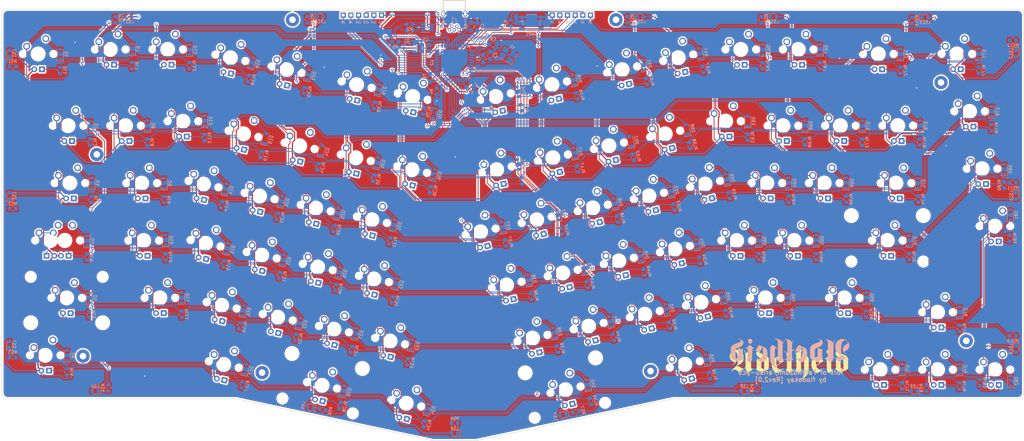
<source format=kicad_pcb>
(kicad_pcb (version 20171130) (host pcbnew "(5.1.6)-1")
  (title_block (title Adelheid) (rev 2.0) (company floookay))
  (layers (0 F.Cu signal) (31 B.Cu signal) (34 B.Paste user) (35 F.Paste user) (36 B.SilkS user) (37 F.SilkS user) (38 B.Mask user) (39 F.Mask user) (44 Edge.Cuts user))
  (net 0 "")
  (net 1 GND)
  (net 2 XTAL1)
  (net 3 XTAL2)
  (net 4 VCC)
  (net 5 "Net-(C4-Pad1)")
  (net 6 "Net-(D1-Pad2)")
  (net 7 /row0)
  (net 8 /row1)
  (net 9 "Net-(D2-Pad2)")
  (net 10 "Net-(D3-Pad2)")
  (net 11 /row2)
  (net 12 /row3)
  (net 13 "Net-(D4-Pad2)")
  (net 14 "Net-(D5-Pad2)")
  (net 15 /row4)
  (net 16 "Net-(D6-Pad2)")
  (net 17 "Net-(D7-Pad2)")
  (net 18 "Net-(D8-Pad2)")
  (net 19 "Net-(D9-Pad2)")
  (net 20 "Net-(D10-Pad2)")
  (net 21 "Net-(D11-Pad2)")
  (net 22 "Net-(D12-Pad2)")
  (net 23 "Net-(D13-Pad2)")
  (net 24 "Net-(D14-Pad2)")
  (net 25 "Net-(D15-Pad2)")
  (net 26 "Net-(D16-Pad2)")
  (net 27 "Net-(D17-Pad2)")
  (net 28 "Net-(D18-Pad2)")
  (net 29 "Net-(D19-Pad2)")
  (net 30 "Net-(D20-Pad2)")
  (net 31 "Net-(D21-Pad2)")
  (net 32 "Net-(D22-Pad2)")
  (net 33 "Net-(D23-Pad2)")
  (net 34 "Net-(D24-Pad2)")
  (net 35 "Net-(D25-Pad2)")
  (net 36 "Net-(D26-Pad2)")
  (net 37 "Net-(D27-Pad2)")
  (net 38 "Net-(D28-Pad2)")
  (net 39 "Net-(D29-Pad2)")
  (net 40 "Net-(D30-Pad2)")
  (net 41 "Net-(D31-Pad2)")
  (net 42 "Net-(D32-Pad2)")
  (net 43 "Net-(D33-Pad2)")
  (net 44 "Net-(D34-Pad2)")
  (net 45 "Net-(D35-Pad2)")
  (net 46 "Net-(D36-Pad2)")
  (net 47 "Net-(D37-Pad2)")
  (net 48 "Net-(D38-Pad2)")
  (net 49 "Net-(D39-Pad2)")
  (net 50 "Net-(D40-Pad2)")
  (net 51 "Net-(D41-Pad2)")
  (net 52 "Net-(D42-Pad2)")
  (net 53 "Net-(D43-Pad2)")
  (net 54 "Net-(D44-Pad2)")
  (net 55 "Net-(D45-Pad2)")
  (net 56 "Net-(D46-Pad2)")
  (net 57 "Net-(D47-Pad2)")
  (net 58 "Net-(D48-Pad2)")
  (net 59 "Net-(D49-Pad2)")
  (net 60 "Net-(D50-Pad2)")
  (net 61 "Net-(D51-Pad2)")
  (net 62 "Net-(D52-Pad2)")
  (net 63 "Net-(D53-Pad2)")
  (net 64 "Net-(D54-Pad2)")
  (net 65 "Net-(D55-Pad2)")
  (net 66 "Net-(D56-Pad2)")
  (net 67 "Net-(D57-Pad2)")
  (net 68 "Net-(D58-Pad2)")
  (net 69 "Net-(D59-Pad2)")
  (net 70 "Net-(D60-Pad2)")
  (net 71 "Net-(D61-Pad2)")
  (net 72 "Net-(D62-Pad2)")
  (net 73 "Net-(D63-Pad2)")
  (net 74 "Net-(D64-Pad2)")
  (net 75 "Net-(D65-Pad2)")
  (net 76 "Net-(D66-Pad2)")
  (net 77 "Net-(D67-Pad2)")
  (net 78 "Net-(J1-Pad3)")
  (net 79 "Net-(J1-Pad4)")
  (net 80 "Net-(J1-Pad2)")
  (net 81 /MISO)
  (net 82 /SCK)
  (net 83 /MOSI)
  (net 84 /~RES~)
  (net 85 /PF4)
  (net 86 /PF5)
  (net 87 D+)
  (net 88 D-)
  (net 89 "Net-(R4-Pad1)")
  (net 90 /col0)
  (net 91 /col1)
  (net 92 /col2)
  (net 93 /col3)
  (net 94 /col4)
  (net 95 /col5)
  (net 96 /col6)
  (net 97 /col8)
  (net 98 /col9)
  (net 99 /col10)
  (net 100 /col11)
  (net 101 /col12)
  (net 102 /col13)
  (net 103 "Net-(U1-Pad3)")
  (net 104 "Net-(U1-Pad1)")
  (net 105 "Net-(U2-Pad42)")
  (net 106 "Net-(D68-Pad2)")
  (net 107 /row5)
  (net 108 "Net-(D69-Pad2)")
  (net 109 "Net-(D70-Pad2)")
  (net 110 "Net-(D71-Pad2)")
  (net 111 "Net-(D72-Pad2)")
  (net 112 "Net-(D73-Pad2)")
  (net 113 "Net-(D74-Pad2)")
  (net 114 "Net-(D75-Pad2)")
  (net 115 "Net-(D76-Pad2)")
  (net 116 "Net-(D77-Pad2)")
  (net 117 "Net-(D78-Pad2)")
  (net 118 "Net-(D79-Pad2)")
  (net 119 "Net-(D80-Pad2)")
  (net 120 "Net-(D81-Pad2)")
  (net 121 "Net-(D82-Pad2)")
  (net 122 "Net-(MX1-Pad4)")
  (net 123 "Net-(MX2-Pad4)")
  (net 124 "Net-(MX3-Pad4)")
  (net 125 "Net-(MX4-Pad4)")
  (net 126 "Net-(MX5-Pad4)")
  (net 127 "Net-(MX6-Pad4)")
  (net 128 "Net-(MX7-Pad4)")
  (net 129 "Net-(MX8-Pad4)")
  (net 130 "Net-(MX9-Pad4)")
  (net 131 "Net-(MX10-Pad4)")
  (net 132 "Net-(MX11-Pad4)")
  (net 133 "Net-(MX12-Pad4)")
  (net 134 "Net-(MX13-Pad4)")
  (net 135 "Net-(MX14-Pad4)")
  (net 136 "Net-(MX15-Pad4)")
  (net 137 "Net-(MX16-Pad4)")
  (net 138 "Net-(MX17-Pad4)")
  (net 139 "Net-(MX18-Pad4)")
  (net 140 "Net-(MX19-Pad4)")
  (net 141 "Net-(MX20-Pad4)")
  (net 142 "Net-(MX21-Pad4)")
  (net 143 "Net-(MX22-Pad4)")
  (net 144 "Net-(MX23-Pad4)")
  (net 145 "Net-(MX24-Pad4)")
  (net 146 "Net-(MX25-Pad4)")
  (net 147 "Net-(MX26-Pad4)")
  (net 148 "Net-(MX27-Pad4)")
  (net 149 "Net-(MX28-Pad4)")
  (net 150 "Net-(MX29-Pad4)")
  (net 151 "Net-(MX30-Pad4)")
  (net 152 "Net-(MX31-Pad4)")
  (net 153 "Net-(MX32-Pad4)")
  (net 154 "Net-(MX33-Pad4)")
  (net 155 "Net-(MX34-Pad4)")
  (net 156 "Net-(MX35-Pad4)")
  (net 157 "Net-(MX36-Pad4)")
  (net 158 "Net-(MX37-Pad4)")
  (net 159 "Net-(MX38-Pad4)")
  (net 160 "Net-(MX39-Pad4)")
  (net 161 "Net-(MX40-Pad4)")
  (net 162 "Net-(MX41-Pad4)")
  (net 163 "Net-(MX42-Pad4)")
  (net 164 "Net-(MX43-Pad4)")
  (net 165 "Net-(MX44-Pad4)")
  (net 166 "Net-(MX45-Pad4)")
  (net 167 "Net-(MX46-Pad4)")
  (net 168 "Net-(MX47-Pad4)")
  (net 169 "Net-(MX48-Pad4)")
  (net 170 "Net-(MX49-Pad4)")
  (net 171 "Net-(MX50-Pad4)")
  (net 172 "Net-(MX51-Pad4)")
  (net 173 "Net-(MX52-Pad4)")
  (net 174 "Net-(MX53-Pad4)")
  (net 175 "Net-(MX54-Pad4)")
  (net 176 "Net-(MX55-Pad4)")
  (net 177 "Net-(MX56-Pad4)")
  (net 178 "Net-(MX57-Pad4)")
  (net 179 "Net-(MX58-Pad4)")
  (net 180 "Net-(MX59-Pad4)")
  (net 181 "Net-(MX60-Pad4)")
  (net 182 "Net-(MX61-Pad4)")
  (net 183 "Net-(MX62-Pad4)")
  (net 184 "Net-(MX63-Pad4)")
  (net 185 "Net-(MX64-Pad4)")
  (net 186 "Net-(MX65-Pad4)")
  (net 187 "Net-(MX66-Pad4)")
  (net 188 "Net-(MX67-Pad4)")
  (net 189 "Net-(MX68-Pad4)")
  (net 190 "Net-(MX69-Pad4)")
  (net 191 "Net-(MX70-Pad4)")
  (net 192 "Net-(MX71-Pad4)")
  (net 193 "Net-(MX72-Pad4)")
  (net 194 "Net-(MX73-Pad4)")
  (net 195 "Net-(MX74-Pad4)")
  (net 196 "Net-(MX75-Pad4)")
  (net 197 "Net-(MX76-Pad4)")
  (net 198 "Net-(MX77-Pad4)")
  (net 199 "Net-(MX78-Pad4)")
  (net 200 "Net-(MX79-Pad4)")
  (net 201 "Net-(MX80-Pad4)")
  (net 202 "Net-(MX81-Pad4)")
  (net 203 "Net-(MX82-Pad4)")
  (net 204 /ledGND)
  (net 205 "Net-(Q1-Pad1)")
  (net 206 "Net-(R5-Pad1)")
  (net 207 "Net-(LS1-Pad1)")
  (net 208 "Net-(LS2-Pad1)")
  (net 209 "Net-(LS3-Pad1)")
  (net 210 "Net-(LS4-Pad1)")
  (net 211 "Net-(LS5-Pad1)")
  (net 212 "Net-(LS6-Pad1)")
  (net 213 "Net-(LS7-Pad1)")
  (net 214 "Net-(LS8-Pad1)")
  (net 215 "Net-(LS9-Pad1)")
  (net 216 "Net-(LS10-Pad1)")
  (net 217 "Net-(LS11-Pad1)")
  (net 218 "Net-(LS12-Pad1)")
  (net 219 "Net-(LS13-Pad1)")
  (net 220 "Net-(LS14-Pad1)")
  (net 221 "Net-(LS15-Pad1)")
  (net 222 "Net-(LS16-Pad1)")
  (net 223 "Net-(LS17-Pad1)")
  (module adelheid:adelheid-logo (layer B.Cu) (at 286.766 139.065 180)
    (fp_text reference " G2" hide)
    (fp_text value LOGO hide)
  )
  (module adelheid:adelheid-logo (layer F.Cu) (at 286.766 142.621)
    (fp_text reference G1 hide)
    (fp_text value LOGO hide)
  )
  (module Resistor_SMD:R_0805_2012Metric_Pad1.15x1.40mm_HandSolder (layer B.Cu) (at 62.992 27.949 90)
    (fp_text reference RS17 (at 0 1.65 -90) (layer B.SilkS) (effects (justify mirror)))
    (fp_text value R)
    (pad 2 smd roundrect (at 1.025 0 90) (size 1.15 1.4) (layers B.Cu B.Paste B.Mask) (roundrect_rratio 0.217391) (net 223 "Net-(LS17-Pad1)"))
    (pad 1 smd roundrect (at -1.025 0 90) (size 1.15 1.4) (layers B.Cu B.Paste B.Mask) (roundrect_rratio 0.217391) (net 204 /ledGND))
  )
  (module Resistor_SMD:R_0805_2012Metric_Pad1.15x1.40mm_HandSolder (layer B.Cu) (at 126.746 27.94 90)
    (fp_text reference RS16 (at 0 1.65 -90) (layer B.SilkS) (effects (justify mirror)))
    (fp_text value R)
    (pad 2 smd roundrect (at 1.025 0 90) (size 1.15 1.4) (layers B.Cu B.Paste B.Mask) (roundrect_rratio 0.217391) (net 222 "Net-(LS16-Pad1)"))
    (pad 1 smd roundrect (at -1.025 0 90) (size 1.15 1.4) (layers B.Cu B.Paste B.Mask) (roundrect_rratio 0.217391) (net 204 /ledGND))
  )
  (module Resistor_SMD:R_0805_2012Metric_Pad1.15x1.40mm_HandSolder (layer B.Cu) (at 327.415 28.194 90)
    (fp_text reference RS15 (at 0 1.65 270) (layer B.SilkS) (effects (justify mirror)))
    (fp_text value R)
    (pad 2 smd roundrect (at 1.025 0 90) (size 1.15 1.4) (layers B.Cu B.Paste B.Mask) (roundrect_rratio 0.217391) (net 221 "Net-(LS15-Pad1)"))
    (pad 1 smd roundrect (at -1.025 0 90) (size 1.15 1.4) (layers B.Cu B.Paste B.Mask) (roundrect_rratio 0.217391) (net 204 /ledGND))
  )
  (module Resistor_SMD:R_0805_2012Metric_Pad1.15x1.40mm_HandSolder (layer B.Cu) (at 277.368 27.94 90)
    (fp_text reference RS14 (at 0 1.65 270) (layer B.SilkS) (effects (justify mirror)))
    (fp_text value R)
    (pad 2 smd roundrect (at 1.025 0 90) (size 1.15 1.4) (layers B.Cu B.Paste B.Mask) (roundrect_rratio 0.217391) (net 220 "Net-(LS14-Pad1)"))
    (pad 1 smd roundrect (at -1.025 0 90) (size 1.15 1.4) (layers B.Cu B.Paste B.Mask) (roundrect_rratio 0.217391) (net 204 /ledGND))
  )
  (module Resistor_SMD:R_0805_2012Metric_Pad1.15x1.40mm_HandSolder (layer B.Cu) (at 232.918 27.94 90)
    (fp_text reference RS13 (at 0 1.65 270) (layer B.SilkS) (effects (justify mirror)))
    (fp_text value R)
    (pad 2 smd roundrect (at 1.025 0 90) (size 1.15 1.4) (layers B.Cu B.Paste B.Mask) (roundrect_rratio 0.217391) (net 219 "Net-(LS13-Pad1)"))
    (pad 1 smd roundrect (at -1.025 0 90) (size 1.15 1.4) (layers B.Cu B.Paste B.Mask) (roundrect_rratio 0.217391) (net 204 /ledGND))
  )
  (module Resistor_SMD:R_0805_2012Metric_Pad1.15x1.40mm_HandSolder (layer B.Cu) (at 360.925 34.798)
    (fp_text reference RS12 (at 0 1.65 180) (layer B.SilkS) (effects (justify mirror)))
    (fp_text value R)
    (pad 2 smd roundrect (at 1.025 0) (size 1.15 1.4) (layers B.Cu B.Paste B.Mask) (roundrect_rratio 0.217391) (net 218 "Net-(LS12-Pad1)"))
    (pad 1 smd roundrect (at -1.025 0) (size 1.15 1.4) (layers B.Cu B.Paste B.Mask) (roundrect_rratio 0.217391) (net 204 /ledGND))
  )
  (module Resistor_SMD:R_0805_2012Metric_Pad1.15x1.40mm_HandSolder (layer B.Cu) (at 360.925 82.042)
    (fp_text reference RS11 (at 0 1.65 180) (layer B.SilkS) (effects (justify mirror)))
    (fp_text value R)
    (pad 2 smd roundrect (at 1.025 0) (size 1.15 1.4) (layers B.Cu B.Paste B.Mask) (roundrect_rratio 0.217391) (net 217 "Net-(LS11-Pad1)"))
    (pad 1 smd roundrect (at -1.025 0) (size 1.15 1.4) (layers B.Cu B.Paste B.Mask) (roundrect_rratio 0.217391) (net 204 /ledGND))
  )
  (module Resistor_SMD:R_0805_2012Metric_Pad1.15x1.40mm_HandSolder (layer B.Cu) (at 360.925 132.842)
    (fp_text reference RS10 (at 0 1.65 180) (layer B.SilkS) (effects (justify mirror)))
    (fp_text value R)
    (pad 2 smd roundrect (at 1.025 0) (size 1.15 1.4) (layers B.Cu B.Paste B.Mask) (roundrect_rratio 0.217391) (net 216 "Net-(LS10-Pad1)"))
    (pad 1 smd roundrect (at -1.025 0) (size 1.15 1.4) (layers B.Cu B.Paste B.Mask) (roundrect_rratio 0.217391) (net 204 /ledGND))
  )
  (module Resistor_SMD:R_0805_2012Metric_Pad1.15x1.40mm_HandSolder (layer B.Cu) (at 332.232 150.105 270)
    (fp_text reference RS9 (at 0 1.65 270) (layer B.SilkS) (effects (justify mirror)))
    (fp_text value R)
    (pad 2 smd roundrect (at 1.025 0 270) (size 1.15 1.4) (layers B.Cu B.Paste B.Mask) (roundrect_rratio 0.217391) (net 215 "Net-(LS9-Pad1)"))
    (pad 1 smd roundrect (at -1.025 0 270) (size 1.15 1.4) (layers B.Cu B.Paste B.Mask) (roundrect_rratio 0.217391) (net 204 /ledGND))
  )
  (module Resistor_SMD:R_0805_2012Metric_Pad1.15x1.40mm_HandSolder (layer B.Cu) (at 276.098 150.114 270)
    (fp_text reference RS8 (at 0 1.65 270) (layer B.SilkS) (effects (justify mirror)))
    (fp_text value R)
    (pad 2 smd roundrect (at 1.025 0 270) (size 1.15 1.4) (layers B.Cu B.Paste B.Mask) (roundrect_rratio 0.217391) (net 214 "Net-(LS8-Pad1)"))
    (pad 1 smd roundrect (at -1.025 0 270) (size 1.15 1.4) (layers B.Cu B.Paste B.Mask) (roundrect_rratio 0.217391) (net 204 /ledGND))
  )
  (module Resistor_SMD:R_0805_2012Metric_Pad1.15x1.40mm_HandSolder (layer B.Cu) (at 215.9 157.988 192)
    (fp_text reference RS7 (at -2.341665 0.021613 -78) (layer B.SilkS) (effects (justify mirror)))
    (fp_text value R)
    (pad 2 smd roundrect (at 1.025 0 192) (size 1.15 1.4) (layers B.Cu B.Paste B.Mask) (roundrect_rratio 0.217391) (net 213 "Net-(LS7-Pad1)"))
    (pad 1 smd roundrect (at -1.025 0 192) (size 1.15 1.4) (layers B.Cu B.Paste B.Mask) (roundrect_rratio 0.217391) (net 204 /ledGND))
  )
  (module Resistor_SMD:R_0805_2012Metric_Pad1.15x1.40mm_HandSolder (layer B.Cu) (at 175.65 161.798)
    (fp_text reference RS6 (at 0.009 -1.524 180) (layer B.SilkS) (effects (justify mirror)))
    (fp_text value R)
    (pad 2 smd roundrect (at 1.025 0) (size 1.15 1.4) (layers B.Cu B.Paste B.Mask) (roundrect_rratio 0.217391) (net 212 "Net-(LS6-Pad1)"))
    (pad 1 smd roundrect (at -1.025 0) (size 1.15 1.4) (layers B.Cu B.Paste B.Mask) (roundrect_rratio 0.217391) (net 204 /ledGND))
  )
  (module Resistor_SMD:R_0805_2012Metric_Pad1.15x1.40mm_HandSolder (layer B.Cu) (at 131.839399 157.288203 168)
    (fp_text reference RS5 (at -2.564075 0.089255 78) (layer B.SilkS) (effects (justify mirror)))
    (fp_text value R)
    (pad 2 smd roundrect (at 1.025 0 168) (size 1.15 1.4) (layers B.Cu B.Paste B.Mask) (roundrect_rratio 0.217391) (net 211 "Net-(LS5-Pad1)"))
    (pad 1 smd roundrect (at -1.025 0 168) (size 1.15 1.4) (layers B.Cu B.Paste B.Mask) (roundrect_rratio 0.217391) (net 204 /ledGND))
  )
  (module Resistor_SMD:R_0805_2012Metric_Pad1.15x1.40mm_HandSolder (layer B.Cu) (at 60.706 150.105 270)
    (fp_text reference RS4 (at 0 1.65 270) (layer B.SilkS) (effects (justify mirror)))
    (fp_text value R)
    (pad 2 smd roundrect (at 1.025 0 270) (size 1.15 1.4) (layers B.Cu B.Paste B.Mask) (roundrect_rratio 0.217391) (net 210 "Net-(LS4-Pad1)"))
    (pad 1 smd roundrect (at -1.025 0 270) (size 1.15 1.4) (layers B.Cu B.Paste B.Mask) (roundrect_rratio 0.217391) (net 204 /ledGND))
  )
  (module Resistor_SMD:R_0805_2012Metric_Pad1.15x1.40mm_HandSolder (layer B.Cu) (at 28.965 139.954 180)
    (fp_text reference RS3 (at 0 1.65 180) (layer B.SilkS) (effects (justify mirror)))
    (fp_text value R)
    (pad 2 smd roundrect (at 1.025 0 180) (size 1.15 1.4) (layers B.Cu B.Paste B.Mask) (roundrect_rratio 0.217391) (net 209 "Net-(LS3-Pad1)"))
    (pad 1 smd roundrect (at -1.025 0 180) (size 1.15 1.4) (layers B.Cu B.Paste B.Mask) (roundrect_rratio 0.217391) (net 204 /ledGND))
  )
  (module Resistor_SMD:R_0805_2012Metric_Pad1.15x1.40mm_HandSolder (layer B.Cu) (at 28.965 90.678 180)
    (fp_text reference RS2 (at 0 1.65 180) (layer B.SilkS) (effects (justify mirror)))
    (fp_text value R)
    (pad 2 smd roundrect (at 1.025 0 180) (size 1.15 1.4) (layers B.Cu B.Paste B.Mask) (roundrect_rratio 0.217391) (net 208 "Net-(LS2-Pad1)"))
    (pad 1 smd roundrect (at -1.025 0 180) (size 1.15 1.4) (layers B.Cu B.Paste B.Mask) (roundrect_rratio 0.217391) (net 204 /ledGND))
  )
  (module Resistor_SMD:R_0805_2012Metric_Pad1.15x1.40mm_HandSolder (layer B.Cu) (at 28.965 43.434 180)
    (fp_text reference RS1 (at 0 1.65 180) (layer B.SilkS) (effects (justify mirror)))
    (fp_text value R)
    (pad 2 smd roundrect (at 1.025 0 180) (size 1.15 1.4) (layers B.Cu B.Paste B.Mask) (roundrect_rratio 0.217391) (net 207 "Net-(LS1-Pad1)"))
    (pad 1 smd roundrect (at -1.025 0 180) (size 1.15 1.4) (layers B.Cu B.Paste B.Mask) (roundrect_rratio 0.217391) (net 204 /ledGND))
  )
  (module LED_SMD:LED_0805_2012Metric_Pad1.15x1.40mm_HandSolder (layer B.Cu) (at 67.31 26.924)
    (fp_text reference LS17 (at 0 1.65 180) (layer B.SilkS) (effects (justify mirror)))
    (fp_text value LED)
    (pad 2 smd roundrect (at 1.025 0) (size 1.15 1.4) (layers B.Cu B.Paste B.Mask) (roundrect_rratio 0.217391) (net 4 VCC))
    (pad 1 smd roundrect (at -1.025 0) (size 1.15 1.4) (layers B.Cu B.Paste B.Mask) (roundrect_rratio 0.217391) (net 223 "Net-(LS17-Pad1)"))
  )
  (module LED_SMD:LED_0805_2012Metric_Pad1.15x1.40mm_HandSolder (layer B.Cu) (at 131.064 26.915)
    (fp_text reference LS16 (at 0 1.65 180) (layer B.SilkS) (effects (justify mirror)))
    (fp_text value LED)
    (pad 2 smd roundrect (at 1.025 0) (size 1.15 1.4) (layers B.Cu B.Paste B.Mask) (roundrect_rratio 0.217391) (net 4 VCC))
    (pad 1 smd roundrect (at -1.025 0) (size 1.15 1.4) (layers B.Cu B.Paste B.Mask) (roundrect_rratio 0.217391) (net 222 "Net-(LS16-Pad1)"))
  )
  (module LED_SMD:LED_0805_2012Metric_Pad1.15x1.40mm_HandSolder (layer B.Cu) (at 331.724 27.178)
    (fp_text reference LS15 (at 0 1.65 180) (layer B.SilkS) (effects (justify mirror)))
    (fp_text value LED)
    (pad 2 smd roundrect (at 1.025 0) (size 1.15 1.4) (layers B.Cu B.Paste B.Mask) (roundrect_rratio 0.217391) (net 4 VCC))
    (pad 1 smd roundrect (at -1.025 0) (size 1.15 1.4) (layers B.Cu B.Paste B.Mask) (roundrect_rratio 0.217391) (net 221 "Net-(LS15-Pad1)"))
  )
  (module LED_SMD:LED_0805_2012Metric_Pad1.15x1.40mm_HandSolder (layer B.Cu) (at 281.432 26.924)
    (fp_text reference LS14 (at 0 1.65 180) (layer B.SilkS) (effects (justify mirror)))
    (fp_text value LED)
    (pad 2 smd roundrect (at 1.025 0) (size 1.15 1.4) (layers B.Cu B.Paste B.Mask) (roundrect_rratio 0.217391) (net 4 VCC))
    (pad 1 smd roundrect (at -1.025 0) (size 1.15 1.4) (layers B.Cu B.Paste B.Mask) (roundrect_rratio 0.217391) (net 220 "Net-(LS14-Pad1)"))
  )
  (module LED_SMD:LED_0805_2012Metric_Pad1.15x1.40mm_HandSolder (layer B.Cu) (at 237.227 26.924)
    (fp_text reference LS13 (at 0 1.65 180) (layer B.SilkS) (effects (justify mirror)))
    (fp_text value LED)
    (pad 2 smd roundrect (at 1.025 0) (size 1.15 1.4) (layers B.Cu B.Paste B.Mask) (roundrect_rratio 0.217391) (net 4 VCC))
    (pad 1 smd roundrect (at -1.025 0) (size 1.15 1.4) (layers B.Cu B.Paste B.Mask) (roundrect_rratio 0.217391) (net 219 "Net-(LS13-Pad1)"))
  )
  (module LED_SMD:LED_0805_2012Metric_Pad1.15x1.40mm_HandSolder (layer B.Cu) (at 361.95 39.116 270)
    (fp_text reference LS12 (at 0 1.65 270) (layer B.SilkS) (effects (justify mirror)))
    (fp_text value LED)
    (pad 2 smd roundrect (at 1.025 0 270) (size 1.15 1.4) (layers B.Cu B.Paste B.Mask) (roundrect_rratio 0.217391) (net 4 VCC))
    (pad 1 smd roundrect (at -1.025 0 270) (size 1.15 1.4) (layers B.Cu B.Paste B.Mask) (roundrect_rratio 0.217391) (net 218 "Net-(LS12-Pad1)"))
  )
  (module LED_SMD:LED_0805_2012Metric_Pad1.15x1.40mm_HandSolder (layer B.Cu) (at 361.95 86.369 270)
    (fp_text reference LS11 (at 0 1.65 270) (layer B.SilkS) (effects (justify mirror)))
    (fp_text value LED)
    (pad 2 smd roundrect (at 1.025 0 270) (size 1.15 1.4) (layers B.Cu B.Paste B.Mask) (roundrect_rratio 0.217391) (net 4 VCC))
    (pad 1 smd roundrect (at -1.025 0 270) (size 1.15 1.4) (layers B.Cu B.Paste B.Mask) (roundrect_rratio 0.217391) (net 217 "Net-(LS11-Pad1)"))
  )
  (module LED_SMD:LED_0805_2012Metric_Pad1.15x1.40mm_HandSolder (layer B.Cu) (at 361.95 137.169 270)
    (fp_text reference LS10 (at 0 1.65 270) (layer B.SilkS) (effects (justify mirror)))
    (fp_text value LED)
    (pad 2 smd roundrect (at 1.025 0 270) (size 1.15 1.4) (layers B.Cu B.Paste B.Mask) (roundrect_rratio 0.217391) (net 4 VCC))
    (pad 1 smd roundrect (at -1.025 0 270) (size 1.15 1.4) (layers B.Cu B.Paste B.Mask) (roundrect_rratio 0.217391) (net 216 "Net-(LS10-Pad1)"))
  )
  (module LED_SMD:LED_0805_2012Metric_Pad1.15x1.40mm_HandSolder (layer B.Cu) (at 328.159 151.13 180)
    (fp_text reference LS9 (at 0 1.65 180) (layer B.SilkS) (effects (justify mirror)))
    (fp_text value LED)
    (pad 2 smd roundrect (at 1.025 0 180) (size 1.15 1.4) (layers B.Cu B.Paste B.Mask) (roundrect_rratio 0.217391) (net 4 VCC))
    (pad 1 smd roundrect (at -1.025 0 180) (size 1.15 1.4) (layers B.Cu B.Paste B.Mask) (roundrect_rratio 0.217391) (net 215 "Net-(LS9-Pad1)"))
  )
  (module LED_SMD:LED_0805_2012Metric_Pad1.15x1.40mm_HandSolder (layer B.Cu) (at 271.78 151.13 180)
    (fp_text reference LS8 (at 0 1.65 180) (layer B.SilkS) (effects (justify mirror)))
    (fp_text value LED)
    (pad 2 smd roundrect (at 1.025 0 180) (size 1.15 1.4) (layers B.Cu B.Paste B.Mask) (roundrect_rratio 0.217391) (net 4 VCC))
    (pad 1 smd roundrect (at -1.025 0 180) (size 1.15 1.4) (layers B.Cu B.Paste B.Mask) (roundrect_rratio 0.217391) (net 214 "Net-(LS8-Pad1)"))
  )
  (module LED_SMD:LED_0805_2012Metric_Pad1.15x1.40mm_HandSolder (layer B.Cu) (at 211.582 159.004 192)
    (fp_text reference LS7 (at 2.590114 0.031197 -78) (layer B.SilkS) (effects (justify mirror)))
    (fp_text value LED)
    (pad 2 smd roundrect (at 1.025 0 192) (size 1.15 1.4) (layers B.Cu B.Paste B.Mask) (roundrect_rratio 0.217391) (net 4 VCC))
    (pad 1 smd roundrect (at -1.025 0 192) (size 1.15 1.4) (layers B.Cu B.Paste B.Mask) (roundrect_rratio 0.217391) (net 213 "Net-(LS7-Pad1)"))
  )
  (module LED_SMD:LED_0805_2012Metric_Pad1.15x1.40mm_HandSolder (layer B.Cu) (at 175.65 165.1 180)
    (fp_text reference LS6 (at 0 1.65 180) (layer B.SilkS) (effects (justify mirror)))
    (fp_text value LED)
    (pad 2 smd roundrect (at 1.025 0 180) (size 1.15 1.4) (layers B.Cu B.Paste B.Mask) (roundrect_rratio 0.217391) (net 4 VCC))
    (pad 1 smd roundrect (at -1.025 0 180) (size 1.15 1.4) (layers B.Cu B.Paste B.Mask) (roundrect_rratio 0.217391) (net 212 "Net-(LS6-Pad1)"))
  )
  (module LED_SMD:LED_0805_2012Metric_Pad1.15x1.40mm_HandSolder (layer B.Cu) (at 127.775399 156.504891 168)
    (fp_text reference LS5 (at 2.363272 0.058824 78) (layer B.SilkS) (effects (justify mirror)))
    (fp_text value LED)
    (pad 2 smd roundrect (at 1.025 0 168) (size 1.15 1.4) (layers B.Cu B.Paste B.Mask) (roundrect_rratio 0.217391) (net 4 VCC))
    (pad 1 smd roundrect (at -1.025 0 168) (size 1.15 1.4) (layers B.Cu B.Paste B.Mask) (roundrect_rratio 0.217391) (net 211 "Net-(LS5-Pad1)"))
  )
  (module LED_SMD:LED_0805_2012Metric_Pad1.15x1.40mm_HandSolder (layer B.Cu) (at 56.379 151.13 180)
    (fp_text reference LS4 (at 0 1.65 180) (layer B.SilkS) (effects (justify mirror)))
    (fp_text value LED)
    (pad 2 smd roundrect (at 1.025 0 180) (size 1.15 1.4) (layers B.Cu B.Paste B.Mask) (roundrect_rratio 0.217391) (net 4 VCC))
    (pad 1 smd roundrect (at -1.025 0 180) (size 1.15 1.4) (layers B.Cu B.Paste B.Mask) (roundrect_rratio 0.217391) (net 210 "Net-(LS4-Pad1)"))
  )
  (module LED_SMD:LED_0805_2012Metric_Pad1.15x1.40mm_HandSolder (layer B.Cu) (at 27.94 135.645 90)
    (fp_text reference LS3 (at 0 1.65 -90) (layer B.SilkS) (effects (justify mirror)))
    (fp_text value LED)
    (pad 2 smd roundrect (at 1.025 0 90) (size 1.15 1.4) (layers B.Cu B.Paste B.Mask) (roundrect_rratio 0.217391) (net 4 VCC))
    (pad 1 smd roundrect (at -1.025 0 90) (size 1.15 1.4) (layers B.Cu B.Paste B.Mask) (roundrect_rratio 0.217391) (net 209 "Net-(LS3-Pad1)"))
  )
  (module LED_SMD:LED_0805_2012Metric_Pad1.15x1.40mm_HandSolder (layer B.Cu) (at 27.94 86.369 90)
    (fp_text reference LS2 (at 0 1.65 -90) (layer B.SilkS) (effects (justify mirror)))
    (fp_text value LED)
    (pad 2 smd roundrect (at 1.025 0 90) (size 1.15 1.4) (layers B.Cu B.Paste B.Mask) (roundrect_rratio 0.217391) (net 4 VCC))
    (pad 1 smd roundrect (at -1.025 0 90) (size 1.15 1.4) (layers B.Cu B.Paste B.Mask) (roundrect_rratio 0.217391) (net 208 "Net-(LS2-Pad1)"))
  )
  (module LED_SMD:LED_0805_2012Metric_Pad1.15x1.40mm_HandSolder (layer B.Cu) (at 27.94 39.125 90)
    (fp_text reference LS1 (at 0 1.65 -90) (layer B.SilkS) (effects (justify mirror)))
    (fp_text value LED)
    (pad 2 smd roundrect (at 1.025 0 90) (size 1.15 1.4) (layers B.Cu B.Paste B.Mask) (roundrect_rratio 0.217391) (net 4 VCC))
    (pad 1 smd roundrect (at -1.025 0 90) (size 1.15 1.4) (layers B.Cu B.Paste B.Mask) (roundrect_rratio 0.217391) (net 207 "Net-(LS1-Pad1)"))
  )
  (module ai03-MX_only:MXOnly-1U (layer F.Cu) (at 189.3189 53.4162 12)
    (fp_text reference MX40)
    (fp_text value MX-LED)
    (pad "" np_thru_hole circle (at 5.08 0 60.0996) (size 1.75 1.75) (drill 1.75) (layers *.Cu *.Mask))
    (pad "" np_thru_hole circle (at -5.08 0 60.0996) (size 1.75 1.75) (drill 1.75) (layers *.Cu *.Mask))
    (pad 4 thru_hole rect (at 1.27 5.08 12) (size 1.905 1.905) (drill 1.04) (layers *.Cu B.Mask) (net 161 "Net-(MX40-Pad4)"))
    (pad 3 thru_hole circle (at -1.27 5.08 12) (size 1.905 1.905) (drill 1.04) (layers *.Cu B.Mask) (net 4 VCC))
    (pad 1 thru_hole circle (at -3.81 -2.54 12) (size 2.25 2.25) (drill 1.47) (layers *.Cu B.Mask) (net 82 /SCK))
    (pad "" np_thru_hole circle (at 0 0 12) (size 3.9878 3.9878) (drill 3.9878) (layers *.Cu *.Mask))
    (pad 2 thru_hole circle (at 2.54 -5.08 12) (size 2.25 2.25) (drill 1.47) (layers *.Cu B.Mask) (net 50 "Net-(D40-Pad2)"))
  )
  (module ai03-MX_only:MXOnly-2U-ReversedStabilizers (layer F.Cu) (at 131.6355 149.2631 348)
    (fp_text reference MX28)
    (fp_text value MX-LED)
    (pad "" np_thru_hole circle (at 11.938 -8.255 348) (size 3.9878 3.9878) (drill 3.9878) (layers *.Cu *.Mask))
    (pad "" np_thru_hole circle (at -11.938 -8.255 348) (size 3.9878 3.9878) (drill 3.9878) (layers *.Cu *.Mask))
    (pad "" np_thru_hole circle (at 11.938 6.985 348) (size 3.048 3.048) (drill 3.048) (layers *.Cu *.Mask))
    (pad "" np_thru_hole circle (at -11.938 6.985 348) (size 3.048 3.048) (drill 3.048) (layers *.Cu *.Mask))
    (pad "" np_thru_hole circle (at 5.08 0 36.0996) (size 1.75 1.75) (drill 1.75) (layers *.Cu *.Mask))
    (pad "" np_thru_hole circle (at -5.08 0 36.0996) (size 1.75 1.75) (drill 1.75) (layers *.Cu *.Mask))
    (pad 4 thru_hole rect (at 1.27 5.08 348) (size 1.905 1.905) (drill 1.04) (layers *.Cu B.Mask) (net 149 "Net-(MX28-Pad4)"))
    (pad 3 thru_hole circle (at -1.27 5.08 348) (size 1.905 1.905) (drill 1.04) (layers *.Cu B.Mask) (net 4 VCC))
    (pad 1 thru_hole circle (at -3.81 -2.54 348) (size 2.25 2.25) (drill 1.47) (layers *.Cu B.Mask) (net 94 /col4))
    (pad "" np_thru_hole circle (at 0 0 348) (size 3.9878 3.9878) (drill 3.9878) (layers *.Cu *.Mask))
    (pad 2 thru_hole circle (at 2.54 -5.08 348) (size 2.25 2.25) (drill 1.47) (layers *.Cu B.Mask) (net 38 "Net-(D28-Pad2)"))
  )
  (module ai03-MX_only:MXOnly-2.25U-ReversedStabilizers (layer F.Cu) (at 319.2399 101.1809)
    (fp_text reference MX70)
    (fp_text value MX-LED)
    (pad "" np_thru_hole circle (at 11.938 -8.255) (size 3.9878 3.9878) (drill 3.9878) (layers *.Cu *.Mask))
    (pad "" np_thru_hole circle (at -11.938 -8.255) (size 3.9878 3.9878) (drill 3.9878) (layers *.Cu *.Mask))
    (pad "" np_thru_hole circle (at 11.938 6.985) (size 3.048 3.048) (drill 3.048) (layers *.Cu *.Mask))
    (pad "" np_thru_hole circle (at -11.938 6.985) (size 3.048 3.048) (drill 3.048) (layers *.Cu *.Mask))
    (pad "" np_thru_hole circle (at 5.08 0 48.0996) (size 1.75 1.75) (drill 1.75) (layers *.Cu *.Mask))
    (pad "" np_thru_hole circle (at -5.08 0 48.0996) (size 1.75 1.75) (drill 1.75) (layers *.Cu *.Mask))
    (pad 4 thru_hole rect (at 1.27 5.08) (size 1.905 1.905) (drill 1.04) (layers *.Cu B.Mask) (net 191 "Net-(MX70-Pad4)"))
    (pad 3 thru_hole circle (at -1.27 5.08) (size 1.905 1.905) (drill 1.04) (layers *.Cu B.Mask) (net 4 VCC))
    (pad 1 thru_hole circle (at -3.81 -2.54) (size 2.25 2.25) (drill 1.47) (layers *.Cu B.Mask) (net 101 /col12))
    (pad "" np_thru_hole circle (at 0 0) (size 3.9878 3.9878) (drill 3.9878) (layers *.Cu *.Mask))
    (pad 2 thru_hole circle (at 2.54 -5.08) (size 2.25 2.25) (drill 1.47) (layers *.Cu B.Mask) (net 109 "Net-(D70-Pad2)"))
  )
  (module Keebio-Parts:USB-Mini-B_2leg (layer B.Cu) (at 175.5267 30.6832)
    (fp_text reference J1 (at 0 -2.7559) (layer B.SilkS) (effects (font (size 1.5 1.5)) (justify mirror)))
    (fp_text value USB_B_Mini hide)
    (pad 1 thru_hole circle (at -1.6 0.6) (size 1.1 1.1) (drill 0.7) (layers *.Cu *.Mask) (net 4 VCC))
    (pad 2 thru_hole circle (at -0.8 -0.6) (size 1.1 1.1) (drill 0.7) (layers *.Cu *.Mask) (net 80 "Net-(J1-Pad2)"))
    (pad 3 thru_hole circle (at 0 0.6) (size 1.1 1.1) (drill 0.7) (layers *.Cu *.Mask) (net 78 "Net-(J1-Pad3)"))
    (pad 4 thru_hole circle (at 0.8 -0.6) (size 1.1 1.1) (drill 0.7) (layers *.Cu *.Mask) (net 79 "Net-(J1-Pad4)"))
    (pad 5 thru_hole circle (at 1.6 0.6) (size 1.1 1.1) (drill 0.7) (layers *.Cu *.Mask) (net 1 GND))
    (pad 6 thru_hole oval (at -3.65 -4.82) (size 1.2 1.9) (drill oval 0.8 1.5) (layers *.Cu *.Mask) (net 1 GND))
    (pad 6 thru_hole oval (at 3.65 -4.82) (size 1.2 1.9) (drill oval 0.8 1.5) (layers *.Cu *.Mask) (net 1 GND))
  )
  (module ai03-MX_only:MXOnly-1.75U-FLIPPED (layer F.Cu) (at 41.5163 101.1809)
    (fp_text reference MX4_1)
    (fp_text value MX-LED hide)
    (pad "" np_thru_hole circle (at 5.08 0 48.0996) (size 1.75 1.75) (drill 1.75) (layers *.Cu *.Mask))
    (pad "" np_thru_hole circle (at -5.08 0 48.0996) (size 1.75 1.75) (drill 1.75) (layers *.Cu *.Mask))
    (pad 4 thru_hole rect (at -1.27 5.08) (size 1.905 1.905) (drill 1.04) (layers *.Cu B.Mask) (net 125 "Net-(MX4-Pad4)"))
    (pad 3 thru_hole circle (at 1.27 5.08) (size 1.905 1.905) (drill 1.04) (layers *.Cu B.Mask) (net 4 VCC))
    (pad 1 thru_hole circle (at -3.81 -2.54) (size 2.25 2.25) (drill 1.47) (layers *.Cu B.Mask) (net 90 /col0))
    (pad "" np_thru_hole circle (at 0 0) (size 3.9878 3.9878) (drill 3.9878) (layers *.Cu *.Mask))
    (pad 2 thru_hole circle (at 2.54 -5.08) (size 2.25 2.25) (drill 1.47) (layers *.Cu B.Mask) (net 13 "Net-(D4-Pad2)"))
  )
  (module ai03-MX_only:MXOnly-1.5U (layer F.Cu) (at 47.9806 82.1436)
    (fp_text reference MX3)
    (fp_text value MX-LED)
    (pad "" np_thru_hole circle (at 5.08 0 48.0996) (size 1.75 1.75) (drill 1.75) (layers *.Cu *.Mask))
    (pad "" np_thru_hole circle (at -5.08 0 48.0996) (size 1.75 1.75) (drill 1.75) (layers *.Cu *.Mask))
    (pad 4 thru_hole rect (at 1.27 5.08) (size 1.905 1.905) (drill 1.04) (layers *.Cu B.Mask) (net 124 "Net-(MX3-Pad4)"))
    (pad 3 thru_hole circle (at -1.27 5.08) (size 1.905 1.905) (drill 1.04) (layers *.Cu B.Mask) (net 4 VCC))
    (pad 1 thru_hole circle (at -3.81 -2.54) (size 2.25 2.25) (drill 1.47) (layers *.Cu B.Mask) (net 90 /col0))
    (pad "" np_thru_hole circle (at 0 0) (size 3.9878 3.9878) (drill 3.9878) (layers *.Cu *.Mask))
    (pad 2 thru_hole circle (at 2.54 -5.08) (size 2.25 2.25) (drill 1.47) (layers *.Cu B.Mask) (net 10 "Net-(D3-Pad2)"))
  )
  (module ai03-MX_only:MXOnly-1.5U (layer F.Cu) (at 252.0315 142.3035 12)
    (fp_text reference MX56)
    (fp_text value MX-LED)
    (pad "" np_thru_hole circle (at 5.08 0 60.0996) (size 1.75 1.75) (drill 1.75) (layers *.Cu *.Mask))
    (pad "" np_thru_hole circle (at -5.08 0 60.0996) (size 1.75 1.75) (drill 1.75) (layers *.Cu *.Mask))
    (pad 4 thru_hole rect (at 1.27 5.08 12) (size 1.905 1.905) (drill 1.04) (layers *.Cu B.Mask) (net 177 "Net-(MX56-Pad4)"))
    (pad 3 thru_hole circle (at -1.27 5.08 12) (size 1.905 1.905) (drill 1.04) (layers *.Cu B.Mask) (net 4 VCC))
    (pad 1 thru_hole circle (at -3.81 -2.54 12) (size 2.25 2.25) (drill 1.47) (layers *.Cu B.Mask) (net 98 /col9))
    (pad "" np_thru_hole circle (at 0 0 12) (size 3.9878 3.9878) (drill 3.9878) (layers *.Cu *.Mask))
    (pad 2 thru_hole circle (at 2.54 -5.08 12) (size 2.25 2.25) (drill 1.47) (layers *.Cu B.Mask) (net 66 "Net-(D56-Pad2)"))
  )
  (module ai03-MX_only:MXOnly-1.5U (layer F.Cu) (at 39.7764 139.2936)
    (fp_text reference MX6)
    (fp_text value MX-LED)
    (pad "" np_thru_hole circle (at 5.08 0 48.0996) (size 1.75 1.75) (drill 1.75) (layers *.Cu *.Mask))
    (pad "" np_thru_hole circle (at -5.08 0 48.0996) (size 1.75 1.75) (drill 1.75) (layers *.Cu *.Mask))
    (pad 4 thru_hole rect (at 1.27 5.08) (size 1.905 1.905) (drill 1.04) (layers *.Cu B.Mask) (net 127 "Net-(MX6-Pad4)"))
    (pad 3 thru_hole circle (at -1.27 5.08) (size 1.905 1.905) (drill 1.04) (layers *.Cu B.Mask) (net 4 VCC))
    (pad 1 thru_hole circle (at -3.81 -2.54) (size 2.25 2.25) (drill 1.47) (layers *.Cu B.Mask) (net 90 /col0))
    (pad "" np_thru_hole circle (at 0 0) (size 3.9878 3.9878) (drill 3.9878) (layers *.Cu *.Mask))
    (pad 2 thru_hole circle (at 2.54 -5.08) (size 2.25 2.25) (drill 1.47) (layers *.Cu B.Mask) (net 16 "Net-(D6-Pad2)"))
  )
  (module Resistor_SMD:R_0805_2012Metric_Pad1.15x1.40mm_HandSolder (layer B.Cu) (at 350.012 148.345 90)
    (fp_text reference RL82 (at 0 1.65 270) (layer B.SilkS) (effects (justify mirror)))
    (fp_text value R)
    (pad 2 smd roundrect (at 1.025 0 90) (size 1.15 1.4) (layers B.Cu B.Paste B.Mask) (roundrect_rratio 0.217391) (net 204 /ledGND))
    (pad 1 smd roundrect (at -1.025 0 90) (size 1.15 1.4) (layers B.Cu B.Paste B.Mask) (roundrect_rratio 0.217391) (net 203 "Net-(MX82-Pad4)"))
  )
  (module Resistor_SMD:R_0805_2012Metric_Pad1.15x1.40mm_HandSolder (layer B.Cu) (at 359.918 100.466 90)
    (fp_text reference RL81 (at 0 1.65 270) (layer B.SilkS) (effects (justify mirror)))
    (fp_text value R)
    (pad 2 smd roundrect (at 1.025 0 90) (size 1.15 1.4) (layers B.Cu B.Paste B.Mask) (roundrect_rratio 0.217391) (net 204 /ledGND))
    (pad 1 smd roundrect (at -1.025 0 90) (size 1.15 1.4) (layers B.Cu B.Paste B.Mask) (roundrect_rratio 0.217391) (net 202 "Net-(MX81-Pad4)"))
  )
  (module Resistor_SMD:R_0805_2012Metric_Pad1.15x1.40mm_HandSolder (layer B.Cu) (at 358.013 82.795 90)
    (fp_text reference RL80 (at 0 -1.651 270) (layer B.SilkS) (effects (justify mirror)))
    (fp_text value R)
    (pad 2 smd roundrect (at 1.025 0 90) (size 1.15 1.4) (layers B.Cu B.Paste B.Mask) (roundrect_rratio 0.217391) (net 204 /ledGND))
    (pad 1 smd roundrect (at -1.025 0 90) (size 1.15 1.4) (layers B.Cu B.Paste B.Mask) (roundrect_rratio 0.217391) (net 201 "Net-(MX80-Pad4)"))
  )
  (module Resistor_SMD:R_0805_2012Metric_Pad1.15x1.40mm_HandSolder (layer B.Cu) (at 353.822 63.745 90)
    (fp_text reference RL79 (at 0 1.65 270) (layer B.SilkS) (effects (justify mirror)))
    (fp_text value R)
    (pad 2 smd roundrect (at 1.025 0 90) (size 1.15 1.4) (layers B.Cu B.Paste B.Mask) (roundrect_rratio 0.217391) (net 204 /ledGND))
    (pad 1 smd roundrect (at -1.025 0 90) (size 1.15 1.4) (layers B.Cu B.Paste B.Mask) (roundrect_rratio 0.217391) (net 200 "Net-(MX79-Pad4)"))
  )
  (module Resistor_SMD:R_0805_2012Metric_Pad1.15x1.40mm_HandSolder (layer B.Cu) (at 329.946 68.571 90)
    (fp_text reference RL78 (at 0 1.65 270) (layer B.SilkS) (effects (justify mirror)))
    (fp_text value R)
    (pad 2 smd roundrect (at 1.025 0 90) (size 1.15 1.4) (layers B.Cu B.Paste B.Mask) (roundrect_rratio 0.217391) (net 204 /ledGND))
    (pad 1 smd roundrect (at -1.025 0 90) (size 1.15 1.4) (layers B.Cu B.Paste B.Mask) (roundrect_rratio 0.217391) (net 199 "Net-(MX78-Pad4)"))
  )
  (module Resistor_SMD:R_0805_2012Metric_Pad1.15x1.40mm_HandSolder (layer B.Cu) (at 349.631 44.713 90)
    (fp_text reference RL77 (at 0 1.65 270) (layer B.SilkS) (effects (justify mirror)))
    (fp_text value R)
    (pad 2 smd roundrect (at 1.025 0 90) (size 1.15 1.4) (layers B.Cu B.Paste B.Mask) (roundrect_rratio 0.217391) (net 204 /ledGND))
    (pad 1 smd roundrect (at -1.025 0 90) (size 1.15 1.4) (layers B.Cu B.Paste B.Mask) (roundrect_rratio 0.217391) (net 198 "Net-(MX77-Pad4)"))
  )
  (module Resistor_SMD:R_0805_2012Metric_Pad1.15x1.40mm_HandSolder (layer B.Cu) (at 343.154 149.47 90)
    (fp_text reference RL76 (at 0 1.65 270) (layer B.SilkS) (effects (justify mirror)))
    (fp_text value R)
    (pad 2 smd roundrect (at 1.025 0 90) (size 1.15 1.4) (layers B.Cu B.Paste B.Mask) (roundrect_rratio 0.217391) (net 204 /ledGND))
    (pad 1 smd roundrect (at -1.025 0 90) (size 1.15 1.4) (layers B.Cu B.Paste B.Mask) (roundrect_rratio 0.217391) (net 197 "Net-(MX76-Pad4)"))
  )
  (module Resistor_SMD:R_0805_2012Metric_Pad1.15x1.40mm_HandSolder (layer B.Cu) (at 343.281 130.42 90)
    (fp_text reference RL75 (at 0 1.65 270) (layer B.SilkS) (effects (justify mirror)))
    (fp_text value R)
    (pad 2 smd roundrect (at 1.025 0 90) (size 1.15 1.4) (layers B.Cu B.Paste B.Mask) (roundrect_rratio 0.217391) (net 204 /ledGND))
    (pad 1 smd roundrect (at -1.025 0 90) (size 1.15 1.4) (layers B.Cu B.Paste B.Mask) (roundrect_rratio 0.217391) (net 196 "Net-(MX75-Pad4)"))
  )
  (module Resistor_SMD:R_0805_2012Metric_Pad1.15x1.40mm_HandSolder (layer B.Cu) (at 329.438 87.494 90)
    (fp_text reference RL74 (at 0 1.65 270) (layer B.SilkS) (effects (justify mirror)))
    (fp_text value R)
    (pad 2 smd roundrect (at 1.025 0 90) (size 1.15 1.4) (layers B.Cu B.Paste B.Mask) (roundrect_rratio 0.217391) (net 204 /ledGND))
    (pad 1 smd roundrect (at -1.025 0 90) (size 1.15 1.4) (layers B.Cu B.Paste B.Mask) (roundrect_rratio 0.217391) (net 195 "Net-(MX74-Pad4)"))
  )
  (module Resistor_SMD:R_0805_2012Metric_Pad1.15x1.40mm_HandSolder (layer B.Cu) (at 310.896 68.589 90)
    (fp_text reference RL73 (at 0 1.65 270) (layer B.SilkS) (effects (justify mirror)))
    (fp_text value R)
    (pad 2 smd roundrect (at 1.025 0 90) (size 1.15 1.4) (layers B.Cu B.Paste B.Mask) (roundrect_rratio 0.217391) (net 204 /ledGND))
    (pad 1 smd roundrect (at -1.025 0 90) (size 1.15 1.4) (layers B.Cu B.Paste B.Mask) (roundrect_rratio 0.217391) (net 194 "Net-(MX73-Pad4)"))
  )
  (module Resistor_SMD:R_0805_2012Metric_Pad1.15x1.40mm_HandSolder (layer B.Cu) (at 323.596 44.695 90)
    (fp_text reference RL72 (at 0 1.65 270) (layer B.SilkS) (effects (justify mirror)))
    (fp_text value R)
    (pad 2 smd roundrect (at 1.025 0 90) (size 1.15 1.4) (layers B.Cu B.Paste B.Mask) (roundrect_rratio 0.217391) (net 204 /ledGND))
    (pad 1 smd roundrect (at -1.025 0 90) (size 1.15 1.4) (layers B.Cu B.Paste B.Mask) (roundrect_rratio 0.217391) (net 193 "Net-(MX72-Pad4)"))
  )
  (module Resistor_SMD:R_0805_2012Metric_Pad1.15x1.40mm_HandSolder (layer B.Cu) (at 324.231 149.47 90)
    (fp_text reference RL71 (at 0 1.65 270) (layer B.SilkS) (effects (justify mirror)))
    (fp_text value R)
    (pad 2 smd roundrect (at 1.025 0 90) (size 1.15 1.4) (layers B.Cu B.Paste B.Mask) (roundrect_rratio 0.217391) (net 204 /ledGND))
    (pad 1 smd roundrect (at -1.025 0 90) (size 1.15 1.4) (layers B.Cu B.Paste B.Mask) (roundrect_rratio 0.217391) (net 192 "Net-(MX71-Pad4)"))
  )
  (module Resistor_SMD:R_0805_2012Metric_Pad1.15x1.40mm_HandSolder (layer B.Cu) (at 326.517 106.544 90)
    (fp_text reference RL70 (at 0 1.65 270) (layer B.SilkS) (effects (justify mirror)))
    (fp_text value R)
    (pad 2 smd roundrect (at 1.025 0 90) (size 1.15 1.4) (layers B.Cu B.Paste B.Mask) (roundrect_rratio 0.217391) (net 204 /ledGND))
    (pad 1 smd roundrect (at -1.025 0 90) (size 1.15 1.4) (layers B.Cu B.Paste B.Mask) (roundrect_rratio 0.217391) (net 191 "Net-(MX70-Pad4)"))
  )
  (module Resistor_SMD:R_0805_2012Metric_Pad1.15x1.40mm_HandSolder (layer B.Cu) (at 305.562 87.494 90)
    (fp_text reference RL69 (at 0 1.65 270) (layer B.SilkS) (effects (justify mirror)))
    (fp_text value R)
    (pad 2 smd roundrect (at 1.025 0 90) (size 1.15 1.4) (layers B.Cu B.Paste B.Mask) (roundrect_rratio 0.217391) (net 204 /ledGND))
    (pad 1 smd roundrect (at -1.025 0 90) (size 1.15 1.4) (layers B.Cu B.Paste B.Mask) (roundrect_rratio 0.217391) (net 190 "Net-(MX69-Pad4)"))
  )
  (module Resistor_SMD:R_0805_2012Metric_Pad1.15x1.40mm_HandSolder (layer B.Cu) (at 291.846 68.444 90)
    (fp_text reference RL68 (at 0 1.65 270) (layer B.SilkS) (effects (justify mirror)))
    (fp_text value R)
    (pad 2 smd roundrect (at 1.025 0 90) (size 1.15 1.4) (layers B.Cu B.Paste B.Mask) (roundrect_rratio 0.217391) (net 204 /ledGND))
    (pad 1 smd roundrect (at -1.025 0 90) (size 1.15 1.4) (layers B.Cu B.Paste B.Mask) (roundrect_rratio 0.217391) (net 189 "Net-(MX68-Pad4)"))
  )
  (module Resistor_SMD:R_0805_2012Metric_Pad1.15x1.40mm_HandSolder (layer B.Cu) (at 296.926 43.189 90)
    (fp_text reference RL67 (at 0 1.65 270) (layer B.SilkS) (effects (justify mirror)))
    (fp_text value R)
    (pad 2 smd roundrect (at 1.025 0 90) (size 1.15 1.4) (layers B.Cu B.Paste B.Mask) (roundrect_rratio 0.217391) (net 204 /ledGND))
    (pad 1 smd roundrect (at -1.025 0 90) (size 1.15 1.4) (layers B.Cu B.Paste B.Mask) (roundrect_rratio 0.217391) (net 188 "Net-(MX67-Pad4)"))
  )
  (module Resistor_SMD:R_0805_2012Metric_Pad1.15x1.40mm_HandSolder (layer B.Cu) (at 312.293 125.594 90)
    (fp_text reference RL66 (at 0 1.65 270) (layer B.SilkS) (effects (justify mirror)))
    (fp_text value R)
    (pad 2 smd roundrect (at 1.025 0 90) (size 1.15 1.4) (layers B.Cu B.Paste B.Mask) (roundrect_rratio 0.217391) (net 204 /ledGND))
    (pad 1 smd roundrect (at -1.025 0 90) (size 1.15 1.4) (layers B.Cu B.Paste B.Mask) (roundrect_rratio 0.217391) (net 187 "Net-(MX66-Pad4)"))
  )
  (module Resistor_SMD:R_0805_2012Metric_Pad1.15x1.40mm_HandSolder (layer B.Cu) (at 295.656 106.553 90)
    (fp_text reference RL65 (at 0 1.65 270) (layer B.SilkS) (effects (justify mirror)))
    (fp_text value R)
    (pad 2 smd roundrect (at 1.025 0 90) (size 1.15 1.4) (layers B.Cu B.Paste B.Mask) (roundrect_rratio 0.217391) (net 204 /ledGND))
    (pad 1 smd roundrect (at -1.025 0 90) (size 1.15 1.4) (layers B.Cu B.Paste B.Mask) (roundrect_rratio 0.217391) (net 186 "Net-(MX65-Pad4)"))
  )
  (module Resistor_SMD:R_0805_2012Metric_Pad1.15x1.40mm_HandSolder (layer B.Cu) (at 286.512 87.512 90)
    (fp_text reference RL64 (at 0 1.65 270) (layer B.SilkS) (effects (justify mirror)))
    (fp_text value R)
    (pad 2 smd roundrect (at 1.025 0 90) (size 1.15 1.4) (layers B.Cu B.Paste B.Mask) (roundrect_rratio 0.217391) (net 204 /ledGND))
    (pad 1 smd roundrect (at -1.025 0 90) (size 1.15 1.4) (layers B.Cu B.Paste B.Mask) (roundrect_rratio 0.217391) (net 185 "Net-(MX64-Pad4)"))
  )
  (module Resistor_SMD:R_0805_2012Metric_Pad1.15x1.40mm_HandSolder (layer B.Cu) (at 272.923 66.92 90)
    (fp_text reference RL63 (at 0 1.65 270) (layer B.SilkS) (effects (justify mirror)))
    (fp_text value R)
    (pad 2 smd roundrect (at 1.025 0 90) (size 1.15 1.4) (layers B.Cu B.Paste B.Mask) (roundrect_rratio 0.217391) (net 204 /ledGND))
    (pad 1 smd roundrect (at -1.025 0 90) (size 1.15 1.4) (layers B.Cu B.Paste B.Mask) (roundrect_rratio 0.217391) (net 184 "Net-(MX63-Pad4)"))
  )
  (module Resistor_SMD:R_0805_2012Metric_Pad1.15x1.40mm_HandSolder (layer B.Cu) (at 277.876 43.18 90)
    (fp_text reference RL62 (at 0 1.65 270) (layer B.SilkS) (effects (justify mirror)))
    (fp_text value R)
    (pad 2 smd roundrect (at 1.025 0 90) (size 1.15 1.4) (layers B.Cu B.Paste B.Mask) (roundrect_rratio 0.217391) (net 204 /ledGND))
    (pad 1 smd roundrect (at -1.025 0 90) (size 1.15 1.4) (layers B.Cu B.Paste B.Mask) (roundrect_rratio 0.217391) (net 183 "Net-(MX62-Pad4)"))
  )
  (module Resistor_SMD:R_0805_2012Metric_Pad1.15x1.40mm_HandSolder (layer B.Cu) (at 286.004 125.594 90)
    (fp_text reference RL61 (at 0 1.65 270) (layer B.SilkS) (effects (justify mirror)))
    (fp_text value R)
    (pad 2 smd roundrect (at 1.025 0 90) (size 1.15 1.4) (layers B.Cu B.Paste B.Mask) (roundrect_rratio 0.217391) (net 204 /ledGND))
    (pad 1 smd roundrect (at -1.025 0 90) (size 1.15 1.4) (layers B.Cu B.Paste B.Mask) (roundrect_rratio 0.217391) (net 182 "Net-(MX61-Pad4)"))
  )
  (module Resistor_SMD:R_0805_2012Metric_Pad1.15x1.40mm_HandSolder (layer B.Cu) (at 276.606 106.544 90)
    (fp_text reference RL60 (at 0 1.65 270) (layer B.SilkS) (effects (justify mirror)))
    (fp_text value R)
    (pad 2 smd roundrect (at 1.025 0 90) (size 1.15 1.4) (layers B.Cu B.Paste B.Mask) (roundrect_rratio 0.217391) (net 204 /ledGND))
    (pad 1 smd roundrect (at -1.025 0 90) (size 1.15 1.4) (layers B.Cu B.Paste B.Mask) (roundrect_rratio 0.217391) (net 181 "Net-(MX60-Pad4)"))
  )
  (module Resistor_SMD:R_0805_2012Metric_Pad1.15x1.40mm_HandSolder (layer B.Cu) (at 266.913109 86.219601 102)
    (fp_text reference RL59 (at 0 1.65 282) (layer B.SilkS) (effects (justify mirror)))
    (fp_text value R)
    (pad 2 smd roundrect (at 1.025 0 102) (size 1.15 1.4) (layers B.Cu B.Paste B.Mask) (roundrect_rratio 0.217391) (net 204 /ledGND))
    (pad 1 smd roundrect (at -1.025 0 102) (size 1.15 1.4) (layers B.Cu B.Paste B.Mask) (roundrect_rratio 0.217391) (net 180 "Net-(MX59-Pad4)"))
  )
  (module Resistor_SMD:R_0805_2012Metric_Pad1.15x1.40mm_HandSolder (layer B.Cu) (at 253.786891 69.609399 102)
    (fp_text reference RL58 (at 0 1.65 282) (layer B.SilkS) (effects (justify mirror)))
    (fp_text value R)
    (pad 2 smd roundrect (at 1.025 0 102) (size 1.15 1.4) (layers B.Cu B.Paste B.Mask) (roundrect_rratio 0.217391) (net 204 /ledGND))
    (pad 1 smd roundrect (at -1.025 0 102) (size 1.15 1.4) (layers B.Cu B.Paste B.Mask) (roundrect_rratio 0.217391) (net 179 "Net-(MX58-Pad4)"))
  )
  (module Resistor_SMD:R_0805_2012Metric_Pad1.15x1.40mm_HandSolder (layer B.Cu) (at 258.104891 44.45 102)
    (fp_text reference RL57 (at 0 1.65 282) (layer B.SilkS) (effects (justify mirror)))
    (fp_text value R)
    (pad 2 smd roundrect (at 1.025 0 102) (size 1.15 1.4) (layers B.Cu B.Paste B.Mask) (roundrect_rratio 0.217391) (net 204 /ledGND))
    (pad 1 smd roundrect (at -1.025 0 102) (size 1.15 1.4) (layers B.Cu B.Paste B.Mask) (roundrect_rratio 0.217391) (net 178 "Net-(MX57-Pad4)"))
  )
  (module Resistor_SMD:R_0805_2012Metric_Pad1.15x1.40mm_HandSolder (layer B.Cu) (at 260.309109 146.036601 102)
    (fp_text reference RL56 (at 0 1.65 282) (layer B.SilkS) (effects (justify mirror)))
    (fp_text value R)
    (pad 2 smd roundrect (at 1.025 0 102) (size 1.15 1.4) (layers B.Cu B.Paste B.Mask) (roundrect_rratio 0.217391) (net 204 /ledGND))
    (pad 1 smd roundrect (at -1.025 0 102) (size 1.15 1.4) (layers B.Cu B.Paste B.Mask) (roundrect_rratio 0.217391) (net 177 "Net-(MX56-Pad4)"))
  )
  (module Resistor_SMD:R_0805_2012Metric_Pad1.15x1.40mm_HandSolder (layer B.Cu) (at 265.724891 125.362399 102)
    (fp_text reference RL55 (at 0 1.65 282) (layer B.SilkS) (effects (justify mirror)))
    (fp_text value R)
    (pad 2 smd roundrect (at 1.025 0 102) (size 1.15 1.4) (layers B.Cu B.Paste B.Mask) (roundrect_rratio 0.217391) (net 204 /ledGND))
    (pad 1 smd roundrect (at -1.025 0 102) (size 1.15 1.4) (layers B.Cu B.Paste B.Mask) (roundrect_rratio 0.217391) (net 176 "Net-(MX55-Pad4)"))
  )
  (module Resistor_SMD:R_0805_2012Metric_Pad1.15x1.40mm_HandSolder (layer B.Cu) (at 257.088891 107.836399 102)
    (fp_text reference RL54 (at 0 1.65 282) (layer B.SilkS) (effects (justify mirror)))
    (fp_text value R)
    (pad 2 smd roundrect (at 1.025 0 102) (size 1.15 1.4) (layers B.Cu B.Paste B.Mask) (roundrect_rratio 0.217391) (net 204 /ledGND))
    (pad 1 smd roundrect (at -1.025 0 102) (size 1.15 1.4) (layers B.Cu B.Paste B.Mask) (roundrect_rratio 0.217391) (net 175 "Net-(MX54-Pad4)"))
  )
  (module Resistor_SMD:R_0805_2012Metric_Pad1.15x1.40mm_HandSolder (layer B.Cu) (at 248.498109 90.156601 102)
    (fp_text reference RL53 (at 0 1.65 282) (layer B.SilkS) (effects (justify mirror)))
    (fp_text value R)
    (pad 2 smd roundrect (at 1.025 0 102) (size 1.15 1.4) (layers B.Cu B.Paste B.Mask) (roundrect_rratio 0.217391) (net 204 /ledGND))
    (pad 1 smd roundrect (at -1.025 0 102) (size 1.15 1.4) (layers B.Cu B.Paste B.Mask) (roundrect_rratio 0.217391) (net 174 "Net-(MX53-Pad4)"))
  )
  (module Resistor_SMD:R_0805_2012Metric_Pad1.15x1.40mm_HandSolder (layer B.Cu) (at 234.990891 73.546399 102)
    (fp_text reference RL52 (at 0 1.65 282) (layer B.SilkS) (effects (justify mirror)))
    (fp_text value R)
    (pad 2 smd roundrect (at 1.025 0 102) (size 1.15 1.4) (layers B.Cu B.Paste B.Mask) (roundrect_rratio 0.217391) (net 204 /ledGND))
    (pad 1 smd roundrect (at -1.025 0 102) (size 1.15 1.4) (layers B.Cu B.Paste B.Mask) (roundrect_rratio 0.217391) (net 173 "Net-(MX52-Pad4)"))
  )
  (module Resistor_SMD:R_0805_2012Metric_Pad1.15x1.40mm_HandSolder (layer B.Cu) (at 239.435891 48.400399 102)
    (fp_text reference RL51 (at 0 1.65 282) (layer B.SilkS) (effects (justify mirror)))
    (fp_text value R)
    (pad 2 smd roundrect (at 1.025 0 102) (size 1.15 1.4) (layers B.Cu B.Paste B.Mask) (roundrect_rratio 0.217391) (net 204 /ledGND))
    (pad 1 smd roundrect (at -1.025 0 102) (size 1.15 1.4) (layers B.Cu B.Paste B.Mask) (roundrect_rratio 0.217391) (net 172 "Net-(MX51-Pad4)"))
  )
  (module Resistor_SMD:R_0805_2012Metric_Pad1.15x1.40mm_HandSolder (layer B.Cu) (at 247.015 129.413 102)
    (fp_text reference RL50 (at 0 1.65 282) (layer B.SilkS) (effects (justify mirror)))
    (fp_text value R)
    (pad 2 smd roundrect (at 1.025 0 102) (size 1.15 1.4) (layers B.Cu B.Paste B.Mask) (roundrect_rratio 0.217391) (net 204 /ledGND))
    (pad 1 smd roundrect (at -1.025 0 102) (size 1.15 1.4) (layers B.Cu B.Paste B.Mask) (roundrect_rratio 0.217391) (net 171 "Net-(MX50-Pad4)"))
  )
  (module Resistor_SMD:R_0805_2012Metric_Pad1.15x1.40mm_HandSolder (layer B.Cu) (at 238.506 111.76 102)
    (fp_text reference RL49 (at 0 1.65 282) (layer B.SilkS) (effects (justify mirror)))
    (fp_text value R)
    (pad 2 smd roundrect (at 1.025 0 102) (size 1.15 1.4) (layers B.Cu B.Paste B.Mask) (roundrect_rratio 0.217391) (net 204 /ledGND))
    (pad 1 smd roundrect (at -1.025 0 102) (size 1.15 1.4) (layers B.Cu B.Paste B.Mask) (roundrect_rratio 0.217391) (net 170 "Net-(MX49-Pad4)"))
  )
  (module Resistor_SMD:R_0805_2012Metric_Pad1.15x1.40mm_HandSolder (layer B.Cu) (at 229.783891 94.120399 102)
    (fp_text reference RL48 (at 0 1.65 282) (layer B.SilkS) (effects (justify mirror)))
    (fp_text value R)
    (pad 2 smd roundrect (at 1.025 0 102) (size 1.15 1.4) (layers B.Cu B.Paste B.Mask) (roundrect_rratio 0.217391) (net 204 /ledGND))
    (pad 1 smd roundrect (at -1.025 0 102) (size 1.15 1.4) (layers B.Cu B.Paste B.Mask) (roundrect_rratio 0.217391) (net 169 "Net-(MX48-Pad4)"))
  )
  (module Resistor_SMD:R_0805_2012Metric_Pad1.15x1.40mm_HandSolder (layer B.Cu) (at 216.448891 77.483399 102)
    (fp_text reference RL47 (at 0 1.65 282) (layer B.SilkS) (effects (justify mirror)))
    (fp_text value R)
    (pad 2 smd roundrect (at 1.025 0 102) (size 1.15 1.4) (layers B.Cu B.Paste B.Mask) (roundrect_rratio 0.217391) (net 204 /ledGND))
    (pad 1 smd roundrect (at -1.025 0 102) (size 1.15 1.4) (layers B.Cu B.Paste B.Mask) (roundrect_rratio 0.217391) (net 168 "Net-(MX47-Pad4)"))
  )
  (module Resistor_SMD:R_0805_2012Metric_Pad1.15x1.40mm_HandSolder (layer B.Cu) (at 216.194891 53.226399 102)
    (fp_text reference RL46 (at 0 1.65 282) (layer B.SilkS) (effects (justify mirror)))
    (fp_text value R)
    (pad 2 smd roundrect (at 1.025 0 102) (size 1.15 1.4) (layers B.Cu B.Paste B.Mask) (roundrect_rratio 0.217391) (net 204 /ledGND))
    (pad 1 smd roundrect (at -1.025 0 102) (size 1.15 1.4) (layers B.Cu B.Paste B.Mask) (roundrect_rratio 0.217391) (net 167 "Net-(MX46-Pad4)"))
  )
  (module Resistor_SMD:R_0805_2012Metric_Pad1.15x1.40mm_HandSolder (layer B.Cu) (at 220.766891 154.572399 102)
    (fp_text reference RL45 (at 0 1.65 282) (layer B.SilkS) (effects (justify mirror)))
    (fp_text value R)
    (pad 2 smd roundrect (at 1.025 0 102) (size 1.15 1.4) (layers B.Cu B.Paste B.Mask) (roundrect_rratio 0.217391) (net 204 /ledGND))
    (pad 1 smd roundrect (at -1.025 0 102) (size 1.15 1.4) (layers B.Cu B.Paste B.Mask) (roundrect_rratio 0.217391) (net 166 "Net-(MX45-Pad4)"))
  )
  (module Resistor_SMD:R_0805_2012Metric_Pad1.15x1.40mm_HandSolder (layer B.Cu) (at 228.386891 133.363399 102)
    (fp_text reference RL44 (at 0 1.65 282) (layer B.SilkS) (effects (justify mirror)))
    (fp_text value R)
    (pad 2 smd roundrect (at 1.025 0 102) (size 1.15 1.4) (layers B.Cu B.Paste B.Mask) (roundrect_rratio 0.217391) (net 204 /ledGND))
    (pad 1 smd roundrect (at -1.025 0 102) (size 1.15 1.4) (layers B.Cu B.Paste B.Mask) (roundrect_rratio 0.217391) (net 165 "Net-(MX44-Pad4)"))
  )
  (module Resistor_SMD:R_0805_2012Metric_Pad1.15x1.40mm_HandSolder (layer B.Cu) (at 219.750891 115.837399 102)
    (fp_text reference RL43 (at 0 1.65 282) (layer B.SilkS) (effects (justify mirror)))
    (fp_text value R)
    (pad 2 smd roundrect (at 1.025 0 102) (size 1.15 1.4) (layers B.Cu B.Paste B.Mask) (roundrect_rratio 0.217391) (net 204 /ledGND))
    (pad 1 smd roundrect (at -1.025 0 102) (size 1.15 1.4) (layers B.Cu B.Paste B.Mask) (roundrect_rratio 0.217391) (net 164 "Net-(MX43-Pad4)"))
  )
  (module Resistor_SMD:R_0805_2012Metric_Pad1.15x1.40mm_HandSolder (layer B.Cu) (at 211.241891 98.057399 102)
    (fp_text reference RL42 (at 0 1.65 282) (layer B.SilkS) (effects (justify mirror)))
    (fp_text value R)
    (pad 2 smd roundrect (at 1.025 0 102) (size 1.15 1.4) (layers B.Cu B.Paste B.Mask) (roundrect_rratio 0.217391) (net 204 /ledGND))
    (pad 1 smd roundrect (at -1.025 0 102) (size 1.15 1.4) (layers B.Cu B.Paste B.Mask) (roundrect_rratio 0.217391) (net 163 "Net-(MX42-Pad4)"))
  )
  (module Resistor_SMD:R_0805_2012Metric_Pad1.15x1.40mm_HandSolder (layer B.Cu) (at 197.906891 81.420399 102)
    (fp_text reference RL41 (at 0 1.65 282) (layer B.SilkS) (effects (justify mirror)))
    (fp_text value R)
    (pad 2 smd roundrect (at 1.025 0 102) (size 1.15 1.4) (layers B.Cu B.Paste B.Mask) (roundrect_rratio 0.217391) (net 204 /ledGND))
    (pad 1 smd roundrect (at -1.025 0 102) (size 1.15 1.4) (layers B.Cu B.Paste B.Mask) (roundrect_rratio 0.217391) (net 162 "Net-(MX41-Pad4)"))
  )
  (module Resistor_SMD:R_0805_2012Metric_Pad1.15x1.40mm_HandSolder (layer B.Cu) (at 197.779891 57.163399 102)
    (fp_text reference RL40 (at 0 1.65 282) (layer B.SilkS) (effects (justify mirror)))
    (fp_text value R)
    (pad 2 smd roundrect (at 1.025 0 102) (size 1.15 1.4) (layers B.Cu B.Paste B.Mask) (roundrect_rratio 0.217391) (net 204 /ledGND))
    (pad 1 smd roundrect (at -1.025 0 102) (size 1.15 1.4) (layers B.Cu B.Paste B.Mask) (roundrect_rratio 0.217391) (net 161 "Net-(MX40-Pad4)"))
  )
  (module Resistor_SMD:R_0805_2012Metric_Pad1.15x1.40mm_HandSolder (layer B.Cu) (at 209.804 137.287 102)
    (fp_text reference RL39 (at 0 1.65 282) (layer B.SilkS) (effects (justify mirror)))
    (fp_text value R)
    (pad 2 smd roundrect (at 1.025 0 102) (size 1.15 1.4) (layers B.Cu B.Paste B.Mask) (roundrect_rratio 0.217391) (net 204 /ledGND))
    (pad 1 smd roundrect (at -1.025 0 102) (size 1.15 1.4) (layers B.Cu B.Paste B.Mask) (roundrect_rratio 0.217391) (net 160 "Net-(MX39-Pad4)"))
  )
  (module Resistor_SMD:R_0805_2012Metric_Pad1.15x1.40mm_HandSolder (layer B.Cu) (at 201.081891 119.774399 102)
    (fp_text reference RL38 (at 0 1.65 282) (layer B.SilkS) (effects (justify mirror)))
    (fp_text value R)
    (pad 2 smd roundrect (at 1.025 0 102) (size 1.15 1.4) (layers B.Cu B.Paste B.Mask) (roundrect_rratio 0.217391) (net 204 /ledGND))
    (pad 1 smd roundrect (at -1.025 0 102) (size 1.15 1.4) (layers B.Cu B.Paste B.Mask) (roundrect_rratio 0.217391) (net 159 "Net-(MX38-Pad4)"))
  )
  (module Resistor_SMD:R_0805_2012Metric_Pad1.15x1.40mm_HandSolder (layer B.Cu) (at 192.572891 101.994399 102)
    (fp_text reference RL37 (at 0 1.65 282) (layer B.SilkS) (effects (justify mirror)))
    (fp_text value R)
    (pad 2 smd roundrect (at 1.025 0 102) (size 1.15 1.4) (layers B.Cu B.Paste B.Mask) (roundrect_rratio 0.217391) (net 204 /ledGND))
    (pad 1 smd roundrect (at -1.025 0 102) (size 1.15 1.4) (layers B.Cu B.Paste B.Mask) (roundrect_rratio 0.217391) (net 158 "Net-(MX37-Pad4)"))
  )
  (module Resistor_SMD:R_0805_2012Metric_Pad1.15x1.40mm_HandSolder (layer B.Cu) (at 167.599109 84.341399 78)
    (fp_text reference RL36 (at 0 1.65 258) (layer B.SilkS) (effects (justify mirror)))
    (fp_text value R)
    (pad 2 smd roundrect (at 1.025 0 78) (size 1.15 1.4) (layers B.Cu B.Paste B.Mask) (roundrect_rratio 0.217391) (net 204 /ledGND))
    (pad 1 smd roundrect (at -1.025 0 78) (size 1.15 1.4) (layers B.Cu B.Paste B.Mask) (roundrect_rratio 0.217391) (net 157 "Net-(MX36-Pad4)"))
  )
  (module Resistor_SMD:R_0805_2012Metric_Pad1.15x1.40mm_HandSolder (layer B.Cu) (at 165.354 58.166 78)
    (fp_text reference RL35 (at 0 1.65 258) (layer B.SilkS) (effects (justify mirror)))
    (fp_text value R)
    (pad 2 smd roundrect (at 1.025 0 78) (size 1.15 1.4) (layers B.Cu B.Paste B.Mask) (roundrect_rratio 0.217391) (net 204 /ledGND))
    (pad 1 smd roundrect (at -1.025 0 78) (size 1.15 1.4) (layers B.Cu B.Paste B.Mask) (roundrect_rratio 0.217391) (net 156 "Net-(MX35-Pad4)"))
  )
  (module Resistor_SMD:R_0805_2012Metric_Pad1.15x1.40mm_HandSolder (layer B.Cu) (at 165.567109 162.065399 78)
    (fp_text reference RL34 (at 0 1.65 258) (layer B.SilkS) (effects (justify mirror)))
    (fp_text value R)
    (pad 2 smd roundrect (at 1.025 0 78) (size 1.15 1.4) (layers B.Cu B.Paste B.Mask) (roundrect_rratio 0.217391) (net 204 /ledGND))
    (pad 1 smd roundrect (at -1.025 0 78) (size 1.15 1.4) (layers B.Cu B.Paste B.Mask) (roundrect_rratio 0.217391) (net 155 "Net-(MX34-Pad4)"))
  )
  (module Resistor_SMD:R_0805_2012Metric_Pad1.15x1.40mm_HandSolder (layer B.Cu) (at 160.060891 141.464601 78)
    (fp_text reference RL33 (at 0 1.65 258) (layer B.SilkS) (effects (justify mirror)))
    (fp_text value R)
    (pad 2 smd roundrect (at 1.025 0 78) (size 1.15 1.4) (layers B.Cu B.Paste B.Mask) (roundrect_rratio 0.217391) (net 204 /ledGND))
    (pad 1 smd roundrect (at -1.025 0 78) (size 1.15 1.4) (layers B.Cu B.Paste B.Mask) (roundrect_rratio 0.217391) (net 154 "Net-(MX33-Pad4)"))
  )
  (module Resistor_SMD:R_0805_2012Metric_Pad1.15x1.40mm_HandSolder (layer B.Cu) (at 154.94 120.904 78)
    (fp_text reference RL32 (at 0 1.65 258) (layer B.SilkS) (effects (justify mirror)))
    (fp_text value R)
    (pad 2 smd roundrect (at 1.025 0 78) (size 1.15 1.4) (layers B.Cu B.Paste B.Mask) (roundrect_rratio 0.217391) (net 204 /ledGND))
    (pad 1 smd roundrect (at -1.025 0 78) (size 1.15 1.4) (layers B.Cu B.Paste B.Mask) (roundrect_rratio 0.217391) (net 153 "Net-(MX32-Pad4)"))
  )
  (module Resistor_SMD:R_0805_2012Metric_Pad1.15x1.40mm_HandSolder (layer B.Cu) (at 154.178 101.346 78)
    (fp_text reference RL31 (at 0 1.65 258) (layer B.SilkS) (effects (justify mirror)))
    (fp_text value R)
    (pad 2 smd roundrect (at 1.025 0 78) (size 1.15 1.4) (layers B.Cu B.Paste B.Mask) (roundrect_rratio 0.217391) (net 204 /ledGND))
    (pad 1 smd roundrect (at -1.025 0 78) (size 1.15 1.4) (layers B.Cu B.Paste B.Mask) (roundrect_rratio 0.217391) (net 152 "Net-(MX31-Pad4)"))
  )
  (module Resistor_SMD:R_0805_2012Metric_Pad1.15x1.40mm_HandSolder (layer B.Cu) (at 148.803109 80.531399 78)
    (fp_text reference RL30 (at 0 1.65 258) (layer B.SilkS) (effects (justify mirror)))
    (fp_text value R)
    (pad 2 smd roundrect (at 1.025 0 78) (size 1.15 1.4) (layers B.Cu B.Paste B.Mask) (roundrect_rratio 0.217391) (net 204 /ledGND))
    (pad 1 smd roundrect (at -1.025 0 78) (size 1.15 1.4) (layers B.Cu B.Paste B.Mask) (roundrect_rratio 0.217391) (net 151 "Net-(MX30-Pad4)"))
  )
  (module Resistor_SMD:R_0805_2012Metric_Pad1.15x1.40mm_HandSolder (layer B.Cu) (at 149.098 56.388 78)
    (fp_text reference RL29 (at 0 1.65 258) (layer B.SilkS) (effects (justify mirror)))
    (fp_text value R)
    (pad 2 smd roundrect (at 1.025 0 78) (size 1.15 1.4) (layers B.Cu B.Paste B.Mask) (roundrect_rratio 0.217391) (net 204 /ledGND))
    (pad 1 smd roundrect (at -1.025 0 78) (size 1.15 1.4) (layers B.Cu B.Paste B.Mask) (roundrect_rratio 0.217391) (net 150 "Net-(MX29-Pad4)"))
  )
  (module Resistor_SMD:R_0805_2012Metric_Pad1.15x1.40mm_HandSolder (layer B.Cu) (at 137.627109 155.969399 78)
    (fp_text reference RL28 (at 0 1.65 258) (layer B.SilkS) (effects (justify mirror)))
    (fp_text value R)
    (pad 2 smd roundrect (at 1.025 0 78) (size 1.15 1.4) (layers B.Cu B.Paste B.Mask) (roundrect_rratio 0.217391) (net 204 /ledGND))
    (pad 1 smd roundrect (at -1.025 0 78) (size 1.15 1.4) (layers B.Cu B.Paste B.Mask) (roundrect_rratio 0.217391) (net 149 "Net-(MX28-Pad4)"))
  )
  (module Resistor_SMD:R_0805_2012Metric_Pad1.15x1.40mm_HandSolder (layer B.Cu) (at 141.437109 137.427399 78)
    (fp_text reference RL27 (at 0 1.65 258) (layer B.SilkS) (effects (justify mirror)))
    (fp_text value R)
    (pad 2 smd roundrect (at 1.025 0 78) (size 1.15 1.4) (layers B.Cu B.Paste B.Mask) (roundrect_rratio 0.217391) (net 204 /ledGND))
    (pad 1 smd roundrect (at -1.025 0 78) (size 1.15 1.4) (layers B.Cu B.Paste B.Mask) (roundrect_rratio 0.217391) (net 148 "Net-(MX27-Pad4)"))
  )
  (module Resistor_SMD:R_0805_2012Metric_Pad1.15x1.40mm_HandSolder (layer B.Cu) (at 136.184891 116.826601 78)
    (fp_text reference RL26 (at 0 1.65 258) (layer B.SilkS) (effects (justify mirror)))
    (fp_text value R)
    (pad 2 smd roundrect (at 1.025 0 78) (size 1.15 1.4) (layers B.Cu B.Paste B.Mask) (roundrect_rratio 0.217391) (net 204 /ledGND))
    (pad 1 smd roundrect (at -1.025 0 78) (size 1.15 1.4) (layers B.Cu B.Paste B.Mask) (roundrect_rratio 0.217391) (net 147 "Net-(MX26-Pad4)"))
  )
  (module Resistor_SMD:R_0805_2012Metric_Pad1.15x1.40mm_HandSolder (layer B.Cu) (at 135.636 97.282 78)
    (fp_text reference RL25 (at 0 1.65 258) (layer B.SilkS) (effects (justify mirror)))
    (fp_text value R)
    (pad 2 smd roundrect (at 1.025 0 78) (size 1.15 1.4) (layers B.Cu B.Paste B.Mask) (roundrect_rratio 0.217391) (net 204 /ledGND))
    (pad 1 smd roundrect (at -1.025 0 78) (size 1.15 1.4) (layers B.Cu B.Paste B.Mask) (roundrect_rratio 0.217391) (net 146 "Net-(MX25-Pad4)"))
  )
  (module Resistor_SMD:R_0805_2012Metric_Pad1.15x1.40mm_HandSolder (layer B.Cu) (at 130.302 76.708 78)
    (fp_text reference RL24 (at 0 1.65 258) (layer B.SilkS) (effects (justify mirror)))
    (fp_text value R)
    (pad 2 smd roundrect (at 1.025 0 78) (size 1.15 1.4) (layers B.Cu B.Paste B.Mask) (roundrect_rratio 0.217391) (net 204 /ledGND))
    (pad 1 smd roundrect (at -1.025 0 78) (size 1.15 1.4) (layers B.Cu B.Paste B.Mask) (roundrect_rratio 0.217391) (net 145 "Net-(MX24-Pad4)"))
  )
  (module Resistor_SMD:R_0805_2012Metric_Pad1.15x1.40mm_HandSolder (layer B.Cu) (at 125.857 51.435 78)
    (fp_text reference RL23 (at 0 1.65 258) (layer B.SilkS) (effects (justify mirror)))
    (fp_text value R)
    (pad 2 smd roundrect (at 1.025 0 78) (size 1.15 1.4) (layers B.Cu B.Paste B.Mask) (roundrect_rratio 0.217391) (net 204 /ledGND))
    (pad 1 smd roundrect (at -1.025 0 78) (size 1.15 1.4) (layers B.Cu B.Paste B.Mask) (roundrect_rratio 0.217391) (net 144 "Net-(MX23-Pad4)"))
  )
  (module Resistor_SMD:R_0805_2012Metric_Pad1.15x1.40mm_HandSolder (layer B.Cu) (at 122.895109 133.363399 78)
    (fp_text reference RL22 (at 0 1.65 258) (layer B.SilkS) (effects (justify mirror)))
    (fp_text value R)
    (pad 2 smd roundrect (at 1.025 0 78) (size 1.15 1.4) (layers B.Cu B.Paste B.Mask) (roundrect_rratio 0.217391) (net 204 /ledGND))
    (pad 1 smd roundrect (at -1.025 0 78) (size 1.15 1.4) (layers B.Cu B.Paste B.Mask) (roundrect_rratio 0.217391) (net 143 "Net-(MX22-Pad4)"))
  )
  (module Resistor_SMD:R_0805_2012Metric_Pad1.15x1.40mm_HandSolder (layer B.Cu) (at 117.561109 112.789399 78)
    (fp_text reference RL21 (at 0 1.65 258) (layer B.SilkS) (effects (justify mirror)))
    (fp_text value R)
    (pad 2 smd roundrect (at 1.025 0 78) (size 1.15 1.4) (layers B.Cu B.Paste B.Mask) (roundrect_rratio 0.217391) (net 204 /ledGND))
    (pad 1 smd roundrect (at -1.025 0 78) (size 1.15 1.4) (layers B.Cu B.Paste B.Mask) (roundrect_rratio 0.217391) (net 142 "Net-(MX21-Pad4)"))
  )
  (module Resistor_SMD:R_0805_2012Metric_Pad1.15x1.40mm_HandSolder (layer B.Cu) (at 116.84 93.218 78)
    (fp_text reference RL20 (at 0 1.65 258) (layer B.SilkS) (effects (justify mirror)))
    (fp_text value R)
    (pad 2 smd roundrect (at 1.025 0 78) (size 1.15 1.4) (layers B.Cu B.Paste B.Mask) (roundrect_rratio 0.217391) (net 204 /ledGND))
    (pad 1 smd roundrect (at -1.025 0 78) (size 1.15 1.4) (layers B.Cu B.Paste B.Mask) (roundrect_rratio 0.217391) (net 141 "Net-(MX20-Pad4)"))
  )
  (module Resistor_SMD:R_0805_2012Metric_Pad1.15x1.40mm_HandSolder (layer B.Cu) (at 111.506 72.644 78)
    (fp_text reference RL19 (at 0 1.65 258) (layer B.SilkS) (effects (justify mirror)))
    (fp_text value R)
    (pad 2 smd roundrect (at 1.025 0 78) (size 1.15 1.4) (layers B.Cu B.Paste B.Mask) (roundrect_rratio 0.217391) (net 204 /ledGND))
    (pad 1 smd roundrect (at -1.025 0 78) (size 1.15 1.4) (layers B.Cu B.Paste B.Mask) (roundrect_rratio 0.217391) (net 140 "Net-(MX19-Pad4)"))
  )
  (module Resistor_SMD:R_0805_2012Metric_Pad1.15x1.40mm_HandSolder (layer B.Cu) (at 107.2642 47.4726 78)
    (fp_text reference RL18 (at 0 1.65 258) (layer B.SilkS) (effects (justify mirror)))
    (fp_text value R)
    (pad 2 smd roundrect (at 1.025 0 78) (size 1.15 1.4) (layers B.Cu B.Paste B.Mask) (roundrect_rratio 0.217391) (net 204 /ledGND))
    (pad 1 smd roundrect (at -1.025 0 78) (size 1.15 1.4) (layers B.Cu B.Paste B.Mask) (roundrect_rratio 0.217391) (net 139 "Net-(MX18-Pad4)"))
  )
  (module Resistor_SMD:R_0805_2012Metric_Pad1.15x1.40mm_HandSolder (layer B.Cu) (at 105.156 149.098 78)
    (fp_text reference RL17 (at 0 1.65 258) (layer B.SilkS) (effects (justify mirror)))
    (fp_text value R)
    (pad 2 smd roundrect (at 1.025 0 78) (size 1.15 1.4) (layers B.Cu B.Paste B.Mask) (roundrect_rratio 0.217391) (net 204 /ledGND))
    (pad 1 smd roundrect (at -1.025 0 78) (size 1.15 1.4) (layers B.Cu B.Paste B.Mask) (roundrect_rratio 0.217391) (net 138 "Net-(MX17-Pad4)"))
  )
  (module Resistor_SMD:R_0805_2012Metric_Pad1.15x1.40mm_HandSolder (layer B.Cu) (at 104.353109 129.553399 78)
    (fp_text reference RL16 (at 0 1.65 258) (layer B.SilkS) (effects (justify mirror)))
    (fp_text value R)
    (pad 2 smd roundrect (at 1.025 0 78) (size 1.15 1.4) (layers B.Cu B.Paste B.Mask) (roundrect_rratio 0.217391) (net 204 /ledGND))
    (pad 1 smd roundrect (at -1.025 0 78) (size 1.15 1.4) (layers B.Cu B.Paste B.Mask) (roundrect_rratio 0.217391) (net 137 "Net-(MX16-Pad4)"))
  )
  (module Resistor_SMD:R_0805_2012Metric_Pad1.15x1.40mm_HandSolder (layer B.Cu) (at 99.06 108.966 78)
    (fp_text reference RL15 (at 0 1.65 258) (layer B.SilkS) (effects (justify mirror)))
    (fp_text value R)
    (pad 2 smd roundrect (at 1.025 0 78) (size 1.15 1.4) (layers B.Cu B.Paste B.Mask) (roundrect_rratio 0.217391) (net 204 /ledGND))
    (pad 1 smd roundrect (at -1.025 0 78) (size 1.15 1.4) (layers B.Cu B.Paste B.Mask) (roundrect_rratio 0.217391) (net 136 "Net-(MX15-Pad4)"))
  )
  (module Resistor_SMD:R_0805_2012Metric_Pad1.15x1.40mm_HandSolder (layer B.Cu) (at 98.338891 89.394601 78)
    (fp_text reference RL14 (at 0 1.65 258) (layer B.SilkS) (effects (justify mirror)))
    (fp_text value R)
    (pad 2 smd roundrect (at 1.025 0 78) (size 1.15 1.4) (layers B.Cu B.Paste B.Mask) (roundrect_rratio 0.217391) (net 204 /ledGND))
    (pad 1 smd roundrect (at -1.025 0 78) (size 1.15 1.4) (layers B.Cu B.Paste B.Mask) (roundrect_rratio 0.217391) (net 135 "Net-(MX14-Pad4)"))
  )
  (module Resistor_SMD:R_0805_2012Metric_Pad1.15x1.40mm_HandSolder (layer B.Cu) (at 92.71 67.047 90)
    (fp_text reference RL13 (at 0 1.65 270) (layer B.SilkS) (effects (justify mirror)))
    (fp_text value R)
    (pad 2 smd roundrect (at 1.025 0 90) (size 1.15 1.4) (layers B.Cu B.Paste B.Mask) (roundrect_rratio 0.217391) (net 204 /ledGND))
    (pad 1 smd roundrect (at -1.025 0 90) (size 1.15 1.4) (layers B.Cu B.Paste B.Mask) (roundrect_rratio 0.217391) (net 134 "Net-(MX13-Pad4)"))
  )
  (module Resistor_SMD:R_0805_2012Metric_Pad1.15x1.40mm_HandSolder (layer B.Cu) (at 87.63 43.171 90)
    (fp_text reference RL12 (at 0 1.65 270) (layer B.SilkS) (effects (justify mirror)))
    (fp_text value R)
    (pad 2 smd roundrect (at 1.025 0 90) (size 1.15 1.4) (layers B.Cu B.Paste B.Mask) (roundrect_rratio 0.217391) (net 204 /ledGND))
    (pad 1 smd roundrect (at -1.025 0 90) (size 1.15 1.4) (layers B.Cu B.Paste B.Mask) (roundrect_rratio 0.217391) (net 133 "Net-(MX12-Pad4)"))
  )
  (module Resistor_SMD:R_0805_2012Metric_Pad1.15x1.40mm_HandSolder (layer B.Cu) (at 85.09 125.721 90)
    (fp_text reference RL11 (at 0 1.65 270) (layer B.SilkS) (effects (justify mirror)))
    (fp_text value R)
    (pad 2 smd roundrect (at 1.025 0 90) (size 1.15 1.4) (layers B.Cu B.Paste B.Mask) (roundrect_rratio 0.217391) (net 204 /ledGND))
    (pad 1 smd roundrect (at -1.025 0 90) (size 1.15 1.4) (layers B.Cu B.Paste B.Mask) (roundrect_rratio 0.217391) (net 132 "Net-(MX11-Pad4)"))
  )
  (module Resistor_SMD:R_0805_2012Metric_Pad1.15x1.40mm_HandSolder (layer B.Cu) (at 79.756 106.671 90)
    (fp_text reference RL10 (at 0 1.65 270) (layer B.SilkS) (effects (justify mirror)))
    (fp_text value R)
    (pad 2 smd roundrect (at 1.025 0 90) (size 1.15 1.4) (layers B.Cu B.Paste B.Mask) (roundrect_rratio 0.217391) (net 204 /ledGND))
    (pad 1 smd roundrect (at -1.025 0 90) (size 1.15 1.4) (layers B.Cu B.Paste B.Mask) (roundrect_rratio 0.217391) (net 131 "Net-(MX10-Pad4)"))
  )
  (module Resistor_SMD:R_0805_2012Metric_Pad1.15x1.40mm_HandSolder (layer B.Cu) (at 79.248 87.639 90)
    (fp_text reference RL9 (at 0 1.65 270) (layer B.SilkS) (effects (justify mirror)))
    (fp_text value R)
    (pad 2 smd roundrect (at 1.025 0 90) (size 1.15 1.4) (layers B.Cu B.Paste B.Mask) (roundrect_rratio 0.217391) (net 204 /ledGND))
    (pad 1 smd roundrect (at -1.025 0 90) (size 1.15 1.4) (layers B.Cu B.Paste B.Mask) (roundrect_rratio 0.217391) (net 130 "Net-(MX9-Pad4)"))
  )
  (module Resistor_SMD:R_0805_2012Metric_Pad1.15x1.40mm_HandSolder (layer B.Cu) (at 73.66 68.58 90)
    (fp_text reference RL8 (at 0 1.65 270) (layer B.SilkS) (effects (justify mirror)))
    (fp_text value R)
    (pad 2 smd roundrect (at 1.025 0 90) (size 1.15 1.4) (layers B.Cu B.Paste B.Mask) (roundrect_rratio 0.217391) (net 204 /ledGND))
    (pad 1 smd roundrect (at -1.025 0 90) (size 1.15 1.4) (layers B.Cu B.Paste B.Mask) (roundrect_rratio 0.217391) (net 129 "Net-(MX8-Pad4)"))
  )
  (module Resistor_SMD:R_0805_2012Metric_Pad1.15x1.40mm_HandSolder (layer B.Cu) (at 68.58 43.171 90)
    (fp_text reference RL7 (at 0 1.65 270) (layer B.SilkS) (effects (justify mirror)))
    (fp_text value R)
    (pad 2 smd roundrect (at 1.025 0 90) (size 1.15 1.4) (layers B.Cu B.Paste B.Mask) (roundrect_rratio 0.217391) (net 204 /ledGND))
    (pad 1 smd roundrect (at -1.025 0 90) (size 1.15 1.4) (layers B.Cu B.Paste B.Mask) (roundrect_rratio 0.217391) (net 128 "Net-(MX7-Pad4)"))
  )
  (module Resistor_SMD:R_0805_2012Metric_Pad1.15x1.40mm_HandSolder (layer B.Cu) (at 46.99 144.771 90)
    (fp_text reference RL6 (at 0 1.65 270) (layer B.SilkS) (effects (justify mirror)))
    (fp_text value R)
    (pad 2 smd roundrect (at 1.025 0 90) (size 1.15 1.4) (layers B.Cu B.Paste B.Mask) (roundrect_rratio 0.217391) (net 204 /ledGND))
    (pad 1 smd roundrect (at -1.025 0 90) (size 1.15 1.4) (layers B.Cu B.Paste B.Mask) (roundrect_rratio 0.217391) (net 127 "Net-(MX6-Pad4)"))
  )
  (module Resistor_SMD:R_0805_2012Metric_Pad1.15x1.40mm_HandSolder (layer B.Cu) (at 54.356 125.721 90)
    (fp_text reference RL5 (at 0 1.65 270) (layer B.SilkS) (effects (justify mirror)))
    (fp_text value R)
    (pad 2 smd roundrect (at 1.025 0 90) (size 1.15 1.4) (layers B.Cu B.Paste B.Mask) (roundrect_rratio 0.217391) (net 204 /ledGND))
    (pad 1 smd roundrect (at -1.025 0 90) (size 1.15 1.4) (layers B.Cu B.Paste B.Mask) (roundrect_rratio 0.217391) (net 126 "Net-(MX5-Pad4)"))
  )
  (module Resistor_SMD:R_0805_2012Metric_Pad1.15x1.40mm_HandSolder (layer B.Cu) (at 53.594 106.68 90)
    (fp_text reference RL4 (at 0 1.65 270) (layer B.SilkS) (effects (justify mirror)))
    (fp_text value R)
    (pad 2 smd roundrect (at 1.025 0 90) (size 1.15 1.4) (layers B.Cu B.Paste B.Mask) (roundrect_rratio 0.217391) (net 204 /ledGND))
    (pad 1 smd roundrect (at -1.025 0 90) (size 1.15 1.4) (layers B.Cu B.Paste B.Mask) (roundrect_rratio 0.217391) (net 125 "Net-(MX4-Pad4)"))
  )
  (module Resistor_SMD:R_0805_2012Metric_Pad1.15x1.40mm_HandSolder (layer B.Cu) (at 55.118 87.621 90)
    (fp_text reference RL3 (at 0 1.65 270) (layer B.SilkS) (effects (justify mirror)))
    (fp_text value R)
    (pad 2 smd roundrect (at 1.025 0 90) (size 1.15 1.4) (layers B.Cu B.Paste B.Mask) (roundrect_rratio 0.217391) (net 204 /ledGND))
    (pad 1 smd roundrect (at -1.025 0 90) (size 1.15 1.4) (layers B.Cu B.Paste B.Mask) (roundrect_rratio 0.217391) (net 124 "Net-(MX3-Pad4)"))
  )
  (module Resistor_SMD:R_0805_2012Metric_Pad1.15x1.40mm_HandSolder (layer B.Cu) (at 54.7116 68.58 90)
    (fp_text reference RL2 (at 0 1.65 270) (layer B.SilkS) (effects (justify mirror)))
    (fp_text value R)
    (pad 2 smd roundrect (at 1.025 0 90) (size 1.15 1.4) (layers B.Cu B.Paste B.Mask) (roundrect_rratio 0.217391) (net 204 /ledGND))
    (pad 1 smd roundrect (at -1.025 0 90) (size 1.15 1.4) (layers B.Cu B.Paste B.Mask) (roundrect_rratio 0.217391) (net 123 "Net-(MX2-Pad4)"))
  )
  (module Resistor_SMD:R_0805_2012Metric_Pad1.15x1.40mm_HandSolder (layer B.Cu) (at 44.704 44.704 90)
    (fp_text reference RL1 (at 0 1.65 270) (layer B.SilkS) (effects (justify mirror)))
    (fp_text value R)
    (pad 2 smd roundrect (at 1.025 0 90) (size 1.15 1.4) (layers B.Cu B.Paste B.Mask) (roundrect_rratio 0.217391) (net 204 /ledGND))
    (pad 1 smd roundrect (at -1.025 0 90) (size 1.15 1.4) (layers B.Cu B.Paste B.Mask) (roundrect_rratio 0.217391) (net 122 "Net-(MX1-Pad4)"))
  )
  (module Resistor_SMD:R_0805_2012Metric_Pad1.15x1.40mm_HandSolder (layer B.Cu) (at 155.947 35.306)
    (fp_text reference R5 (at 0 1.65 180) (layer B.SilkS) (effects (justify mirror)))
    (fp_text value 1.5K)
    (pad 2 smd roundrect (at 1.025 0) (size 1.15 1.4) (layers B.Cu B.Paste B.Mask) (roundrect_rratio 0.217391) (net 205 "Net-(Q1-Pad1)"))
    (pad 1 smd roundrect (at -1.025 0) (size 1.15 1.4) (layers B.Cu B.Paste B.Mask) (roundrect_rratio 0.217391) (net 206 "Net-(R5-Pad1)"))
  )
  (module Resistor_SMD:R_0805_2012Metric_Pad1.15x1.40mm_HandSolder (layer B.Cu) (at 169.672 51.736 270)
    (fp_text reference R4 (at 0 1.65 90) (layer B.SilkS) (effects (justify mirror)))
    (fp_text value 10K)
    (pad 2 smd roundrect (at 1.025 0 270) (size 1.15 1.4) (layers B.Cu B.Paste B.Mask) (roundrect_rratio 0.217391) (net 1 GND))
    (pad 1 smd roundrect (at -1.025 0 270) (size 1.15 1.4) (layers B.Cu B.Paste B.Mask) (roundrect_rratio 0.217391) (net 89 "Net-(R4-Pad1)"))
  )
  (module Resistor_SMD:R_0805_2012Metric_Pad1.15x1.40mm_HandSolder (layer B.Cu) (at 194.31 28.956 270)
    (fp_text reference R3 (at 0 1.65 90) (layer B.SilkS) (effects (justify mirror)))
    (fp_text value 10K)
    (pad 2 smd roundrect (at 1.025 0 270) (size 1.15 1.4) (layers B.Cu B.Paste B.Mask) (roundrect_rratio 0.217391) (net 84 /~RES~))
    (pad 1 smd roundrect (at -1.025 0 270) (size 1.15 1.4) (layers B.Cu B.Paste B.Mask) (roundrect_rratio 0.217391) (net 4 VCC))
  )
  (module Resistor_SMD:R_0805_2012Metric_Pad1.15x1.40mm_HandSolder (layer B.Cu) (at 160.782 29.464)
    (fp_text reference R2 (at 0 1.65) (layer B.SilkS) (effects (justify mirror)))
    (fp_text value 22)
    (pad 2 smd roundrect (at 1.025 0) (size 1.15 1.4) (layers B.Cu B.Paste B.Mask) (roundrect_rratio 0.217391) (net 80 "Net-(J1-Pad2)"))
    (pad 1 smd roundrect (at -1.025 0) (size 1.15 1.4) (layers B.Cu B.Paste B.Mask) (roundrect_rratio 0.217391) (net 88 D-))
  )
  (module Resistor_SMD:R_0805_2012Metric_Pad1.15x1.40mm_HandSolder (layer B.Cu) (at 160.782 31.496)
    (fp_text reference R1 (at 0 1.65) (layer B.SilkS) (effects (justify mirror)))
    (fp_text value 22)
    (pad 2 smd roundrect (at 1.025 0) (size 1.15 1.4) (layers B.Cu B.Paste B.Mask) (roundrect_rratio 0.217391) (net 78 "Net-(J1-Pad3)"))
    (pad 1 smd roundrect (at -1.025 0) (size 1.15 1.4) (layers B.Cu B.Paste B.Mask) (roundrect_rratio 0.217391) (net 87 D+))
  )
  (module Package_TO_SOT_SMD:SOT-23 (layer B.Cu) (at 159.766 37.338 180)
    (fp_text reference Q1 (at 0 2.5 180) (layer B.SilkS) (effects (justify mirror)))
    (fp_text value 2N7002)
    (pad 3 smd rect (at 1 0 180) (size 0.9 0.8) (layers B.Cu B.Paste B.Mask) (net 204 /ledGND))
    (pad 2 smd rect (at -1 -0.95 180) (size 0.9 0.8) (layers B.Cu B.Paste B.Mask) (net 1 GND))
    (pad 1 smd rect (at -1 0.95 180) (size 0.9 0.8) (layers B.Cu B.Paste B.Mask) (net 205 "Net-(Q1-Pad1)"))
  )
  (module ai03-MX_only:MXOnly-1U (layer F.Cu) (at 354.965 144.0434)
    (fp_text reference MX82)
    (fp_text value MX-LED)
    (pad "" np_thru_hole circle (at 5.08 0 48.0996) (size 1.75 1.75) (drill 1.75) (layers *.Cu *.Mask))
    (pad "" np_thru_hole circle (at -5.08 0 48.0996) (size 1.75 1.75) (drill 1.75) (layers *.Cu *.Mask))
    (pad 4 thru_hole rect (at 1.27 5.08) (size 1.905 1.905) (drill 1.04) (layers *.Cu B.Mask) (net 203 "Net-(MX82-Pad4)"))
    (pad 3 thru_hole circle (at -1.27 5.08) (size 1.905 1.905) (drill 1.04) (layers *.Cu B.Mask) (net 4 VCC))
    (pad 1 thru_hole circle (at -3.81 -2.54) (size 2.25 2.25) (drill 1.47) (layers *.Cu B.Mask) (net 81 /MISO))
    (pad "" np_thru_hole circle (at 0 0) (size 3.9878 3.9878) (drill 3.9878) (layers *.Cu *.Mask))
    (pad 2 thru_hole circle (at 2.54 -5.08) (size 2.25 2.25) (drill 1.47) (layers *.Cu B.Mask) (net 121 "Net-(D82-Pad2)"))
  )
  (module ai03-MX_only:MXOnly-1U (layer F.Cu) (at 354.9523 96.4184)
    (fp_text reference MX81)
    (fp_text value MX-LED)
    (pad "" np_thru_hole circle (at 5.08 0 48.0996) (size 1.75 1.75) (drill 1.75) (layers *.Cu *.Mask))
    (pad "" np_thru_hole circle (at -5.08 0 48.0996) (size 1.75 1.75) (drill 1.75) (layers *.Cu *.Mask))
    (pad 4 thru_hole rect (at 1.27 5.08) (size 1.905 1.905) (drill 1.04) (layers *.Cu B.Mask) (net 202 "Net-(MX81-Pad4)"))
    (pad 3 thru_hole circle (at -1.27 5.08) (size 1.905 1.905) (drill 1.04) (layers *.Cu B.Mask) (net 4 VCC))
    (pad 1 thru_hole circle (at -3.81 -2.54) (size 2.25 2.25) (drill 1.47) (layers *.Cu B.Mask) (net 81 /MISO))
    (pad "" np_thru_hole circle (at 0 0) (size 3.9878 3.9878) (drill 3.9878) (layers *.Cu *.Mask))
    (pad 2 thru_hole circle (at 2.54 -5.08) (size 2.25 2.25) (drill 1.47) (layers *.Cu B.Mask) (net 120 "Net-(D81-Pad2)"))
  )
  (module ai03-MX_only:MXOnly-1U (layer F.Cu) (at 350.6851 77.3684)
    (fp_text reference MX80)
    (fp_text value MX-LED)
    (pad "" np_thru_hole circle (at 5.08 0 48.0996) (size 1.75 1.75) (drill 1.75) (layers *.Cu *.Mask))
    (pad "" np_thru_hole circle (at -5.08 0 48.0996) (size 1.75 1.75) (drill 1.75) (layers *.Cu *.Mask))
    (pad 4 thru_hole rect (at 1.27 5.08) (size 1.905 1.905) (drill 1.04) (layers *.Cu B.Mask) (net 201 "Net-(MX80-Pad4)"))
    (pad 3 thru_hole circle (at -1.27 5.08) (size 1.905 1.905) (drill 1.04) (layers *.Cu B.Mask) (net 4 VCC))
    (pad 1 thru_hole circle (at -3.81 -2.54) (size 2.25 2.25) (drill 1.47) (layers *.Cu B.Mask) (net 81 /MISO))
    (pad "" np_thru_hole circle (at 0 0) (size 3.9878 3.9878) (drill 3.9878) (layers *.Cu *.Mask))
    (pad 2 thru_hole circle (at 2.54 -5.08) (size 2.25 2.25) (drill 1.47) (layers *.Cu B.Mask) (net 119 "Net-(D80-Pad2)"))
  )
  (module ai03-MX_only:MXOnly-1U (layer F.Cu) (at 346.5322 58.3311)
    (fp_text reference MX79)
    (fp_text value MX-LED)
    (pad "" np_thru_hole circle (at 5.08 0 48.0996) (size 1.75 1.75) (drill 1.75) (layers *.Cu *.Mask))
    (pad "" np_thru_hole circle (at -5.08 0 48.0996) (size 1.75 1.75) (drill 1.75) (layers *.Cu *.Mask))
    (pad 4 thru_hole rect (at 1.27 5.08) (size 1.905 1.905) (drill 1.04) (layers *.Cu B.Mask) (net 200 "Net-(MX79-Pad4)"))
    (pad 3 thru_hole circle (at -1.27 5.08) (size 1.905 1.905) (drill 1.04) (layers *.Cu B.Mask) (net 4 VCC))
    (pad 1 thru_hole circle (at -3.81 -2.54) (size 2.25 2.25) (drill 1.47) (layers *.Cu B.Mask) (net 81 /MISO))
    (pad "" np_thru_hole circle (at 0 0) (size 3.9878 3.9878) (drill 3.9878) (layers *.Cu *.Mask))
    (pad 2 thru_hole circle (at 2.54 -5.08) (size 2.25 2.25) (drill 1.47) (layers *.Cu B.Mask) (net 118 "Net-(D79-Pad2)"))
  )
  (module ai03-MX_only:MXOnly-1U (layer F.Cu) (at 322.707 63.0809)
    (fp_text reference MX78)
    (fp_text value MX-LED)
    (pad "" np_thru_hole circle (at 5.08 0 48.0996) (size 1.75 1.75) (drill 1.75) (layers *.Cu *.Mask))
    (pad "" np_thru_hole circle (at -5.08 0 48.0996) (size 1.75 1.75) (drill 1.75) (layers *.Cu *.Mask))
    (pad 4 thru_hole rect (at 1.27 5.08) (size 1.905 1.905) (drill 1.04) (layers *.Cu B.Mask) (net 199 "Net-(MX78-Pad4)"))
    (pad 3 thru_hole circle (at -1.27 5.08) (size 1.905 1.905) (drill 1.04) (layers *.Cu B.Mask) (net 4 VCC))
    (pad 1 thru_hole circle (at -3.81 -2.54) (size 2.25 2.25) (drill 1.47) (layers *.Cu B.Mask) (net 81 /MISO))
    (pad "" np_thru_hole circle (at 0 0) (size 3.9878 3.9878) (drill 3.9878) (layers *.Cu *.Mask))
    (pad 2 thru_hole circle (at 2.54 -5.08) (size 2.25 2.25) (drill 1.47) (layers *.Cu B.Mask) (net 117 "Net-(D78-Pad2)"))
  )
  (module ai03-MX_only:MXOnly-1U (layer F.Cu) (at 342.3158 39.2811)
    (fp_text reference MX77)
    (fp_text value MX-LED)
    (pad "" np_thru_hole circle (at 5.08 0 48.0996) (size 1.75 1.75) (drill 1.75) (layers *.Cu *.Mask))
    (pad "" np_thru_hole circle (at -5.08 0 48.0996) (size 1.75 1.75) (drill 1.75) (layers *.Cu *.Mask))
    (pad 4 thru_hole rect (at 1.27 5.08) (size 1.905 1.905) (drill 1.04) (layers *.Cu B.Mask) (net 198 "Net-(MX77-Pad4)"))
    (pad 3 thru_hole circle (at -1.27 5.08) (size 1.905 1.905) (drill 1.04) (layers *.Cu B.Mask) (net 4 VCC))
    (pad 1 thru_hole circle (at -3.81 -2.54) (size 2.25 2.25) (drill 1.47) (layers *.Cu B.Mask) (net 81 /MISO))
    (pad "" np_thru_hole circle (at 0 0) (size 3.9878 3.9878) (drill 3.9878) (layers *.Cu *.Mask))
    (pad 2 thru_hole circle (at 2.54 -5.08) (size 2.25 2.25) (drill 1.47) (layers *.Cu B.Mask) (net 116 "Net-(D77-Pad2)"))
  )
  (module ai03-MX_only:MXOnly-1U (layer F.Cu) (at 335.915 144.0434)
    (fp_text reference MX76)
    (fp_text value MX-LED)
    (pad "" np_thru_hole circle (at 5.08 0 48.0996) (size 1.75 1.75) (drill 1.75) (layers *.Cu *.Mask))
    (pad "" np_thru_hole circle (at -5.08 0 48.0996) (size 1.75 1.75) (drill 1.75) (layers *.Cu *.Mask))
    (pad 4 thru_hole rect (at 1.27 5.08) (size 1.905 1.905) (drill 1.04) (layers *.Cu B.Mask) (net 197 "Net-(MX76-Pad4)"))
    (pad 3 thru_hole circle (at -1.27 5.08) (size 1.905 1.905) (drill 1.04) (layers *.Cu B.Mask) (net 4 VCC))
    (pad 1 thru_hole circle (at -3.81 -2.54) (size 2.25 2.25) (drill 1.47) (layers *.Cu B.Mask) (net 102 /col13))
    (pad "" np_thru_hole circle (at 0 0) (size 3.9878 3.9878) (drill 3.9878) (layers *.Cu *.Mask))
    (pad 2 thru_hole circle (at 2.54 -5.08) (size 2.25 2.25) (drill 1.47) (layers *.Cu B.Mask) (net 115 "Net-(D76-Pad2)"))
  )
  (module ai03-MX_only:MXOnly-1U (layer F.Cu) (at 335.915 124.9934)
    (fp_text reference MX75)
    (fp_text value MX-LED)
    (pad "" np_thru_hole circle (at 5.08 0 48.0996) (size 1.75 1.75) (drill 1.75) (layers *.Cu *.Mask))
    (pad "" np_thru_hole circle (at -5.08 0 48.0996) (size 1.75 1.75) (drill 1.75) (layers *.Cu *.Mask))
    (pad 4 thru_hole rect (at 1.27 5.08) (size 1.905 1.905) (drill 1.04) (layers *.Cu B.Mask) (net 196 "Net-(MX75-Pad4)"))
    (pad 3 thru_hole circle (at -1.27 5.08) (size 1.905 1.905) (drill 1.04) (layers *.Cu B.Mask) (net 4 VCC))
    (pad 1 thru_hole circle (at -3.81 -2.54) (size 2.25 2.25) (drill 1.47) (layers *.Cu B.Mask) (net 102 /col13))
    (pad "" np_thru_hole circle (at 0 0) (size 3.9878 3.9878) (drill 3.9878) (layers *.Cu *.Mask))
    (pad 2 thru_hole circle (at 2.54 -5.08) (size 2.25 2.25) (drill 1.47) (layers *.Cu B.Mask) (net 114 "Net-(D75-Pad2)"))
  )
  (module ai03-MX_only:MXOnly-1.5U (layer F.Cu) (at 322.1101 82.1436)
    (fp_text reference MX74)
    (fp_text value MX-LED)
    (pad "" np_thru_hole circle (at 5.08 0 48.0996) (size 1.75 1.75) (drill 1.75) (layers *.Cu *.Mask))
    (pad "" np_thru_hole circle (at -5.08 0 48.0996) (size 1.75 1.75) (drill 1.75) (layers *.Cu *.Mask))
    (pad 4 thru_hole rect (at 1.27 5.08) (size 1.905 1.905) (drill 1.04) (layers *.Cu B.Mask) (net 195 "Net-(MX74-Pad4)"))
    (pad 3 thru_hole circle (at -1.27 5.08) (size 1.905 1.905) (drill 1.04) (layers *.Cu B.Mask) (net 4 VCC))
    (pad 1 thru_hole circle (at -3.81 -2.54) (size 2.25 2.25) (drill 1.47) (layers *.Cu B.Mask) (net 102 /col13))
    (pad "" np_thru_hole circle (at 0 0) (size 3.9878 3.9878) (drill 3.9878) (layers *.Cu *.Mask))
    (pad 2 thru_hole circle (at 2.54 -5.08) (size 2.25 2.25) (drill 1.47) (layers *.Cu B.Mask) (net 113 "Net-(D74-Pad2)"))
  )
  (module ai03-MX_only:MXOnly-1U (layer F.Cu) (at 303.6697 63.0936)
    (fp_text reference MX73)
    (fp_text value MX-LED)
    (pad "" np_thru_hole circle (at 5.08 0 48.0996) (size 1.75 1.75) (drill 1.75) (layers *.Cu *.Mask))
    (pad "" np_thru_hole circle (at -5.08 0 48.0996) (size 1.75 1.75) (drill 1.75) (layers *.Cu *.Mask))
    (pad 4 thru_hole rect (at 1.27 5.08) (size 1.905 1.905) (drill 1.04) (layers *.Cu B.Mask) (net 194 "Net-(MX73-Pad4)"))
    (pad 3 thru_hole circle (at -1.27 5.08) (size 1.905 1.905) (drill 1.04) (layers *.Cu B.Mask) (net 4 VCC))
    (pad 1 thru_hole circle (at -3.81 -2.54) (size 2.25 2.25) (drill 1.47) (layers *.Cu B.Mask) (net 102 /col13))
    (pad "" np_thru_hole circle (at 0 0) (size 3.9878 3.9878) (drill 3.9878) (layers *.Cu *.Mask))
    (pad 2 thru_hole circle (at 2.54 -5.08) (size 2.25 2.25) (drill 1.47) (layers *.Cu B.Mask) (net 112 "Net-(D73-Pad2)"))
  )
  (module ai03-MX_only:MXOnly-1U (layer F.Cu) (at 316.2554 39.2938)
    (fp_text reference MX72)
    (fp_text value MX-LED)
    (pad "" np_thru_hole circle (at 5.08 0 48.0996) (size 1.75 1.75) (drill 1.75) (layers *.Cu *.Mask))
    (pad "" np_thru_hole circle (at -5.08 0 48.0996) (size 1.75 1.75) (drill 1.75) (layers *.Cu *.Mask))
    (pad 4 thru_hole rect (at 1.27 5.08) (size 1.905 1.905) (drill 1.04) (layers *.Cu B.Mask) (net 193 "Net-(MX72-Pad4)"))
    (pad 3 thru_hole circle (at -1.27 5.08) (size 1.905 1.905) (drill 1.04) (layers *.Cu B.Mask) (net 4 VCC))
    (pad 1 thru_hole circle (at -3.81 -2.54) (size 2.25 2.25) (drill 1.47) (layers *.Cu B.Mask) (net 102 /col13))
    (pad "" np_thru_hole circle (at 0 0) (size 3.9878 3.9878) (drill 3.9878) (layers *.Cu *.Mask))
    (pad 2 thru_hole circle (at 2.54 -5.08) (size 2.25 2.25) (drill 1.47) (layers *.Cu B.Mask) (net 111 "Net-(D72-Pad2)"))
  )
  (module ai03-MX_only:MXOnly-1U (layer F.Cu) (at 316.8523 144.0434)
    (fp_text reference MX71)
    (fp_text value MX-LED)
    (pad "" np_thru_hole circle (at 5.08 0 48.0996) (size 1.75 1.75) (drill 1.75) (layers *.Cu *.Mask))
    (pad "" np_thru_hole circle (at -5.08 0 48.0996) (size 1.75 1.75) (drill 1.75) (layers *.Cu *.Mask))
    (pad 4 thru_hole rect (at 1.27 5.08) (size 1.905 1.905) (drill 1.04) (layers *.Cu B.Mask) (net 192 "Net-(MX71-Pad4)"))
    (pad 3 thru_hole circle (at -1.27 5.08) (size 1.905 1.905) (drill 1.04) (layers *.Cu B.Mask) (net 4 VCC))
    (pad 1 thru_hole circle (at -3.81 -2.54) (size 2.25 2.25) (drill 1.47) (layers *.Cu B.Mask) (net 101 /col12))
    (pad "" np_thru_hole circle (at 0 0) (size 3.9878 3.9878) (drill 3.9878) (layers *.Cu *.Mask))
    (pad 2 thru_hole circle (at 2.54 -5.08) (size 2.25 2.25) (drill 1.47) (layers *.Cu B.Mask) (net 110 "Net-(D71-Pad2)"))
  )
  (module ai03-MX_only:MXOnly-1U (layer F.Cu) (at 298.2976 82.1309)
    (fp_text reference MX69)
    (fp_text value MX-LED)
    (pad "" np_thru_hole circle (at 5.08 0 48.0996) (size 1.75 1.75) (drill 1.75) (layers *.Cu *.Mask))
    (pad "" np_thru_hole circle (at -5.08 0 48.0996) (size 1.75 1.75) (drill 1.75) (layers *.Cu *.Mask))
    (pad 4 thru_hole rect (at 1.27 5.08) (size 1.905 1.905) (drill 1.04) (layers *.Cu B.Mask) (net 190 "Net-(MX69-Pad4)"))
    (pad 3 thru_hole circle (at -1.27 5.08) (size 1.905 1.905) (drill 1.04) (layers *.Cu B.Mask) (net 4 VCC))
    (pad 1 thru_hole circle (at -3.81 -2.54) (size 2.25 2.25) (drill 1.47) (layers *.Cu B.Mask) (net 101 /col12))
    (pad "" np_thru_hole circle (at 0 0) (size 3.9878 3.9878) (drill 3.9878) (layers *.Cu *.Mask))
    (pad 2 thru_hole circle (at 2.54 -5.08) (size 2.25 2.25) (drill 1.47) (layers *.Cu B.Mask) (net 108 "Net-(D69-Pad2)"))
  )
  (module ai03-MX_only:MXOnly-1U (layer F.Cu) (at 284.607 63.0936)
    (fp_text reference MX68)
    (fp_text value MX-LED)
    (pad "" np_thru_hole circle (at 5.08 0 48.0996) (size 1.75 1.75) (drill 1.75) (layers *.Cu *.Mask))
    (pad "" np_thru_hole circle (at -5.08 0 48.0996) (size 1.75 1.75) (drill 1.75) (layers *.Cu *.Mask))
    (pad 4 thru_hole rect (at 1.27 5.08) (size 1.905 1.905) (drill 1.04) (layers *.Cu B.Mask) (net 189 "Net-(MX68-Pad4)"))
    (pad 3 thru_hole circle (at -1.27 5.08) (size 1.905 1.905) (drill 1.04) (layers *.Cu B.Mask) (net 4 VCC))
    (pad 1 thru_hole circle (at -3.81 -2.54) (size 2.25 2.25) (drill 1.47) (layers *.Cu B.Mask) (net 101 /col12))
    (pad "" np_thru_hole circle (at 0 0) (size 3.9878 3.9878) (drill 3.9878) (layers *.Cu *.Mask))
    (pad 2 thru_hole circle (at 2.54 -5.08) (size 2.25 2.25) (drill 1.47) (layers *.Cu B.Mask) (net 106 "Net-(D68-Pad2)"))
  )
  (module ai03-MX_only:MXOnly-1U (layer F.Cu) (at 289.687 37.7952)
    (fp_text reference MX67)
    (fp_text value MX-LED)
    (pad "" np_thru_hole circle (at 5.08 0 48.0996) (size 1.75 1.75) (drill 1.75) (layers *.Cu *.Mask))
    (pad "" np_thru_hole circle (at -5.08 0 48.0996) (size 1.75 1.75) (drill 1.75) (layers *.Cu *.Mask))
    (pad 4 thru_hole rect (at 1.27 5.08) (size 1.905 1.905) (drill 1.04) (layers *.Cu B.Mask) (net 188 "Net-(MX67-Pad4)"))
    (pad 3 thru_hole circle (at -1.27 5.08) (size 1.905 1.905) (drill 1.04) (layers *.Cu B.Mask) (net 4 VCC))
    (pad 1 thru_hole circle (at -3.81 -2.54) (size 2.25 2.25) (drill 1.47) (layers *.Cu B.Mask) (net 101 /col12))
    (pad "" np_thru_hole circle (at 0 0) (size 3.9878 3.9878) (drill 3.9878) (layers *.Cu *.Mask))
    (pad 2 thru_hole circle (at 2.54 -5.08) (size 2.25 2.25) (drill 1.47) (layers *.Cu B.Mask) (net 77 "Net-(D67-Pad2)"))
  )
  (module ai03-MX_only:MXOnly-1.75U (layer F.Cu) (at 304.9778 120.2436)
    (fp_text reference MX66)
    (fp_text value MX-LED)
    (pad "" np_thru_hole circle (at 5.08 0 48.0996) (size 1.75 1.75) (drill 1.75) (layers *.Cu *.Mask))
    (pad "" np_thru_hole circle (at -5.08 0 48.0996) (size 1.75 1.75) (drill 1.75) (layers *.Cu *.Mask))
    (pad 4 thru_hole rect (at 1.27 5.08) (size 1.905 1.905) (drill 1.04) (layers *.Cu B.Mask) (net 187 "Net-(MX66-Pad4)"))
    (pad 3 thru_hole circle (at -1.27 5.08) (size 1.905 1.905) (drill 1.04) (layers *.Cu B.Mask) (net 4 VCC))
    (pad 1 thru_hole circle (at -3.81 -2.54) (size 2.25 2.25) (drill 1.47) (layers *.Cu B.Mask) (net 100 /col11))
    (pad "" np_thru_hole circle (at 0 0) (size 3.9878 3.9878) (drill 3.9878) (layers *.Cu *.Mask))
    (pad 2 thru_hole circle (at 2.54 -5.08) (size 2.25 2.25) (drill 1.47) (layers *.Cu B.Mask) (net 76 "Net-(D66-Pad2)"))
  )
  (module ai03-MX_only:MXOnly-1U (layer F.Cu) (at 288.29 101.2063)
    (fp_text reference MX65)
    (fp_text value MX-LED)
    (pad "" np_thru_hole circle (at 5.08 0 48.0996) (size 1.75 1.75) (drill 1.75) (layers *.Cu *.Mask))
    (pad "" np_thru_hole circle (at -5.08 0 48.0996) (size 1.75 1.75) (drill 1.75) (layers *.Cu *.Mask))
    (pad 4 thru_hole rect (at 1.27 5.08) (size 1.905 1.905) (drill 1.04) (layers *.Cu B.Mask) (net 186 "Net-(MX65-Pad4)"))
    (pad 3 thru_hole circle (at -1.27 5.08) (size 1.905 1.905) (drill 1.04) (layers *.Cu B.Mask) (net 4 VCC))
    (pad 1 thru_hole circle (at -3.81 -2.54) (size 2.25 2.25) (drill 1.47) (layers *.Cu B.Mask) (net 100 /col11))
    (pad "" np_thru_hole circle (at 0 0) (size 3.9878 3.9878) (drill 3.9878) (layers *.Cu *.Mask))
    (pad 2 thru_hole circle (at 2.54 -5.08) (size 2.25 2.25) (drill 1.47) (layers *.Cu B.Mask) (net 75 "Net-(D65-Pad2)"))
  )
  (module ai03-MX_only:MXOnly-1U (layer F.Cu) (at 279.2603 82.1309)
    (fp_text reference MX64)
    (fp_text value MX-LED)
    (pad "" np_thru_hole circle (at 5.08 0 48.0996) (size 1.75 1.75) (drill 1.75) (layers *.Cu *.Mask))
    (pad "" np_thru_hole circle (at -5.08 0 48.0996) (size 1.75 1.75) (drill 1.75) (layers *.Cu *.Mask))
    (pad 4 thru_hole rect (at 1.27 5.08) (size 1.905 1.905) (drill 1.04) (layers *.Cu B.Mask) (net 185 "Net-(MX64-Pad4)"))
    (pad 3 thru_hole circle (at -1.27 5.08) (size 1.905 1.905) (drill 1.04) (layers *.Cu B.Mask) (net 4 VCC))
    (pad 1 thru_hole circle (at -3.81 -2.54) (size 2.25 2.25) (drill 1.47) (layers *.Cu B.Mask) (net 100 /col11))
    (pad "" np_thru_hole circle (at 0 0) (size 3.9878 3.9878) (drill 3.9878) (layers *.Cu *.Mask))
    (pad 2 thru_hole circle (at 2.54 -5.08) (size 2.25 2.25) (drill 1.47) (layers *.Cu B.Mask) (net 74 "Net-(D64-Pad2)"))
  )
  (module ai03-MX_only:MXOnly-1U (layer F.Cu) (at 265.5697 61.595)
    (fp_text reference MX63)
    (fp_text value MX-LED)
    (pad "" np_thru_hole circle (at 5.08 0 48.0996) (size 1.75 1.75) (drill 1.75) (layers *.Cu *.Mask))
    (pad "" np_thru_hole circle (at -5.08 0 48.0996) (size 1.75 1.75) (drill 1.75) (layers *.Cu *.Mask))
    (pad 4 thru_hole rect (at 1.27 5.08) (size 1.905 1.905) (drill 1.04) (layers *.Cu B.Mask) (net 184 "Net-(MX63-Pad4)"))
    (pad 3 thru_hole circle (at -1.27 5.08) (size 1.905 1.905) (drill 1.04) (layers *.Cu B.Mask) (net 4 VCC))
    (pad 1 thru_hole circle (at -3.81 -2.54) (size 2.25 2.25) (drill 1.47) (layers *.Cu B.Mask) (net 100 /col11))
    (pad "" np_thru_hole circle (at 0 0) (size 3.9878 3.9878) (drill 3.9878) (layers *.Cu *.Mask))
    (pad 2 thru_hole circle (at 2.54 -5.08) (size 2.25 2.25) (drill 1.47) (layers *.Cu B.Mask) (net 73 "Net-(D63-Pad2)"))
  )
  (module ai03-MX_only:MXOnly-1U (layer F.Cu) (at 270.6243 37.7952)
    (fp_text reference MX62)
    (fp_text value MX-LED)
    (pad "" np_thru_hole circle (at 5.08 0 48.0996) (size 1.75 1.75) (drill 1.75) (layers *.Cu *.Mask))
    (pad "" np_thru_hole circle (at -5.08 0 48.0996) (size 1.75 1.75) (drill 1.75) (layers *.Cu *.Mask))
    (pad 4 thru_hole rect (at 1.27 5.08) (size 1.905 1.905) (drill 1.04) (layers *.Cu B.Mask) (net 183 "Net-(MX62-Pad4)"))
    (pad 3 thru_hole circle (at -1.27 5.08) (size 1.905 1.905) (drill 1.04) (layers *.Cu B.Mask) (net 4 VCC))
    (pad 1 thru_hole circle (at -3.81 -2.54) (size 2.25 2.25) (drill 1.47) (layers *.Cu B.Mask) (net 100 /col11))
    (pad "" np_thru_hole circle (at 0 0) (size 3.9878 3.9878) (drill 3.9878) (layers *.Cu *.Mask))
    (pad 2 thru_hole circle (at 2.54 -5.08) (size 2.25 2.25) (drill 1.47) (layers *.Cu B.Mask) (net 72 "Net-(D62-Pad2)"))
  )
  (module ai03-MX_only:MXOnly-1U (layer F.Cu) (at 278.765 120.2309)
    (fp_text reference MX61)
    (fp_text value MX-LED)
    (pad "" np_thru_hole circle (at 5.08 0 48.0996) (size 1.75 1.75) (drill 1.75) (layers *.Cu *.Mask))
    (pad "" np_thru_hole circle (at -5.08 0 48.0996) (size 1.75 1.75) (drill 1.75) (layers *.Cu *.Mask))
    (pad 4 thru_hole rect (at 1.27 5.08) (size 1.905 1.905) (drill 1.04) (layers *.Cu B.Mask) (net 182 "Net-(MX61-Pad4)"))
    (pad 3 thru_hole circle (at -1.27 5.08) (size 1.905 1.905) (drill 1.04) (layers *.Cu B.Mask) (net 4 VCC))
    (pad 1 thru_hole circle (at -3.81 -2.54) (size 2.25 2.25) (drill 1.47) (layers *.Cu B.Mask) (net 99 /col10))
    (pad "" np_thru_hole circle (at 0 0) (size 3.9878 3.9878) (drill 3.9878) (layers *.Cu *.Mask))
    (pad 2 thru_hole circle (at 2.54 -5.08) (size 2.25 2.25) (drill 1.47) (layers *.Cu B.Mask) (net 71 "Net-(D61-Pad2)"))
  )
  (module ai03-MX_only:MXOnly-1U (layer F.Cu) (at 269.24 101.2063)
    (fp_text reference MX60)
    (fp_text value MX-LED)
    (pad "" np_thru_hole circle (at 5.08 0 48.0996) (size 1.75 1.75) (drill 1.75) (layers *.Cu *.Mask))
    (pad "" np_thru_hole circle (at -5.08 0 48.0996) (size 1.75 1.75) (drill 1.75) (layers *.Cu *.Mask))
    (pad 4 thru_hole rect (at 1.27 5.08) (size 1.905 1.905) (drill 1.04) (layers *.Cu B.Mask) (net 181 "Net-(MX60-Pad4)"))
    (pad 3 thru_hole circle (at -1.27 5.08) (size 1.905 1.905) (drill 1.04) (layers *.Cu B.Mask) (net 4 VCC))
    (pad 1 thru_hole circle (at -3.81 -2.54) (size 2.25 2.25) (drill 1.47) (layers *.Cu B.Mask) (net 99 /col10))
    (pad "" np_thru_hole circle (at 0 0) (size 3.9878 3.9878) (drill 3.9878) (layers *.Cu *.Mask))
    (pad 2 thru_hole circle (at 2.54 -5.08) (size 2.25 2.25) (drill 1.47) (layers *.Cu B.Mask) (net 70 "Net-(D60-Pad2)"))
  )
  (module ai03-MX_only:MXOnly-1U (layer F.Cu) (at 258.7625 82.4611 12)
    (fp_text reference MX59)
    (fp_text value MX-LED)
    (pad "" np_thru_hole circle (at 5.08 0 60.0996) (size 1.75 1.75) (drill 1.75) (layers *.Cu *.Mask))
    (pad "" np_thru_hole circle (at -5.08 0 60.0996) (size 1.75 1.75) (drill 1.75) (layers *.Cu *.Mask))
    (pad 4 thru_hole rect (at 1.27 5.08 12) (size 1.905 1.905) (drill 1.04) (layers *.Cu B.Mask) (net 180 "Net-(MX59-Pad4)"))
    (pad 3 thru_hole circle (at -1.27 5.08 12) (size 1.905 1.905) (drill 1.04) (layers *.Cu B.Mask) (net 4 VCC))
    (pad 1 thru_hole circle (at -3.81 -2.54 12) (size 2.25 2.25) (drill 1.47) (layers *.Cu B.Mask) (net 99 /col10))
    (pad "" np_thru_hole circle (at 0 0 12) (size 3.9878 3.9878) (drill 3.9878) (layers *.Cu *.Mask))
    (pad 2 thru_hole circle (at 2.54 -5.08 12) (size 2.25 2.25) (drill 1.47) (layers *.Cu B.Mask) (net 69 "Net-(D59-Pad2)"))
  )
  (module ai03-MX_only:MXOnly-1U (layer F.Cu) (at 245.5164 65.8241 12)
    (fp_text reference MX58)
    (fp_text value MX-LED)
    (pad "" np_thru_hole circle (at 5.08 0 60.0996) (size 1.75 1.75) (drill 1.75) (layers *.Cu *.Mask))
    (pad "" np_thru_hole circle (at -5.08 0 60.0996) (size 1.75 1.75) (drill 1.75) (layers *.Cu *.Mask))
    (pad 4 thru_hole rect (at 1.27 5.08 12) (size 1.905 1.905) (drill 1.04) (layers *.Cu B.Mask) (net 179 "Net-(MX58-Pad4)"))
    (pad 3 thru_hole circle (at -1.27 5.08 12) (size 1.905 1.905) (drill 1.04) (layers *.Cu B.Mask) (net 4 VCC))
    (pad 1 thru_hole circle (at -3.81 -2.54 12) (size 2.25 2.25) (drill 1.47) (layers *.Cu B.Mask) (net 99 /col10))
    (pad "" np_thru_hole circle (at 0 0 12) (size 3.9878 3.9878) (drill 3.9878) (layers *.Cu *.Mask))
    (pad 2 thru_hole circle (at 2.54 -5.08 12) (size 2.25 2.25) (drill 1.47) (layers *.Cu B.Mask) (net 68 "Net-(D58-Pad2)"))
  )
  (module ai03-MX_only:MXOnly-1U (layer F.Cu) (at 249.8598 40.5384 12)
    (fp_text reference MX57)
    (fp_text value MX-LED)
    (pad "" np_thru_hole circle (at 5.08 0 60.0996) (size 1.75 1.75) (drill 1.75) (layers *.Cu *.Mask))
    (pad "" np_thru_hole circle (at -5.08 0 60.0996) (size 1.75 1.75) (drill 1.75) (layers *.Cu *.Mask))
    (pad 4 thru_hole rect (at 1.27 5.08 12) (size 1.905 1.905) (drill 1.04) (layers *.Cu B.Mask) (net 178 "Net-(MX57-Pad4)"))
    (pad 3 thru_hole circle (at -1.27 5.08 12) (size 1.905 1.905) (drill 1.04) (layers *.Cu B.Mask) (net 4 VCC))
    (pad 1 thru_hole circle (at -3.81 -2.54 12) (size 2.25 2.25) (drill 1.47) (layers *.Cu B.Mask) (net 99 /col10))
    (pad "" np_thru_hole circle (at 0 0 12) (size 3.9878 3.9878) (drill 3.9878) (layers *.Cu *.Mask))
    (pad 2 thru_hole circle (at 2.54 -5.08 12) (size 2.25 2.25) (drill 1.47) (layers *.Cu B.Mask) (net 67 "Net-(D57-Pad2)"))
  )
  (module ai03-MX_only:MXOnly-1U (layer F.Cu) (at 257.3909 121.6914 12)
    (fp_text reference MX55)
    (fp_text value MX-LED)
    (pad "" np_thru_hole circle (at 5.08 0 60.0996) (size 1.75 1.75) (drill 1.75) (layers *.Cu *.Mask))
    (pad "" np_thru_hole circle (at -5.08 0 60.0996) (size 1.75 1.75) (drill 1.75) (layers *.Cu *.Mask))
    (pad 4 thru_hole rect (at 1.27 5.08 12) (size 1.905 1.905) (drill 1.04) (layers *.Cu B.Mask) (net 176 "Net-(MX55-Pad4)"))
    (pad 3 thru_hole circle (at -1.27 5.08 12) (size 1.905 1.905) (drill 1.04) (layers *.Cu B.Mask) (net 4 VCC))
    (pad 1 thru_hole circle (at -3.81 -2.54 12) (size 2.25 2.25) (drill 1.47) (layers *.Cu B.Mask) (net 98 /col9))
    (pad "" np_thru_hole circle (at 0 0 12) (size 3.9878 3.9878) (drill 3.9878) (layers *.Cu *.Mask))
    (pad 2 thru_hole circle (at 2.54 -5.08 12) (size 2.25 2.25) (drill 1.47) (layers *.Cu B.Mask) (net 65 "Net-(D55-Pad2)"))
  )
  (module ai03-MX_only:MXOnly-1U (layer F.Cu) (at 248.7422 104.0511 12)
    (fp_text reference MX54)
    (fp_text value MX-LED)
    (pad "" np_thru_hole circle (at 5.08 0 60.0996) (size 1.75 1.75) (drill 1.75) (layers *.Cu *.Mask))
    (pad "" np_thru_hole circle (at -5.08 0 60.0996) (size 1.75 1.75) (drill 1.75) (layers *.Cu *.Mask))
    (pad 4 thru_hole rect (at 1.27 5.08 12) (size 1.905 1.905) (drill 1.04) (layers *.Cu B.Mask) (net 175 "Net-(MX54-Pad4)"))
    (pad 3 thru_hole circle (at -1.27 5.08 12) (size 1.905 1.905) (drill 1.04) (layers *.Cu B.Mask) (net 4 VCC))
    (pad 1 thru_hole circle (at -3.81 -2.54 12) (size 2.25 2.25) (drill 1.47) (layers *.Cu B.Mask) (net 98 /col9))
    (pad "" np_thru_hole circle (at 0 0 12) (size 3.9878 3.9878) (drill 3.9878) (layers *.Cu *.Mask))
    (pad 2 thru_hole circle (at 2.54 -5.08 12) (size 2.25 2.25) (drill 1.47) (layers *.Cu B.Mask) (net 64 "Net-(D54-Pad2)"))
  )
  (module ai03-MX_only:MXOnly-1U (layer F.Cu) (at 240.1316 86.4108 12)
    (fp_text reference MX53)
    (fp_text value MX-LED)
    (pad "" np_thru_hole circle (at 5.08 0 60.0996) (size 1.75 1.75) (drill 1.75) (layers *.Cu *.Mask))
    (pad "" np_thru_hole circle (at -5.08 0 60.0996) (size 1.75 1.75) (drill 1.75) (layers *.Cu *.Mask))
    (pad 4 thru_hole rect (at 1.27 5.08 12) (size 1.905 1.905) (drill 1.04) (layers *.Cu B.Mask) (net 174 "Net-(MX53-Pad4)"))
    (pad 3 thru_hole circle (at -1.27 5.08 12) (size 1.905 1.905) (drill 1.04) (layers *.Cu B.Mask) (net 4 VCC))
    (pad 1 thru_hole circle (at -3.81 -2.54 12) (size 2.25 2.25) (drill 1.47) (layers *.Cu B.Mask) (net 98 /col9))
    (pad "" np_thru_hole circle (at 0 0 12) (size 3.9878 3.9878) (drill 3.9878) (layers *.Cu *.Mask))
    (pad 2 thru_hole circle (at 2.54 -5.08 12) (size 2.25 2.25) (drill 1.47) (layers *.Cu B.Mask) (net 63 "Net-(D53-Pad2)"))
  )
  (module ai03-MX_only:MXOnly-1U (layer F.Cu) (at 226.8601 69.7611 12)
    (fp_text reference MX52)
    (fp_text value MX-LED)
    (pad "" np_thru_hole circle (at 5.08 0 60.0996) (size 1.75 1.75) (drill 1.75) (layers *.Cu *.Mask))
    (pad "" np_thru_hole circle (at -5.08 0 60.0996) (size 1.75 1.75) (drill 1.75) (layers *.Cu *.Mask))
    (pad 4 thru_hole rect (at 1.27 5.08 12) (size 1.905 1.905) (drill 1.04) (layers *.Cu B.Mask) (net 173 "Net-(MX52-Pad4)"))
    (pad 3 thru_hole circle (at -1.27 5.08 12) (size 1.905 1.905) (drill 1.04) (layers *.Cu B.Mask) (net 4 VCC))
    (pad 1 thru_hole circle (at -3.81 -2.54 12) (size 2.25 2.25) (drill 1.47) (layers *.Cu B.Mask) (net 98 /col9))
    (pad "" np_thru_hole circle (at 0 0 12) (size 3.9878 3.9878) (drill 3.9878) (layers *.Cu *.Mask))
    (pad 2 thru_hole circle (at 2.54 -5.08 12) (size 2.25 2.25) (drill 1.47) (layers *.Cu B.Mask) (net 62 "Net-(D52-Pad2)"))
  )
  (module ai03-MX_only:MXOnly-1U (layer F.Cu) (at 231.2289 44.5008 12)
    (fp_text reference MX51)
    (fp_text value MX-LED)
    (pad "" np_thru_hole circle (at 5.08 0 60.0996) (size 1.75 1.75) (drill 1.75) (layers *.Cu *.Mask))
    (pad "" np_thru_hole circle (at -5.08 0 60.0996) (size 1.75 1.75) (drill 1.75) (layers *.Cu *.Mask))
    (pad 4 thru_hole rect (at 1.27 5.08 12) (size 1.905 1.905) (drill 1.04) (layers *.Cu B.Mask) (net 172 "Net-(MX51-Pad4)"))
    (pad 3 thru_hole circle (at -1.27 5.08 12) (size 1.905 1.905) (drill 1.04) (layers *.Cu B.Mask) (net 4 VCC))
    (pad 1 thru_hole circle (at -3.81 -2.54 12) (size 2.25 2.25) (drill 1.47) (layers *.Cu B.Mask) (net 98 /col9))
    (pad "" np_thru_hole circle (at 0 0 12) (size 3.9878 3.9878) (drill 3.9878) (layers *.Cu *.Mask))
    (pad 2 thru_hole circle (at 2.54 -5.08 12) (size 2.25 2.25) (drill 1.47) (layers *.Cu B.Mask) (net 61 "Net-(D51-Pad2)"))
  )
  (module ai03-MX_only:MXOnly-1U (layer F.Cu) (at 238.7473 125.6538 12)
    (fp_text reference MX50)
    (fp_text value MX-LED)
    (pad "" np_thru_hole circle (at 5.08 0 60.0996) (size 1.75 1.75) (drill 1.75) (layers *.Cu *.Mask))
    (pad "" np_thru_hole circle (at -5.08 0 60.0996) (size 1.75 1.75) (drill 1.75) (layers *.Cu *.Mask))
    (pad 4 thru_hole rect (at 1.27 5.08 12) (size 1.905 1.905) (drill 1.04) (layers *.Cu B.Mask) (net 171 "Net-(MX50-Pad4)"))
    (pad 3 thru_hole circle (at -1.27 5.08 12) (size 1.905 1.905) (drill 1.04) (layers *.Cu B.Mask) (net 4 VCC))
    (pad 1 thru_hole circle (at -3.81 -2.54 12) (size 2.25 2.25) (drill 1.47) (layers *.Cu B.Mask) (net 97 /col8))
    (pad "" np_thru_hole circle (at 0 0 12) (size 3.9878 3.9878) (drill 3.9878) (layers *.Cu *.Mask))
    (pad 2 thru_hole circle (at 2.54 -5.08 12) (size 2.25 2.25) (drill 1.47) (layers *.Cu B.Mask) (net 60 "Net-(D50-Pad2)"))
  )
  (module ai03-MX_only:MXOnly-1U (layer F.Cu) (at 230.1367 107.9881 12)
    (fp_text reference MX49)
    (fp_text value MX-LED)
    (pad "" np_thru_hole circle (at 5.08 0 60.0996) (size 1.75 1.75) (drill 1.75) (layers *.Cu *.Mask))
    (pad "" np_thru_hole circle (at -5.08 0 60.0996) (size 1.75 1.75) (drill 1.75) (layers *.Cu *.Mask))
    (pad 4 thru_hole rect (at 1.27 5.08 12) (size 1.905 1.905) (drill 1.04) (layers *.Cu B.Mask) (net 170 "Net-(MX49-Pad4)"))
    (pad 3 thru_hole circle (at -1.27 5.08 12) (size 1.905 1.905) (drill 1.04) (layers *.Cu B.Mask) (net 4 VCC))
    (pad 1 thru_hole circle (at -3.81 -2.54 12) (size 2.25 2.25) (drill 1.47) (layers *.Cu B.Mask) (net 97 /col8))
    (pad "" np_thru_hole circle (at 0 0 12) (size 3.9878 3.9878) (drill 3.9878) (layers *.Cu *.Mask))
    (pad 2 thru_hole circle (at 2.54 -5.08 12) (size 2.25 2.25) (drill 1.47) (layers *.Cu B.Mask) (net 59 "Net-(D49-Pad2)"))
  )
  (module ai03-MX_only:MXOnly-1U (layer F.Cu) (at 221.5007 90.3732 12)
    (fp_text reference MX48)
    (fp_text value MX-LED)
    (pad "" np_thru_hole circle (at 5.08 0 60.0996) (size 1.75 1.75) (drill 1.75) (layers *.Cu *.Mask))
    (pad "" np_thru_hole circle (at -5.08 0 60.0996) (size 1.75 1.75) (drill 1.75) (layers *.Cu *.Mask))
    (pad 4 thru_hole rect (at 1.27 5.08 12) (size 1.905 1.905) (drill 1.04) (layers *.Cu B.Mask) (net 169 "Net-(MX48-Pad4)"))
    (pad 3 thru_hole circle (at -1.27 5.08 12) (size 1.905 1.905) (drill 1.04) (layers *.Cu B.Mask) (net 4 VCC))
    (pad 1 thru_hole circle (at -3.81 -2.54 12) (size 2.25 2.25) (drill 1.47) (layers *.Cu B.Mask) (net 97 /col8))
    (pad "" np_thru_hole circle (at 0 0 12) (size 3.9878 3.9878) (drill 3.9878) (layers *.Cu *.Mask))
    (pad 2 thru_hole circle (at 2.54 -5.08 12) (size 2.25 2.25) (drill 1.47) (layers *.Cu B.Mask) (net 58 "Net-(D48-Pad2)"))
  )
  (module ai03-MX_only:MXOnly-1U (layer F.Cu) (at 208.2546 73.7362 12)
    (fp_text reference MX47)
    (fp_text value MX-LED)
    (pad "" np_thru_hole circle (at 5.08 0 60.0996) (size 1.75 1.75) (drill 1.75) (layers *.Cu *.Mask))
    (pad "" np_thru_hole circle (at -5.08 0 60.0996) (size 1.75 1.75) (drill 1.75) (layers *.Cu *.Mask))
    (pad 4 thru_hole rect (at 1.27 5.08 12) (size 1.905 1.905) (drill 1.04) (layers *.Cu B.Mask) (net 168 "Net-(MX47-Pad4)"))
    (pad 3 thru_hole circle (at -1.27 5.08 12) (size 1.905 1.905) (drill 1.04) (layers *.Cu B.Mask) (net 4 VCC))
    (pad 1 thru_hole circle (at -3.81 -2.54 12) (size 2.25 2.25) (drill 1.47) (layers *.Cu B.Mask) (net 97 /col8))
    (pad "" np_thru_hole circle (at 0 0 12) (size 3.9878 3.9878) (drill 3.9878) (layers *.Cu *.Mask))
    (pad 2 thru_hole circle (at 2.54 -5.08 12) (size 2.25 2.25) (drill 1.47) (layers *.Cu B.Mask) (net 57 "Net-(D47-Pad2)"))
  )
  (module ai03-MX_only:MXOnly-1U (layer F.Cu) (at 207.9498 49.4538 12)
    (fp_text reference MX46)
    (fp_text value MX-LED)
    (pad "" np_thru_hole circle (at 5.08 0 60.0996) (size 1.75 1.75) (drill 1.75) (layers *.Cu *.Mask))
    (pad "" np_thru_hole circle (at -5.08 0 60.0996) (size 1.75 1.75) (drill 1.75) (layers *.Cu *.Mask))
    (pad 4 thru_hole rect (at 1.27 5.08 12) (size 1.905 1.905) (drill 1.04) (layers *.Cu B.Mask) (net 167 "Net-(MX46-Pad4)"))
    (pad 3 thru_hole circle (at -1.27 5.08 12) (size 1.905 1.905) (drill 1.04) (layers *.Cu B.Mask) (net 4 VCC))
    (pad 1 thru_hole circle (at -3.81 -2.54 12) (size 2.25 2.25) (drill 1.47) (layers *.Cu B.Mask) (net 97 /col8))
    (pad "" np_thru_hole circle (at 0 0 12) (size 3.9878 3.9878) (drill 3.9878) (layers *.Cu *.Mask))
    (pad 2 thru_hole circle (at 2.54 -5.08 12) (size 2.25 2.25) (drill 1.47) (layers *.Cu B.Mask) (net 56 "Net-(D46-Pad2)"))
  )
  (module ai03-MX_only:MXOnly-2.75U-ReversedStabilizers (layer F.Cu) (at 212.4456 150.7109 12)
    (fp_text reference MX45)
    (fp_text value MX-LED)
    (pad "" np_thru_hole circle (at 11.938 -8.255 12) (size 3.9878 3.9878) (drill 3.9878) (layers *.Cu *.Mask))
    (pad "" np_thru_hole circle (at -11.938 -8.255 12) (size 3.9878 3.9878) (drill 3.9878) (layers *.Cu *.Mask))
    (pad "" np_thru_hole circle (at 11.938 6.985 12) (size 3.048 3.048) (drill 3.048) (layers *.Cu *.Mask))
    (pad "" np_thru_hole circle (at -11.938 6.985 12) (size 3.048 3.048) (drill 3.048) (layers *.Cu *.Mask))
    (pad "" np_thru_hole circle (at 5.08 0 60.0996) (size 1.75 1.75) (drill 1.75) (layers *.Cu *.Mask))
    (pad "" np_thru_hole circle (at -5.08 0 60.0996) (size 1.75 1.75) (drill 1.75) (layers *.Cu *.Mask))
    (pad 4 thru_hole rect (at 1.27 5.08 12) (size 1.905 1.905) (drill 1.04) (layers *.Cu B.Mask) (net 166 "Net-(MX45-Pad4)"))
    (pad 3 thru_hole circle (at -1.27 5.08 12) (size 1.905 1.905) (drill 1.04) (layers *.Cu B.Mask) (net 4 VCC))
    (pad 1 thru_hole circle (at -3.81 -2.54 12) (size 2.25 2.25) (drill 1.47) (layers *.Cu B.Mask) (net 82 /SCK))
    (pad "" np_thru_hole circle (at 0 0 12) (size 3.9878 3.9878) (drill 3.9878) (layers *.Cu *.Mask))
    (pad 2 thru_hole circle (at 2.54 -5.08 12) (size 2.25 2.25) (drill 1.47) (layers *.Cu B.Mask) (net 55 "Net-(D45-Pad2)"))
  )
  (module ai03-MX_only:MXOnly-1U (layer F.Cu) (at 220.1291 129.6162 12)
    (fp_text reference MX44)
    (fp_text value MX-LED)
    (pad "" np_thru_hole circle (at 5.08 0 60.0996) (size 1.75 1.75) (drill 1.75) (layers *.Cu *.Mask))
    (pad "" np_thru_hole circle (at -5.08 0 60.0996) (size 1.75 1.75) (drill 1.75) (layers *.Cu *.Mask))
    (pad 4 thru_hole rect (at 1.27 5.08 12) (size 1.905 1.905) (drill 1.04) (layers *.Cu B.Mask) (net 165 "Net-(MX44-Pad4)"))
    (pad 3 thru_hole circle (at -1.27 5.08 12) (size 1.905 1.905) (drill 1.04) (layers *.Cu B.Mask) (net 4 VCC))
    (pad 1 thru_hole circle (at -3.81 -2.54 12) (size 2.25 2.25) (drill 1.47) (layers *.Cu B.Mask) (net 82 /SCK))
    (pad "" np_thru_hole circle (at 0 0 12) (size 3.9878 3.9878) (drill 3.9878) (layers *.Cu *.Mask))
    (pad 2 thru_hole circle (at 2.54 -5.08 12) (size 2.25 2.25) (drill 1.47) (layers *.Cu B.Mask) (net 54 "Net-(D44-Pad2)"))
  )
  (module ai03-MX_only:MXOnly-1U (layer F.Cu) (at 211.5058 111.9632 12)
    (fp_text reference MX43)
    (fp_text value MX-LED)
    (pad "" np_thru_hole circle (at 5.08 0 60.0996) (size 1.75 1.75) (drill 1.75) (layers *.Cu *.Mask))
    (pad "" np_thru_hole circle (at -5.08 0 60.0996) (size 1.75 1.75) (drill 1.75) (layers *.Cu *.Mask))
    (pad 4 thru_hole rect (at 1.27 5.08 12) (size 1.905 1.905) (drill 1.04) (layers *.Cu B.Mask) (net 164 "Net-(MX43-Pad4)"))
    (pad 3 thru_hole circle (at -1.27 5.08 12) (size 1.905 1.905) (drill 1.04) (layers *.Cu B.Mask) (net 4 VCC))
    (pad 1 thru_hole circle (at -3.81 -2.54 12) (size 2.25 2.25) (drill 1.47) (layers *.Cu B.Mask) (net 82 /SCK))
    (pad "" np_thru_hole circle (at 0 0 12) (size 3.9878 3.9878) (drill 3.9878) (layers *.Cu *.Mask))
    (pad 2 thru_hole circle (at 2.54 -5.08 12) (size 2.25 2.25) (drill 1.47) (layers *.Cu B.Mask) (net 53 "Net-(D43-Pad2)"))
  )
  (module ai03-MX_only:MXOnly-1U (layer F.Cu) (at 202.8825 94.3229 12)
    (fp_text reference MX42)
    (fp_text value MX-LED)
    (pad "" np_thru_hole circle (at 5.08 0 60.0996) (size 1.75 1.75) (drill 1.75) (layers *.Cu *.Mask))
    (pad "" np_thru_hole circle (at -5.08 0 60.0996) (size 1.75 1.75) (drill 1.75) (layers *.Cu *.Mask))
    (pad 4 thru_hole rect (at 1.27 5.08 12) (size 1.905 1.905) (drill 1.04) (layers *.Cu B.Mask) (net 163 "Net-(MX42-Pad4)"))
    (pad 3 thru_hole circle (at -1.27 5.08 12) (size 1.905 1.905) (drill 1.04) (layers *.Cu B.Mask) (net 4 VCC))
    (pad 1 thru_hole circle (at -3.81 -2.54 12) (size 2.25 2.25) (drill 1.47) (layers *.Cu B.Mask) (net 82 /SCK))
    (pad "" np_thru_hole circle (at 0 0 12) (size 3.9878 3.9878) (drill 3.9878) (layers *.Cu *.Mask))
    (pad 2 thru_hole circle (at 2.54 -5.08 12) (size 2.25 2.25) (drill 1.47) (layers *.Cu B.Mask) (net 52 "Net-(D42-Pad2)"))
  )
  (module ai03-MX_only:MXOnly-1U (layer F.Cu) (at 189.611 77.6859 12)
    (fp_text reference MX41)
    (fp_text value MX-LED)
    (pad "" np_thru_hole circle (at 5.08 0 60.0996) (size 1.75 1.75) (drill 1.75) (layers *.Cu *.Mask))
    (pad "" np_thru_hole circle (at -5.08 0 60.0996) (size 1.75 1.75) (drill 1.75) (layers *.Cu *.Mask))
    (pad 4 thru_hole rect (at 1.27 5.08 12) (size 1.905 1.905) (drill 1.04) (layers *.Cu B.Mask) (net 162 "Net-(MX41-Pad4)"))
    (pad 3 thru_hole circle (at -1.27 5.08 12) (size 1.905 1.905) (drill 1.04) (layers *.Cu B.Mask) (net 4 VCC))
    (pad 1 thru_hole circle (at -3.81 -2.54 12) (size 2.25 2.25) (drill 1.47) (layers *.Cu B.Mask) (net 82 /SCK))
    (pad "" np_thru_hole circle (at 0 0 12) (size 3.9878 3.9878) (drill 3.9878) (layers *.Cu *.Mask))
    (pad 2 thru_hole circle (at 2.54 -5.08 12) (size 2.25 2.25) (drill 1.47) (layers *.Cu B.Mask) (net 51 "Net-(D41-Pad2)"))
  )
  (module ai03-MX_only:MXOnly-1U (layer F.Cu) (at 201.4855 133.5913 12)
    (fp_text reference MX39)
    (fp_text value MX-LED)
    (pad "" np_thru_hole circle (at 5.08 0 60.0996) (size 1.75 1.75) (drill 1.75) (layers *.Cu *.Mask))
    (pad "" np_thru_hole circle (at -5.08 0 60.0996) (size 1.75 1.75) (drill 1.75) (layers *.Cu *.Mask))
    (pad 4 thru_hole rect (at 1.27 5.08 12) (size 1.905 1.905) (drill 1.04) (layers *.Cu B.Mask) (net 160 "Net-(MX39-Pad4)"))
    (pad 3 thru_hole circle (at -1.27 5.08 12) (size 1.905 1.905) (drill 1.04) (layers *.Cu B.Mask) (net 4 VCC))
    (pad 1 thru_hole circle (at -3.81 -2.54 12) (size 2.25 2.25) (drill 1.47) (layers *.Cu B.Mask) (net 96 /col6))
    (pad "" np_thru_hole circle (at 0 0 12) (size 3.9878 3.9878) (drill 3.9878) (layers *.Cu *.Mask))
    (pad 2 thru_hole circle (at 2.54 -5.08 12) (size 2.25 2.25) (drill 1.47) (layers *.Cu B.Mask) (net 49 "Net-(D39-Pad2)"))
  )
  (module ai03-MX_only:MXOnly-1U (layer F.Cu) (at 192.8749 115.9383 12)
    (fp_text reference MX38)
    (fp_text value MX-LED)
    (pad "" np_thru_hole circle (at 5.08 0 60.0996) (size 1.75 1.75) (drill 1.75) (layers *.Cu *.Mask))
    (pad "" np_thru_hole circle (at -5.08 0 60.0996) (size 1.75 1.75) (drill 1.75) (layers *.Cu *.Mask))
    (pad 4 thru_hole rect (at 1.27 5.08 12) (size 1.905 1.905) (drill 1.04) (layers *.Cu B.Mask) (net 159 "Net-(MX38-Pad4)"))
    (pad 3 thru_hole circle (at -1.27 5.08 12) (size 1.905 1.905) (drill 1.04) (layers *.Cu B.Mask) (net 4 VCC))
    (pad 1 thru_hole circle (at -3.81 -2.54 12) (size 2.25 2.25) (drill 1.47) (layers *.Cu B.Mask) (net 96 /col6))
    (pad "" np_thru_hole circle (at 0 0 12) (size 3.9878 3.9878) (drill 3.9878) (layers *.Cu *.Mask))
    (pad 2 thru_hole circle (at 2.54 -5.08 12) (size 2.25 2.25) (drill 1.47) (layers *.Cu B.Mask) (net 48 "Net-(D38-Pad2)"))
  )
  (module ai03-MX_only:MXOnly-1U (layer F.Cu) (at 184.2643 98.298 12)
    (fp_text reference MX37)
    (fp_text value MX-LED)
    (pad "" np_thru_hole circle (at 5.08 0 60.0996) (size 1.75 1.75) (drill 1.75) (layers *.Cu *.Mask))
    (pad "" np_thru_hole circle (at -5.08 0 60.0996) (size 1.75 1.75) (drill 1.75) (layers *.Cu *.Mask))
    (pad 4 thru_hole rect (at 1.27 5.08 12) (size 1.905 1.905) (drill 1.04) (layers *.Cu B.Mask) (net 158 "Net-(MX37-Pad4)"))
    (pad 3 thru_hole circle (at -1.27 5.08 12) (size 1.905 1.905) (drill 1.04) (layers *.Cu B.Mask) (net 4 VCC))
    (pad 1 thru_hole circle (at -3.81 -2.54 12) (size 2.25 2.25) (drill 1.47) (layers *.Cu B.Mask) (net 96 /col6))
    (pad "" np_thru_hole circle (at 0 0 12) (size 3.9878 3.9878) (drill 3.9878) (layers *.Cu *.Mask))
    (pad 2 thru_hole circle (at 2.54 -5.08 12) (size 2.25 2.25) (drill 1.47) (layers *.Cu B.Mask) (net 47 "Net-(D37-Pad2)"))
  )
  (module ai03-MX_only:MXOnly-1U (layer F.Cu) (at 161.4932 77.6859 348)
    (fp_text reference MX36)
    (fp_text value MX-LED)
    (pad "" np_thru_hole circle (at 5.08 0 36.0996) (size 1.75 1.75) (drill 1.75) (layers *.Cu *.Mask))
    (pad "" np_thru_hole circle (at -5.08 0 36.0996) (size 1.75 1.75) (drill 1.75) (layers *.Cu *.Mask))
    (pad 4 thru_hole rect (at 1.27 5.08 348) (size 1.905 1.905) (drill 1.04) (layers *.Cu B.Mask) (net 157 "Net-(MX36-Pad4)"))
    (pad 3 thru_hole circle (at -1.27 5.08 348) (size 1.905 1.905) (drill 1.04) (layers *.Cu B.Mask) (net 4 VCC))
    (pad 1 thru_hole circle (at -3.81 -2.54 348) (size 2.25 2.25) (drill 1.47) (layers *.Cu B.Mask) (net 96 /col6))
    (pad "" np_thru_hole circle (at 0 0 348) (size 3.9878 3.9878) (drill 3.9878) (layers *.Cu *.Mask))
    (pad 2 thru_hole circle (at 2.54 -5.08 348) (size 2.25 2.25) (drill 1.47) (layers *.Cu B.Mask) (net 46 "Net-(D36-Pad2)"))
  )
  (module ai03-MX_only:MXOnly-1U (layer F.Cu) (at 161.7345 53.4289 348)
    (fp_text reference MX35)
    (fp_text value MX-LED)
    (pad "" np_thru_hole circle (at 5.08 0 36.0996) (size 1.75 1.75) (drill 1.75) (layers *.Cu *.Mask))
    (pad "" np_thru_hole circle (at -5.08 0 36.0996) (size 1.75 1.75) (drill 1.75) (layers *.Cu *.Mask))
    (pad 4 thru_hole rect (at 1.27 5.08 348) (size 1.905 1.905) (drill 1.04) (layers *.Cu B.Mask) (net 156 "Net-(MX35-Pad4)"))
    (pad 3 thru_hole circle (at -1.27 5.08 348) (size 1.905 1.905) (drill 1.04) (layers *.Cu B.Mask) (net 4 VCC))
    (pad 1 thru_hole circle (at -3.81 -2.54 348) (size 2.25 2.25) (drill 1.47) (layers *.Cu B.Mask) (net 96 /col6))
    (pad "" np_thru_hole circle (at 0 0 348) (size 3.9878 3.9878) (drill 3.9878) (layers *.Cu *.Mask))
    (pad 2 thru_hole circle (at 2.54 -5.08 348) (size 2.25 2.25) (drill 1.47) (layers *.Cu B.Mask) (net 45 "Net-(D35-Pad2)"))
  )
  (module ai03-MX_only:MXOnly-1U (layer F.Cu) (at 159.5882 155.194 348)
    (fp_text reference MX34)
    (fp_text value MX-LED)
    (pad "" np_thru_hole circle (at 5.08 0 36.0996) (size 1.75 1.75) (drill 1.75) (layers *.Cu *.Mask))
    (pad "" np_thru_hole circle (at -5.08 0 36.0996) (size 1.75 1.75) (drill 1.75) (layers *.Cu *.Mask))
    (pad 4 thru_hole rect (at 1.27 5.08 348) (size 1.905 1.905) (drill 1.04) (layers *.Cu B.Mask) (net 155 "Net-(MX34-Pad4)"))
    (pad 3 thru_hole circle (at -1.27 5.08 348) (size 1.905 1.905) (drill 1.04) (layers *.Cu B.Mask) (net 4 VCC))
    (pad 1 thru_hole circle (at -3.81 -2.54 348) (size 2.25 2.25) (drill 1.47) (layers *.Cu B.Mask) (net 95 /col5))
    (pad "" np_thru_hole circle (at 0 0 348) (size 3.9878 3.9878) (drill 3.9878) (layers *.Cu *.Mask))
    (pad 2 thru_hole circle (at 2.54 -5.08 348) (size 2.25 2.25) (drill 1.47) (layers *.Cu B.Mask) (net 44 "Net-(D34-Pad2)"))
  )
  (module ai03-MX_only:MXOnly-1U (layer F.Cu) (at 154.2161 134.5692 348)
    (fp_text reference MX33)
    (fp_text value MX-LED)
    (pad "" np_thru_hole circle (at 5.08 0 36.0996) (size 1.75 1.75) (drill 1.75) (layers *.Cu *.Mask))
    (pad "" np_thru_hole circle (at -5.08 0 36.0996) (size 1.75 1.75) (drill 1.75) (layers *.Cu *.Mask))
    (pad 4 thru_hole rect (at 1.27 5.08 348) (size 1.905 1.905) (drill 1.04) (layers *.Cu B.Mask) (net 154 "Net-(MX33-Pad4)"))
    (pad 3 thru_hole circle (at -1.27 5.08 348) (size 1.905 1.905) (drill 1.04) (layers *.Cu B.Mask) (net 4 VCC))
    (pad 1 thru_hole circle (at -3.81 -2.54 348) (size 2.25 2.25) (drill 1.47) (layers *.Cu B.Mask) (net 95 /col5))
    (pad "" np_thru_hole circle (at 0 0 348) (size 3.9878 3.9878) (drill 3.9878) (layers *.Cu *.Mask))
    (pad 2 thru_hole circle (at 2.54 -5.08 348) (size 2.25 2.25) (drill 1.47) (layers *.Cu B.Mask) (net 43 "Net-(D33-Pad2)"))
  )
  (module ai03-MX_only:MXOnly-1U (layer F.Cu) (at 148.8567 113.9571 348)
    (fp_text reference MX32)
    (fp_text value MX-LED)
    (pad "" np_thru_hole circle (at 5.08 0 36.0996) (size 1.75 1.75) (drill 1.75) (layers *.Cu *.Mask))
    (pad "" np_thru_hole circle (at -5.08 0 36.0996) (size 1.75 1.75) (drill 1.75) (layers *.Cu *.Mask))
    (pad 4 thru_hole rect (at 1.27 5.08 348) (size 1.905 1.905) (drill 1.04) (layers *.Cu B.Mask) (net 153 "Net-(MX32-Pad4)"))
    (pad 3 thru_hole circle (at -1.27 5.08 348) (size 1.905 1.905) (drill 1.04) (layers *.Cu B.Mask) (net 4 VCC))
    (pad 1 thru_hole circle (at -3.81 -2.54 348) (size 2.25 2.25) (drill 1.47) (layers *.Cu B.Mask) (net 95 /col5))
    (pad "" np_thru_hole circle (at 0 0 348) (size 3.9878 3.9878) (drill 3.9878) (layers *.Cu *.Mask))
    (pad 2 thru_hole circle (at 2.54 -5.08 348) (size 2.25 2.25) (drill 1.47) (layers *.Cu B.Mask) (net 42 "Net-(D32-Pad2)"))
  )
  (module ai03-MX_only:MXOnly-1U (layer F.Cu) (at 148.1836 94.3229 348)
    (fp_text reference MX31)
    (fp_text value MX-LED)
    (pad "" np_thru_hole circle (at 5.08 0 36.0996) (size 1.75 1.75) (drill 1.75) (layers *.Cu *.Mask))
    (pad "" np_thru_hole circle (at -5.08 0 36.0996) (size 1.75 1.75) (drill 1.75) (layers *.Cu *.Mask))
    (pad 4 thru_hole rect (at 1.27 5.08 348) (size 1.905 1.905) (drill 1.04) (layers *.Cu B.Mask) (net 152 "Net-(MX31-Pad4)"))
    (pad 3 thru_hole circle (at -1.27 5.08 348) (size 1.905 1.905) (drill 1.04) (layers *.Cu B.Mask) (net 4 VCC))
    (pad 1 thru_hole circle (at -3.81 -2.54 348) (size 2.25 2.25) (drill 1.47) (layers *.Cu B.Mask) (net 95 /col5))
    (pad "" np_thru_hole circle (at 0 0 348) (size 3.9878 3.9878) (drill 3.9878) (layers *.Cu *.Mask))
    (pad 2 thru_hole circle (at 2.54 -5.08 348) (size 2.25 2.25) (drill 1.47) (layers *.Cu B.Mask) (net 41 "Net-(D31-Pad2)"))
  )
  (module ai03-MX_only:MXOnly-1U (layer F.Cu) (at 142.8496 73.7489 348)
    (fp_text reference MX30)
    (fp_text value MX-LED)
    (pad "" np_thru_hole circle (at 5.08 0 36.0996) (size 1.75 1.75) (drill 1.75) (layers *.Cu *.Mask))
    (pad "" np_thru_hole circle (at -5.08 0 36.0996) (size 1.75 1.75) (drill 1.75) (layers *.Cu *.Mask))
    (pad 4 thru_hole rect (at 1.27 5.08 348) (size 1.905 1.905) (drill 1.04) (layers *.Cu B.Mask) (net 151 "Net-(MX30-Pad4)"))
    (pad 3 thru_hole circle (at -1.27 5.08 348) (size 1.905 1.905) (drill 1.04) (layers *.Cu B.Mask) (net 4 VCC))
    (pad 1 thru_hole circle (at -3.81 -2.54 348) (size 2.25 2.25) (drill 1.47) (layers *.Cu B.Mask) (net 95 /col5))
    (pad "" np_thru_hole circle (at 0 0 348) (size 3.9878 3.9878) (drill 3.9878) (layers *.Cu *.Mask))
    (pad 2 thru_hole circle (at 2.54 -5.08 348) (size 2.25 2.25) (drill 1.47) (layers *.Cu B.Mask) (net 40 "Net-(D30-Pad2)"))
  )
  (module ai03-MX_only:MXOnly-1U (layer F.Cu) (at 143.1163 49.4665 348)
    (fp_text reference MX29)
    (fp_text value MX-LED)
    (pad "" np_thru_hole circle (at 5.08 0 36.0996) (size 1.75 1.75) (drill 1.75) (layers *.Cu *.Mask))
    (pad "" np_thru_hole circle (at -5.08 0 36.0996) (size 1.75 1.75) (drill 1.75) (layers *.Cu *.Mask))
    (pad 4 thru_hole rect (at 1.27 5.08 348) (size 1.905 1.905) (drill 1.04) (layers *.Cu B.Mask) (net 150 "Net-(MX29-Pad4)"))
    (pad 3 thru_hole circle (at -1.27 5.08 348) (size 1.905 1.905) (drill 1.04) (layers *.Cu B.Mask) (net 4 VCC))
    (pad 1 thru_hole circle (at -3.81 -2.54 348) (size 2.25 2.25) (drill 1.47) (layers *.Cu B.Mask) (net 95 /col5))
    (pad "" np_thru_hole circle (at 0 0 348) (size 3.9878 3.9878) (drill 3.9878) (layers *.Cu *.Mask))
    (pad 2 thru_hole circle (at 2.54 -5.08 348) (size 2.25 2.25) (drill 1.47) (layers *.Cu B.Mask) (net 39 "Net-(D29-Pad2)"))
  )
  (module ai03-MX_only:MXOnly-1U (layer F.Cu) (at 135.5852 130.6195 348)
    (fp_text reference MX27)
    (fp_text value MX-LED)
    (pad "" np_thru_hole circle (at 5.08 0 36.0996) (size 1.75 1.75) (drill 1.75) (layers *.Cu *.Mask))
    (pad "" np_thru_hole circle (at -5.08 0 36.0996) (size 1.75 1.75) (drill 1.75) (layers *.Cu *.Mask))
    (pad 4 thru_hole rect (at 1.27 5.08 348) (size 1.905 1.905) (drill 1.04) (layers *.Cu B.Mask) (net 148 "Net-(MX27-Pad4)"))
    (pad 3 thru_hole circle (at -1.27 5.08 348) (size 1.905 1.905) (drill 1.04) (layers *.Cu B.Mask) (net 4 VCC))
    (pad 1 thru_hole circle (at -3.81 -2.54 348) (size 2.25 2.25) (drill 1.47) (layers *.Cu B.Mask) (net 94 /col4))
    (pad "" np_thru_hole circle (at 0 0 348) (size 3.9878 3.9878) (drill 3.9878) (layers *.Cu *.Mask))
    (pad 2 thru_hole circle (at 2.54 -5.08 348) (size 2.25 2.25) (drill 1.47) (layers *.Cu B.Mask) (net 37 "Net-(D27-Pad2)"))
  )
  (module ai03-MX_only:MXOnly-1U (layer F.Cu) (at 130.2131 109.9947 348)
    (fp_text reference MX26)
    (fp_text value MX-LED)
    (pad "" np_thru_hole circle (at 5.08 0 36.0996) (size 1.75 1.75) (drill 1.75) (layers *.Cu *.Mask))
    (pad "" np_thru_hole circle (at -5.08 0 36.0996) (size 1.75 1.75) (drill 1.75) (layers *.Cu *.Mask))
    (pad 4 thru_hole rect (at 1.27 5.08 348) (size 1.905 1.905) (drill 1.04) (layers *.Cu B.Mask) (net 147 "Net-(MX26-Pad4)"))
    (pad 3 thru_hole circle (at -1.27 5.08 348) (size 1.905 1.905) (drill 1.04) (layers *.Cu B.Mask) (net 4 VCC))
    (pad 1 thru_hole circle (at -3.81 -2.54 348) (size 2.25 2.25) (drill 1.47) (layers *.Cu B.Mask) (net 94 /col4))
    (pad "" np_thru_hole circle (at 0 0 348) (size 3.9878 3.9878) (drill 3.9878) (layers *.Cu *.Mask))
    (pad 2 thru_hole circle (at 2.54 -5.08 348) (size 2.25 2.25) (drill 1.47) (layers *.Cu B.Mask) (net 36 "Net-(D26-Pad2)"))
  )
  (module ai03-MX_only:MXOnly-1U (layer F.Cu) (at 129.54 90.4113 348)
    (fp_text reference MX25)
    (fp_text value MX-LED)
    (pad "" np_thru_hole circle (at 5.08 0 36.0996) (size 1.75 1.75) (drill 1.75) (layers *.Cu *.Mask))
    (pad "" np_thru_hole circle (at -5.08 0 36.0996) (size 1.75 1.75) (drill 1.75) (layers *.Cu *.Mask))
    (pad 4 thru_hole rect (at 1.27 5.08 348) (size 1.905 1.905) (drill 1.04) (layers *.Cu B.Mask) (net 146 "Net-(MX25-Pad4)"))
    (pad 3 thru_hole circle (at -1.27 5.08 348) (size 1.905 1.905) (drill 1.04) (layers *.Cu B.Mask) (net 4 VCC))
    (pad 1 thru_hole circle (at -3.81 -2.54 348) (size 2.25 2.25) (drill 1.47) (layers *.Cu B.Mask) (net 94 /col4))
    (pad "" np_thru_hole circle (at 0 0 348) (size 3.9878 3.9878) (drill 3.9878) (layers *.Cu *.Mask))
    (pad 2 thru_hole circle (at 2.54 -5.08 348) (size 2.25 2.25) (drill 1.47) (layers *.Cu B.Mask) (net 35 "Net-(D25-Pad2)"))
  )
  (module ai03-MX_only:MXOnly-1U (layer F.Cu) (at 124.206 69.7865 348)
    (fp_text reference MX24)
    (fp_text value MX-LED)
    (pad "" np_thru_hole circle (at 5.08 0 36.0996) (size 1.75 1.75) (drill 1.75) (layers *.Cu *.Mask))
    (pad "" np_thru_hole circle (at -5.08 0 36.0996) (size 1.75 1.75) (drill 1.75) (layers *.Cu *.Mask))
    (pad 4 thru_hole rect (at 1.27 5.08 348) (size 1.905 1.905) (drill 1.04) (layers *.Cu B.Mask) (net 145 "Net-(MX24-Pad4)"))
    (pad 3 thru_hole circle (at -1.27 5.08 348) (size 1.905 1.905) (drill 1.04) (layers *.Cu B.Mask) (net 4 VCC))
    (pad 1 thru_hole circle (at -3.81 -2.54 348) (size 2.25 2.25) (drill 1.47) (layers *.Cu B.Mask) (net 94 /col4))
    (pad "" np_thru_hole circle (at 0 0 348) (size 3.9878 3.9878) (drill 3.9878) (layers *.Cu *.Mask))
    (pad 2 thru_hole circle (at 2.54 -5.08 348) (size 2.25 2.25) (drill 1.47) (layers *.Cu B.Mask) (net 34 "Net-(D24-Pad2)"))
  )
  (module ai03-MX_only:MXOnly-1U (layer F.Cu) (at 119.8499 44.5008 348)
    (fp_text reference MX23)
    (fp_text value MX-LED)
    (pad "" np_thru_hole circle (at 5.08 0 36.0996) (size 1.75 1.75) (drill 1.75) (layers *.Cu *.Mask))
    (pad "" np_thru_hole circle (at -5.08 0 36.0996) (size 1.75 1.75) (drill 1.75) (layers *.Cu *.Mask))
    (pad 4 thru_hole rect (at 1.27 5.08 348) (size 1.905 1.905) (drill 1.04) (layers *.Cu B.Mask) (net 144 "Net-(MX23-Pad4)"))
    (pad 3 thru_hole circle (at -1.27 5.08 348) (size 1.905 1.905) (drill 1.04) (layers *.Cu B.Mask) (net 4 VCC))
    (pad 1 thru_hole circle (at -3.81 -2.54 348) (size 2.25 2.25) (drill 1.47) (layers *.Cu B.Mask) (net 94 /col4))
    (pad "" np_thru_hole circle (at 0 0 348) (size 3.9878 3.9878) (drill 3.9878) (layers *.Cu *.Mask))
    (pad 2 thru_hole circle (at 2.54 -5.08 348) (size 2.25 2.25) (drill 1.47) (layers *.Cu B.Mask) (net 33 "Net-(D23-Pad2)"))
  )
  (module ai03-MX_only:MXOnly-1U (layer F.Cu) (at 116.9416 126.6571 348)
    (fp_text reference MX22)
    (fp_text value MX-LED)
    (pad "" np_thru_hole circle (at 5.08 0 36.0996) (size 1.75 1.75) (drill 1.75) (layers *.Cu *.Mask))
    (pad "" np_thru_hole circle (at -5.08 0 36.0996) (size 1.75 1.75) (drill 1.75) (layers *.Cu *.Mask))
    (pad 4 thru_hole rect (at 1.27 5.08 348) (size 1.905 1.905) (drill 1.04) (layers *.Cu B.Mask) (net 143 "Net-(MX22-Pad4)"))
    (pad 3 thru_hole circle (at -1.27 5.08 348) (size 1.905 1.905) (drill 1.04) (layers *.Cu B.Mask) (net 4 VCC))
    (pad 1 thru_hole circle (at -3.81 -2.54 348) (size 2.25 2.25) (drill 1.47) (layers *.Cu B.Mask) (net 93 /col3))
    (pad "" np_thru_hole circle (at 0 0 348) (size 3.9878 3.9878) (drill 3.9878) (layers *.Cu *.Mask))
    (pad 2 thru_hole circle (at 2.54 -5.08 348) (size 2.25 2.25) (drill 1.47) (layers *.Cu B.Mask) (net 32 "Net-(D22-Pad2)"))
  )
  (module ai03-MX_only:MXOnly-1U (layer F.Cu) (at 111.6203 106.0704 348)
    (fp_text reference MX21)
    (fp_text value MX-LED)
    (pad "" np_thru_hole circle (at 5.08 0 36.0996) (size 1.75 1.75) (drill 1.75) (layers *.Cu *.Mask))
    (pad "" np_thru_hole circle (at -5.08 0 36.0996) (size 1.75 1.75) (drill 1.75) (layers *.Cu *.Mask))
    (pad 4 thru_hole rect (at 1.27 5.08 348) (size 1.905 1.905) (drill 1.04) (layers *.Cu B.Mask) (net 142 "Net-(MX21-Pad4)"))
    (pad 3 thru_hole circle (at -1.27 5.08 348) (size 1.905 1.905) (drill 1.04) (layers *.Cu B.Mask) (net 4 VCC))
    (pad 1 thru_hole circle (at -3.81 -2.54 348) (size 2.25 2.25) (drill 1.47) (layers *.Cu B.Mask) (net 93 /col3))
    (pad "" np_thru_hole circle (at 0 0 348) (size 3.9878 3.9878) (drill 3.9878) (layers *.Cu *.Mask))
    (pad 2 thru_hole circle (at 2.54 -5.08 348) (size 2.25 2.25) (drill 1.47) (layers *.Cu B.Mask) (net 31 "Net-(D21-Pad2)"))
  )
  (module ai03-MX_only:MXOnly-1U (layer F.Cu) (at 110.9218 86.4362 348)
    (fp_text reference MX20)
    (fp_text value MX-LED)
    (pad "" np_thru_hole circle (at 5.08 0 36.0996) (size 1.75 1.75) (drill 1.75) (layers *.Cu *.Mask))
    (pad "" np_thru_hole circle (at -5.08 0 36.0996) (size 1.75 1.75) (drill 1.75) (layers *.Cu *.Mask))
    (pad 4 thru_hole rect (at 1.27 5.08 348) (size 1.905 1.905) (drill 1.04) (layers *.Cu B.Mask) (net 141 "Net-(MX20-Pad4)"))
    (pad 3 thru_hole circle (at -1.27 5.08 348) (size 1.905 1.905) (drill 1.04) (layers *.Cu B.Mask) (net 4 VCC))
    (pad 1 thru_hole circle (at -3.81 -2.54 348) (size 2.25 2.25) (drill 1.47) (layers *.Cu B.Mask) (net 93 /col3))
    (pad "" np_thru_hole circle (at 0 0 348) (size 3.9878 3.9878) (drill 3.9878) (layers *.Cu *.Mask))
    (pad 2 thru_hole circle (at 2.54 -5.08 348) (size 2.25 2.25) (drill 1.47) (layers *.Cu B.Mask) (net 30 "Net-(D20-Pad2)"))
  )
  (module ai03-MX_only:MXOnly-1U (layer F.Cu) (at 105.5751 65.8114 348)
    (fp_text reference MX19)
    (fp_text value MX-LED)
    (pad "" np_thru_hole circle (at 5.08 0 36.0996) (size 1.75 1.75) (drill 1.75) (layers *.Cu *.Mask))
    (pad "" np_thru_hole circle (at -5.08 0 36.0996) (size 1.75 1.75) (drill 1.75) (layers *.Cu *.Mask))
    (pad 4 thru_hole rect (at 1.27 5.08 348) (size 1.905 1.905) (drill 1.04) (layers *.Cu B.Mask) (net 140 "Net-(MX19-Pad4)"))
    (pad 3 thru_hole circle (at -1.27 5.08 348) (size 1.905 1.905) (drill 1.04) (layers *.Cu B.Mask) (net 4 VCC))
    (pad 1 thru_hole circle (at -3.81 -2.54 348) (size 2.25 2.25) (drill 1.47) (layers *.Cu B.Mask) (net 93 /col3))
    (pad "" np_thru_hole circle (at 0 0 348) (size 3.9878 3.9878) (drill 3.9878) (layers *.Cu *.Mask))
    (pad 2 thru_hole circle (at 2.54 -5.08 348) (size 2.25 2.25) (drill 1.47) (layers *.Cu B.Mask) (net 29 "Net-(D19-Pad2)"))
  )
  (module ai03-MX_only:MXOnly-1U (layer F.Cu) (at 101.2317 40.5511 348)
    (fp_text reference MX18)
    (fp_text value MX-LED)
    (pad "" np_thru_hole circle (at 5.08 0 36.0996) (size 1.75 1.75) (drill 1.75) (layers *.Cu *.Mask))
    (pad "" np_thru_hole circle (at -5.08 0 36.0996) (size 1.75 1.75) (drill 1.75) (layers *.Cu *.Mask))
    (pad 4 thru_hole rect (at 1.27 5.08 348) (size 1.905 1.905) (drill 1.04) (layers *.Cu B.Mask) (net 139 "Net-(MX18-Pad4)"))
    (pad 3 thru_hole circle (at -1.27 5.08 348) (size 1.905 1.905) (drill 1.04) (layers *.Cu B.Mask) (net 4 VCC))
    (pad 1 thru_hole circle (at -3.81 -2.54 348) (size 2.25 2.25) (drill 1.47) (layers *.Cu B.Mask) (net 93 /col3))
    (pad "" np_thru_hole circle (at 0 0 348) (size 3.9878 3.9878) (drill 3.9878) (layers *.Cu *.Mask))
    (pad 2 thru_hole circle (at 2.54 -5.08 348) (size 2.25 2.25) (drill 1.47) (layers *.Cu B.Mask) (net 28 "Net-(D18-Pad2)"))
  )
  (module ai03-MX_only:MXOnly-1.5U (layer F.Cu) (at 99.0346 142.3289 348)
    (fp_text reference MX17)
    (fp_text value MX-LED)
    (pad "" np_thru_hole circle (at 5.08 0 36.0996) (size 1.75 1.75) (drill 1.75) (layers *.Cu *.Mask))
    (pad "" np_thru_hole circle (at -5.08 0 36.0996) (size 1.75 1.75) (drill 1.75) (layers *.Cu *.Mask))
    (pad 4 thru_hole rect (at 1.27 5.08 348) (size 1.905 1.905) (drill 1.04) (layers *.Cu B.Mask) (net 138 "Net-(MX17-Pad4)"))
    (pad 3 thru_hole circle (at -1.27 5.08 348) (size 1.905 1.905) (drill 1.04) (layers *.Cu B.Mask) (net 4 VCC))
    (pad 1 thru_hole circle (at -3.81 -2.54 348) (size 2.25 2.25) (drill 1.47) (layers *.Cu B.Mask) (net 92 /col2))
    (pad "" np_thru_hole circle (at 0 0 348) (size 3.9878 3.9878) (drill 3.9878) (layers *.Cu *.Mask))
    (pad 2 thru_hole circle (at 2.54 -5.08 348) (size 2.25 2.25) (drill 1.47) (layers *.Cu B.Mask) (net 27 "Net-(D17-Pad2)"))
  )
  (module ai03-MX_only:MXOnly-1U (layer F.Cu) (at 98.3234 122.7074 348)
    (fp_text reference MX16)
    (fp_text value MX-LED)
    (pad "" np_thru_hole circle (at 5.08 0 36.0996) (size 1.75 1.75) (drill 1.75) (layers *.Cu *.Mask))
    (pad "" np_thru_hole circle (at -5.08 0 36.0996) (size 1.75 1.75) (drill 1.75) (layers *.Cu *.Mask))
    (pad 4 thru_hole rect (at 1.27 5.08 348) (size 1.905 1.905) (drill 1.04) (layers *.Cu B.Mask) (net 137 "Net-(MX16-Pad4)"))
    (pad 3 thru_hole circle (at -1.27 5.08 348) (size 1.905 1.905) (drill 1.04) (layers *.Cu B.Mask) (net 4 VCC))
    (pad 1 thru_hole circle (at -3.81 -2.54 348) (size 2.25 2.25) (drill 1.47) (layers *.Cu B.Mask) (net 92 /col2))
    (pad "" np_thru_hole circle (at 0 0 348) (size 3.9878 3.9878) (drill 3.9878) (layers *.Cu *.Mask))
    (pad 2 thru_hole circle (at 2.54 -5.08 348) (size 2.25 2.25) (drill 1.47) (layers *.Cu B.Mask) (net 26 "Net-(D16-Pad2)"))
  )
  (module ai03-MX_only:MXOnly-1U (layer F.Cu) (at 92.9894 102.108 348)
    (fp_text reference MX15)
    (fp_text value MX-LED)
    (pad "" np_thru_hole circle (at 5.08 0 36.0996) (size 1.75 1.75) (drill 1.75) (layers *.Cu *.Mask))
    (pad "" np_thru_hole circle (at -5.08 0 36.0996) (size 1.75 1.75) (drill 1.75) (layers *.Cu *.Mask))
    (pad 4 thru_hole rect (at 1.27 5.08 348) (size 1.905 1.905) (drill 1.04) (layers *.Cu B.Mask) (net 136 "Net-(MX15-Pad4)"))
    (pad 3 thru_hole circle (at -1.27 5.08 348) (size 1.905 1.905) (drill 1.04) (layers *.Cu B.Mask) (net 4 VCC))
    (pad 1 thru_hole circle (at -3.81 -2.54 348) (size 2.25 2.25) (drill 1.47) (layers *.Cu B.Mask) (net 92 /col2))
    (pad "" np_thru_hole circle (at 0 0 348) (size 3.9878 3.9878) (drill 3.9878) (layers *.Cu *.Mask))
    (pad 2 thru_hole circle (at 2.54 -5.08 348) (size 2.25 2.25) (drill 1.47) (layers *.Cu B.Mask) (net 25 "Net-(D15-Pad2)"))
  )
  (module ai03-MX_only:MXOnly-1U (layer F.Cu) (at 92.2909 82.4738 348)
    (fp_text reference MX14)
    (fp_text value MX-LED)
    (pad "" np_thru_hole circle (at 5.08 0 36.0996) (size 1.75 1.75) (drill 1.75) (layers *.Cu *.Mask))
    (pad "" np_thru_hole circle (at -5.08 0 36.0996) (size 1.75 1.75) (drill 1.75) (layers *.Cu *.Mask))
    (pad 4 thru_hole rect (at 1.27 5.08 348) (size 1.905 1.905) (drill 1.04) (layers *.Cu B.Mask) (net 135 "Net-(MX14-Pad4)"))
    (pad 3 thru_hole circle (at -1.27 5.08 348) (size 1.905 1.905) (drill 1.04) (layers *.Cu B.Mask) (net 4 VCC))
    (pad 1 thru_hole circle (at -3.81 -2.54 348) (size 2.25 2.25) (drill 1.47) (layers *.Cu B.Mask) (net 92 /col2))
    (pad "" np_thru_hole circle (at 0 0 348) (size 3.9878 3.9878) (drill 3.9878) (layers *.Cu *.Mask))
    (pad 2 thru_hole circle (at 2.54 -5.08 348) (size 2.25 2.25) (drill 1.47) (layers *.Cu B.Mask) (net 24 "Net-(D14-Pad2)"))
  )
  (module ai03-MX_only:MXOnly-1U (layer F.Cu) (at 85.4837 61.6077)
    (fp_text reference MX13)
    (fp_text value MX-LED)
    (pad "" np_thru_hole circle (at 5.08 0 48.0996) (size 1.75 1.75) (drill 1.75) (layers *.Cu *.Mask))
    (pad "" np_thru_hole circle (at -5.08 0 48.0996) (size 1.75 1.75) (drill 1.75) (layers *.Cu *.Mask))
    (pad 4 thru_hole rect (at 1.27 5.08) (size 1.905 1.905) (drill 1.04) (layers *.Cu B.Mask) (net 134 "Net-(MX13-Pad4)"))
    (pad 3 thru_hole circle (at -1.27 5.08) (size 1.905 1.905) (drill 1.04) (layers *.Cu B.Mask) (net 4 VCC))
    (pad 1 thru_hole circle (at -3.81 -2.54) (size 2.25 2.25) (drill 1.47) (layers *.Cu B.Mask) (net 92 /col2))
    (pad "" np_thru_hole circle (at 0 0) (size 3.9878 3.9878) (drill 3.9878) (layers *.Cu *.Mask))
    (pad 2 thru_hole circle (at 2.54 -5.08) (size 2.25 2.25) (drill 1.47) (layers *.Cu B.Mask) (net 23 "Net-(D13-Pad2)"))
  )
  (module ai03-MX_only:MXOnly-1U (layer F.Cu) (at 80.4291 37.7698)
    (fp_text reference MX12)
    (fp_text value MX-LED)
    (pad "" np_thru_hole circle (at 5.08 0 48.0996) (size 1.75 1.75) (drill 1.75) (layers *.Cu *.Mask))
    (pad "" np_thru_hole circle (at -5.08 0 48.0996) (size 1.75 1.75) (drill 1.75) (layers *.Cu *.Mask))
    (pad 4 thru_hole rect (at 1.27 5.08) (size 1.905 1.905) (drill 1.04) (layers *.Cu B.Mask) (net 133 "Net-(MX12-Pad4)"))
    (pad 3 thru_hole circle (at -1.27 5.08) (size 1.905 1.905) (drill 1.04) (layers *.Cu B.Mask) (net 4 VCC))
    (pad 1 thru_hole circle (at -3.81 -2.54) (size 2.25 2.25) (drill 1.47) (layers *.Cu B.Mask) (net 92 /col2))
    (pad "" np_thru_hole circle (at 0 0) (size 3.9878 3.9878) (drill 3.9878) (layers *.Cu *.Mask))
    (pad 2 thru_hole circle (at 2.54 -5.08) (size 2.25 2.25) (drill 1.47) (layers *.Cu B.Mask) (net 22 "Net-(D12-Pad2)"))
  )
  (module ai03-MX_only:MXOnly-1U (layer F.Cu) (at 77.8383 120.2309)
    (fp_text reference MX11)
    (fp_text value MX-LED)
    (pad "" np_thru_hole circle (at 5.08 0 48.0996) (size 1.75 1.75) (drill 1.75) (layers *.Cu *.Mask))
    (pad "" np_thru_hole circle (at -5.08 0 48.0996) (size 1.75 1.75) (drill 1.75) (layers *.Cu *.Mask))
    (pad 4 thru_hole rect (at 1.27 5.08) (size 1.905 1.905) (drill 1.04) (layers *.Cu B.Mask) (net 132 "Net-(MX11-Pad4)"))
    (pad 3 thru_hole circle (at -1.27 5.08) (size 1.905 1.905) (drill 1.04) (layers *.Cu B.Mask) (net 4 VCC))
    (pad 1 thru_hole circle (at -3.81 -2.54) (size 2.25 2.25) (drill 1.47) (layers *.Cu B.Mask) (net 91 /col1))
    (pad "" np_thru_hole circle (at 0 0) (size 3.9878 3.9878) (drill 3.9878) (layers *.Cu *.Mask))
    (pad 2 thru_hole circle (at 2.54 -5.08) (size 2.25 2.25) (drill 1.47) (layers *.Cu B.Mask) (net 21 "Net-(D11-Pad2)"))
  )
  (module ai03-MX_only:MXOnly-1U (layer F.Cu) (at 72.4662 101.1936)
    (fp_text reference MX10)
    (fp_text value MX-LED)
    (pad "" np_thru_hole circle (at 5.08 0 48.0996) (size 1.75 1.75) (drill 1.75) (layers *.Cu *.Mask))
    (pad "" np_thru_hole circle (at -5.08 0 48.0996) (size 1.75 1.75) (drill 1.75) (layers *.Cu *.Mask))
    (pad 4 thru_hole rect (at 1.27 5.08) (size 1.905 1.905) (drill 1.04) (layers *.Cu B.Mask) (net 131 "Net-(MX10-Pad4)"))
    (pad 3 thru_hole circle (at -1.27 5.08) (size 1.905 1.905) (drill 1.04) (layers *.Cu B.Mask) (net 4 VCC))
    (pad 1 thru_hole circle (at -3.81 -2.54) (size 2.25 2.25) (drill 1.47) (layers *.Cu B.Mask) (net 91 /col1))
    (pad "" np_thru_hole circle (at 0 0) (size 3.9878 3.9878) (drill 3.9878) (layers *.Cu *.Mask))
    (pad 2 thru_hole circle (at 2.54 -5.08) (size 2.25 2.25) (drill 1.47) (layers *.Cu B.Mask) (net 20 "Net-(D10-Pad2)"))
  )
  (module ai03-MX_only:MXOnly-1U (layer F.Cu) (at 71.7931 82.1436)
    (fp_text reference MX9)
    (fp_text value MX-LED)
    (pad 2 thru_hole circle (at 2.54 -5.08) (size 2.25 2.25) (drill 1.47) (layers *.Cu B.Mask) (net 19 "Net-(D9-Pad2)"))
    (pad "" np_thru_hole circle (at 0 0) (size 3.9878 3.9878) (drill 3.9878) (layers *.Cu *.Mask))
    (pad 1 thru_hole circle (at -3.81 -2.54) (size 2.25 2.25) (drill 1.47) (layers *.Cu B.Mask) (net 91 /col1))
    (pad 3 thru_hole circle (at -1.27 5.08) (size 1.905 1.905) (drill 1.04) (layers *.Cu B.Mask) (net 4 VCC))
    (pad 4 thru_hole rect (at 1.27 5.08) (size 1.905 1.905) (drill 1.04) (layers *.Cu B.Mask) (net 130 "Net-(MX9-Pad4)"))
    (pad "" np_thru_hole circle (at -5.08 0 48.0996) (size 1.75 1.75) (drill 1.75) (layers *.Cu *.Mask))
    (pad "" np_thru_hole circle (at 5.08 0 48.0996) (size 1.75 1.75) (drill 1.75) (layers *.Cu *.Mask))
  )
  (module ai03-MX_only:MXOnly-1U (layer F.Cu) (at 66.438368 63.0936)
    (fp_text reference MX8)
    (fp_text value MX-LED)
    (pad "" np_thru_hole circle (at 5.08 0 48.0996) (size 1.75 1.75) (drill 1.75) (layers *.Cu *.Mask))
    (pad "" np_thru_hole circle (at -5.08 0 48.0996) (size 1.75 1.75) (drill 1.75) (layers *.Cu *.Mask))
    (pad 4 thru_hole rect (at 1.27 5.08) (size 1.905 1.905) (drill 1.04) (layers *.Cu B.Mask) (net 129 "Net-(MX8-Pad4)"))
    (pad 3 thru_hole circle (at -1.27 5.08) (size 1.905 1.905) (drill 1.04) (layers *.Cu B.Mask) (net 4 VCC))
    (pad 1 thru_hole circle (at -3.81 -2.54) (size 2.25 2.25) (drill 1.47) (layers *.Cu B.Mask) (net 91 /col1))
    (pad "" np_thru_hole circle (at 0 0) (size 3.9878 3.9878) (drill 3.9878) (layers *.Cu *.Mask))
    (pad 2 thru_hole circle (at 2.54 -5.08) (size 2.25 2.25) (drill 1.47) (layers *.Cu B.Mask) (net 18 "Net-(D8-Pad2)"))
  )
  (module ai03-MX_only:MXOnly-1U (layer F.Cu) (at 61.3664 37.7825)
    (fp_text reference MX7)
    (fp_text value MX-LED)
    (pad "" np_thru_hole circle (at 5.08 0 48.0996) (size 1.75 1.75) (drill 1.75) (layers *.Cu *.Mask))
    (pad "" np_thru_hole circle (at -5.08 0 48.0996) (size 1.75 1.75) (drill 1.75) (layers *.Cu *.Mask))
    (pad 4 thru_hole rect (at 1.27 5.08) (size 1.905 1.905) (drill 1.04) (layers *.Cu B.Mask) (net 128 "Net-(MX7-Pad4)"))
    (pad 3 thru_hole circle (at -1.27 5.08) (size 1.905 1.905) (drill 1.04) (layers *.Cu B.Mask) (net 4 VCC))
    (pad 1 thru_hole circle (at -3.81 -2.54) (size 2.25 2.25) (drill 1.47) (layers *.Cu B.Mask) (net 91 /col1))
    (pad "" np_thru_hole circle (at 0 0) (size 3.9878 3.9878) (drill 3.9878) (layers *.Cu *.Mask))
    (pad 2 thru_hole circle (at 2.54 -5.08) (size 2.25 2.25) (drill 1.47) (layers *.Cu B.Mask) (net 17 "Net-(D7-Pad2)"))
  )
  (module ai03-MX_only:MXOnly-2.25U (layer F.Cu) (at 46.9138 120.2436)
    (fp_text reference MX5)
    (fp_text value MX-LED)
    (pad "" np_thru_hole circle (at 11.938 8.255) (size 3.9878 3.9878) (drill 3.9878) (layers *.Cu *.Mask))
    (pad "" np_thru_hole circle (at -11.938 8.255) (size 3.9878 3.9878) (drill 3.9878) (layers *.Cu *.Mask))
    (pad "" np_thru_hole circle (at 11.938 -6.985) (size 3.048 3.048) (drill 3.048) (layers *.Cu *.Mask))
    (pad "" np_thru_hole circle (at -11.938 -6.985) (size 3.048 3.048) (drill 3.048) (layers *.Cu *.Mask))
    (pad "" np_thru_hole circle (at 5.08 0 48.0996) (size 1.75 1.75) (drill 1.75) (layers *.Cu *.Mask))
    (pad "" np_thru_hole circle (at -5.08 0 48.0996) (size 1.75 1.75) (drill 1.75) (layers *.Cu *.Mask))
    (pad 4 thru_hole rect (at 1.27 5.08) (size 1.905 1.905) (drill 1.04) (layers *.Cu B.Mask) (net 126 "Net-(MX5-Pad4)"))
    (pad 3 thru_hole circle (at -1.27 5.08) (size 1.905 1.905) (drill 1.04) (layers *.Cu B.Mask) (net 4 VCC))
    (pad 1 thru_hole circle (at -3.81 -2.54) (size 2.25 2.25) (drill 1.47) (layers *.Cu B.Mask) (net 90 /col0))
    (pad "" np_thru_hole circle (at 0 0) (size 3.9878 3.9878) (drill 3.9878) (layers *.Cu *.Mask))
    (pad 2 thru_hole circle (at 2.54 -5.08) (size 2.25 2.25) (drill 1.47) (layers *.Cu B.Mask) (net 14 "Net-(D5-Pad2)"))
  )
  (module ai03-MX_only:MXOnly-1.75U (layer F.Cu) (at 46.2788 101.1809)
    (fp_text reference MX4)
    (fp_text value MX-LED)
    (pad "" np_thru_hole circle (at 5.08 0 48.0996) (size 1.75 1.75) (drill 1.75) (layers *.Cu *.Mask))
    (pad "" np_thru_hole circle (at -5.08 0 48.0996) (size 1.75 1.75) (drill 1.75) (layers *.Cu *.Mask))
    (pad 4 thru_hole rect (at 1.27 5.08) (size 1.905 1.905) (drill 1.04) (layers *.Cu B.Mask) (net 125 "Net-(MX4-Pad4)"))
    (pad 3 thru_hole circle (at -1.27 5.08) (size 1.905 1.905) (drill 1.04) (layers *.Cu B.Mask) (net 4 VCC))
    (pad 1 thru_hole circle (at -3.81 -2.54) (size 2.25 2.25) (drill 1.47) (layers *.Cu B.Mask) (net 90 /col0))
    (pad "" np_thru_hole circle (at 0 0) (size 3.9878 3.9878) (drill 3.9878) (layers *.Cu *.Mask))
    (pad 2 thru_hole circle (at 2.54 -5.08) (size 2.25 2.25) (drill 1.47) (layers *.Cu B.Mask) (net 13 "Net-(D4-Pad2)"))
  )
  (module ai03-MX_only:MXOnly-1U (layer F.Cu) (at 47.3837 63.0936)
    (fp_text reference MX2)
    (fp_text value MX-LED)
    (pad "" np_thru_hole circle (at 5.08 0 48.0996) (size 1.75 1.75) (drill 1.75) (layers *.Cu *.Mask))
    (pad "" np_thru_hole circle (at -5.08 0 48.0996) (size 1.75 1.75) (drill 1.75) (layers *.Cu *.Mask))
    (pad 4 thru_hole rect (at 1.27 5.08) (size 1.905 1.905) (drill 1.04) (layers *.Cu B.Mask) (net 123 "Net-(MX2-Pad4)"))
    (pad 3 thru_hole circle (at -1.27 5.08) (size 1.905 1.905) (drill 1.04) (layers *.Cu B.Mask) (net 4 VCC))
    (pad 1 thru_hole circle (at -3.81 -2.54) (size 2.25 2.25) (drill 1.47) (layers *.Cu B.Mask) (net 90 /col0))
    (pad "" np_thru_hole circle (at 0 0) (size 3.9878 3.9878) (drill 3.9878) (layers *.Cu *.Mask))
    (pad 2 thru_hole circle (at 2.54 -5.08) (size 2.25 2.25) (drill 1.47) (layers *.Cu B.Mask) (net 9 "Net-(D2-Pad2)"))
  )
  (module ai03-MX_only:MXOnly-1U (layer F.Cu) (at 37.4269 39.2938)
    (fp_text reference MX1)
    (fp_text value MX-LED)
    (pad "" np_thru_hole circle (at 5.08 0 48.0996) (size 1.75 1.75) (drill 1.75) (layers *.Cu *.Mask))
    (pad "" np_thru_hole circle (at -5.08 0 48.0996) (size 1.75 1.75) (drill 1.75) (layers *.Cu *.Mask))
    (pad 4 thru_hole rect (at 1.27 5.08) (size 1.905 1.905) (drill 1.04) (layers *.Cu B.Mask) (net 122 "Net-(MX1-Pad4)"))
    (pad 3 thru_hole circle (at -1.27 5.08) (size 1.905 1.905) (drill 1.04) (layers *.Cu B.Mask) (net 4 VCC))
    (pad 1 thru_hole circle (at -3.81 -2.54) (size 2.25 2.25) (drill 1.47) (layers *.Cu B.Mask) (net 90 /col0))
    (pad "" np_thru_hole circle (at 0 0) (size 3.9878 3.9878) (drill 3.9878) (layers *.Cu *.Mask))
    (pad 2 thru_hole circle (at 2.54 -5.08) (size 2.25 2.25) (drill 1.47) (layers *.Cu B.Mask) (net 6 "Net-(D1-Pad2)"))
  )
  (module Diode_SMD:D_SOD-123 (layer B.Cu) (at 360.172 147.827 90)
    (fp_text reference D82 (at 0 2 270) (layer B.SilkS) (effects (justify mirror)))
    (fp_text value D)
    (pad 2 smd rect (at 1.65 0 90) (size 0.9 1.2) (layers B.Cu B.Paste B.Mask) (net 121 "Net-(D82-Pad2)"))
    (pad 1 smd rect (at -1.65 0 90) (size 0.9 1.2) (layers B.Cu B.Paste B.Mask) (net 107 /row5))
  )
  (module Diode_SMD:D_SOD-123 (layer B.Cu) (at 360.045 92.711 90)
    (fp_text reference D81 (at 0 2 270) (layer B.SilkS) (effects (justify mirror)))
    (fp_text value D)
    (pad 2 smd rect (at 1.65 0 90) (size 0.9 1.2) (layers B.Cu B.Paste B.Mask) (net 120 "Net-(D81-Pad2)"))
    (pad 1 smd rect (at -1.65 0 90) (size 0.9 1.2) (layers B.Cu B.Paste B.Mask) (net 15 /row4))
  )
  (module Diode_SMD:D_SOD-123 (layer B.Cu) (at 358.0892 77.5335 90)
    (fp_text reference D80 (at 0 2 270) (layer B.SilkS) (effects (justify mirror)))
    (fp_text value D)
    (pad 2 smd rect (at 1.65 0 90) (size 0.9 1.2) (layers B.Cu B.Paste B.Mask) (net 119 "Net-(D80-Pad2)"))
    (pad 1 smd rect (at -1.65 0 90) (size 0.9 1.2) (layers B.Cu B.Paste B.Mask) (net 12 /row3))
  )
  (module Diode_SMD:D_SOD-123 (layer B.Cu) (at 353.9363 58.3438 90)
    (fp_text reference D79 (at 0 2 270) (layer B.SilkS) (effects (justify mirror)))
    (fp_text value D)
    (pad 2 smd rect (at 1.65 0 90) (size 0.9 1.2) (layers B.Cu B.Paste B.Mask) (net 118 "Net-(D79-Pad2)"))
    (pad 1 smd rect (at -1.65 0 90) (size 0.9 1.2) (layers B.Cu B.Paste B.Mask) (net 11 /row2))
  )
  (module Diode_SMD:D_SOD-123 (layer B.Cu) (at 330.0984 63.0682 90)
    (fp_text reference D78 (at 0 2 270) (layer B.SilkS) (effects (justify mirror)))
    (fp_text value D)
    (pad 2 smd rect (at 1.65 0 90) (size 0.9 1.2) (layers B.Cu B.Paste B.Mask) (net 117 "Net-(D78-Pad2)"))
    (pad 1 smd rect (at -1.65 0 90) (size 0.9 1.2) (layers B.Cu B.Paste B.Mask) (net 8 /row1))
  )
  (module Diode_SMD:D_SOD-123 (layer B.Cu) (at 349.631 39.243 90)
    (fp_text reference D77 (at 0 2 270) (layer B.SilkS) (effects (justify mirror)))
    (fp_text value D)
    (pad 2 smd rect (at 1.65 0 90) (size 0.9 1.2) (layers B.Cu B.Paste B.Mask) (net 116 "Net-(D77-Pad2)"))
    (pad 1 smd rect (at -1.65 0 90) (size 0.9 1.2) (layers B.Cu B.Paste B.Mask) (net 7 /row0))
  )
  (module Diode_SMD:D_SOD-123 (layer B.Cu) (at 343.2175 143.8783 90)
    (fp_text reference D76 (at 0 2 270) (layer B.SilkS) (effects (justify mirror)))
    (fp_text value D)
    (pad 2 smd rect (at 1.65 0 90) (size 0.9 1.2) (layers B.Cu B.Paste B.Mask) (net 115 "Net-(D76-Pad2)"))
    (pad 1 smd rect (at -1.65 0 90) (size 0.9 1.2) (layers B.Cu B.Paste B.Mask) (net 107 /row5))
  )
  (module Diode_SMD:D_SOD-123 (layer B.Cu) (at 343.2937 124.9426 90)
    (fp_text reference D75 (at 0 2 270) (layer B.SilkS) (effects (justify mirror)))
    (fp_text value D)
    (pad 2 smd rect (at 1.65 0 90) (size 0.9 1.2) (layers B.Cu B.Paste B.Mask) (net 114 "Net-(D75-Pad2)"))
    (pad 1 smd rect (at -1.65 0 90) (size 0.9 1.2) (layers B.Cu B.Paste B.Mask) (net 15 /row4))
  )
  (module Diode_SMD:D_SOD-123 (layer B.Cu) (at 329.438 82.2452 90)
    (fp_text reference D74 (at 0 2 270) (layer B.SilkS) (effects (justify mirror)))
    (fp_text value D)
    (pad 2 smd rect (at 1.65 0 90) (size 0.9 1.2) (layers B.Cu B.Paste B.Mask) (net 113 "Net-(D74-Pad2)"))
    (pad 1 smd rect (at -1.65 0 90) (size 0.9 1.2) (layers B.Cu B.Paste B.Mask) (net 11 /row2))
  )
  (module Diode_SMD:D_SOD-123 (layer B.Cu) (at 310.9595 63.12 90)
    (fp_text reference D73 (at 0 2 270) (layer B.SilkS) (effects (justify mirror)))
    (fp_text value D)
    (pad 2 smd rect (at 1.65 0 90) (size 0.9 1.2) (layers B.Cu B.Paste B.Mask) (net 112 "Net-(D73-Pad2)"))
    (pad 1 smd rect (at -1.65 0 90) (size 0.9 1.2) (layers B.Cu B.Paste B.Mask) (net 8 /row1))
  )
  (module Diode_SMD:D_SOD-123 (layer B.Cu) (at 323.6341 39.2938 90)
    (fp_text reference D72 (at 0 2 270) (layer B.SilkS) (effects (justify mirror)))
    (fp_text value D)
    (pad 2 smd rect (at 1.65 0 90) (size 0.9 1.2) (layers B.Cu B.Paste B.Mask) (net 111 "Net-(D72-Pad2)"))
    (pad 1 smd rect (at -1.65 0 90) (size 0.9 1.2) (layers B.Cu B.Paste B.Mask) (net 7 /row0))
  )
  (module Diode_SMD:D_SOD-123 (layer B.Cu) (at 324.2056 143.8656 90)
    (fp_text reference D71 (at 0 2 270) (layer B.SilkS) (effects (justify mirror)))
    (fp_text value D)
    (pad 2 smd rect (at 1.65 0 90) (size 0.9 1.2) (layers B.Cu B.Paste B.Mask) (net 110 "Net-(D71-Pad2)"))
    (pad 1 smd rect (at -1.65 0 90) (size 0.9 1.2) (layers B.Cu B.Paste B.Mask) (net 107 /row5))
  )
  (module Diode_SMD:D_SOD-123 (layer B.Cu) (at 326.5297 101.2571 90)
    (fp_text reference D70 (at 0 2 270) (layer B.SilkS) (effects (justify mirror)))
    (fp_text value D)
    (pad 2 smd rect (at 1.65 0 90) (size 0.9 1.2) (layers B.Cu B.Paste B.Mask) (net 109 "Net-(D70-Pad2)"))
    (pad 1 smd rect (at -1.65 0 90) (size 0.9 1.2) (layers B.Cu B.Paste B.Mask) (net 12 /row3))
  )
  (module Diode_SMD:D_SOD-123 (layer B.Cu) (at 305.562 82.0674 90)
    (fp_text reference D69 (at 0 2 270) (layer B.SilkS) (effects (justify mirror)))
    (fp_text value D)
    (pad 2 smd rect (at 1.65 0 90) (size 0.9 1.2) (layers B.Cu B.Paste B.Mask) (net 108 "Net-(D69-Pad2)"))
    (pad 1 smd rect (at -1.65 0 90) (size 0.9 1.2) (layers B.Cu B.Paste B.Mask) (net 11 /row2))
  )
  (module Diode_SMD:D_SOD-123 (layer B.Cu) (at 291.9222 63.0428 90)
    (fp_text reference D68 (at 0 2 270) (layer B.SilkS) (effects (justify mirror)))
    (fp_text value D)
    (pad 2 smd rect (at 1.65 0 90) (size 0.9 1.2) (layers B.Cu B.Paste B.Mask) (net 106 "Net-(D68-Pad2)"))
    (pad 1 smd rect (at -1.65 0 90) (size 0.9 1.2) (layers B.Cu B.Paste B.Mask) (net 8 /row1))
  )
  (module Diode_SMD:D_SOD-123 (layer B.Cu) (at 296.9641 37.7571 90)
    (fp_text reference D67 (at 0 2 270) (layer B.SilkS) (effects (justify mirror)))
    (fp_text value D)
    (pad 2 smd rect (at 1.65 0 90) (size 0.9 1.2) (layers B.Cu B.Paste B.Mask) (net 77 "Net-(D67-Pad2)"))
    (pad 1 smd rect (at -1.65 0 90) (size 0.9 1.2) (layers B.Cu B.Paste B.Mask) (net 7 /row0))
  )
  (module Diode_SMD:D_SOD-123 (layer B.Cu) (at 312.293 120.141 90)
    (fp_text reference D66 (at 0 2 270) (layer B.SilkS) (effects (justify mirror)))
    (fp_text value D)
    (pad 2 smd rect (at 1.65 0 90) (size 0.9 1.2) (layers B.Cu B.Paste B.Mask) (net 76 "Net-(D66-Pad2)"))
    (pad 1 smd rect (at -1.65 0 90) (size 0.9 1.2) (layers B.Cu B.Paste B.Mask) (net 15 /row4))
  )
  (module Diode_SMD:D_SOD-123 (layer B.Cu) (at 295.6052 101.1264 90)
    (fp_text reference D65 (at 0 2 270) (layer B.SilkS) (effects (justify mirror)))
    (fp_text value D)
    (pad 2 smd rect (at 1.65 0 90) (size 0.9 1.2) (layers B.Cu B.Paste B.Mask) (net 75 "Net-(D65-Pad2)"))
    (pad 1 smd rect (at -1.65 0 90) (size 0.9 1.2) (layers B.Cu B.Paste B.Mask) (net 12 /row3))
  )
  (module Diode_SMD:D_SOD-123 (layer B.Cu) (at 286.5247 82.0801 90)
    (fp_text reference D64 (at 0 2 270) (layer B.SilkS) (effects (justify mirror)))
    (fp_text value D)
    (pad 2 smd rect (at 1.65 0 90) (size 0.9 1.2) (layers B.Cu B.Paste B.Mask) (net 74 "Net-(D64-Pad2)"))
    (pad 1 smd rect (at -1.65 0 90) (size 0.9 1.2) (layers B.Cu B.Paste B.Mask) (net 11 /row2))
  )
  (module Diode_SMD:D_SOD-123 (layer B.Cu) (at 272.8976 61.5579 90)
    (fp_text reference D63 (at 0 2 270) (layer B.SilkS) (effects (justify mirror)))
    (fp_text value D)
    (pad 2 smd rect (at 1.65 0 90) (size 0.9 1.2) (layers B.Cu B.Paste B.Mask) (net 73 "Net-(D63-Pad2)"))
    (pad 1 smd rect (at -1.65 0 90) (size 0.9 1.2) (layers B.Cu B.Paste B.Mask) (net 8 /row1))
  )
  (module Diode_SMD:D_SOD-123 (layer B.Cu) (at 277.9268 37.8206 90)
    (fp_text reference D62 (at 0 2 270) (layer B.SilkS) (effects (justify mirror)))
    (fp_text value D)
    (pad 2 smd rect (at 1.65 0 90) (size 0.9 1.2) (layers B.Cu B.Paste B.Mask) (net 72 "Net-(D62-Pad2)"))
    (pad 1 smd rect (at -1.65 0 90) (size 0.9 1.2) (layers B.Cu B.Paste B.Mask) (net 7 /row0))
  )
  (module Diode_SMD:D_SOD-123 (layer B.Cu) (at 286.0421 120.2182 90)
    (fp_text reference D61 (at 0 2 270) (layer B.SilkS) (effects (justify mirror)))
    (fp_text value D)
    (pad 2 smd rect (at 1.65 0 90) (size 0.9 1.2) (layers B.Cu B.Paste B.Mask) (net 71 "Net-(D61-Pad2)"))
    (pad 1 smd rect (at -1.65 0 90) (size 0.9 1.2) (layers B.Cu B.Paste B.Mask) (net 15 /row4))
  )
  (module Diode_SMD:D_SOD-123 (layer B.Cu) (at 276.6314 101.2571 90)
    (fp_text reference D60 (at 0 2 270) (layer B.SilkS) (effects (justify mirror)))
    (fp_text value D)
    (pad 2 smd rect (at 1.65 0 90) (size 0.9 1.2) (layers B.Cu B.Paste B.Mask) (net 70 "Net-(D60-Pad2)"))
    (pad 1 smd rect (at -1.65 0 90) (size 0.9 1.2) (layers B.Cu B.Paste B.Mask) (net 12 /row3))
  )
  (module Diode_SMD:D_SOD-123 (layer B.Cu) (at 265.883294 80.862565 102)
    (fp_text reference D59 (at 0 2 282) (layer B.SilkS) (effects (justify mirror)))
    (fp_text value D)
    (pad 2 smd rect (at 1.65 0 102) (size 0.9 1.2) (layers B.Cu B.Paste B.Mask) (net 69 "Net-(D59-Pad2)"))
    (pad 1 smd rect (at -1.65 0 102) (size 0.9 1.2) (layers B.Cu B.Paste B.Mask) (net 11 /row2))
  )
  (module Diode_SMD:D_SOD-123 (layer B.Cu) (at 252.70494 64.37954 102)
    (fp_text reference D58 (at 0 2 282) (layer B.SilkS) (effects (justify mirror)))
    (fp_text value D)
    (pad 2 smd rect (at 1.65 0 102) (size 0.9 1.2) (layers B.Cu B.Paste B.Mask) (net 68 "Net-(D58-Pad2)"))
    (pad 1 smd rect (at -1.65 0 102) (size 0.9 1.2) (layers B.Cu B.Paste B.Mask) (net 8 /row1))
  )
  (module Diode_SMD:D_SOD-123 (layer B.Cu) (at 257.048 39.116 102)
    (fp_text reference D57 (at 0 2 282) (layer B.SilkS) (effects (justify mirror)))
    (fp_text value D)
    (pad 2 smd rect (at 1.65 0 102) (size 0.9 1.2) (layers B.Cu B.Paste B.Mask) (net 67 "Net-(D57-Pad2)"))
    (pad 1 smd rect (at -1.65 0 102) (size 0.9 1.2) (layers B.Cu B.Paste B.Mask) (net 7 /row0))
  )
  (module Diode_SMD:D_SOD-123 (layer B.Cu) (at 259.224833 140.70207 102)
    (fp_text reference D56 (at 0 2 282) (layer B.SilkS) (effects (justify mirror)))
    (fp_text value D)
    (pad 2 smd rect (at 1.65 0 102) (size 0.9 1.2) (layers B.Cu B.Paste B.Mask) (net 66 "Net-(D56-Pad2)"))
    (pad 1 smd rect (at -1.65 0 102) (size 0.9 1.2) (layers B.Cu B.Paste B.Mask) (net 107 /row5))
  )
  (module Diode_SMD:D_SOD-123 (layer B.Cu) (at 264.578946 120.052056 102)
    (fp_text reference D55 (at 0 2 282) (layer B.SilkS) (effects (justify mirror)))
    (fp_text value D)
    (pad 2 smd rect (at 1.65 0 102) (size 0.9 1.2) (layers B.Cu B.Paste B.Mask) (net 65 "Net-(D55-Pad2)"))
    (pad 1 smd rect (at -1.65 0 102) (size 0.9 1.2) (layers B.Cu B.Paste B.Mask) (net 15 /row4))
  )
  (module Diode_SMD:D_SOD-123 (layer B.Cu) (at 255.942946 102.399056 102)
    (fp_text reference D54 (at 0 2 282) (layer B.SilkS) (effects (justify mirror)))
    (fp_text value D)
    (pad 2 smd rect (at 1.65 0 102) (size 0.9 1.2) (layers B.Cu B.Paste B.Mask) (net 64 "Net-(D54-Pad2)"))
    (pad 1 smd rect (at -1.65 0 102) (size 0.9 1.2) (layers B.Cu B.Paste B.Mask) (net 12 /row3))
  )
  (module Diode_SMD:D_SOD-123 (layer B.Cu) (at 247.356153 84.865202 102)
    (fp_text reference D53 (at 0 2 282) (layer B.SilkS) (effects (justify mirror)))
    (fp_text value D)
    (pad 2 smd rect (at 1.65 0 102) (size 0.9 1.2) (layers B.Cu B.Paste B.Mask) (net 63 "Net-(D53-Pad2)"))
    (pad 1 smd rect (at -1.65 0 102) (size 0.9 1.2) (layers B.Cu B.Paste B.Mask) (net 11 /row2))
  )
  (module Diode_SMD:D_SOD-123 (layer B.Cu) (at 234.023054 68.288944 102)
    (fp_text reference D52 (at 0 2 282) (layer B.SilkS) (effects (justify mirror)))
    (fp_text value D)
    (pad 2 smd rect (at 1.65 0 102) (size 0.9 1.2) (layers B.Cu B.Paste B.Mask) (net 62 "Net-(D52-Pad2)"))
    (pad 1 smd rect (at -1.65 0 102) (size 0.9 1.2) (layers B.Cu B.Paste B.Mask) (net 8 /row1))
  )
  (module Diode_SMD:D_SOD-123 (layer B.Cu) (at 238.379 42.926 102)
    (fp_text reference D51 (at 0 2 282) (layer B.SilkS) (effects (justify mirror)))
    (fp_text value D)
    (pad 2 smd rect (at 1.65 0 102) (size 0.9 1.2) (layers B.Cu B.Paste B.Mask) (net 61 "Net-(D51-Pad2)"))
    (pad 1 smd rect (at -1.65 0 102) (size 0.9 1.2) (layers B.Cu B.Paste B.Mask) (net 7 /row0))
  )
  (module Diode_SMD:D_SOD-123 (layer B.Cu) (at 245.872 124.079 102)
    (fp_text reference D50 (at 0 2 282) (layer B.SilkS) (effects (justify mirror)))
    (fp_text value D)
    (pad 2 smd rect (at 1.65 0 102) (size 0.9 1.2) (layers B.Cu B.Paste B.Mask) (net 60 "Net-(D50-Pad2)"))
    (pad 1 smd rect (at -1.65 0 102) (size 0.9 1.2) (layers B.Cu B.Paste B.Mask) (net 15 /row4))
  )
  (module Diode_SMD:D_SOD-123 (layer B.Cu) (at 237.363789 106.436428 102)
    (fp_text reference D49 (at 0 2 282) (layer B.SilkS) (effects (justify mirror)))
    (fp_text value D)
    (pad 2 smd rect (at 1.65 0 102) (size 0.9 1.2) (layers B.Cu B.Paste B.Mask) (net 59 "Net-(D49-Pad2)"))
    (pad 1 smd rect (at -1.65 0 102) (size 0.9 1.2) (layers B.Cu B.Paste B.Mask) (net 12 /row3))
  )
  (module Diode_SMD:D_SOD-123 (layer B.Cu) (at 228.727 88.9 102)
    (fp_text reference D48 (at 0 2 282) (layer B.SilkS) (effects (justify mirror)))
    (fp_text value D)
    (pad 2 smd rect (at 1.65 0 102) (size 0.9 1.2) (layers B.Cu B.Paste B.Mask) (net 58 "Net-(D48-Pad2)"))
    (pad 1 smd rect (at -1.65 0 102) (size 0.9 1.2) (layers B.Cu B.Paste B.Mask) (net 11 /row2))
  )
  (module Diode_SMD:D_SOD-123 (layer B.Cu) (at 215.392 72.136 102)
    (fp_text reference D47 (at 0 2 282) (layer B.SilkS) (effects (justify mirror)))
    (fp_text value D)
    (pad 2 smd rect (at 1.65 0 102) (size 0.9 1.2) (layers B.Cu B.Paste B.Mask) (net 57 "Net-(D47-Pad2)"))
    (pad 1 smd rect (at -1.65 0 102) (size 0.9 1.2) (layers B.Cu B.Paste B.Mask) (net 8 /row1))
  )
  (module Diode_SMD:D_SOD-123 (layer B.Cu) (at 215.138 47.879 102)
    (fp_text reference D46 (at 0 2 282) (layer B.SilkS) (effects (justify mirror)))
    (fp_text value D)
    (pad 2 smd rect (at 1.65 0 102) (size 0.9 1.2) (layers B.Cu B.Paste B.Mask) (net 56 "Net-(D46-Pad2)"))
    (pad 1 smd rect (at -1.65 0 102) (size 0.9 1.2) (layers B.Cu B.Paste B.Mask) (net 7 /row0))
  )
  (module Diode_SMD:D_SOD-123 (layer B.Cu) (at 219.664228 149.051586 102)
    (fp_text reference D45 (at 0 2 282) (layer B.SilkS) (effects (justify mirror)))
    (fp_text value D)
    (pad 2 smd rect (at 1.65 0 102) (size 0.9 1.2) (layers B.Cu B.Paste B.Mask) (net 55 "Net-(D45-Pad2)"))
    (pad 1 smd rect (at -1.65 0 102) (size 0.9 1.2) (layers B.Cu B.Paste B.Mask) (net 107 /row5))
  )
  (module Diode_SMD:D_SOD-123 (layer B.Cu) (at 227.291271 128.068082 102)
    (fp_text reference D44 (at 0 2 282) (layer B.SilkS) (effects (justify mirror)))
    (fp_text value D)
    (pad 2 smd rect (at 1.65 0 102) (size 0.9 1.2) (layers B.Cu B.Paste B.Mask) (net 54 "Net-(D44-Pad2)"))
    (pad 1 smd rect (at -1.65 0 102) (size 0.9 1.2) (layers B.Cu B.Paste B.Mask) (net 15 /row4))
  )
  (module Diode_SMD:D_SOD-123 (layer B.Cu) (at 218.705128 110.462701 102)
    (fp_text reference D43 (at 0 2 282) (layer B.SilkS) (effects (justify mirror)))
    (fp_text value D)
    (pad 2 smd rect (at 1.65 0 102) (size 0.9 1.2) (layers B.Cu B.Paste B.Mask) (net 53 "Net-(D43-Pad2)"))
    (pad 1 smd rect (at -1.65 0 102) (size 0.9 1.2) (layers B.Cu B.Paste B.Mask) (net 12 /row3))
  )
  (module Diode_SMD:D_SOD-123 (layer B.Cu) (at 209.979094 92.729617 102)
    (fp_text reference D42 (at 0 2 282) (layer B.SilkS) (effects (justify mirror)))
    (fp_text value D)
    (pad 2 smd rect (at 1.65 0 102) (size 0.9 1.2) (layers B.Cu B.Paste B.Mask) (net 52 "Net-(D42-Pad2)"))
    (pad 1 smd rect (at -1.65 0 102) (size 0.9 1.2) (layers B.Cu B.Paste B.Mask) (net 11 /row2))
  )
  (module Diode_SMD:D_SOD-123 (layer B.Cu) (at 196.754434 75.940365 102)
    (fp_text reference D41 (at 0 2 282) (layer B.SilkS) (effects (justify mirror)))
    (fp_text value D)
    (pad 2 smd rect (at 1.65 0 102) (size 0.9 1.2) (layers B.Cu B.Paste B.Mask) (net 51 "Net-(D41-Pad2)"))
    (pad 1 smd rect (at -1.65 0 102) (size 0.9 1.2) (layers B.Cu B.Paste B.Mask) (net 8 /row1))
  )
  (module Diode_SMD:D_SOD-123 (layer B.Cu) (at 196.596 51.816 102)
    (fp_text reference D40 (at 0 2 282) (layer B.SilkS) (effects (justify mirror)))
    (fp_text value D)
    (pad 2 smd rect (at 1.65 0 102) (size 0.9 1.2) (layers B.Cu B.Paste B.Mask) (net 50 "Net-(D40-Pad2)"))
    (pad 1 smd rect (at -1.65 0 102) (size 0.9 1.2) (layers B.Cu B.Paste B.Mask) (net 7 /row0))
  )
  (module Diode_SMD:D_SOD-123 (layer B.Cu) (at 208.577593 131.885525 102)
    (fp_text reference D39 (at 0 2 282) (layer B.SilkS) (effects (justify mirror)))
    (fp_text value D)
    (pad 2 smd rect (at 1.65 0 102) (size 0.9 1.2) (layers B.Cu B.Paste B.Mask) (net 49 "Net-(D39-Pad2)"))
    (pad 1 smd rect (at -1.65 0 102) (size 0.9 1.2) (layers B.Cu B.Paste B.Mask) (net 15 /row4))
  )
  (module Diode_SMD:D_SOD-123 (layer B.Cu) (at 200.081316 114.302048 102)
    (fp_text reference D38 (at 0 2 282) (layer B.SilkS) (effects (justify mirror)))
    (fp_text value D)
    (pad 2 smd rect (at 1.65 0 102) (size 0.9 1.2) (layers B.Cu B.Paste B.Mask) (net 48 "Net-(D38-Pad2)"))
    (pad 1 smd rect (at -1.65 0 102) (size 0.9 1.2) (layers B.Cu B.Paste B.Mask) (net 12 /row3))
  )
  (module Diode_SMD:D_SOD-123 (layer B.Cu) (at 191.478054 96.736944 102)
    (fp_text reference D37 (at 0 2 282) (layer B.SilkS) (effects (justify mirror)))
    (fp_text value D)
    (pad 2 smd rect (at 1.65 0 102) (size 0.9 1.2) (layers B.Cu B.Paste B.Mask) (net 47 "Net-(D37-Pad2)"))
    (pad 1 smd rect (at -1.65 0 102) (size 0.9 1.2) (layers B.Cu B.Paste B.Mask) (net 11 /row2))
  )
  (module Diode_SMD:D_SOD-123 (layer B.Cu) (at 168.688527 79.254474 78)
    (fp_text reference D36 (at 0 2 258) (layer B.SilkS) (effects (justify mirror)))
    (fp_text value D)
    (pad 2 smd rect (at 1.65 0 78) (size 0.9 1.2) (layers B.Cu B.Paste B.Mask) (net 46 "Net-(D36-Pad2)"))
    (pad 1 smd rect (at -1.65 0 78) (size 0.9 1.2) (layers B.Cu B.Paste B.Mask) (net 8 /row1))
  )
  (module Diode_SMD:D_SOD-123 (layer B.Cu) (at 168.91 58.928 78)
    (fp_text reference D35 (at 0 2 258) (layer B.SilkS) (effects (justify mirror)))
    (fp_text value D)
    (pad 2 smd rect (at 1.65 0 78) (size 0.9 1.2) (layers B.Cu B.Paste B.Mask) (net 45 "Net-(D35-Pad2)"))
    (pad 1 smd rect (at -1.65 0 78) (size 0.9 1.2) (layers B.Cu B.Paste B.Mask) (net 7 /row0))
  )
  (module Diode_SMD:D_SOD-123 (layer B.Cu) (at 166.659972 157.131579 78)
    (fp_text reference D34 (at 0 2 258) (layer B.SilkS) (effects (justify mirror)))
    (fp_text value D)
    (pad 2 smd rect (at 1.65 0 78) (size 0.9 1.2) (layers B.Cu B.Paste B.Mask) (net 44 "Net-(D34-Pad2)"))
    (pad 1 smd rect (at -1.65 0 78) (size 0.9 1.2) (layers B.Cu B.Paste B.Mask) (net 107 /row5))
  )
  (module Diode_SMD:D_SOD-123 (layer B.Cu) (at 161.379054 135.800056 78)
    (fp_text reference D33 (at 0 2 258) (layer B.SilkS) (effects (justify mirror)))
    (fp_text value D)
    (pad 2 smd rect (at 1.65 0 78) (size 0.9 1.2) (layers B.Cu B.Paste B.Mask) (net 43 "Net-(D33-Pad2)"))
    (pad 1 smd rect (at -1.65 0 78) (size 0.9 1.2) (layers B.Cu B.Paste B.Mask) (net 15 /row4))
  )
  (module Diode_SMD:D_SOD-123 (layer B.Cu) (at 156.120946 115.405944 78)
    (fp_text reference D32 (at 0 2 258) (layer B.SilkS) (effects (justify mirror)))
    (fp_text value D)
    (pad 2 smd rect (at 1.65 0 78) (size 0.9 1.2) (layers B.Cu B.Paste B.Mask) (net 42 "Net-(D32-Pad2)"))
    (pad 1 smd rect (at -1.65 0 78) (size 0.9 1.2) (layers B.Cu B.Paste B.Mask) (net 12 /row3))
  )
  (module Diode_SMD:D_SOD-123 (layer B.Cu) (at 155.448 96.012 78)
    (fp_text reference D31 (at 0 2 258) (layer B.SilkS) (effects (justify mirror)))
    (fp_text value D)
    (pad 2 smd rect (at 1.65 0 78) (size 0.9 1.2) (layers B.Cu B.Paste B.Mask) (net 41 "Net-(D31-Pad2)"))
    (pad 1 smd rect (at -1.65 0 78) (size 0.9 1.2) (layers B.Cu B.Paste B.Mask) (net 11 /row2))
  )
  (module Diode_SMD:D_SOD-123 (layer B.Cu) (at 149.945907 75.349896 78)
    (fp_text reference D30 (at 0 2 258) (layer B.SilkS) (effects (justify mirror)))
    (fp_text value D)
    (pad 2 smd rect (at 1.65 0 78) (size 0.9 1.2) (layers B.Cu B.Paste B.Mask) (net 40 "Net-(D30-Pad2)"))
    (pad 1 smd rect (at -1.65 0 78) (size 0.9 1.2) (layers B.Cu B.Paste B.Mask) (net 8 /row1))
  )
  (module Diode_SMD:D_SOD-123 (layer B.Cu) (at 150.368 51.054 78)
    (fp_text reference D29 (at 0 2 258) (layer B.SilkS) (effects (justify mirror)))
    (fp_text value D)
    (pad 2 smd rect (at 1.65 0 78) (size 0.9 1.2) (layers B.Cu B.Paste B.Mask) (net 39 "Net-(D29-Pad2)"))
    (pad 1 smd rect (at -1.65 0 78) (size 0.9 1.2) (layers B.Cu B.Paste B.Mask) (net 7 /row0))
  )
  (module Diode_SMD:D_SOD-123 (layer B.Cu) (at 138.726394 151.064477 78)
    (fp_text reference D28 (at 0 2 258) (layer B.SilkS) (effects (justify mirror)))
    (fp_text value D)
    (pad 2 smd rect (at 1.65 0 78) (size 0.9 1.2) (layers B.Cu B.Paste B.Mask) (net 38 "Net-(D28-Pad2)"))
    (pad 1 smd rect (at -1.65 0 78) (size 0.9 1.2) (layers B.Cu B.Paste B.Mask) (net 107 /row5))
  )
  (module Diode_SMD:D_SOD-123 (layer B.Cu) (at 142.765286 132.016681 78)
    (fp_text reference D27 (at 0 2 258) (layer B.SilkS) (effects (justify mirror)))
    (fp_text value D)
    (pad 2 smd rect (at 1.65 0 78) (size 0.9 1.2) (layers B.Cu B.Paste B.Mask) (net 37 "Net-(D27-Pad2)"))
    (pad 1 smd rect (at -1.65 0 78) (size 0.9 1.2) (layers B.Cu B.Paste B.Mask) (net 15 /row4))
  )
  (module Diode_SMD:D_SOD-123 (layer B.Cu) (at 137.24867 111.761735 78)
    (fp_text reference D26 (at 0 2 258) (layer B.SilkS) (effects (justify mirror)))
    (fp_text value D)
    (pad 2 smd rect (at 1.65 0 78) (size 0.9 1.2) (layers B.Cu B.Paste B.Mask) (net 36 "Net-(D26-Pad2)"))
    (pad 1 smd rect (at -1.65 0 78) (size 0.9 1.2) (layers B.Cu B.Paste B.Mask) (net 12 /row3))
  )
  (module Diode_SMD:D_SOD-123 (layer B.Cu) (at 136.716521 92.151196 78)
    (fp_text reference D25 (at 0 2 258) (layer B.SilkS) (effects (justify mirror)))
    (fp_text value D)
    (pad 2 smd rect (at 1.65 0 78) (size 0.9 1.2) (layers B.Cu B.Paste B.Mask) (net 35 "Net-(D25-Pad2)"))
    (pad 1 smd rect (at -1.65 0 78) (size 0.9 1.2) (layers B.Cu B.Paste B.Mask) (net 11 /row2))
  )
  (module Diode_SMD:D_SOD-123 (layer B.Cu) (at 131.433246 71.351564 78)
    (fp_text reference D24 (at 0 2 258) (layer B.SilkS) (effects (justify mirror)))
    (fp_text value D)
    (pad 2 smd rect (at 1.65 0 78) (size 0.9 1.2) (layers B.Cu B.Paste B.Mask) (net 34 "Net-(D24-Pad2)"))
    (pad 1 smd rect (at -1.65 0 78) (size 0.9 1.2) (layers B.Cu B.Paste B.Mask) (net 8 /row1))
  )
  (module Diode_SMD:D_SOD-123 (layer B.Cu) (at 127 46.1518 78)
    (fp_text reference D23 (at 0 2 258) (layer B.SilkS) (effects (justify mirror)))
    (fp_text value D)
    (pad 2 smd rect (at 1.65 0 78) (size 0.9 1.2) (layers B.Cu B.Paste B.Mask) (net 33 "Net-(D23-Pad2)"))
    (pad 1 smd rect (at -1.65 0 78) (size 0.9 1.2) (layers B.Cu B.Paste B.Mask) (net 7 /row0))
  )
  (module Diode_SMD:D_SOD-123 (layer B.Cu) (at 124.116946 128.613944 78)
    (fp_text reference D22 (at 0 2 258) (layer B.SilkS) (effects (justify mirror)))
    (fp_text value D)
    (pad 2 smd rect (at 1.65 0 78) (size 0.9 1.2) (layers B.Cu B.Paste B.Mask) (net 32 "Net-(D22-Pad2)"))
    (pad 1 smd rect (at -1.65 0 78) (size 0.9 1.2) (layers B.Cu B.Paste B.Mask) (net 15 /row4))
  )
  (module Diode_SMD:D_SOD-123 (layer B.Cu) (at 118.743731 107.62089 78)
    (fp_text reference D21 (at 0 2 258) (layer B.SilkS) (effects (justify mirror)))
    (fp_text value D)
    (pad 2 smd rect (at 1.65 0 78) (size 0.9 1.2) (layers B.Cu B.Paste B.Mask) (net 31 "Net-(D21-Pad2)"))
    (pad 1 smd rect (at -1.65 0 78) (size 0.9 1.2) (layers B.Cu B.Paste B.Mask) (net 12 /row3))
  )
  (module Diode_SMD:D_SOD-123 (layer B.Cu) (at 118.11 88.138 78)
    (fp_text reference D20 (at 0 2 258) (layer B.SilkS) (effects (justify mirror)))
    (fp_text value D)
    (pad 2 smd rect (at 1.65 0 78) (size 0.9 1.2) (layers B.Cu B.Paste B.Mask) (net 30 "Net-(D20-Pad2)"))
    (pad 1 smd rect (at -1.65 0 78) (size 0.9 1.2) (layers B.Cu B.Paste B.Mask) (net 11 /row2))
  )
  (module Diode_SMD:D_SOD-123 (layer B.Cu) (at 112.776 67.31 78)
    (fp_text reference D19 (at 0 2 258) (layer B.SilkS) (effects (justify mirror)))
    (fp_text value D)
    (pad 2 smd rect (at 1.65 0 78) (size 0.9 1.2) (layers B.Cu B.Paste B.Mask) (net 29 "Net-(D19-Pad2)"))
    (pad 1 smd rect (at -1.65 0 78) (size 0.9 1.2) (layers B.Cu B.Paste B.Mask) (net 8 /row1))
  )
  (module Diode_SMD:D_SOD-123 (layer B.Cu) (at 108.4326 42.2148 78)
    (fp_text reference D18 (at 0 2 258) (layer B.SilkS) (effects (justify mirror)))
    (fp_text value D)
    (pad 2 smd rect (at 1.65 0 78) (size 0.9 1.2) (layers B.Cu B.Paste B.Mask) (net 28 "Net-(D18-Pad2)"))
    (pad 1 smd rect (at -1.65 0 78) (size 0.9 1.2) (layers B.Cu B.Paste B.Mask) (net 7 /row0))
  )
  (module Diode_SMD:D_SOD-123 (layer B.Cu) (at 106.205601 143.908037 78)
    (fp_text reference D17 (at 0 2 258) (layer B.SilkS) (effects (justify mirror)))
    (fp_text value D)
    (pad 2 smd rect (at 1.65 0 78) (size 0.9 1.2) (layers B.Cu B.Paste B.Mask) (net 27 "Net-(D17-Pad2)"))
    (pad 1 smd rect (at -1.65 0 78) (size 0.9 1.2) (layers B.Cu B.Paste B.Mask) (net 107 /row5))
  )
  (module Diode_SMD:D_SOD-123 (layer B.Cu) (at 105.458094 124.440384 78)
    (fp_text reference D16 (at 0 2 258) (layer B.SilkS) (effects (justify mirror)))
    (fp_text value D)
    (pad 2 smd rect (at 1.65 0 78) (size 0.9 1.2) (layers B.Cu B.Paste B.Mask) (net 26 "Net-(D16-Pad2)"))
    (pad 1 smd rect (at -1.65 0 78) (size 0.9 1.2) (layers B.Cu B.Paste B.Mask) (net 15 /row4))
  )
  (module Diode_SMD:D_SOD-123 (layer B.Cu) (at 100.106198 103.771599 78)
    (fp_text reference D15 (at 0 2 258) (layer B.SilkS) (effects (justify mirror)))
    (fp_text value D)
    (pad 2 smd rect (at 1.65 0 78) (size 0.9 1.2) (layers B.Cu B.Paste B.Mask) (net 25 "Net-(D15-Pad2)"))
    (pad 1 smd rect (at -1.65 0 78) (size 0.9 1.2) (layers B.Cu B.Paste B.Mask) (net 12 /row3))
  )
  (module Diode_SMD:D_SOD-123 (layer B.Cu) (at 99.568 84.074 78)
    (fp_text reference D14 (at 0 2 258) (layer B.SilkS) (effects (justify mirror)))
    (fp_text value D)
    (pad 2 smd rect (at 1.65 0 78) (size 0.9 1.2) (layers B.Cu B.Paste B.Mask) (net 24 "Net-(D14-Pad2)"))
    (pad 1 smd rect (at -1.65 0 78) (size 0.9 1.2) (layers B.Cu B.Paste B.Mask) (net 11 /row2))
  )
  (module Diode_SMD:D_SOD-123 (layer B.Cu) (at 92.7354 61.4553 90)
    (fp_text reference D13 (at 0 2 270) (layer B.SilkS) (effects (justify mirror)))
    (fp_text value D)
    (pad 2 smd rect (at 1.65 0 90) (size 0.9 1.2) (layers B.Cu B.Paste B.Mask) (net 23 "Net-(D13-Pad2)"))
    (pad 1 smd rect (at -1.65 0 90) (size 0.9 1.2) (layers B.Cu B.Paste B.Mask) (net 8 /row1))
  )
  (module Diode_SMD:D_SOD-123 (layer B.Cu) (at 87.6554 37.8968 90)
    (fp_text reference D12 (at 0 2 270) (layer B.SilkS) (effects (justify mirror)))
    (fp_text value D)
    (pad 2 smd rect (at 1.65 0 90) (size 0.9 1.2) (layers B.Cu B.Paste B.Mask) (net 22 "Net-(D12-Pad2)"))
    (pad 1 smd rect (at -1.65 0 90) (size 0.9 1.2) (layers B.Cu B.Paste B.Mask) (net 7 /row0))
  )
  (module Diode_SMD:D_SOD-123 (layer B.Cu) (at 85.0519 120.1293 90)
    (fp_text reference D11 (at 0 2 270) (layer B.SilkS) (effects (justify mirror)))
    (fp_text value D)
    (pad 2 smd rect (at 1.65 0 90) (size 0.9 1.2) (layers B.Cu B.Paste B.Mask) (net 21 "Net-(D11-Pad2)"))
    (pad 1 smd rect (at -1.65 0 90) (size 0.9 1.2) (layers B.Cu B.Paste B.Mask) (net 15 /row4))
  )
  (module Diode_SMD:D_SOD-123 (layer B.Cu) (at 79.7179 101.0158 90)
    (fp_text reference D10 (at 0 2 270) (layer B.SilkS) (effects (justify mirror)))
    (fp_text value D)
    (pad 2 smd rect (at 1.65 0 90) (size 0.9 1.2) (layers B.Cu B.Paste B.Mask) (net 20 "Net-(D10-Pad2)"))
    (pad 1 smd rect (at -1.65 0 90) (size 0.9 1.2) (layers B.Cu B.Paste B.Mask) (net 12 /row3))
  )
  (module Diode_SMD:D_SOD-123 (layer B.Cu) (at 79.248 82.1944 90)
    (fp_text reference D9 (at 0 2 270) (layer B.SilkS) (effects (justify mirror)))
    (fp_text value D)
    (pad 2 smd rect (at 1.65 0 90) (size 0.9 1.2) (layers B.Cu B.Paste B.Mask) (net 19 "Net-(D9-Pad2)"))
    (pad 1 smd rect (at -1.65 0 90) (size 0.9 1.2) (layers B.Cu B.Paste B.Mask) (net 11 /row2))
  )
  (module Diode_SMD:D_SOD-123 (layer B.Cu) (at 73.7235 63.0682 90)
    (fp_text reference D8 (at 0 2 270) (layer B.SilkS) (effects (justify mirror)))
    (fp_text value D)
    (pad 2 smd rect (at 1.65 0 90) (size 0.9 1.2) (layers B.Cu B.Paste B.Mask) (net 18 "Net-(D8-Pad2)"))
    (pad 1 smd rect (at -1.65 0 90) (size 0.9 1.2) (layers B.Cu B.Paste B.Mask) (net 8 /row1))
  )
  (module Diode_SMD:D_SOD-123 (layer B.Cu) (at 68.7451 37.5666 90)
    (fp_text reference D7 (at 0 2 270) (layer B.SilkS) (effects (justify mirror)))
    (fp_text value D)
    (pad 2 smd rect (at 1.65 0 90) (size 0.9 1.2) (layers B.Cu B.Paste B.Mask) (net 17 "Net-(D7-Pad2)"))
    (pad 1 smd rect (at -1.65 0 90) (size 0.9 1.2) (layers B.Cu B.Paste B.Mask) (net 7 /row0))
  )
  (module Diode_SMD:D_SOD-123 (layer B.Cu) (at 47.117 139.3444 90)
    (fp_text reference D6 (at 0 2 270) (layer B.SilkS) (effects (justify mirror)))
    (fp_text value D)
    (pad 2 smd rect (at 1.65 0 90) (size 0.9 1.2) (layers B.Cu B.Paste B.Mask) (net 16 "Net-(D6-Pad2)"))
    (pad 1 smd rect (at -1.65 0 90) (size 0.9 1.2) (layers B.Cu B.Paste B.Mask) (net 107 /row5))
  )
  (module Diode_SMD:D_SOD-123 (layer B.Cu) (at 54.3814 120.2182 90)
    (fp_text reference D5 (at 0 2 270) (layer B.SilkS) (effects (justify mirror)))
    (fp_text value D)
    (pad 2 smd rect (at 1.65 0 90) (size 0.9 1.2) (layers B.Cu B.Paste B.Mask) (net 14 "Net-(D5-Pad2)"))
    (pad 1 smd rect (at -1.65 0 90) (size 0.9 1.2) (layers B.Cu B.Paste B.Mask) (net 15 /row4))
  )
  (module Diode_SMD:D_SOD-123 (layer B.Cu) (at 53.594 101.346 90)
    (fp_text reference D4 (at 0 2 270) (layer B.SilkS) (effects (justify mirror)))
    (fp_text value D)
    (pad 2 smd rect (at 1.65 0 90) (size 0.9 1.2) (layers B.Cu B.Paste B.Mask) (net 13 "Net-(D4-Pad2)"))
    (pad 1 smd rect (at -1.65 0 90) (size 0.9 1.2) (layers B.Cu B.Paste B.Mask) (net 12 /row3))
  )
  (module Diode_SMD:D_SOD-123 (layer B.Cu) (at 55.2704 82.0801 90)
    (fp_text reference D3 (at 0 2 270) (layer B.SilkS) (effects (justify mirror)))
    (fp_text value D)
    (pad 2 smd rect (at 1.65 0 90) (size 0.9 1.2) (layers B.Cu B.Paste B.Mask) (net 10 "Net-(D3-Pad2)"))
    (pad 1 smd rect (at -1.65 0 90) (size 0.9 1.2) (layers B.Cu B.Paste B.Mask) (net 11 /row2))
  )
  (module Diode_SMD:D_SOD-123 (layer B.Cu) (at 54.7497 63.246 90)
    (fp_text reference D2 (at 0 2 270) (layer B.SilkS) (effects (justify mirror)))
    (fp_text value D)
    (pad 2 smd rect (at 1.65 0 90) (size 0.9 1.2) (layers B.Cu B.Paste B.Mask) (net 9 "Net-(D2-Pad2)"))
    (pad 1 smd rect (at -1.65 0 90) (size 0.9 1.2) (layers B.Cu B.Paste B.Mask) (net 8 /row1))
  )
  (module Diode_SMD:D_SOD-123 (layer B.Cu) (at 44.7802 39.37 90)
    (fp_text reference D1 (at 0 2 270) (layer B.SilkS) (effects (justify mirror)))
    (fp_text value D)
    (pad 2 smd rect (at 1.65 0 90) (size 0.9 1.2) (layers B.Cu B.Paste B.Mask) (net 6 "Net-(D1-Pad2)"))
    (pad 1 smd rect (at -1.65 0 90) (size 0.9 1.2) (layers B.Cu B.Paste B.Mask) (net 7 /row0))
  )
  (module Mounting_Holes:MountingHole_2.2mm_M2_Pad (layer F.Cu) (at 56.896 72.644)
    (fp_text reference H1 hide)
    (fp_text value MountingHole)
    (pad 1 thru_hole circle (at 0 0) (size 4.4 4.4) (drill 2.2) (layers *.Cu *.Mask))
  )
  (module Mounting_Holes:MountingHole_2.2mm_M2_Pad (layer F.Cu) (at 345.44 134.493)
    (fp_text reference H8)
    (fp_text value MountingHole)
    (pad 1 thru_hole circle (at 0 0) (size 4.4 4.4) (drill 2.2) (layers *.Cu *.Mask))
  )
  (module Mounting_Holes:MountingHole_2.2mm_M2_Pad (layer F.Cu) (at 240.665 144.526)
    (fp_text reference H6)
    (fp_text value MountingHole)
    (pad 1 thru_hole circle (at 0 0) (size 4.4 4.4) (drill 2.2) (layers *.Cu *.Mask))
  )
  (module Mounting_Holes:MountingHole_2.2mm_M2_Pad (layer F.Cu) (at 337.058 48.768)
    (fp_text reference H7)
    (fp_text value MountingHole)
    (pad 1 thru_hole circle (at 0 0) (size 4.4 4.4) (drill 2.2) (layers *.Cu *.Mask))
  )
  (module Mounting_Holes:MountingHole_2.2mm_M2_Pad (layer F.Cu) (at 52.324 139.573)
    (fp_text reference H2)
    (fp_text value MountingHole)
    (pad 1 thru_hole circle (at 0 0) (size 4.4 4.4) (drill 2.2) (layers *.Cu *.Mask))
  )
  (module Mounting_Holes:MountingHole_2.2mm_M2_Pad (layer F.Cu) (at 111.76 145.034)
    (fp_text reference H4)
    (fp_text value MountingHole)
    (pad 1 thru_hole circle (at 0 0) (size 4.4 4.4) (drill 2.2) (layers *.Cu *.Mask))
  )
  (module Capacitors_SMD:C_0805_HandSoldering (layer B.Cu) (at 185.166 40.894 270)
    (fp_text reference C1 (at 0 1.75 270) (layer B.SilkS) (effects (justify mirror)))
    (fp_text value 22pF)
    (pad 1 smd rect (at -1.25 0 270) (size 1.5 1.25) (layers B.Cu B.Paste B.Mask) (net 1 GND))
    (pad 2 smd rect (at 1.25 0 270) (size 1.5 1.25) (layers B.Cu B.Paste B.Mask) (net 2 XTAL1))
  )
  (module Capacitors_SMD:C_0805_HandSoldering (layer B.Cu) (at 187.452 39.751 90)
    (fp_text reference C2 (at 0 1.75 90) (layer B.SilkS) (effects (justify mirror)))
    (fp_text value 22pF)
    (pad 1 smd rect (at -1.25 0 90) (size 1.5 1.25) (layers B.Cu B.Paste B.Mask) (net 3 XTAL2))
    (pad 2 smd rect (at 1.25 0 90) (size 1.5 1.25) (layers B.Cu B.Paste B.Mask) (net 1 GND))
  )
  (module Capacitors_SMD:C_0805_HandSoldering (layer B.Cu) (at 183.134 30.226 90)
    (fp_text reference C3 (at 0 1.75 90) (layer B.SilkS) (effects (justify mirror)))
    (fp_text value 10uF)
    (pad 1 smd rect (at -1.25 0 90) (size 1.5 1.25) (layers B.Cu B.Paste B.Mask) (net 4 VCC))
    (pad 2 smd rect (at 1.25 0 90) (size 1.5 1.25) (layers B.Cu B.Paste B.Mask) (net 1 GND))
  )
  (module Capacitors_SMD:C_0805_HandSoldering (layer B.Cu) (at 181.102 30.226 90)
    (fp_text reference C4 (at 0 -1.75 90) (layer B.SilkS) (effects (justify mirror)))
    (fp_text value "1uF (±10%)")
    (pad 1 smd rect (at -1.25 0 90) (size 1.5 1.25) (layers B.Cu B.Paste B.Mask) (net 5 "Net-(C4-Pad1)"))
    (pad 2 smd rect (at 1.25 0 90) (size 1.5 1.25) (layers B.Cu B.Paste B.Mask) (net 1 GND))
  )
  (module Capacitors_SMD:C_0805_HandSoldering (layer B.Cu) (at 165.882 36.322 180)
    (fp_text reference C5 (at 0 1.75 180) (layer B.SilkS) (effects (justify mirror)))
    (fp_text value 1uF)
    (pad 1 smd rect (at -1.25 0 180) (size 1.5 1.25) (layers B.Cu B.Paste B.Mask) (net 4 VCC))
    (pad 2 smd rect (at 1.25 0 180) (size 1.5 1.25) (layers B.Cu B.Paste B.Mask) (net 1 GND))
  )
  (module Capacitors_SMD:C_0805_HandSoldering (layer B.Cu) (at 165.882 38.354 180)
    (fp_text reference C6 (at 0 -1.75 180) (layer B.SilkS) (effects (justify mirror)))
    (fp_text value 0.1uF)
    (pad 1 smd rect (at -1.25 0 180) (size 1.5 1.25) (layers B.Cu B.Paste B.Mask) (net 4 VCC))
    (pad 2 smd rect (at 1.25 0 180) (size 1.5 1.25) (layers B.Cu B.Paste B.Mask) (net 1 GND))
  )
  (module Capacitors_SMD:C_0805_HandSoldering (layer B.Cu) (at 180.848 50.292)
    (fp_text reference C7 (at 0 1.75) (layer B.SilkS) (effects (justify mirror)))
    (fp_text value 0.1uF)
    (pad 1 smd rect (at -1.25 0) (size 1.5 1.25) (layers B.Cu B.Paste B.Mask) (net 4 VCC))
    (pad 2 smd rect (at 1.25 0) (size 1.5 1.25) (layers B.Cu B.Paste B.Mask) (net 1 GND))
  )
  (module Capacitors_SMD:C_0805_HandSoldering (layer B.Cu) (at 167.386 47.244 90)
    (fp_text reference C8 (at 0.5 -1.75 90) (layer B.SilkS) (effects (justify mirror)))
    (fp_text value 0.1uF)
    (pad 1 smd rect (at -1.25 0 90) (size 1.5 1.25) (layers B.Cu B.Paste B.Mask) (net 4 VCC))
    (pad 2 smd rect (at 1.25 0 90) (size 1.5 1.25) (layers B.Cu B.Paste B.Mask) (net 1 GND))
  )
  (module Capacitors_SMD:C_0805_HandSoldering (layer B.Cu) (at 188.448 36.068)
    (fp_text reference C9 (at 0 -1.75) (layer B.SilkS) (effects (justify mirror)))
    (fp_text value 0.1uF)
    (pad 1 smd rect (at -1.25 0) (size 1.5 1.25) (layers B.Cu B.Paste B.Mask) (net 4 VCC))
    (pad 2 smd rect (at 1.25 0) (size 1.5 1.25) (layers B.Cu B.Paste B.Mask) (net 1 GND))
  )
  (module Pin_Headers:Pin_Header_Straight_1x01_Pitch2.54mm (layer B.Cu) (at 220.726 26.416)
    (fp_text reference J2 (at 0 2.33) (layer B.SilkS) (effects (font (size 0.7 0.7)) (justify mirror)))
    (fp_text value MISO)
    (pad 1 thru_hole rect (at 0 0) (size 1.7 1.7) (drill 1) (layers *.Cu *.Mask) (net 81 /MISO))
  )
  (module Pin_Headers:Pin_Header_Straight_1x01_Pitch2.54mm (layer B.Cu) (at 218.186 26.416)
    (fp_text reference J3 (at 0 2.33) (layer B.SilkS) (effects (font (size 0.7 0.7)) (justify mirror)))
    (fp_text value VCC)
    (pad 1 thru_hole rect (at 0 0) (size 1.7 1.7) (drill 1) (layers *.Cu *.Mask) (net 4 VCC))
  )
  (module Pin_Headers:Pin_Header_Straight_1x01_Pitch2.54mm (layer B.Cu) (at 215.646 26.416)
    (fp_text reference J4 (at 0 2.33) (layer B.SilkS) (effects (font (size 0.7 0.7)) (justify mirror)))
    (fp_text value SCK)
    (pad 1 thru_hole rect (at 0 0) (size 1.7 1.7) (drill 1) (layers *.Cu *.Mask) (net 82 /SCK))
  )
  (module Pin_Headers:Pin_Header_Straight_1x01_Pitch2.54mm (layer B.Cu) (at 213.106 26.416)
    (fp_text reference J5 (at 0 2.33) (layer B.SilkS) (effects (font (size 0.7 0.7)) (justify mirror)))
    (fp_text value MOSI)
    (pad 1 thru_hole rect (at 0 0) (size 1.7 1.7) (drill 1) (layers *.Cu *.Mask) (net 83 /MOSI))
  )
  (module Pin_Headers:Pin_Header_Straight_1x01_Pitch2.54mm (layer B.Cu) (at 210.566 26.416)
    (fp_text reference J6 (at 0 2.33) (layer B.SilkS) (effects (font (size 0.7 0.7)) (justify mirror)))
    (fp_text value RES)
    (pad 1 thru_hole rect (at 0 0) (size 1.7 1.7) (drill 1) (layers *.Cu *.Mask) (net 84 /~RES~))
  )
  (module Pin_Headers:Pin_Header_Straight_1x01_Pitch2.54mm (layer B.Cu) (at 208.026 26.416)
    (fp_text reference J7 (at 0 2.33) (layer B.SilkS) (effects (font (size 0.7 0.7)) (justify mirror)))
    (fp_text value GND)
    (pad 1 thru_hole rect (at 0 0) (size 1.7 1.7) (drill 1) (layers *.Cu *.Mask) (net 1 GND))
  )
  (module Pin_Headers:Pin_Header_Straight_1x01_Pitch2.54mm (layer B.Cu) (at 141.224 26.416)
    (fp_text reference J8 (at 0 2.33) (layer B.SilkS) (effects (font (size 0.7 0.7)) (justify mirror)))
    (fp_text value PF4)
    (pad 1 thru_hole rect (at 0 0) (size 1.7 1.7) (drill 1) (layers *.Cu *.Mask) (net 85 /PF4))
  )
  (module Pin_Headers:Pin_Header_Straight_1x01_Pitch2.54mm (layer B.Cu) (at 138.684 26.416)
    (fp_text reference J9 (at 0 2.33) (layer B.SilkS) (effects (font (size 0.7 0.7)) (justify mirror)))
    (fp_text value PF5)
    (pad 1 thru_hole rect (at 0 0) (size 1.7 1.7) (drill 1) (layers *.Cu *.Mask) (net 86 /PF5))
  )
  (module Buttons_Switches_SMD:SW_SPST_TL3342 (layer B.Cu) (at 201.168 28.956 180)
    (fp_text reference SWR1 (at 0 -3.75 180) (layer B.SilkS) (effects (justify mirror)))
    (fp_text value SW_Push)
    (pad 1 smd rect (at -3.15 1.9 180) (size 1.7 1) (layers B.Cu B.Paste B.Mask) (net 1 GND))
    (pad 1 smd rect (at 3.15 1.9 180) (size 1.7 1) (layers B.Cu B.Paste B.Mask) (net 1 GND))
    (pad 2 smd rect (at -3.15 -1.9 180) (size 1.7 1) (layers B.Cu B.Paste B.Mask) (net 84 /~RES~))
    (pad 2 smd rect (at 3.15 -1.9 180) (size 1.7 1) (layers B.Cu B.Paste B.Mask) (net 84 /~RES~))
  )
  (module Crystals:Crystal_SMD_SeikoEpson_FA238-4pin_3.2x2.5mm_HandSoldering (layer B.Cu) (at 193.294 39.624 150)
    (fp_text reference Y1 (at 0 3 150) (layer B.SilkS) (effects (justify mirror)))
    (fp_text value Crystal_GND24)
    (pad 1 smd rect (at -1.45 -1.1 150) (size 2.1 1.8) (layers B.Cu B.Paste B.Mask) (net 2 XTAL1))
    (pad 2 smd rect (at 1.45 -1.1 150) (size 2.1 1.8) (layers B.Cu B.Paste B.Mask) (net 1 GND))
    (pad 3 smd rect (at 1.45 1.1 150) (size 2.1 1.8) (layers B.Cu B.Paste B.Mask) (net 3 XTAL2))
    (pad 4 smd rect (at -1.45 1.1 150) (size 2.1 1.8) (layers B.Cu B.Paste B.Mask) (net 1 GND))
  )
  (module TO_SOT_Packages_SMD:SOT-23-6_Handsoldering (layer B.Cu) (at 166.624 30.48)
    (fp_text reference U1 (at 0 -2.9) (layer B.SilkS) (effects (justify mirror)))
    (fp_text value USBLC6-2SC6)
    (pad 5 smd rect (at 1.35 0) (size 1.56 0.65) (layers B.Cu B.Paste B.Mask) (net 4 VCC))
    (pad 6 smd rect (at 1.35 0.95) (size 1.56 0.65) (layers B.Cu B.Paste B.Mask) (net 78 "Net-(J1-Pad3)"))
    (pad 4 smd rect (at 1.35 -0.95) (size 1.56 0.65) (layers B.Cu B.Paste B.Mask) (net 80 "Net-(J1-Pad2)"))
    (pad 3 smd rect (at -1.35 -0.95) (size 1.56 0.65) (layers B.Cu B.Paste B.Mask) (net 103 "Net-(U1-Pad3)"))
    (pad 2 smd rect (at -1.35 0) (size 1.56 0.65) (layers B.Cu B.Paste B.Mask) (net 1 GND))
    (pad 1 smd rect (at -1.35 0.95) (size 1.56 0.65) (layers B.Cu B.Paste B.Mask) (net 104 "Net-(U1-Pad1)"))
  )
  (module Housings_QFP:TQFP-44_10x10mm_Pitch0.8mm (layer B.Cu) (at 175.514 42.164 270)
    (fp_text reference U2 (at 0 7.45 270) (layer B.SilkS) (effects (justify mirror)))
    (fp_text value ATmega32U4-AU)
    (pad 1 smd rect (at -5.7 4 270) (size 1.5 0.55) (layers B.Cu B.Paste B.Mask) (net 92 /col2))
    (pad 2 smd rect (at -5.7 3.2 270) (size 1.5 0.55) (layers B.Cu B.Paste B.Mask) (net 4 VCC))
    (pad 3 smd rect (at -5.7 2.4 270) (size 1.5 0.55) (layers B.Cu B.Paste B.Mask) (net 88 D-))
    (pad 4 smd rect (at -5.7 1.6 270) (size 1.5 0.55) (layers B.Cu B.Paste B.Mask) (net 87 D+))
    (pad 5 smd rect (at -5.7 0.8 270) (size 1.5 0.55) (layers B.Cu B.Paste B.Mask) (net 1 GND))
    (pad 6 smd rect (at -5.7 0 270) (size 1.5 0.55) (layers B.Cu B.Paste B.Mask) (net 5 "Net-(C4-Pad1)"))
    (pad 7 smd rect (at -5.7 -0.8 270) (size 1.5 0.55) (layers B.Cu B.Paste B.Mask) (net 4 VCC))
    (pad 8 smd rect (at -5.7 -1.6 270) (size 1.5 0.55) (layers B.Cu B.Paste B.Mask) (net 97 /col8))
    (pad 9 smd rect (at -5.7 -2.4 270) (size 1.5 0.55) (layers B.Cu B.Paste B.Mask) (net 82 /SCK))
    (pad 10 smd rect (at -5.7 -3.2 270) (size 1.5 0.55) (layers B.Cu B.Paste B.Mask) (net 83 /MOSI))
    (pad 11 smd rect (at -5.7 -4 270) (size 1.5 0.55) (layers B.Cu B.Paste B.Mask) (net 81 /MISO))
    (pad 12 smd rect (at -4 -5.7 180) (size 1.5 0.55) (layers B.Cu B.Paste B.Mask) (net 98 /col9))
    (pad 13 smd rect (at -3.2 -5.7 180) (size 1.5 0.55) (layers B.Cu B.Paste B.Mask) (net 84 /~RES~))
    (pad 14 smd rect (at -2.4 -5.7 180) (size 1.5 0.55) (layers B.Cu B.Paste B.Mask) (net 4 VCC))
    (pad 15 smd rect (at -1.6 -5.7 180) (size 1.5 0.55) (layers B.Cu B.Paste B.Mask) (net 1 GND))
    (pad 16 smd rect (at -0.8 -5.7 180) (size 1.5 0.55) (layers B.Cu B.Paste B.Mask) (net 3 XTAL2))
    (pad 17 smd rect (at 0 -5.7 180) (size 1.5 0.55) (layers B.Cu B.Paste B.Mask) (net 2 XTAL1))
    (pad 18 smd rect (at 0.8 -5.7 180) (size 1.5 0.55) (layers B.Cu B.Paste B.Mask) (net 7 /row0))
    (pad 19 smd rect (at 1.6 -5.7 180) (size 1.5 0.55) (layers B.Cu B.Paste B.Mask) (net 8 /row1))
    (pad 20 smd rect (at 2.4 -5.7 180) (size 1.5 0.55) (layers B.Cu B.Paste B.Mask) (net 11 /row2))
    (pad 21 smd rect (at 3.2 -5.7 180) (size 1.5 0.55) (layers B.Cu B.Paste B.Mask) (net 12 /row3))
    (pad 22 smd rect (at 4 -5.7 180) (size 1.5 0.55) (layers B.Cu B.Paste B.Mask) (net 15 /row4))
    (pad 23 smd rect (at 5.7 -4 270) (size 1.5 0.55) (layers B.Cu B.Paste B.Mask) (net 1 GND))
    (pad 24 smd rect (at 5.7 -3.2 270) (size 1.5 0.55) (layers B.Cu B.Paste B.Mask) (net 4 VCC))
    (pad 25 smd rect (at 5.7 -2.4 270) (size 1.5 0.55) (layers B.Cu B.Paste B.Mask) (net 96 /col6))
    (pad 26 smd rect (at 5.7 -1.6 270) (size 1.5 0.55) (layers B.Cu B.Paste B.Mask) (net 102 /col13))
    (pad 27 smd rect (at 5.7 -0.8 270) (size 1.5 0.55) (layers B.Cu B.Paste B.Mask) (net 101 /col12))
    (pad 28 smd rect (at 5.7 0 270) (size 1.5 0.55) (layers B.Cu B.Paste B.Mask) (net 100 /col11))
    (pad 29 smd rect (at 5.7 0.8 270) (size 1.5 0.55) (layers B.Cu B.Paste B.Mask) (net 99 /col10))
    (pad 30 smd rect (at 5.7 1.6 270) (size 1.5 0.55) (layers B.Cu B.Paste B.Mask) (net 95 /col5))
    (pad 31 smd rect (at 5.7 2.4 270) (size 1.5 0.55) (layers B.Cu B.Paste B.Mask) (net 206 "Net-(R5-Pad1)"))
    (pad 32 smd rect (at 5.7 3.2 270) (size 1.5 0.55) (layers B.Cu B.Paste B.Mask) (net 93 /col3))
    (pad 33 smd rect (at 5.7 4 270) (size 1.5 0.55) (layers B.Cu B.Paste B.Mask) (net 89 "Net-(R4-Pad1)"))
    (pad 34 smd rect (at 4 5.7 180) (size 1.5 0.55) (layers B.Cu B.Paste B.Mask) (net 4 VCC))
    (pad 35 smd rect (at 3.2 5.7 180) (size 1.5 0.55) (layers B.Cu B.Paste B.Mask) (net 1 GND))
    (pad 36 smd rect (at 2.4 5.7 180) (size 1.5 0.55) (layers B.Cu B.Paste B.Mask) (net 107 /row5))
    (pad 37 smd rect (at 1.6 5.7 180) (size 1.5 0.55) (layers B.Cu B.Paste B.Mask) (net 94 /col4))
    (pad 38 smd rect (at 0.8 5.7 180) (size 1.5 0.55) (layers B.Cu B.Paste B.Mask) (net 86 /PF5))
    (pad 39 smd rect (at 0 5.7 180) (size 1.5 0.55) (layers B.Cu B.Paste B.Mask) (net 85 /PF4))
    (pad 40 smd rect (at -0.8 5.7 180) (size 1.5 0.55) (layers B.Cu B.Paste B.Mask) (net 91 /col1))
    (pad 41 smd rect (at -1.6 5.7 180) (size 1.5 0.55) (layers B.Cu B.Paste B.Mask) (net 90 /col0))
    (pad 42 smd rect (at -2.4 5.7 180) (size 1.5 0.55) (layers B.Cu B.Paste B.Mask) (net 105 "Net-(U2-Pad42)"))
    (pad 43 smd rect (at -3.2 5.7 180) (size 1.5 0.55) (layers B.Cu B.Paste B.Mask) (net 1 GND))
    (pad 44 smd rect (at -4 5.7 180) (size 1.5 0.55) (layers B.Cu B.Paste B.Mask) (net 4 VCC))
  )
  (module Pin_Headers:Pin_Header_Straight_1x01_Pitch2.54mm (layer B.Cu) (at 151.384 26.416)
    (fp_text reference J12 (at 0 2.33) (layer B.SilkS) (effects (font (size 0.7 0.7)) (justify mirror)))
    (fp_text value VCC)
    (pad 1 thru_hole rect (at 0 0) (size 1.7 1.7) (drill 1) (layers *.Cu *.Mask) (net 4 VCC))
  )
  (module Pin_Headers:Pin_Header_Straight_1x01_Pitch2.54mm (layer B.Cu) (at 146.304 26.416)
    (fp_text reference J13 (at 0 2.33) (layer B.SilkS) (effects (font (size 0.7 0.7)) (justify mirror)))
    (fp_text value D+)
    (pad 1 thru_hole rect (at 0 0) (size 1.7 1.7) (drill 1) (layers *.Cu *.Mask) (net 78 "Net-(J1-Pad3)"))
  )
  (module Pin_Headers:Pin_Header_Straight_1x01_Pitch2.54mm (layer B.Cu) (at 148.844 26.416)
    (fp_text reference J14 (at 0 2.33) (layer B.SilkS) (effects (font (size 0.7 0.7)) (justify mirror)))
    (fp_text value D-)
    (pad 1 thru_hole rect (at 0 0) (size 1.7 1.7) (drill 1) (layers *.Cu *.Mask) (net 80 "Net-(J1-Pad2)"))
  )
  (module Pin_Headers:Pin_Header_Straight_1x01_Pitch2.54mm (layer B.Cu) (at 143.764 26.416)
    (fp_text reference J15 (at 0 2.33) (layer B.SilkS) (effects (font (size 0.7 0.7)) (justify mirror)))
    (fp_text value GND)
    (pad 1 thru_hole rect (at 0 0) (size 1.7 1.7) (drill 1) (layers *.Cu *.Mask) (net 1 GND))
  )
  (module Mounting_Holes:MountingHole_2.2mm_M2_Pad (layer F.Cu) (at 121.82722 27.932509)
    (fp_text reference H3)
    (fp_text value MountingHole)
    (pad 1 thru_hole circle (at 0 0) (size 4.4 4.4) (drill 2.2) (layers *.Cu *.Mask))
  )
  (module Mounting_Holes:MountingHole_2.2mm_M2_Pad (layer F.Cu) (at 229.192785 27.932509)
    (fp_text reference H5)
    (fp_text value MountingHole)
    (pad 1 thru_hole circle (at 0 0) (size 4.4 4.4) (drill 2.2) (layers *.Cu *.Mask))
  )
  (gr_text . (at 171.45 37.2237) (layer B.SilkS) (effects (font (size 2 2) (thickness 0.5)) (justify mirror)))
  (gr_text . (at 171.577 37.465) (layer F.Cu) (effects (font (size 1.5 1.5) (thickness 0.375))))
  (gr_text "fork of FateNozomi/arisu-pcb\nby floookay [Rev2.0]" (at 287.147 146.177) (layer B.SilkS) (effects (font (size 1.5 1.5) (thickness 0.3)) (justify mirror)))
  (gr_arc (start 362.499949 151.707503) (end 364.499949 151.707503) (angle 90) (layer Edge.Cuts) (width 0.15))
  (gr_arc (start 362.499949 26.432509) (end 364.499949 26.432509) (angle -90) (layer Edge.Cuts) (width 0.15))
  (gr_arc (start 27.4125 26.432509) (end 25.4125 26.432509) (angle 90) (layer Edge.Cuts) (width 0.15))
  (gr_arc (start 27.4125 151.707503) (end 25.4125 151.707503) (angle -90) (layer Edge.Cuts) (width 0.15))
  (gr_line (start 182.63 167.625232) (end 248.11 153.707503) (layer Edge.Cuts) (width 0.15))
  (gr_line (start 168.6 167.625232) (end 182.63 167.625232) (layer Edge.Cuts) (width 0.15))
  (gr_line (start 103.1267 153.707503) (end 168.6 167.625232) (layer Edge.Cuts) (width 0.15))
  (gr_line (start 248.11 153.707503) (end 362.499949 153.707503) (layer Edge.Cuts) (width 0.15))
  (gr_line (start 27.4125 153.707503) (end 103.1267 153.707503) (layer Edge.Cuts) (width 0.15))
  (gr_line (start 27.4125 24.432509) (end 362.499949 24.432509) (layer Edge.Cuts) (width 0.15))
  (gr_line (start 364.499949 26.432509) (end 364.499949 151.707503) (layer Edge.Cuts) (width 0.15))
  (gr_line (start 25.4125 26.432509) (end 25.4125 151.707503) (layer Edge.Cuts) (width 0.15))
  (via (at 338.709 69.723) (size 0.8) (drill 0.4) (layers F.Cu B.Cu) (net 1))
  (via (at 223.012 43.307) (size 0.8) (drill 0.4) (layers F.Cu B.Cu) (net 1))
  (via (at 328.93 50.546) (size 0.8) (drill 0.4) (layers F.Cu B.Cu) (net 1))
  (via (at 303.403 40.767) (size 0.8) (drill 0.4) (layers F.Cu B.Cu) (net 1))
  (via (at 151.13 39.624) (size 0.8) (drill 0.4) (layers F.Cu B.Cu) (net 1))
  (via (at 175.895 73.406) (size 0.8) (drill 0.4) (layers F.Cu B.Cu) (net 1))
  (via (at 72.771 146.177) (size 0.8) (drill 0.4) (layers F.Cu B.Cu) (net 1))
  (segment (start 160.766 38.288) (end 163.002 38.288) (width 0.375) (layer B.Cu) (net 1))
  (segment (start 163.002 38.288) (end 163.068 38.354) (width 0.375) (layer B.Cu) (net 1))
  (segment (start 174.714 35.541498) (end 177.1267 33.128798) (width 0.375) (layer B.Cu) (net 1))
  (segment (start 177.1267 33.128798) (end 177.1267 31.2832) (width 0.375) (layer B.Cu) (net 1))
  (segment (start 174.714 36.464) (end 174.714 35.541498) (width 0.375) (layer B.Cu) (net 1))
  (segment (start 168.016 45.364) (end 169.814 45.364) (width 0.375) (layer B.Cu) (net 1))
  (segment (start 167.386 45.994) (end 168.016 45.364) (width 0.375) (layer B.Cu) (net 1))
  (segment (start 182.098 49.798) (end 182.098 50.292) (width 0.375) (layer B.Cu) (net 1))
  (segment (start 180.164 47.864) (end 182.098 49.798) (width 0.375) (layer B.Cu) (net 1))
  (segment (start 179.514 47.864) (end 180.164 47.864) (width 0.375) (layer B.Cu) (net 1))
  (segment (start 198.018 27.056) (end 204.318 27.056) (width 0.375) (layer B.Cu) (net 1))
  (via (at 197.866 28.448) (size 0.8) (drill 0.4) (layers F.Cu B.Cu) (net 1))
  (segment (start 198.018 27.056) (end 198.018 28.296) (width 0.375) (layer B.Cu) (net 1))
  (segment (start 198.018 28.296) (end 197.866 28.448) (width 0.375) (layer B.Cu) (net 1))
  (via (at 183.134 27.432) (size 0.8) (drill 0.4) (layers F.Cu B.Cu) (net 1))
  (segment (start 183.134 28.976) (end 183.134 27.432) (width 0.375) (layer B.Cu) (net 1))
  (via (at 181.102 27.432) (size 0.8) (drill 0.4) (layers F.Cu B.Cu) (net 1))
  (segment (start 181.102 28.976) (end 181.102 27.432) (width 0.375) (layer B.Cu) (net 1))
  (via (at 163.83 30.48) (size 0.8) (drill 0.4) (layers F.Cu B.Cu) (net 1))
  (segment (start 165.274 30.48) (end 163.83 30.48) (width 0.375) (layer B.Cu) (net 1))
  (via (at 169.672 54.864) (size 0.8) (drill 0.4) (layers F.Cu B.Cu) (net 1))
  (segment (start 169.672 53.086) (end 169.672 54.864) (width 0.375) (layer B.Cu) (net 1))
  (via (at 163.068 36.322) (size 0.8) (drill 0.4) (layers F.Cu B.Cu) (net 1))
  (segment (start 164.632 36.322) (end 163.068 36.322) (width 0.375) (layer B.Cu) (net 1))
  (via (at 163.068 38.354) (size 0.8) (drill 0.4) (layers F.Cu B.Cu) (net 1))
  (segment (start 164.632 38.354) (end 163.068 38.354) (width 0.375) (layer B.Cu) (net 1))
  (via (at 183.642 50.292) (size 0.8) (drill 0.4) (layers F.Cu B.Cu) (net 1))
  (segment (start 182.098 50.292) (end 183.642 50.292) (width 0.375) (layer B.Cu) (net 1))
  (via (at 171.704 39.116) (size 0.8) (drill 0.4) (layers F.Cu B.Cu) (net 1))
  (segment (start 169.814 38.964) (end 171.552 38.964) (width 0.375) (layer B.Cu) (net 1))
  (segment (start 171.552 38.964) (end 171.704 39.116) (width 0.375) (layer B.Cu) (net 1))
  (segment (start 186.309 38.501) (end 185.166 39.644) (width 0.375) (layer B.Cu) (net 1))
  (segment (start 187.452 38.501) (end 186.309 38.501) (width 0.375) (layer B.Cu) (net 1))
  (segment (start 192.994779 39.851628) (end 191.488263 39.851628) (width 0.375) (layer B.Cu) (net 1))
  (segment (start 193.450035 39.396372) (end 192.994779 39.851628) (width 0.375) (layer B.Cu) (net 1))
  (segment (start 195.099737 39.396372) (end 193.450035 39.396372) (width 0.375) (layer B.Cu) (net 1))
  (via (at 183.134 40.386) (size 0.8) (drill 0.4) (layers F.Cu B.Cu) (net 1))
  (segment (start 181.214 40.564) (end 182.956 40.564) (width 0.375) (layer B.Cu) (net 1))
  (segment (start 182.956 40.564) (end 183.134 40.386) (width 0.375) (layer B.Cu) (net 1))
  (segment (start 183.876 39.644) (end 183.134 40.386) (width 0.375) (layer B.Cu) (net 1))
  (segment (start 185.166 39.644) (end 183.876 39.644) (width 0.375) (layer B.Cu) (net 1))
  (via (at 191.008 34.798) (size 0.8) (drill 0.4) (layers F.Cu B.Cu) (net 1))
  (segment (start 189.698 36.068) (end 189.738 36.068) (width 0.375) (layer B.Cu) (net 1))
  (segment (start 189.738 36.068) (end 191.008 34.798) (width 0.375) (layer B.Cu) (net 1))
  (via (at 171.704 44.196) (size 0.8) (drill 0.4) (layers F.Cu B.Cu) (net 1))
  (segment (start 171.704 44.599) (end 171.704 44.196) (width 0.375) (layer B.Cu) (net 1))
  (segment (start 169.814 45.364) (end 170.939 45.364) (width 0.375) (layer B.Cu) (net 1))
  (segment (start 170.939 45.364) (end 171.704 44.599) (width 0.375) (layer B.Cu) (net 1))
  (segment (start 187.452 38.501) (end 188.452 38.501) (width 0.375) (layer B.Cu) (net 1))
  (segment (start 188.452 38.501) (end 189.615 37.338) (width 0.375) (layer B.Cu) (net 1))
  (segment (start 189.615 37.338) (end 190.754 37.338) (width 0.375) (layer B.Cu) (net 1))
  (segment (start 191.837561 36.254439) (end 190.754 37.338) (width 0.375) (layer B.Cu) (net 1))
  (segment (start 193.097034 36.254439) (end 191.837561 36.254439) (width 0.375) (layer B.Cu) (net 1))
  (segment (start 195.099737 38.257142) (end 193.097034 36.254439) (width 0.375) (layer B.Cu) (net 1))
  (segment (start 195.099737 39.396372) (end 195.099737 38.257142) (width 0.375) (layer B.Cu) (net 1))
  (via (at 132.334 43.688) (size 0.8) (drill 0.4) (layers F.Cu B.Cu) (net 1))
  (via (at 49.657 35.433) (size 0.8) (drill 0.4) (layers F.Cu B.Cu) (net 1))
  (segment (start 185.146 42.164) (end 185.166 42.144) (width 0.25) (layer B.Cu) (net 2))
  (segment (start 181.214 42.164) (end 185.146 42.164) (width 0.25) (layer B.Cu) (net 2))
  (segment (start 193.157365 42.144) (end 193.999737 41.301628) (width 0.25) (layer B.Cu) (net 2))
  (segment (start 185.166 42.144) (end 193.157365 42.144) (width 0.25) (layer B.Cu) (net 2))
  (segment (start 183.985998 41.364) (end 184.455998 40.894) (width 0.25) (layer B.Cu) (net 3))
  (segment (start 181.214 41.364) (end 183.985998 41.364) (width 0.25) (layer B.Cu) (net 3))
  (segment (start 186.47 40.894) (end 184.455998 40.894) (width 0.25) (layer B.Cu) (net 3))
  (segment (start 186.577 41.001) (end 186.47 40.894) (width 0.25) (layer B.Cu) (net 3))
  (segment (start 187.452 41.001) (end 186.577 41.001) (width 0.25) (layer B.Cu) (net 3))
  (segment (start 190.381628 37.946372) (end 192.588263 37.946372) (width 0.25) (layer B.Cu) (net 3))
  (segment (start 187.452 40.876) (end 190.381628 37.946372) (width 0.25) (layer B.Cu) (net 3))
  (segment (start 187.452 41.001) (end 187.452 40.876) (width 0.25) (layer B.Cu) (net 3))
  (segment (start 58.166 149.606) (end 56.178 149.606) (width 0.375) (layer B.Cu) (net 4))
  (segment (start 56.178 149.606) (end 55.354 150.43) (width 0.375) (layer B.Cu) (net 4))
  (segment (start 55.354 150.43) (end 55.354 151.13) (width 0.375) (layer B.Cu) (net 4))
  (segment (start 60.071 147.701) (end 58.166 149.606) (width 0.375) (layer B.Cu) (net 4))
  (segment (start 60.071 144.018) (end 60.071 147.701) (width 0.375) (layer B.Cu) (net 4))
  (segment (start 59.309 143.256) (end 60.071 144.018) (width 0.375) (layer B.Cu) (net 4))
  (segment (start 49.022 143.256) (end 59.309 143.256) (width 0.375) (layer B.Cu) (net 4))
  (segment (start 48.514 143.764) (end 49.022 143.256) (width 0.375) (layer B.Cu) (net 4))
  (segment (start 48.514 146.431) (end 48.514 143.764) (width 0.375) (layer B.Cu) (net 4))
  (segment (start 48.006 146.939) (end 48.514 146.431) (width 0.375) (layer B.Cu) (net 4))
  (segment (start 45.974 146.939) (end 48.006 146.939) (width 0.375) (layer B.Cu) (net 4))
  (segment (start 45.085 146.05) (end 45.974 146.939) (width 0.375) (layer B.Cu) (net 4))
  (segment (start 38.835762 146.05) (end 45.085 146.05) (width 0.375) (layer B.Cu) (net 4))
  (segment (start 38.5064 144.3736) (end 38.5064 145.720638) (width 0.375) (layer B.Cu) (net 4))
  (segment (start 38.5064 145.720638) (end 38.835762 146.05) (width 0.375) (layer B.Cu) (net 4))
  (segment (start 157.289761 161.24598) (end 158.476781 162.433) (width 0.375) (layer B.Cu) (net 4))
  (segment (start 157.289761 159.898942) (end 157.289761 161.24598) (width 0.375) (layer B.Cu) (net 4))
  (segment (start 158.476781 162.433) (end 162.433 162.433) (width 0.375) (layer B.Cu) (net 4))
  (segment (start 162.433 162.433) (end 165.1 165.1) (width 0.375) (layer B.Cu) (net 4))
  (segment (start 165.1 165.1) (end 174.625 165.1) (width 0.375) (layer B.Cu) (net 4))
  (segment (start 140.05287 68.29787) (end 141.163454 69.408454) (width 0.375) (layer F.Cu) (net 4))
  (segment (start 141.163454 69.408454) (end 141.163454 71.910572) (width 0.375) (layer F.Cu) (net 4))
  (segment (start 140.817861 54.171442) (end 140.817861 55.51848) (width 0.375) (layer F.Cu) (net 4))
  (segment (start 140.05287 56.283471) (end 140.05287 68.29787) (width 0.375) (layer F.Cu) (net 4))
  (segment (start 140.817861 55.51848) (end 140.05287 56.283471) (width 0.375) (layer F.Cu) (net 4))
  (segment (start 141.163454 71.910572) (end 140.468199 72.605827) (width 0.375) (layer F.Cu) (net 4))
  (segment (start 140.468199 72.605827) (end 140.468199 77.023842) (width 0.375) (layer F.Cu) (net 4))
  (segment (start 140.468199 77.023842) (end 140.551161 77.106804) (width 0.375) (layer F.Cu) (net 4))
  (segment (start 140.551161 77.106804) (end 140.551161 78.453842) (width 0.375) (layer F.Cu) (net 4))
  (segment (start 101.399489 60.833) (end 102.997 60.833) (width 0.375) (layer F.Cu) (net 4))
  (segment (start 102.997 60.833) (end 103.888954 61.724954) (width 0.375) (layer F.Cu) (net 4))
  (segment (start 98.16827 57.601781) (end 101.399489 60.833) (width 0.375) (layer F.Cu) (net 4))
  (segment (start 98.16827 47.368071) (end 98.16827 57.601781) (width 0.375) (layer F.Cu) (net 4))
  (segment (start 98.933261 45.256042) (end 98.933261 46.60308) (width 0.375) (layer F.Cu) (net 4))
  (segment (start 98.933261 46.60308) (end 98.16827 47.368071) (width 0.375) (layer F.Cu) (net 4))
  (segment (start 63.140878 58.695878) (end 64.140869 59.695869) (width 0.375) (layer F.Cu) (net 4))
  (segment (start 64.140869 59.695869) (end 64.140869 61.866625) (width 0.375) (layer F.Cu) (net 4))
  (segment (start 64.140869 61.866625) (end 64.056967 61.950527) (width 0.375) (layer F.Cu) (net 4))
  (segment (start 64.056967 61.950527) (end 64.056967 67.062199) (width 0.375) (layer F.Cu) (net 4))
  (segment (start 64.056967 67.062199) (end 64.215869 67.221101) (width 0.375) (layer F.Cu) (net 4))
  (segment (start 64.215869 67.221101) (end 65.168368 68.1736) (width 0.375) (layer F.Cu) (net 4))
  (segment (start 63.140878 47.072882) (end 63.140878 58.695878) (width 0.375) (layer F.Cu) (net 4))
  (segment (start 60.0964 44.028404) (end 63.140878 47.072882) (width 0.375) (layer F.Cu) (net 4))
  (segment (start 60.0964 42.8625) (end 60.0964 44.028404) (width 0.375) (layer F.Cu) (net 4))
  (segment (start 91.059 78.359) (end 91.059 80.181226) (width 0.375) (layer F.Cu) (net 4))
  (segment (start 90.297 77.597) (end 91.059 78.359) (width 0.375) (layer F.Cu) (net 4))
  (segment (start 84.2137 66.6877) (end 84.2137 73.593811) (width 0.375) (layer F.Cu) (net 4))
  (segment (start 88.216889 77.597) (end 90.297 77.597) (width 0.375) (layer F.Cu) (net 4))
  (segment (start 84.2137 73.593811) (end 88.216889 77.597) (width 0.375) (layer F.Cu) (net 4))
  (segment (start 89.992461 85.831704) (end 89.992461 87.178742) (width 0.375) (layer F.Cu) (net 4))
  (segment (start 91.059 80.181226) (end 89.909499 81.330727) (width 0.375) (layer F.Cu) (net 4))
  (segment (start 89.909499 85.748742) (end 89.992461 85.831704) (width 0.375) (layer F.Cu) (net 4))
  (segment (start 89.909499 81.330727) (end 89.909499 85.748742) (width 0.375) (layer F.Cu) (net 4))
  (segment (start 315.62491 79.09109) (end 316.738 77.978) (width 0.375) (layer F.Cu) (net 4))
  (segment (start 316.738 77.978) (end 318.913002 77.978) (width 0.375) (layer F.Cu) (net 4))
  (segment (start 312.151286 79.09109) (end 315.62491 79.09109) (width 0.375) (layer F.Cu) (net 4))
  (segment (start 302.3997 69.339504) (end 312.151286 79.09109) (width 0.375) (layer F.Cu) (net 4))
  (segment (start 302.3997 68.1736) (end 302.3997 69.339504) (width 0.375) (layer F.Cu) (net 4))
  (segment (start 318.913002 77.978) (end 319.812601 78.877599) (width 0.375) (layer F.Cu) (net 4))
  (segment (start 319.812601 80.916625) (end 319.728699 81.000527) (width 0.375) (layer F.Cu) (net 4))
  (segment (start 319.812601 78.877599) (end 319.812601 80.916625) (width 0.375) (layer F.Cu) (net 4))
  (segment (start 319.728699 81.000527) (end 319.728699 86.112199) (width 0.375) (layer F.Cu) (net 4))
  (segment (start 319.728699 86.112199) (end 319.887601 86.271101) (width 0.375) (layer F.Cu) (net 4))
  (segment (start 186.062421 61.719661) (end 186.062421 74.048421) (width 0.375) (layer F.Cu) (net 4))
  (segment (start 186.062421 74.048421) (end 187.229599 75.215599) (width 0.375) (layer F.Cu) (net 4))
  (segment (start 189.132844 58.649238) (end 186.062421 61.719661) (width 0.375) (layer F.Cu) (net 4))
  (segment (start 158.37351 72.01351) (end 159.807054 73.447054) (width 0.375) (layer F.Cu) (net 4))
  (segment (start 159.807054 73.447054) (end 159.807054 75.847572) (width 0.375) (layer F.Cu) (net 4))
  (segment (start 159.807054 75.847572) (end 159.111799 76.542827) (width 0.375) (layer F.Cu) (net 4))
  (segment (start 159.111799 76.542827) (end 159.111799 80.960842) (width 0.375) (layer F.Cu) (net 4))
  (segment (start 159.111799 80.960842) (end 159.194761 81.043804) (width 0.375) (layer F.Cu) (net 4))
  (segment (start 159.194761 81.043804) (end 159.194761 82.390842) (width 0.375) (layer F.Cu) (net 4))
  (segment (start 158.37351 60.543431) (end 158.37351 72.01351) (width 0.375) (layer F.Cu) (net 4))
  (segment (start 159.436061 58.133842) (end 159.436061 59.48088) (width 0.375) (layer F.Cu) (net 4))
  (segment (start 159.436061 59.48088) (end 158.37351 60.543431) (width 0.375) (layer F.Cu) (net 4))
  (segment (start 39.218801 97.853197) (end 39.218801 99.953925) (width 0.375) (layer F.Cu) (net 4))
  (segment (start 45.363562 87.2236) (end 44.68311 87.904052) (width 0.375) (layer F.Cu) (net 4))
  (segment (start 46.7106 87.2236) (end 45.363562 87.2236) (width 0.375) (layer F.Cu) (net 4))
  (segment (start 44.683109 92.388889) (end 39.218801 97.853197) (width 0.375) (layer F.Cu) (net 4))
  (segment (start 44.68311 87.904052) (end 44.683109 92.388889) (width 0.375) (layer F.Cu) (net 4))
  (segment (start 39.218801 99.953925) (end 39.134899 100.037827) (width 0.375) (layer F.Cu) (net 4))
  (segment (start 39.134899 100.037827) (end 39.134899 102.609499) (width 0.375) (layer F.Cu) (net 4))
  (segment (start 39.134899 102.609499) (end 41.833801 105.308401) (width 0.375) (layer F.Cu) (net 4))
  (segment (start 41.833801 105.308401) (end 42.7863 106.2609) (width 0.375) (layer F.Cu) (net 4))
  (segment (start 44.68311 81.55489) (end 44.68311 85.19611) (width 0.375) (layer F.Cu) (net 4))
  (segment (start 44.68311 85.19611) (end 46.7106 87.2236) (width 0.375) (layer F.Cu) (net 4))
  (segment (start 45.683101 78.877599) (end 45.683101 80.554899) (width 0.375) (layer F.Cu) (net 4))
  (segment (start 45.683101 80.554899) (end 44.68311 81.55489) (width 0.375) (layer F.Cu) (net 4))
  (segment (start 210.349717 121.674505) (end 214.913212 126.238) (width 0.375) (layer F.Cu) (net 4))
  (segment (start 214.913212 126.238) (end 216.334415 126.238) (width 0.375) (layer F.Cu) (net 4))
  (segment (start 210.349717 118.453283) (end 210.349717 121.674505) (width 0.375) (layer F.Cu) (net 4))
  (segment (start 210.367245 118.148737) (end 210.367245 118.435755) (width 0.375) (layer F.Cu) (net 4))
  (segment (start 210.367245 118.435755) (end 210.349717 118.453283) (width 0.375) (layer F.Cu) (net 4))
  (segment (start 211.319744 117.196238) (end 210.367245 118.148737) (width 0.375) (layer F.Cu) (net 4))
  (segment (start 282.309501 59.828499) (end 282.309501 61.866625) (width 0.375) (layer F.Cu) (net 4))
  (segment (start 282.309501 61.866625) (end 282.225599 61.950527) (width 0.375) (layer F.Cu) (net 4))
  (segment (start 286.38951 55.74849) (end 282.309501 59.828499) (width 0.375) (layer F.Cu) (net 4))
  (segment (start 288.417 42.8752) (end 286.38951 44.90269) (width 0.375) (layer F.Cu) (net 4))
  (segment (start 286.38951 44.90269) (end 286.38951 55.74849) (width 0.375) (layer F.Cu) (net 4))
  (segment (start 282.225599 67.062199) (end 282.384501 67.221101) (width 0.375) (layer F.Cu) (net 4))
  (segment (start 282.225599 61.950527) (end 282.225599 67.062199) (width 0.375) (layer F.Cu) (net 4))
  (segment (start 282.384501 67.221101) (end 283.337 68.1736) (width 0.375) (layer F.Cu) (net 4))
  (segment (start 313.35161 98.12839) (end 314.452 97.028) (width 0.375) (layer F.Cu) (net 4))
  (segment (start 314.452 97.028) (end 316.055502 97.028) (width 0.375) (layer F.Cu) (net 4))
  (segment (start 306.779186 98.12839) (end 313.35161 98.12839) (width 0.375) (layer F.Cu) (net 4))
  (segment (start 297.307 88.656204) (end 306.779186 98.12839) (width 0.375) (layer F.Cu) (net 4))
  (segment (start 297.0276 88.3666) (end 297.307 88.646) (width 0.375) (layer F.Cu) (net 4))
  (segment (start 297.307 88.646) (end 297.307 88.656204) (width 0.375) (layer F.Cu) (net 4))
  (segment (start 297.0276 87.2109) (end 297.0276 88.3666) (width 0.375) (layer F.Cu) (net 4))
  (segment (start 347.38761 89.398912) (end 350.190698 92.202) (width 0.375) (layer F.Cu) (net 4))
  (segment (start 350.190698 92.202) (end 351.611902 92.202) (width 0.375) (layer F.Cu) (net 4))
  (segment (start 347.38761 84.47589) (end 347.38761 89.398912) (width 0.375) (layer F.Cu) (net 4))
  (segment (start 349.4151 82.4484) (end 347.38761 84.47589) (width 0.375) (layer F.Cu) (net 4))
  (segment (start 352.232125 136.27919) (end 351.65481 136.27919) (width 0.375) (layer F.Cu) (net 4))
  (segment (start 351.65481 136.27919) (end 351.65481 139.69181) (width 0.375) (layer F.Cu) (net 4))
  (segment (start 351.65481 103.51319) (end 351.65481 136.27919) (width 0.375) (layer F.Cu) (net 4))
  (segment (start 352.806 136.271) (end 352.240315 136.271) (width 0.375) (layer F.Cu) (net 4))
  (segment (start 352.240315 136.271) (end 352.232125 136.27919) (width 0.375) (layer F.Cu) (net 4))
  (segment (start 351.65481 139.69181) (end 352.707463 140.744463) (width 0.375) (layer F.Cu) (net 4))
  (segment (start 352.729801 102.450899) (end 352.717101 102.450899) (width 0.375) (layer F.Cu) (net 4))
  (segment (start 353.6823 101.4984) (end 352.729801 102.450899) (width 0.375) (layer F.Cu) (net 4))
  (segment (start 352.717101 102.450899) (end 351.65481 103.51319) (width 0.375) (layer F.Cu) (net 4))
  (segment (start 352.583599 142.900327) (end 352.583599 148.011999) (width 0.375) (layer F.Cu) (net 4))
  (segment (start 352.707463 140.744463) (end 352.707463 142.776463) (width 0.375) (layer F.Cu) (net 4))
  (segment (start 352.707463 142.776463) (end 352.583599 142.900327) (width 0.375) (layer F.Cu) (net 4))
  (segment (start 352.583599 148.011999) (end 352.742501 148.170901) (width 0.375) (layer F.Cu) (net 4))
  (segment (start 352.742501 148.170901) (end 353.695 149.1234) (width 0.375) (layer F.Cu) (net 4))
  (segment (start 352.654801 95.191425) (end 352.570899 95.275327) (width 0.375) (layer F.Cu) (net 4))
  (segment (start 352.654801 93.244899) (end 352.654801 95.191425) (width 0.375) (layer F.Cu) (net 4))
  (segment (start 351.611902 92.202) (end 352.654801 93.244899) (width 0.375) (layer F.Cu) (net 4))
  (segment (start 352.570899 95.275327) (end 352.570899 100.386999) (width 0.375) (layer F.Cu) (net 4))
  (segment (start 352.570899 100.386999) (end 352.729801 100.545901) (width 0.375) (layer F.Cu) (net 4))
  (segment (start 352.729801 100.545901) (end 353.6823 101.4984) (width 0.375) (layer F.Cu) (net 4))
  (segment (start 348.366199 66.515099) (end 348.408513 66.557413) (width 0.375) (layer F.Cu) (net 4))
  (segment (start 348.408513 66.557413) (end 348.408513 76.120513) (width 0.375) (layer F.Cu) (net 4))
  (segment (start 348.303699 81.336999) (end 348.462601 81.495901) (width 0.375) (layer F.Cu) (net 4))
  (segment (start 348.408513 76.120513) (end 348.303699 76.225327) (width 0.375) (layer F.Cu) (net 4))
  (segment (start 348.303699 76.225327) (end 348.303699 81.336999) (width 0.375) (layer F.Cu) (net 4))
  (segment (start 348.462601 81.495901) (end 349.4151 82.4484) (width 0.375) (layer F.Cu) (net 4))
  (segment (start 345.2622 63.4111) (end 344.37955 62.52845) (width 0.375) (layer F.Cu) (net 4))
  (segment (start 341.0458 44.3611) (end 344.242913 47.558213) (width 0.375) (layer F.Cu) (net 4))
  (segment (start 344.37955 62.52845) (end 344.172201 62.321101) (width 0.375) (layer F.Cu) (net 4))
  (segment (start 344.242913 57.095913) (end 344.150799 57.188027) (width 0.375) (layer F.Cu) (net 4))
  (segment (start 344.150799 57.188027) (end 344.150799 62.299699) (width 0.375) (layer F.Cu) (net 4))
  (segment (start 344.242913 47.558213) (end 344.242913 57.095913) (width 0.375) (layer F.Cu) (net 4))
  (segment (start 344.150799 62.299699) (end 344.37955 62.52845) (width 0.375) (layer F.Cu) (net 4))
  (segment (start 343.9287 47.244) (end 355.422 47.244) (width 0.375) (layer B.Cu) (net 4))
  (segment (start 341.0458 44.3611) (end 343.9287 47.244) (width 0.375) (layer B.Cu) (net 4))
  (segment (start 355.422 47.244) (end 361.95 40.716) (width 0.375) (layer B.Cu) (net 4))
  (segment (start 361.95 40.716) (end 361.95 40.141) (width 0.375) (layer B.Cu) (net 4))
  (segment (start 334.9371 27.178) (end 344.697201 36.938101) (width 0.375) (layer F.Cu) (net 4))
  (segment (start 344.697201 40.709699) (end 344.634701 40.772199) (width 0.375) (layer F.Cu) (net 4))
  (segment (start 344.697201 36.938101) (end 344.697201 40.709699) (width 0.375) (layer F.Cu) (net 4))
  (segment (start 344.634701 40.772199) (end 341.0458 44.3611) (width 0.375) (layer F.Cu) (net 4))
  (segment (start 332.61751 139.70451) (end 334.137 141.224) (width 0.375) (layer F.Cu) (net 4))
  (segment (start 334.137 141.224) (end 334.137 142.296926) (width 0.375) (layer F.Cu) (net 4))
  (segment (start 333.692501 148.170901) (end 334.645 149.1234) (width 0.375) (layer F.Cu) (net 4))
  (segment (start 334.137 142.296926) (end 333.533599 142.900327) (width 0.375) (layer F.Cu) (net 4))
  (segment (start 333.533599 142.900327) (end 333.533599 148.011999) (width 0.375) (layer F.Cu) (net 4))
  (segment (start 333.533599 148.011999) (end 333.692501 148.170901) (width 0.375) (layer F.Cu) (net 4))
  (segment (start 332.61751 132.07549) (end 332.61751 139.70451) (width 0.375) (layer F.Cu) (net 4))
  (segment (start 333.692501 131.025899) (end 333.667101 131.025899) (width 0.375) (layer F.Cu) (net 4))
  (segment (start 333.667101 131.025899) (end 332.61751 132.07549) (width 0.375) (layer F.Cu) (net 4))
  (segment (start 334.645 130.0734) (end 333.692501 131.025899) (width 0.375) (layer F.Cu) (net 4))
  (segment (start 333.539411 101.088815) (end 333.617501 101.166905) (width 0.375) (layer F.Cu) (net 4))
  (segment (start 333.617501 101.166905) (end 333.617501 123.766425) (width 0.375) (layer F.Cu) (net 4))
  (segment (start 333.533599 128.961999) (end 333.692501 129.120901) (width 0.375) (layer F.Cu) (net 4))
  (segment (start 333.617501 123.766425) (end 333.533599 123.850327) (width 0.375) (layer F.Cu) (net 4))
  (segment (start 333.533599 123.850327) (end 333.533599 128.961999) (width 0.375) (layer F.Cu) (net 4))
  (segment (start 333.692501 129.120901) (end 334.645 130.0734) (width 0.375) (layer F.Cu) (net 4))
  (segment (start 320.8401 88.389504) (end 333.539411 101.088815) (width 0.375) (layer F.Cu) (net 4))
  (segment (start 320.8401 87.2236) (end 320.8401 88.389504) (width 0.375) (layer F.Cu) (net 4))
  (segment (start 319.887601 86.271101) (end 320.8401 87.2236) (width 0.375) (layer F.Cu) (net 4))
  (segment (start 300.863 62.375826) (end 300.863 66.6369) (width 0.375) (layer F.Cu) (net 4))
  (segment (start 300.863 66.6369) (end 302.3997 68.1736) (width 0.375) (layer F.Cu) (net 4))
  (segment (start 301.498 59.944) (end 301.498 61.740826) (width 0.375) (layer F.Cu) (net 4))
  (segment (start 300.37221 58.81821) (end 301.498 59.944) (width 0.375) (layer F.Cu) (net 4))
  (segment (start 301.498 61.740826) (end 300.863 62.375826) (width 0.375) (layer F.Cu) (net 4))
  (segment (start 300.37221 49.045786) (end 300.37221 58.81821) (width 0.375) (layer F.Cu) (net 4))
  (segment (start 305.044196 44.3738) (end 300.37221 49.045786) (width 0.375) (layer F.Cu) (net 4))
  (segment (start 314.9854 44.3738) (end 305.044196 44.3738) (width 0.375) (layer F.Cu) (net 4))
  (segment (start 314.198 143.173226) (end 314.198 147.7391) (width 0.375) (layer F.Cu) (net 4))
  (segment (start 314.198 147.7391) (end 315.5823 149.1234) (width 0.375) (layer F.Cu) (net 4))
  (segment (start 315.976 109.601838) (end 315.976 141.395226) (width 0.375) (layer F.Cu) (net 4))
  (segment (start 315.976 141.395226) (end 314.198 143.173226) (width 0.375) (layer F.Cu) (net 4))
  (segment (start 316.055502 97.028) (end 316.942401 97.914899) (width 0.375) (layer F.Cu) (net 4))
  (segment (start 316.858499 100.037827) (end 316.858499 105.149499) (width 0.375) (layer F.Cu) (net 4))
  (segment (start 316.942401 97.914899) (end 316.942401 99.953925) (width 0.375) (layer F.Cu) (net 4))
  (segment (start 316.942401 99.953925) (end 316.858499 100.037827) (width 0.375) (layer F.Cu) (net 4))
  (segment (start 316.858499 105.149499) (end 317.017401 105.308401) (width 0.375) (layer F.Cu) (net 4))
  (segment (start 317.017401 105.308401) (end 317.9699 106.2609) (width 0.375) (layer F.Cu) (net 4))
  (segment (start 283.337 68.1736) (end 283.337 69.427892) (width 0.375) (layer F.Cu) (net 4))
  (segment (start 283.337 69.427892) (end 291.887108 77.978) (width 0.375) (layer F.Cu) (net 4))
  (segment (start 296.037 80.867026) (end 295.916199 80.987827) (width 0.375) (layer F.Cu) (net 4))
  (segment (start 291.887108 77.978) (end 295.113202 77.978) (width 0.375) (layer F.Cu) (net 4))
  (segment (start 296.037 78.901798) (end 296.037 80.867026) (width 0.375) (layer F.Cu) (net 4))
  (segment (start 295.113202 77.978) (end 296.037 78.901798) (width 0.375) (layer F.Cu) (net 4))
  (segment (start 295.916199 86.099499) (end 296.075101 86.258401) (width 0.375) (layer F.Cu) (net 4))
  (segment (start 295.916199 80.987827) (end 295.916199 86.099499) (width 0.375) (layer F.Cu) (net 4))
  (segment (start 296.075101 86.258401) (end 297.0276 87.2109) (width 0.375) (layer F.Cu) (net 4))
  (segment (start 285.8389 26.924) (end 287.581863 28.666963) (width 0.375) (layer F.Cu) (net 4))
  (segment (start 287.581863 28.666963) (end 287.581863 36.375863) (width 0.375) (layer F.Cu) (net 4))
  (segment (start 287.581863 36.375863) (end 287.305599 36.652127) (width 0.375) (layer F.Cu) (net 4))
  (segment (start 287.305599 36.652127) (end 287.305599 41.763799) (width 0.375) (layer F.Cu) (net 4))
  (segment (start 287.305599 41.763799) (end 287.464501 41.922701) (width 0.375) (layer F.Cu) (net 4))
  (segment (start 287.464501 41.922701) (end 288.417 42.8752) (width 0.375) (layer F.Cu) (net 4))
  (segment (start 273.071607 78.078399) (end 276.176301 78.078399) (width 0.375) (layer F.Cu) (net 4))
  (segment (start 276.176301 78.078399) (end 276.987 78.889098) (width 0.375) (layer F.Cu) (net 4))
  (segment (start 276.878899 86.099499) (end 277.037801 86.258401) (width 0.375) (layer F.Cu) (net 4))
  (segment (start 276.987 78.889098) (end 276.987 80.879726) (width 0.375) (layer F.Cu) (net 4))
  (segment (start 277.037801 86.258401) (end 277.9903 87.2109) (width 0.375) (layer F.Cu) (net 4))
  (segment (start 276.987 80.879726) (end 276.878899 80.987827) (width 0.375) (layer F.Cu) (net 4))
  (segment (start 276.878899 80.987827) (end 276.878899 86.099499) (width 0.375) (layer F.Cu) (net 4))
  (segment (start 264.2997 69.306492) (end 273.071607 78.078399) (width 0.375) (layer F.Cu) (net 4))
  (segment (start 264.2997 66.675) (end 264.2997 69.306492) (width 0.375) (layer F.Cu) (net 4))
  (segment (start 277.9903 87.2109) (end 277.9903 91.4273) (width 0.375) (layer F.Cu) (net 4))
  (segment (start 283.735399 97.172399) (end 283.753999 97.153799) (width 0.375) (layer F.Cu) (net 4))
  (segment (start 277.9903 91.4273) (end 283.735399 97.172399) (width 0.375) (layer F.Cu) (net 4))
  (segment (start 283.753999 97.153799) (end 285.206001 97.153799) (width 0.375) (layer F.Cu) (net 4))
  (segment (start 285.206001 97.153799) (end 286.258 98.205798) (width 0.375) (layer F.Cu) (net 4))
  (segment (start 286.258 98.205798) (end 286.258 99.713826) (width 0.375) (layer F.Cu) (net 4))
  (segment (start 285.908599 105.174899) (end 286.067501 105.333801) (width 0.375) (layer F.Cu) (net 4))
  (segment (start 286.258 99.713826) (end 285.908599 100.063227) (width 0.375) (layer F.Cu) (net 4))
  (segment (start 285.908599 100.063227) (end 285.908599 105.174899) (width 0.375) (layer F.Cu) (net 4))
  (segment (start 286.067501 105.333801) (end 287.02 106.2863) (width 0.375) (layer F.Cu) (net 4))
  (segment (start 287.02 106.2863) (end 287.02 107.442) (width 0.375) (layer F.Cu) (net 4))
  (segment (start 302.680301 119.016625) (end 302.596399 119.100527) (width 0.375) (layer F.Cu) (net 4))
  (segment (start 287.02 107.442) (end 295.783 116.205) (width 0.375) (layer F.Cu) (net 4))
  (segment (start 302.680301 116.977599) (end 302.680301 119.016625) (width 0.375) (layer F.Cu) (net 4))
  (segment (start 295.783 116.205) (end 300.427898 116.205) (width 0.375) (layer F.Cu) (net 4))
  (segment (start 300.427898 116.205) (end 300.441799 116.191099) (width 0.375) (layer F.Cu) (net 4))
  (segment (start 300.441799 116.191099) (end 301.893801 116.191099) (width 0.375) (layer F.Cu) (net 4))
  (segment (start 302.755301 124.371101) (end 303.7078 125.3236) (width 0.375) (layer F.Cu) (net 4))
  (segment (start 301.893801 116.191099) (end 302.680301 116.977599) (width 0.375) (layer F.Cu) (net 4))
  (segment (start 302.596399 119.100527) (end 302.596399 124.212199) (width 0.375) (layer F.Cu) (net 4))
  (segment (start 302.596399 124.212199) (end 302.755301 124.371101) (width 0.375) (layer F.Cu) (net 4))
  (segment (start 276.606 117.103398) (end 276.606 118.865426) (width 0.375) (layer F.Cu) (net 4))
  (segment (start 275.580602 116.078) (end 276.606 117.103398) (width 0.375) (layer F.Cu) (net 4))
  (segment (start 267.97 106.2863) (end 267.97 109.855) (width 0.375) (layer F.Cu) (net 4))
  (segment (start 274.193 116.078) (end 275.580602 116.078) (width 0.375) (layer F.Cu) (net 4))
  (segment (start 267.97 109.855) (end 274.193 116.078) (width 0.375) (layer F.Cu) (net 4))
  (segment (start 276.606 118.865426) (end 276.098 119.373426) (width 0.375) (layer F.Cu) (net 4))
  (segment (start 276.542501 124.358401) (end 277.495 125.3109) (width 0.375) (layer F.Cu) (net 4))
  (segment (start 276.098 119.373426) (end 276.098 123.9139) (width 0.375) (layer F.Cu) (net 4))
  (segment (start 276.098 123.9139) (end 276.542501 124.358401) (width 0.375) (layer F.Cu) (net 4))
  (segment (start 264.338249 96.849751) (end 265.851953 96.849751) (width 0.375) (layer F.Cu) (net 4))
  (segment (start 266.858599 105.174899) (end 267.017501 105.333801) (width 0.375) (layer F.Cu) (net 4))
  (segment (start 265.851953 96.849751) (end 267.208 98.205798) (width 0.375) (layer F.Cu) (net 4))
  (segment (start 267.208 98.205798) (end 267.208 99.713826) (width 0.375) (layer F.Cu) (net 4))
  (segment (start 267.208 99.713826) (end 266.858599 100.063227) (width 0.375) (layer F.Cu) (net 4))
  (segment (start 266.858599 100.063227) (end 266.858599 105.174899) (width 0.375) (layer F.Cu) (net 4))
  (segment (start 267.017501 105.333801) (end 267.97 106.2863) (width 0.375) (layer F.Cu) (net 4))
  (segment (start 258.576444 87.694138) (end 258.576444 91.087946) (width 0.375) (layer F.Cu) (net 4))
  (segment (start 258.576444 91.087946) (end 264.338249 96.849751) (width 0.375) (layer F.Cu) (net 4))
  (segment (start 243.134999 68.861793) (end 244.377845 70.104639) (width 0.375) (layer F.Cu) (net 4))
  (segment (start 241.808 62.103) (end 243.134999 63.429999) (width 0.375) (layer F.Cu) (net 4))
  (segment (start 241.808 53.637182) (end 241.808 62.103) (width 0.375) (layer F.Cu) (net 4))
  (segment (start 243.134999 63.429999) (end 243.134999 68.861793) (width 0.375) (layer F.Cu) (net 4))
  (segment (start 249.673744 45.771438) (end 241.808 53.637182) (width 0.375) (layer F.Cu) (net 4))
  (segment (start 244.377845 70.104639) (end 245.330344 71.057138) (width 0.375) (layer F.Cu) (net 4))
  (segment (start 237.750199 84.353384) (end 237.750199 89.448493) (width 0.375) (layer F.Cu) (net 4))
  (segment (start 237.750199 89.448493) (end 238.993045 90.691339) (width 0.375) (layer F.Cu) (net 4))
  (segment (start 236.302254 82.905439) (end 237.750199 84.353384) (width 0.375) (layer F.Cu) (net 4))
  (segment (start 233.19756 82.905439) (end 236.302254 82.905439) (width 0.375) (layer F.Cu) (net 4))
  (segment (start 238.993045 90.691339) (end 239.945544 91.643838) (width 0.375) (layer F.Cu) (net 4))
  (segment (start 226.674044 74.994138) (end 226.674044 76.381923) (width 0.375) (layer F.Cu) (net 4))
  (segment (start 226.674044 76.381923) (end 233.19756 82.905439) (width 0.375) (layer F.Cu) (net 4))
  (segment (start 226.674044 74.994138) (end 227.879906 76.2) (width 0.375) (layer B.Cu) (net 4))
  (segment (start 227.879906 76.2) (end 240.187482 76.2) (width 0.375) (layer B.Cu) (net 4))
  (segment (start 239.945544 97.180521) (end 243.476023 100.711) (width 0.375) (layer F.Cu) (net 4))
  (segment (start 239.945544 91.643838) (end 239.945544 97.180521) (width 0.375) (layer F.Cu) (net 4))
  (segment (start 256.381099 80.403684) (end 256.381099 85.498793) (width 0.375) (layer F.Cu) (net 4))
  (segment (start 245.330344 72.457623) (end 251.993721 79.121) (width 0.375) (layer F.Cu) (net 4))
  (segment (start 255.098415 79.121) (end 256.381099 80.403684) (width 0.375) (layer F.Cu) (net 4))
  (segment (start 251.993721 79.121) (end 255.098415 79.121) (width 0.375) (layer F.Cu) (net 4))
  (segment (start 245.330344 71.057138) (end 245.330344 72.457623) (width 0.375) (layer F.Cu) (net 4))
  (segment (start 256.381099 85.498793) (end 257.623945 86.741639) (width 0.375) (layer F.Cu) (net 4))
  (segment (start 257.623945 86.741639) (end 258.576444 87.694138) (width 0.375) (layer F.Cu) (net 4))
  (segment (start 258.5847 72.39) (end 246.634 72.39) (width 0.375) (layer B.Cu) (net 4))
  (segment (start 264.2997 66.675) (end 258.5847 72.39) (width 0.375) (layer B.Cu) (net 4))
  (segment (start 246.634 72.39) (end 246.634 72.360794) (width 0.375) (layer B.Cu) (net 4))
  (segment (start 246.634 72.360794) (end 245.330344 71.057138) (width 0.375) (layer B.Cu) (net 4))
  (segment (start 269.3543 42.8752) (end 262.27221 49.95729) (width 0.375) (layer F.Cu) (net 4))
  (segment (start 262.27221 49.95729) (end 262.27221 57.404) (width 0.375) (layer F.Cu) (net 4))
  (segment (start 262.27221 57.404) (end 262.347202 57.404) (width 0.375) (layer F.Cu) (net 4))
  (segment (start 263.188299 60.451927) (end 263.188299 65.563599) (width 0.375) (layer F.Cu) (net 4))
  (segment (start 263.347201 65.722501) (end 264.2997 66.675) (width 0.375) (layer F.Cu) (net 4))
  (segment (start 262.347202 57.404) (end 263.398 58.454798) (width 0.375) (layer F.Cu) (net 4))
  (segment (start 263.398 58.454798) (end 263.398 60.242226) (width 0.375) (layer F.Cu) (net 4))
  (segment (start 263.398 60.242226) (end 263.188299 60.451927) (width 0.375) (layer F.Cu) (net 4))
  (segment (start 263.188299 65.563599) (end 263.347201 65.722501) (width 0.375) (layer F.Cu) (net 4))
  (segment (start 241.9604 26.9367) (end 247.478399 32.454699) (width 0.375) (layer F.Cu) (net 4))
  (segment (start 247.478399 32.454699) (end 247.478399 43.576093) (width 0.375) (layer F.Cu) (net 4))
  (segment (start 247.478399 43.576093) (end 248.721245 44.818939) (width 0.375) (layer F.Cu) (net 4))
  (segment (start 248.721245 44.818939) (end 249.673744 45.771438) (width 0.375) (layer F.Cu) (net 4))
  (segment (start 248.289172 138.815172) (end 249.650099 140.176099) (width 0.375) (layer F.Cu) (net 4))
  (segment (start 257.204844 126.924438) (end 256.252345 127.876937) (width 0.375) (layer F.Cu) (net 4))
  (segment (start 249.650099 140.176099) (end 249.650099 145.341193) (width 0.375) (layer F.Cu) (net 4))
  (segment (start 248.289172 135.848626) (end 248.289172 138.815172) (width 0.375) (layer F.Cu) (net 4))
  (segment (start 256.252345 127.885453) (end 248.289172 135.848626) (width 0.375) (layer F.Cu) (net 4))
  (segment (start 256.252345 127.876937) (end 256.252345 127.885453) (width 0.375) (layer F.Cu) (net 4))
  (segment (start 249.650099 145.341193) (end 251.845444 147.536538) (width 0.375) (layer F.Cu) (net 4))
  (segment (start 255.009499 119.633984) (end 255.009499 124.729093) (width 0.375) (layer F.Cu) (net 4))
  (segment (start 253.739515 118.364) (end 255.009499 119.633984) (width 0.375) (layer F.Cu) (net 4))
  (segment (start 252.287513 118.364) (end 253.739515 118.364) (width 0.375) (layer F.Cu) (net 4))
  (segment (start 248.556144 114.632631) (end 252.287513 118.364) (width 0.375) (layer F.Cu) (net 4))
  (segment (start 248.556144 109.284138) (end 248.556144 114.632631) (width 0.375) (layer F.Cu) (net 4))
  (segment (start 255.009499 124.729093) (end 256.252345 125.971939) (width 0.375) (layer F.Cu) (net 4))
  (segment (start 256.252345 125.971939) (end 257.204844 126.924438) (width 0.375) (layer F.Cu) (net 4))
  (segment (start 245.078115 100.711) (end 246.360799 101.993684) (width 0.375) (layer F.Cu) (net 4))
  (segment (start 243.476023 100.711) (end 245.078115 100.711) (width 0.375) (layer F.Cu) (net 4))
  (segment (start 246.360799 101.993684) (end 246.360799 107.088793) (width 0.375) (layer F.Cu) (net 4))
  (segment (start 246.360799 107.088793) (end 247.603645 108.331639) (width 0.375) (layer F.Cu) (net 4))
  (segment (start 247.603645 108.331639) (end 248.556144 109.284138) (width 0.375) (layer F.Cu) (net 4))
  (segment (start 223.139 65.532) (end 224.117763 66.510763) (width 0.375) (layer F.Cu) (net 4))
  (segment (start 229.695806 49.733838) (end 223.139 56.290644) (width 0.375) (layer F.Cu) (net 4))
  (segment (start 224.117763 66.510763) (end 224.117763 72.437857) (width 0.375) (layer F.Cu) (net 4))
  (segment (start 223.139 56.290644) (end 223.139 65.532) (width 0.375) (layer F.Cu) (net 4))
  (segment (start 231.042844 49.733838) (end 229.695806 49.733838) (width 0.375) (layer F.Cu) (net 4))
  (segment (start 224.117763 72.437857) (end 225.721545 74.041639) (width 0.375) (layer F.Cu) (net 4))
  (segment (start 225.721545 74.041639) (end 226.674044 74.994138) (width 0.375) (layer F.Cu) (net 4))
  (segment (start 233.68 122.301) (end 235.070515 122.301) (width 0.375) (layer F.Cu) (net 4))
  (segment (start 235.070515 122.301) (end 236.365899 123.596384) (width 0.375) (layer F.Cu) (net 4))
  (segment (start 236.365899 123.596384) (end 236.365899 128.691493) (width 0.375) (layer F.Cu) (net 4))
  (segment (start 229.950644 118.571644) (end 233.68 122.301) (width 0.375) (layer F.Cu) (net 4))
  (segment (start 229.950644 113.221138) (end 229.950644 118.571644) (width 0.375) (layer F.Cu) (net 4))
  (segment (start 236.365899 128.691493) (end 237.608745 129.934339) (width 0.375) (layer F.Cu) (net 4))
  (segment (start 237.608745 129.934339) (end 238.561244 130.886838) (width 0.375) (layer F.Cu) (net 4))
  (segment (start 227.755299 105.930684) (end 227.755299 111.025793) (width 0.375) (layer F.Cu) (net 4))
  (segment (start 226.345615 104.521) (end 227.755299 105.930684) (width 0.375) (layer F.Cu) (net 4))
  (segment (start 224.79 104.521) (end 226.345615 104.521) (width 0.375) (layer F.Cu) (net 4))
  (segment (start 221.314644 101.045644) (end 224.79 104.521) (width 0.375) (layer F.Cu) (net 4))
  (segment (start 221.314644 95.606238) (end 221.314644 101.045644) (width 0.375) (layer F.Cu) (net 4))
  (segment (start 227.755299 111.025793) (end 228.998145 112.268639) (width 0.375) (layer F.Cu) (net 4))
  (segment (start 228.998145 112.268639) (end 229.950644 113.221138) (width 0.375) (layer F.Cu) (net 4))
  (segment (start 219.119299 88.315784) (end 219.119299 91.51618) (width 0.375) (layer F.Cu) (net 4))
  (segment (start 214.693821 86.995) (end 217.798515 86.995) (width 0.375) (layer F.Cu) (net 4))
  (segment (start 219.119299 91.51618) (end 219.244299 91.64118) (width 0.375) (layer F.Cu) (net 4))
  (segment (start 217.798515 86.995) (end 219.119299 88.315784) (width 0.375) (layer F.Cu) (net 4))
  (segment (start 220.362145 94.653739) (end 221.314644 95.606238) (width 0.375) (layer F.Cu) (net 4))
  (segment (start 208.068544 78.969238) (end 208.068544 80.369723) (width 0.375) (layer F.Cu) (net 4))
  (segment (start 208.068544 80.369723) (end 214.693821 86.995) (width 0.375) (layer F.Cu) (net 4))
  (segment (start 219.244299 91.64118) (end 219.244299 93.535893) (width 0.375) (layer F.Cu) (net 4))
  (segment (start 219.244299 93.535893) (end 220.362145 94.653739) (width 0.375) (layer F.Cu) (net 4))
  (segment (start 204.724 69.977) (end 205.512263 70.765263) (width 0.375) (layer F.Cu) (net 4))
  (segment (start 205.512263 70.765263) (end 205.512263 76.412957) (width 0.375) (layer F.Cu) (net 4))
  (segment (start 205.512263 76.412957) (end 207.116045 78.016739) (width 0.375) (layer F.Cu) (net 4))
  (segment (start 207.116045 78.016739) (end 208.068544 78.969238) (width 0.375) (layer F.Cu) (net 4))
  (segment (start 219.943044 136.545956) (end 210.064199 146.424801) (width 0.375) (layer F.Cu) (net 4))
  (segment (start 210.064199 146.424801) (end 210.064199 153.748593) (width 0.375) (layer F.Cu) (net 4))
  (segment (start 210.064199 153.748593) (end 211.307045 154.991439) (width 0.375) (layer F.Cu) (net 4))
  (segment (start 211.307045 154.991439) (end 212.259544 155.943938) (width 0.375) (layer F.Cu) (net 4))
  (segment (start 196.358511 130.302) (end 197.872215 130.302) (width 0.375) (layer F.Cu) (net 4))
  (segment (start 197.872215 130.302) (end 199.104099 131.533884) (width 0.375) (layer F.Cu) (net 4))
  (segment (start 199.104099 131.533884) (end 199.104099 136.628993) (width 0.375) (layer F.Cu) (net 4))
  (segment (start 199.104099 136.628993) (end 200.346945 137.871839) (width 0.375) (layer F.Cu) (net 4))
  (segment (start 200.346945 137.871839) (end 201.299444 138.824338) (width 0.375) (layer F.Cu) (net 4))
  (segment (start 190.5 124.443489) (end 196.358511 130.302) (width 0.375) (layer F.Cu) (net 4))
  (segment (start 191.341806 121.171338) (end 190.5 122.013144) (width 0.375) (layer F.Cu) (net 4))
  (segment (start 192.688844 121.171338) (end 191.341806 121.171338) (width 0.375) (layer F.Cu) (net 4))
  (segment (start 190.5 122.013144) (end 190.5 124.443489) (width 0.375) (layer F.Cu) (net 4))
  (segment (start 187.747912 112.649) (end 189.261615 112.649) (width 0.375) (layer F.Cu) (net 4))
  (segment (start 189.261615 112.649) (end 190.493499 113.880884) (width 0.375) (layer F.Cu) (net 4))
  (segment (start 190.493499 113.880884) (end 190.493499 118.975993) (width 0.375) (layer F.Cu) (net 4))
  (segment (start 190.493499 118.975993) (end 191.736345 120.218839) (width 0.375) (layer F.Cu) (net 4))
  (segment (start 183.125745 108.026833) (end 187.747912 112.649) (width 0.375) (layer F.Cu) (net 4))
  (segment (start 183.125745 104.483537) (end 183.125745 108.026833) (width 0.375) (layer F.Cu) (net 4))
  (segment (start 302.3997 69.6087) (end 303.784 70.993) (width 0.375) (layer B.Cu) (net 4))
  (segment (start 302.3997 68.1736) (end 302.3997 69.6087) (width 0.375) (layer B.Cu) (net 4))
  (segment (start 303.784 70.993) (end 318.6049 70.993) (width 0.375) (layer B.Cu) (net 4))
  (segment (start 320.484501 69.113399) (end 321.437 68.1609) (width 0.375) (layer B.Cu) (net 4))
  (segment (start 318.6049 70.993) (end 320.484501 69.113399) (width 0.375) (layer B.Cu) (net 4))
  (segment (start 283.337 69.596) (end 284.48 70.739) (width 0.375) (layer B.Cu) (net 4))
  (segment (start 283.337 68.1736) (end 283.337 69.596) (width 0.375) (layer B.Cu) (net 4))
  (segment (start 284.48 70.739) (end 299.8343 70.739) (width 0.375) (layer B.Cu) (net 4))
  (segment (start 299.8343 70.739) (end 301.447201 69.126099) (width 0.375) (layer B.Cu) (net 4))
  (segment (start 301.447201 69.126099) (end 302.3997 68.1736) (width 0.375) (layer B.Cu) (net 4))
  (segment (start 266.954 69.342) (end 282.1686 69.342) (width 0.375) (layer B.Cu) (net 4))
  (segment (start 282.1686 69.342) (end 282.384501 69.126099) (width 0.375) (layer B.Cu) (net 4))
  (segment (start 266.750799 69.138799) (end 266.954 69.342) (width 0.375) (layer B.Cu) (net 4))
  (segment (start 266.750799 69.126099) (end 266.750799 69.138799) (width 0.375) (layer B.Cu) (net 4))
  (segment (start 240.187482 76.2) (end 244.377845 72.009637) (width 0.375) (layer B.Cu) (net 4))
  (segment (start 244.377845 72.009637) (end 245.330344 71.057138) (width 0.375) (layer B.Cu) (net 4))
  (segment (start 209.744306 80.645) (end 221.023182 80.645) (width 0.375) (layer B.Cu) (net 4))
  (segment (start 208.068544 78.969238) (end 209.744306 80.645) (width 0.375) (layer B.Cu) (net 4))
  (segment (start 221.023182 80.645) (end 225.721545 75.946637) (width 0.375) (layer B.Cu) (net 4))
  (segment (start 225.721545 75.946637) (end 226.674044 74.994138) (width 0.375) (layer B.Cu) (net 4))
  (segment (start 202.582782 84.455) (end 203.129709 83.908073) (width 0.375) (layer B.Cu) (net 4))
  (segment (start 191.008 84.455) (end 202.582782 84.455) (width 0.375) (layer B.Cu) (net 4))
  (segment (start 190.461073 83.908073) (end 191.008 84.455) (width 0.375) (layer B.Cu) (net 4))
  (segment (start 189.424944 82.918938) (end 190.414079 83.908073) (width 0.375) (layer B.Cu) (net 4))
  (segment (start 190.414079 83.908073) (end 190.461073 83.908073) (width 0.375) (layer B.Cu) (net 4))
  (segment (start 203.129709 83.908073) (end 208.068544 78.969238) (width 0.375) (layer B.Cu) (net 4))
  (segment (start 162.814 87.376) (end 184.967882 87.376) (width 0.375) (layer B.Cu) (net 4))
  (segment (start 184.967882 87.376) (end 185.956093 86.387789) (width 0.375) (layer B.Cu) (net 4))
  (segment (start 161.844669 86.406669) (end 162.814 87.376) (width 0.375) (layer B.Cu) (net 4))
  (segment (start 161.844669 86.387789) (end 161.844669 86.406669) (width 0.375) (layer B.Cu) (net 4))
  (segment (start 206.416912 108.712) (end 207.930615 108.712) (width 0.375) (layer F.Cu) (net 4))
  (segment (start 207.930615 108.712) (end 209.124399 109.905784) (width 0.375) (layer F.Cu) (net 4))
  (segment (start 209.124399 109.905784) (end 209.124399 115.000893) (width 0.375) (layer F.Cu) (net 4))
  (segment (start 209.124399 115.000893) (end 210.367245 116.243739) (width 0.375) (layer F.Cu) (net 4))
  (segment (start 210.367245 116.243739) (end 211.319744 117.196238) (width 0.375) (layer F.Cu) (net 4))
  (segment (start 202.696444 104.991532) (end 206.416912 108.712) (width 0.375) (layer F.Cu) (net 4))
  (segment (start 202.696444 99.555938) (end 202.696444 104.991532) (width 0.375) (layer F.Cu) (net 4))
  (segment (start 189.424944 82.918938) (end 190.377443 83.871437) (width 0.375) (layer F.Cu) (net 4))
  (segment (start 202.696444 98.2089) (end 202.696444 99.555938) (width 0.375) (layer F.Cu) (net 4))
  (segment (start 190.377443 83.871437) (end 190.377443 85.221443) (width 0.375) (layer F.Cu) (net 4))
  (segment (start 190.377443 85.221443) (end 196.088 90.932) (width 0.375) (layer F.Cu) (net 4))
  (segment (start 199.167615 90.932) (end 200.406 92.170385) (width 0.375) (layer F.Cu) (net 4))
  (segment (start 196.088 90.932) (end 199.167615 90.932) (width 0.375) (layer F.Cu) (net 4))
  (segment (start 202.696444 97.565523) (end 202.696444 98.2089) (width 0.375) (layer F.Cu) (net 4))
  (segment (start 200.406 92.170385) (end 200.406 95.275079) (width 0.375) (layer F.Cu) (net 4))
  (segment (start 200.406 95.275079) (end 202.696444 97.565523) (width 0.375) (layer F.Cu) (net 4))
  (segment (start 189.424944 82.918938) (end 187.229599 80.723593) (width 0.375) (layer F.Cu) (net 4))
  (segment (start 187.229599 80.723593) (end 187.229599 75.215599) (width 0.375) (layer F.Cu) (net 4))
  (segment (start 161.23594 85.77906) (end 161.78217 86.325289) (width 0.375) (layer B.Cu) (net 4))
  (segment (start 159.194761 83.73788) (end 161.23594 85.77906) (width 0.375) (layer B.Cu) (net 4))
  (segment (start 189.424944 82.918938) (end 185.956093 86.387789) (width 0.375) (layer B.Cu) (net 4))
  (segment (start 161.844669 86.387789) (end 161.23594 85.77906) (width 0.375) (layer B.Cu) (net 4))
  (segment (start 181.945399 95.777695) (end 181.945399 97.092427) (width 0.375) (layer F.Cu) (net 4))
  (segment (start 181.882899 101.335693) (end 183.125745 102.578539) (width 0.375) (layer F.Cu) (net 4))
  (segment (start 181.945399 97.092427) (end 181.882899 97.154927) (width 0.375) (layer F.Cu) (net 4))
  (segment (start 181.882899 97.154927) (end 181.882899 101.335693) (width 0.375) (layer F.Cu) (net 4))
  (segment (start 183.125745 102.578539) (end 184.078244 103.531038) (width 0.375) (layer F.Cu) (net 4))
  (segment (start 178.972852 95.093148) (end 181.260852 95.093148) (width 0.375) (layer F.Cu) (net 4))
  (segment (start 178.054 96.012) (end 178.972852 95.093148) (width 0.375) (layer F.Cu) (net 4))
  (segment (start 171.831 96.012) (end 178.054 96.012) (width 0.375) (layer F.Cu) (net 4))
  (segment (start 159.194761 83.375761) (end 171.831 96.012) (width 0.375) (layer F.Cu) (net 4))
  (segment (start 159.194761 82.390842) (end 159.194761 83.375761) (width 0.375) (layer F.Cu) (net 4))
  (segment (start 181.260852 95.093148) (end 181.945399 95.777695) (width 0.375) (layer F.Cu) (net 4))
  (segment (start 80.353798 57.023) (end 81.867502 57.023) (width 0.375) (layer F.Cu) (net 4))
  (segment (start 81.867502 57.023) (end 83.186201 58.341699) (width 0.375) (layer F.Cu) (net 4))
  (segment (start 77.13161 53.800812) (end 80.353798 57.023) (width 0.375) (layer F.Cu) (net 4))
  (segment (start 77.13161 44.87729) (end 77.13161 53.800812) (width 0.375) (layer F.Cu) (net 4))
  (segment (start 79.1591 42.8498) (end 77.13161 44.87729) (width 0.375) (layer F.Cu) (net 4))
  (segment (start 95.134962 129.649379) (end 95.134962 136.112769) (width 0.375) (layer F.Cu) (net 4))
  (segment (start 95.134962 136.112769) (end 97.409 138.386807) (width 0.375) (layer F.Cu) (net 4))
  (segment (start 97.409 138.386807) (end 97.409 140.522526) (width 0.375) (layer F.Cu) (net 4))
  (segment (start 96.024961 127.412342) (end 96.024961 128.75938) (width 0.375) (layer F.Cu) (net 4))
  (segment (start 96.024961 128.75938) (end 95.134962 129.649379) (width 0.375) (layer F.Cu) (net 4))
  (segment (start 93.936894 117.518105) (end 95.450598 117.518105) (width 0.375) (layer F.Cu) (net 4))
  (segment (start 95.450598 117.518105) (end 96.647 118.714507) (width 0.375) (layer F.Cu) (net 4))
  (segment (start 89.800962 113.382173) (end 93.936894 117.518105) (width 0.375) (layer F.Cu) (net 4))
  (segment (start 89.800962 107.684038) (end 89.800962 113.382173) (width 0.375) (layer F.Cu) (net 4))
  (segment (start 90.690961 106.812942) (end 90.672058 106.812942) (width 0.375) (layer F.Cu) (net 4))
  (segment (start 90.672058 106.812942) (end 89.800962 107.684038) (width 0.375) (layer F.Cu) (net 4))
  (segment (start 70.168701 97.981701) (end 70.168701 99.287101) (width 0.375) (layer F.Cu) (net 4))
  (segment (start 68.49561 96.30861) (end 70.168701 97.981701) (width 0.375) (layer F.Cu) (net 4))
  (segment (start 70.168701 99.287101) (end 70.084799 99.371003) (width 0.375) (layer F.Cu) (net 4))
  (segment (start 68.49561 89.25109) (end 68.49561 96.30861) (width 0.375) (layer F.Cu) (net 4))
  (segment (start 70.5231 87.2236) (end 68.49561 89.25109) (width 0.375) (layer F.Cu) (net 4))
  (segment (start 67.082298 77.978) (end 68.596002 77.978) (width 0.375) (layer F.Cu) (net 4))
  (segment (start 69.495601 78.877599) (end 69.495601 80.916625) (width 0.375) (layer F.Cu) (net 4))
  (segment (start 68.596002 77.978) (end 69.495601 78.877599) (width 0.375) (layer F.Cu) (net 4))
  (segment (start 69.495601 80.916625) (end 69.411699 81.000527) (width 0.375) (layer F.Cu) (net 4))
  (segment (start 63.140878 74.03658) (end 67.082298 77.978) (width 0.375) (layer F.Cu) (net 4))
  (segment (start 63.140878 70.20109) (end 63.140878 74.03658) (width 0.375) (layer F.Cu) (net 4))
  (segment (start 65.168368 68.1736) (end 63.140878 70.20109) (width 0.375) (layer F.Cu) (net 4))
  (segment (start 44.08621 68.854052) (end 44.08621 77.280708) (width 0.375) (layer F.Cu) (net 4))
  (segment (start 44.08621 77.280708) (end 45.683101 78.877599) (width 0.375) (layer F.Cu) (net 4))
  (segment (start 46.1137 68.1736) (end 44.766662 68.1736) (width 0.375) (layer F.Cu) (net 4))
  (segment (start 44.766662 68.1736) (end 44.08621 68.854052) (width 0.375) (layer F.Cu) (net 4))
  (segment (start 42.672898 58.928) (end 44.186602 58.928) (width 0.375) (layer F.Cu) (net 4))
  (segment (start 44.186602 58.928) (end 45.284913 60.026311) (width 0.375) (layer F.Cu) (net 4))
  (segment (start 45.284913 60.026311) (end 45.284913 61.667913) (width 0.375) (layer F.Cu) (net 4))
  (segment (start 34.12941 50.384512) (end 42.672898 58.928) (width 0.375) (layer F.Cu) (net 4))
  (segment (start 34.12941 46.40129) (end 34.12941 50.384512) (width 0.375) (layer F.Cu) (net 4))
  (segment (start 36.1569 44.3738) (end 34.12941 46.40129) (width 0.375) (layer F.Cu) (net 4))
  (segment (start 91.303254 98.105361) (end 91.303254 100.269672) (width 0.375) (layer F.Cu) (net 4))
  (segment (start 89.992461 87.178742) (end 89.992461 88.569539) (width 0.375) (layer F.Cu) (net 4))
  (segment (start 89.102462 95.904569) (end 91.303254 98.105361) (width 0.375) (layer F.Cu) (net 4))
  (segment (start 89.102462 89.459538) (end 89.102462 95.904569) (width 0.375) (layer F.Cu) (net 4))
  (segment (start 89.992461 88.569539) (end 89.102462 89.459538) (width 0.375) (layer F.Cu) (net 4))
  (segment (start 91.303254 100.269672) (end 90.607999 100.964927) (width 0.375) (layer F.Cu) (net 4))
  (segment (start 90.607999 100.964927) (end 90.607999 105.382942) (width 0.375) (layer F.Cu) (net 4))
  (segment (start 90.607999 105.382942) (end 90.690961 105.465904) (width 0.375) (layer F.Cu) (net 4))
  (segment (start 90.690961 105.465904) (end 90.690961 106.812942) (width 0.375) (layer F.Cu) (net 4))
  (segment (start 73.013198 115.951) (end 74.526902 115.951) (width 0.375) (layer F.Cu) (net 4))
  (segment (start 74.526902 115.951) (end 75.555363 116.979461) (width 0.375) (layer F.Cu) (net 4))
  (segment (start 75.555363 116.979461) (end 75.555363 118.989363) (width 0.375) (layer F.Cu) (net 4))
  (segment (start 69.215 112.152802) (end 73.013198 115.951) (width 0.375) (layer F.Cu) (net 4))
  (segment (start 69.16871 112.09471) (end 69.215 112.141) (width 0.375) (layer F.Cu) (net 4))
  (segment (start 69.215 112.141) (end 69.215 112.152802) (width 0.375) (layer F.Cu) (net 4))
  (segment (start 69.16871 106.954052) (end 69.16871 112.09471) (width 0.375) (layer F.Cu) (net 4))
  (segment (start 71.1962 106.2736) (end 69.849162 106.2736) (width 0.375) (layer F.Cu) (net 4))
  (segment (start 69.849162 106.2736) (end 69.16871 106.954052) (width 0.375) (layer F.Cu) (net 4))
  (segment (start 41.821998 115.697) (end 43.335702 115.697) (width 0.375) (layer F.Cu) (net 4))
  (segment (start 43.335702 115.697) (end 44.704 117.065298) (width 0.375) (layer F.Cu) (net 4))
  (segment (start 44.704 117.065298) (end 44.704 118.928926) (width 0.375) (layer F.Cu) (net 4))
  (segment (start 44.704 118.928926) (end 44.532399 119.100527) (width 0.375) (layer F.Cu) (net 4))
  (segment (start 44.532399 124.212199) (end 44.691301 124.371101) (width 0.375) (layer F.Cu) (net 4))
  (segment (start 44.532399 119.100527) (end 44.532399 124.212199) (width 0.375) (layer F.Cu) (net 4))
  (segment (start 38.21881 112.093812) (end 41.821998 115.697) (width 0.375) (layer F.Cu) (net 4))
  (segment (start 38.21881 108.97419) (end 38.21881 112.093812) (width 0.375) (layer F.Cu) (net 4))
  (segment (start 40.4622 108.585) (end 38.608 108.585) (width 0.375) (layer F.Cu) (net 4))
  (segment (start 38.608 108.585) (end 38.21881 108.97419) (width 0.375) (layer F.Cu) (net 4))
  (segment (start 42.7863 106.2609) (end 40.4622 108.585) (width 0.375) (layer F.Cu) (net 4))
  (segment (start 144.443281 83.693) (end 157.892603 83.693) (width 0.375) (layer B.Cu) (net 4))
  (segment (start 157.892603 83.693) (end 159.194761 82.390842) (width 0.375) (layer B.Cu) (net 4))
  (segment (start 140.551161 79.80088) (end 144.443281 83.693) (width 0.375) (layer B.Cu) (net 4))
  (segment (start 155.448 150.241) (end 156.951693 150.241) (width 0.375) (layer F.Cu) (net 4))
  (segment (start 156.951693 150.241) (end 157.902054 151.191361) (width 0.375) (layer F.Cu) (net 4))
  (segment (start 157.902054 151.191361) (end 157.902054 153.355672) (width 0.375) (layer F.Cu) (net 4))
  (segment (start 157.902054 153.355672) (end 156.337262 154.920464) (width 0.375) (layer F.Cu) (net 4))
  (segment (start 156.337262 154.920464) (end 156.337262 158.946443) (width 0.375) (layer F.Cu) (net 4))
  (segment (start 156.337262 158.946443) (end 157.289761 159.898942) (width 0.375) (layer F.Cu) (net 4))
  (segment (start 151.15267 145.94567) (end 155.448 150.241) (width 0.375) (layer F.Cu) (net 4))
  (segment (start 151.15267 141.386171) (end 151.15267 145.94567) (width 0.375) (layer F.Cu) (net 4))
  (segment (start 151.917661 139.274142) (end 151.917661 140.62118) (width 0.375) (layer F.Cu) (net 4))
  (segment (start 151.917661 140.62118) (end 151.15267 141.386171) (width 0.375) (layer F.Cu) (net 4))
  (segment (start 150.116689 129.667) (end 151.630393 129.667) (width 0.375) (layer F.Cu) (net 4))
  (segment (start 151.630393 129.667) (end 152.529954 130.566561) (width 0.375) (layer F.Cu) (net 4))
  (segment (start 152.529954 130.566561) (end 152.529954 132.730872) (width 0.375) (layer F.Cu) (net 4))
  (segment (start 152.529954 132.730872) (end 151.834699 133.426127) (width 0.375) (layer F.Cu) (net 4))
  (segment (start 151.834699 133.426127) (end 151.834699 137.844142) (width 0.375) (layer F.Cu) (net 4))
  (segment (start 151.917661 137.927104) (end 151.917661 139.274142) (width 0.375) (layer F.Cu) (net 4))
  (segment (start 151.834699 137.844142) (end 151.917661 137.927104) (width 0.375) (layer F.Cu) (net 4))
  (segment (start 145.796 125.346311) (end 150.116689 129.667) (width 0.375) (layer F.Cu) (net 4))
  (segment (start 146.558261 120.00908) (end 145.796 120.771341) (width 0.375) (layer F.Cu) (net 4))
  (segment (start 146.558261 118.662042) (end 146.558261 120.00908) (width 0.375) (layer F.Cu) (net 4))
  (segment (start 145.796 120.771341) (end 145.796 125.346311) (width 0.375) (layer F.Cu) (net 4))
  (segment (start 147.170554 109.832554) (end 147.170554 112.118772) (width 0.375) (layer F.Cu) (net 4))
  (segment (start 147.170554 112.118772) (end 146.475299 112.814027) (width 0.375) (layer F.Cu) (net 4))
  (segment (start 146.475299 112.814027) (end 146.475299 117.232042) (width 0.375) (layer F.Cu) (net 4))
  (segment (start 146.475299 117.232042) (end 146.558261 117.315004) (width 0.375) (layer F.Cu) (net 4))
  (segment (start 146.558261 117.315004) (end 146.558261 118.662042) (width 0.375) (layer F.Cu) (net 4))
  (segment (start 145.12017 107.78217) (end 147.170554 109.832554) (width 0.375) (layer F.Cu) (net 4))
  (segment (start 145.12017 101.51383) (end 145.12017 107.78217) (width 0.375) (layer F.Cu) (net 4))
  (segment (start 145.885161 100.748839) (end 145.12017 101.51383) (width 0.375) (layer F.Cu) (net 4))
  (segment (start 145.885161 99.027842) (end 145.885161 100.748839) (width 0.375) (layer F.Cu) (net 4))
  (segment (start 146.537799 117.294542) (end 146.558261 117.315004) (width 0.375) (layer F.Cu) (net 4))
  (segment (start 144.071489 89.408) (end 145.585193 89.408) (width 0.375) (layer F.Cu) (net 4))
  (segment (start 146.497454 90.320261) (end 146.497454 92.484572) (width 0.375) (layer F.Cu) (net 4))
  (segment (start 145.585193 89.408) (end 146.497454 90.320261) (width 0.375) (layer F.Cu) (net 4))
  (segment (start 145.802199 97.597842) (end 145.885161 97.680804) (width 0.375) (layer F.Cu) (net 4))
  (segment (start 146.497454 92.484572) (end 145.802199 93.179827) (width 0.375) (layer F.Cu) (net 4))
  (segment (start 145.802199 93.179827) (end 145.802199 97.597842) (width 0.375) (layer F.Cu) (net 4))
  (segment (start 145.885161 97.680804) (end 145.885161 99.027842) (width 0.375) (layer F.Cu) (net 4))
  (segment (start 139.827 85.163511) (end 144.071489 89.408) (width 0.375) (layer F.Cu) (net 4))
  (segment (start 140.551161 79.80088) (end 139.827 80.525041) (width 0.375) (layer F.Cu) (net 4))
  (segment (start 140.551161 78.453842) (end 140.551161 79.80088) (width 0.375) (layer F.Cu) (net 4))
  (segment (start 139.827 80.525041) (end 139.827 85.163511) (width 0.375) (layer F.Cu) (net 4))
  (segment (start 103.193699 69.086342) (end 103.276661 69.169304) (width 0.375) (layer F.Cu) (net 4))
  (segment (start 103.888954 61.724954) (end 103.888954 63.973072) (width 0.375) (layer F.Cu) (net 4))
  (segment (start 103.888954 63.973072) (end 103.193699 64.668327) (width 0.375) (layer F.Cu) (net 4))
  (segment (start 103.193699 64.668327) (end 103.193699 69.086342) (width 0.375) (layer F.Cu) (net 4))
  (segment (start 103.276661 69.169304) (end 103.276661 70.516342) (width 0.375) (layer F.Cu) (net 4))
  (segment (start 128.949363 143.681363) (end 129.949354 144.681354) (width 0.375) (layer F.Cu) (net 4))
  (segment (start 128.384562 148.989564) (end 128.384562 153.015543) (width 0.375) (layer F.Cu) (net 4))
  (segment (start 129.949354 144.681354) (end 129.949354 147.424772) (width 0.375) (layer F.Cu) (net 4))
  (segment (start 128.949363 137.623637) (end 128.949363 143.681363) (width 0.375) (layer F.Cu) (net 4))
  (segment (start 129.949354 147.424772) (end 128.384562 148.989564) (width 0.375) (layer F.Cu) (net 4))
  (segment (start 131.248558 135.324442) (end 128.949363 137.623637) (width 0.375) (layer F.Cu) (net 4))
  (segment (start 133.286761 135.324442) (end 131.248558 135.324442) (width 0.375) (layer F.Cu) (net 4))
  (segment (start 128.384562 153.015543) (end 129.337061 153.968042) (width 0.375) (layer F.Cu) (net 4))
  (segment (start 131.498489 125.73) (end 133.012193 125.73) (width 0.375) (layer F.Cu) (net 4))
  (segment (start 133.012193 125.73) (end 133.985 126.702807) (width 0.375) (layer F.Cu) (net 4))
  (segment (start 133.985 126.702807) (end 133.985 128.695226) (width 0.375) (layer F.Cu) (net 4))
  (segment (start 133.203799 129.476427) (end 133.203799 133.894442) (width 0.375) (layer F.Cu) (net 4))
  (segment (start 133.286761 133.977404) (end 133.286761 135.324442) (width 0.375) (layer F.Cu) (net 4))
  (segment (start 133.985 128.695226) (end 133.203799 129.476427) (width 0.375) (layer F.Cu) (net 4))
  (segment (start 133.203799 133.894442) (end 133.286761 133.977404) (width 0.375) (layer F.Cu) (net 4))
  (segment (start 127.127 121.358511) (end 131.498489 125.73) (width 0.375) (layer F.Cu) (net 4))
  (segment (start 127.127 115.316) (end 127.127 121.358511) (width 0.375) (layer F.Cu) (net 4))
  (segment (start 127.914661 114.699642) (end 127.743358 114.699642) (width 0.375) (layer F.Cu) (net 4))
  (segment (start 127.743358 114.699642) (end 127.127 115.316) (width 0.375) (layer F.Cu) (net 4))
  (segment (start 127.241561 95.116242) (end 127.241561 96.46328) (width 0.375) (layer F.Cu) (net 4))
  (segment (start 127.241561 96.46328) (end 126.365 97.339841) (width 0.375) (layer F.Cu) (net 4))
  (segment (start 126.365 97.339841) (end 126.365 103.830107) (width 0.375) (layer F.Cu) (net 4))
  (segment (start 126.365 103.830107) (end 128.526954 105.992061) (width 0.375) (layer F.Cu) (net 4))
  (segment (start 127.914661 113.352604) (end 127.914661 114.699642) (width 0.375) (layer F.Cu) (net 4))
  (segment (start 128.526954 105.992061) (end 128.526954 108.156372) (width 0.375) (layer F.Cu) (net 4))
  (segment (start 128.526954 108.156372) (end 127.526963 109.156363) (width 0.375) (layer F.Cu) (net 4))
  (segment (start 127.526963 109.156363) (end 127.526963 112.964906) (width 0.375) (layer F.Cu) (net 4))
  (segment (start 127.526963 112.964906) (end 127.914661 113.352604) (width 0.375) (layer F.Cu) (net 4))
  (segment (start 127.158599 89.298227) (end 127.158599 93.686242) (width 0.375) (layer F.Cu) (net 4))
  (segment (start 121.51952 75.83848) (end 121.017562 76.340438) (width 0.375) (layer F.Cu) (net 4))
  (segment (start 121.091073 81.086073) (end 125.627161 85.622161) (width 0.375) (layer F.Cu) (net 4))
  (segment (start 125.627161 85.622161) (end 126.974855 85.622161) (width 0.375) (layer F.Cu) (net 4))
  (segment (start 121.907561 74.491442) (end 121.907561 75.83848) (width 0.375) (layer F.Cu) (net 4))
  (segment (start 121.907561 75.83848) (end 121.51952 75.83848) (width 0.375) (layer F.Cu) (net 4))
  (segment (start 126.974855 85.622161) (end 128.426927 87.074234) (width 0.375) (layer F.Cu) (net 4))
  (segment (start 121.017562 81.086073) (end 121.091073 81.086073) (width 0.375) (layer F.Cu) (net 4))
  (segment (start 128.426927 88.029899) (end 127.158599 89.298227) (width 0.375) (layer F.Cu) (net 4))
  (segment (start 128.426927 87.074234) (end 128.426927 88.029899) (width 0.375) (layer F.Cu) (net 4))
  (segment (start 121.017562 76.340438) (end 121.017562 81.086073) (width 0.375) (layer F.Cu) (net 4))
  (segment (start 127.158599 93.686242) (end 127.241561 93.769204) (width 0.375) (layer F.Cu) (net 4))
  (segment (start 127.241561 93.769204) (end 127.241561 95.116242) (width 0.375) (layer F.Cu) (net 4))
  (segment (start 122.555 65.405) (end 122.555 67.913026) (width 0.375) (layer F.Cu) (net 4))
  (segment (start 122.555 67.913026) (end 121.824599 68.643427) (width 0.375) (layer F.Cu) (net 4))
  (segment (start 121.824599 68.643427) (end 121.824599 73.061442) (width 0.375) (layer F.Cu) (net 4))
  (segment (start 121.824599 73.061442) (end 121.907561 73.144404) (width 0.375) (layer F.Cu) (net 4))
  (segment (start 121.907561 73.144404) (end 121.907561 74.491442) (width 0.375) (layer F.Cu) (net 4))
  (segment (start 116.78647 61.54147) (end 119.499049 64.254049) (width 0.375) (layer F.Cu) (net 4))
  (segment (start 119.499049 64.254049) (end 121.404049 64.254049) (width 0.375) (layer F.Cu) (net 4))
  (segment (start 116.78647 51.36153) (end 116.78647 61.54147) (width 0.375) (layer F.Cu) (net 4))
  (segment (start 117.59522 50.55278) (end 116.78647 51.36153) (width 0.375) (layer F.Cu) (net 4))
  (segment (start 117.551461 50.55278) (end 117.59522 50.55278) (width 0.375) (layer F.Cu) (net 4))
  (segment (start 127.7239 33.1597) (end 127.666526 33.1597) (width 0.375) (layer F.Cu) (net 4))
  (segment (start 117.468499 43.357727) (end 117.468499 47.775742) (width 0.375) (layer F.Cu) (net 4))
  (segment (start 127.666526 33.1597) (end 117.468499 43.357727) (width 0.375) (layer F.Cu) (net 4))
  (segment (start 117.468499 47.775742) (end 117.551461 47.858704) (width 0.375) (layer F.Cu) (net 4))
  (segment (start 117.551461 47.858704) (end 117.551461 49.205742) (width 0.375) (layer F.Cu) (net 4))
  (segment (start 115.316 121.504132) (end 115.316 124.758226) (width 0.375) (layer F.Cu) (net 4))
  (segment (start 115.316 124.758226) (end 114.560199 125.514027) (width 0.375) (layer F.Cu) (net 4))
  (segment (start 114.560199 125.514027) (end 114.560199 129.932042) (width 0.375) (layer F.Cu) (net 4))
  (segment (start 114.560199 129.932042) (end 114.643161 130.015004) (width 0.375) (layer F.Cu) (net 4))
  (segment (start 108.431862 114.619994) (end 115.316 121.504132) (width 0.375) (layer F.Cu) (net 4))
  (segment (start 108.431862 113.012379) (end 108.431862 114.619994) (width 0.375) (layer F.Cu) (net 4))
  (segment (start 114.643161 130.015004) (end 114.643161 131.362042) (width 0.375) (layer F.Cu) (net 4))
  (segment (start 109.321861 112.12238) (end 108.431862 113.012379) (width 0.375) (layer F.Cu) (net 4))
  (segment (start 109.321861 110.775342) (end 109.321861 112.12238) (width 0.375) (layer F.Cu) (net 4))
  (segment (start 107.85837 93.253171) (end 107.85837 99.914691) (width 0.375) (layer F.Cu) (net 4))
  (segment (start 107.85837 99.914691) (end 109.934154 101.990475) (width 0.375) (layer F.Cu) (net 4))
  (segment (start 109.238899 104.927327) (end 109.238899 109.345342) (width 0.375) (layer F.Cu) (net 4))
  (segment (start 109.934154 101.990475) (end 109.934154 104.232072) (width 0.375) (layer F.Cu) (net 4))
  (segment (start 109.934154 104.232072) (end 109.238899 104.927327) (width 0.375) (layer F.Cu) (net 4))
  (segment (start 109.321861 109.428304) (end 109.321861 110.775342) (width 0.375) (layer F.Cu) (net 4))
  (segment (start 109.238899 109.345342) (end 109.321861 109.428304) (width 0.375) (layer F.Cu) (net 4))
  (segment (start 108.623361 91.141142) (end 108.623361 92.48818) (width 0.375) (layer F.Cu) (net 4))
  (segment (start 108.623361 92.48818) (end 107.85837 93.253171) (width 0.375) (layer F.Cu) (net 4))
  (segment (start 108.540399 85.293127) (end 108.540399 89.711142) (width 0.375) (layer F.Cu) (net 4))
  (segment (start 108.540399 89.711142) (end 108.623361 89.794104) (width 0.375) (layer F.Cu) (net 4))
  (segment (start 108.623361 89.794104) (end 108.623361 91.141142) (width 0.375) (layer F.Cu) (net 4))
  (segment (start 96.647 118.714507) (end 96.647 120.859326) (width 0.375) (layer F.Cu) (net 4))
  (segment (start 96.647 120.859326) (end 95.941999 121.564327) (width 0.375) (layer F.Cu) (net 4))
  (segment (start 95.941999 121.564327) (end 95.941999 125.982342) (width 0.375) (layer F.Cu) (net 4))
  (segment (start 95.941999 125.982342) (end 96.024961 126.065304) (width 0.375) (layer F.Cu) (net 4))
  (segment (start 96.024961 126.065304) (end 96.024961 127.412342) (width 0.375) (layer F.Cu) (net 4))
  (segment (start 75.456899 124.199499) (end 75.615801 124.358401) (width 0.375) (layer F.Cu) (net 4))
  (segment (start 75.555363 118.989363) (end 75.456899 119.087827) (width 0.375) (layer F.Cu) (net 4))
  (segment (start 75.615801 124.358401) (end 76.5683 125.3109) (width 0.375) (layer F.Cu) (net 4))
  (segment (start 75.456899 119.087827) (end 75.456899 124.199499) (width 0.375) (layer F.Cu) (net 4))
  (segment (start 108.526505 80.815105) (end 109.235654 81.524254) (width 0.375) (layer F.Cu) (net 4))
  (segment (start 109.235654 81.524254) (end 109.235654 84.597872) (width 0.375) (layer F.Cu) (net 4))
  (segment (start 109.235654 84.597872) (end 108.540399 85.293127) (width 0.375) (layer F.Cu) (net 4))
  (segment (start 106.103494 80.815105) (end 108.526505 80.815105) (width 0.375) (layer F.Cu) (net 4))
  (segment (start 102.386662 77.098273) (end 106.103494 80.815105) (width 0.375) (layer F.Cu) (net 4))
  (segment (start 102.386662 72.581238) (end 102.386662 77.098273) (width 0.375) (layer F.Cu) (net 4))
  (segment (start 103.276661 71.86338) (end 103.10452 71.86338) (width 0.375) (layer F.Cu) (net 4))
  (segment (start 103.10452 71.86338) (end 102.386662 72.581238) (width 0.375) (layer F.Cu) (net 4))
  (segment (start 83.123701 58.279199) (end 83.186201 58.341699) (width 0.375) (layer F.Cu) (net 4))
  (segment (start 83.186201 58.341699) (end 83.186201 60.380725) (width 0.375) (layer F.Cu) (net 4))
  (segment (start 83.186201 60.380725) (end 83.102299 60.464627) (width 0.375) (layer F.Cu) (net 4))
  (segment (start 83.102299 60.464627) (end 83.102299 65.576299) (width 0.375) (layer F.Cu) (net 4))
  (segment (start 83.102299 65.576299) (end 83.261201 65.735201) (width 0.375) (layer F.Cu) (net 4))
  (segment (start 83.261201 65.735201) (end 84.2137 66.6877) (width 0.375) (layer F.Cu) (net 4))
  (segment (start 84.2137 66.6877) (end 80.33389 70.56751) (width 0.375) (layer B.Cu) (net 4))
  (segment (start 67.499778 70.50501) (end 65.168368 68.1736) (width 0.375) (layer B.Cu) (net 4))
  (segment (start 80.33389 70.56751) (end 67.562278 70.56751) (width 0.375) (layer B.Cu) (net 4))
  (segment (start 67.562278 70.56751) (end 67.499778 70.50501) (width 0.375) (layer B.Cu) (net 4))
  (segment (start 67.538898 26.924) (end 60.223327 34.239571) (width 0.375) (layer F.Cu) (net 4))
  (segment (start 60.223327 35.401099) (end 58.984999 36.639427) (width 0.375) (layer F.Cu) (net 4))
  (segment (start 60.223327 34.239571) (end 60.223327 35.401099) (width 0.375) (layer F.Cu) (net 4))
  (segment (start 58.984999 36.639427) (end 58.984999 41.751099) (width 0.375) (layer F.Cu) (net 4))
  (segment (start 58.984999 41.751099) (end 59.047499 41.813599) (width 0.375) (layer F.Cu) (net 4))
  (segment (start 69.411699 81.000527) (end 69.411699 86.112199) (width 0.375) (layer F.Cu) (net 4))
  (segment (start 69.411699 86.112199) (end 69.570601 86.271101) (width 0.375) (layer F.Cu) (net 4))
  (segment (start 69.570601 86.271101) (end 70.5231 87.2236) (width 0.375) (layer F.Cu) (net 4))
  (segment (start 70.084799 99.371003) (end 70.084799 105.162199) (width 0.375) (layer F.Cu) (net 4))
  (segment (start 70.084799 105.162199) (end 70.243701 105.321101) (width 0.375) (layer F.Cu) (net 4))
  (segment (start 29.5148 144.3736) (end 37.159362 144.3736) (width 0.375) (layer B.Cu) (net 4))
  (segment (start 26.85249 141.71129) (end 29.5148 144.3736) (width 0.375) (layer B.Cu) (net 4))
  (segment (start 27.24 134.62) (end 26.85249 135.00751) (width 0.375) (layer B.Cu) (net 4))
  (segment (start 26.85249 135.00751) (end 26.85249 141.71129) (width 0.375) (layer B.Cu) (net 4))
  (segment (start 27.94 134.62) (end 27.24 134.62) (width 0.375) (layer B.Cu) (net 4))
  (segment (start 37.159362 144.3736) (end 38.5064 144.3736) (width 0.375) (layer B.Cu) (net 4))
  (segment (start 37.478901 138.066625) (end 37.394999 138.150527) (width 0.375) (layer F.Cu) (net 4))
  (segment (start 45.606598 127.8382) (end 37.478901 135.965897) (width 0.375) (layer F.Cu) (net 4))
  (segment (start 37.478901 135.965897) (end 37.478901 138.066625) (width 0.375) (layer F.Cu) (net 4))
  (segment (start 45.6438 127.8382) (end 45.606598 127.8382) (width 0.375) (layer F.Cu) (net 4))
  (segment (start 37.394999 143.262199) (end 37.553901 143.421101) (width 0.375) (layer F.Cu) (net 4))
  (segment (start 45.6438 125.3236) (end 45.6438 127.8382) (width 0.375) (layer F.Cu) (net 4))
  (segment (start 37.394999 138.150527) (end 37.394999 143.262199) (width 0.375) (layer F.Cu) (net 4))
  (segment (start 37.553901 143.421101) (end 38.5064 144.3736) (width 0.375) (layer F.Cu) (net 4))
  (segment (start 44.691301 124.371101) (end 45.6438 125.3236) (width 0.375) (layer F.Cu) (net 4))
  (segment (start 64.215869 69.126099) (end 64.215869 69.153633) (width 0.375) (layer B.Cu) (net 4))
  (segment (start 53.171601 75.231501) (end 47.066199 69.126099) (width 0.375) (layer B.Cu) (net 4))
  (segment (start 64.215869 69.153633) (end 58.138001 75.231501) (width 0.375) (layer B.Cu) (net 4))
  (segment (start 47.066199 69.126099) (end 46.1137 68.1736) (width 0.375) (layer B.Cu) (net 4))
  (segment (start 58.138001 75.231501) (end 53.171601 75.231501) (width 0.375) (layer B.Cu) (net 4))
  (segment (start 45.284913 61.667913) (end 45.002299 61.950527) (width 0.375) (layer F.Cu) (net 4))
  (segment (start 45.002299 61.950527) (end 45.002299 67.062199) (width 0.375) (layer F.Cu) (net 4))
  (segment (start 45.002299 67.062199) (end 45.161201 67.221101) (width 0.375) (layer F.Cu) (net 4))
  (segment (start 45.161201 67.221101) (end 46.1137 68.1736) (width 0.375) (layer F.Cu) (net 4))
  (segment (start 179.578 51.816) (end 181.889501 49.504499) (width 0.375) (layer F.Cu) (net 4))
  (segment (start 181.889501 49.504499) (end 185.083214 49.504499) (width 0.375) (layer F.Cu) (net 4))
  (segment (start 185.083214 49.504499) (end 186.937499 51.358784) (width 0.375) (layer F.Cu) (net 4))
  (segment (start 186.937499 56.453893) (end 188.180345 57.696739) (width 0.375) (layer F.Cu) (net 4))
  (segment (start 186.937499 51.358784) (end 186.937499 56.453893) (width 0.375) (layer F.Cu) (net 4))
  (segment (start 188.180345 57.696739) (end 189.132844 58.649238) (width 0.375) (layer F.Cu) (net 4))
  (segment (start 67.538898 26.924) (end 70.5993 26.924) (width 0.375) (layer F.Cu) (net 4))
  (segment (start 132.089 27.615) (end 132.089 26.915) (width 0.375) (layer B.Cu) (net 4))
  (segment (start 127.7239 31.0007) (end 128.7033 31.0007) (width 0.375) (layer B.Cu) (net 4))
  (segment (start 128.7033 31.0007) (end 132.089 27.615) (width 0.375) (layer B.Cu) (net 4))
  (segment (start 127.7239 33.1597) (end 127.7239 31.0007) (width 0.375) (layer F.Cu) (net 4))
  (segment (start 361.95 87.394) (end 354.3607 87.394) (width 0.375) (layer B.Cu) (net 4))
  (segment (start 354.3607 87.394) (end 349.4151 82.4484) (width 0.375) (layer B.Cu) (net 4))
  (segment (start 172.475854 29.820501) (end 172.475854 29.832354) (width 0.375) (layer B.Cu) (net 4))
  (segment (start 172.475854 29.832354) (end 173.9267 31.2832) (width 0.375) (layer B.Cu) (net 4))
  (segment (start 334.9371 27.178) (end 332.749 27.178) (width 0.375) (layer B.Cu) (net 4))
  (via (at 334.9371 27.178) (size 0.8) (drill 0.4) (layers F.Cu B.Cu) (net 4))
  (segment (start 264.2997 66.675) (end 266.750799 69.126099) (width 0.375) (layer B.Cu) (net 4))
  (segment (start 282.384501 69.126099) (end 283.337 68.1736) (width 0.375) (layer B.Cu) (net 4))
  (segment (start 159.194761 82.390842) (end 159.194761 83.73788) (width 0.375) (layer B.Cu) (net 4))
  (segment (start 140.551161 78.453842) (end 140.551161 79.80088) (width 0.375) (layer B.Cu) (net 4))
  (segment (start 121.907561 74.491442) (end 121.907561 75.83848) (width 0.375) (layer B.Cu) (net 4))
  (segment (start 121.907561 75.83848) (end 125.475422 79.406341) (width 0.375) (layer B.Cu) (net 4))
  (segment (start 125.475422 79.406341) (end 139.598662 79.406341) (width 0.375) (layer B.Cu) (net 4))
  (segment (start 139.598662 79.406341) (end 140.551161 78.453842) (width 0.375) (layer B.Cu) (net 4))
  (segment (start 103.276661 70.516342) (end 103.276661 71.86338) (width 0.375) (layer B.Cu) (net 4))
  (segment (start 120.955062 75.443941) (end 121.907561 74.491442) (width 0.375) (layer B.Cu) (net 4))
  (segment (start 103.276661 71.86338) (end 106.857222 75.443941) (width 0.375) (layer B.Cu) (net 4))
  (segment (start 106.857222 75.443941) (end 120.955062 75.443941) (width 0.375) (layer B.Cu) (net 4))
  (segment (start 84.2137 66.6877) (end 88.042342 70.516342) (width 0.375) (layer B.Cu) (net 4))
  (segment (start 88.042342 70.516342) (end 103.276661 70.516342) (width 0.375) (layer B.Cu) (net 4))
  (segment (start 64.215869 69.126099) (end 65.168368 68.1736) (width 0.375) (layer B.Cu) (net 4))
  (segment (start 27.94 85.344) (end 44.831 85.344) (width 0.375) (layer B.Cu) (net 4))
  (segment (start 44.831 85.344) (end 46.7106 87.2236) (width 0.375) (layer B.Cu) (net 4))
  (segment (start 70.5993 26.924) (end 68.335 26.924) (width 0.375) (layer B.Cu) (net 4))
  (via (at 70.5993 26.924) (size 0.8) (drill 0.4) (layers F.Cu B.Cu) (net 4))
  (segment (start 60.0964 42.8625) (end 59.047499 41.813599) (width 0.375) (layer F.Cu) (net 4))
  (segment (start 27.94 38.1) (end 28.64 38.1) (width 0.375) (layer B.Cu) (net 4))
  (segment (start 28.64 38.1) (end 34.9138 44.3738) (width 0.375) (layer B.Cu) (net 4))
  (segment (start 34.9138 44.3738) (end 36.1569 44.3738) (width 0.375) (layer B.Cu) (net 4))
  (via (at 127.7239 31.0007) (size 0.8) (drill 0.4) (layers F.Cu B.Cu) (net 4))
  (segment (start 238.252 26.924) (end 241.9477 26.924) (width 0.375) (layer B.Cu) (net 4))
  (segment (start 241.9477 26.924) (end 241.9604 26.9367) (width 0.375) (layer B.Cu) (net 4))
  (via (at 241.9604 26.9367) (size 0.8) (drill 0.4) (layers F.Cu B.Cu) (net 4))
  (segment (start 282.457 26.924) (end 283.032 26.924) (width 0.375) (layer B.Cu) (net 4))
  (segment (start 283.032 26.924) (end 285.8389 26.924) (width 0.375) (layer B.Cu) (net 4))
  (via (at 285.8389 26.924) (size 0.8) (drill 0.4) (layers F.Cu B.Cu) (net 4))
  (segment (start 172.475854 29.820501) (end 169.071353 26.416) (width 0.375) (layer B.Cu) (net 4))
  (segment (start 167.322 38.164) (end 169.814 38.164) (width 0.375) (layer B.Cu) (net 4))
  (segment (start 167.132 38.354) (end 167.322 38.164) (width 0.375) (layer B.Cu) (net 4))
  (segment (start 168.257 36.322) (end 169.527 35.052) (width 0.375) (layer B.Cu) (net 4))
  (segment (start 167.132 36.322) (end 168.257 36.322) (width 0.375) (layer B.Cu) (net 4))
  (segment (start 172.314 35.339) (end 172.314 36.464) (width 0.375) (layer B.Cu) (net 4))
  (segment (start 172.027 35.052) (end 172.314 35.339) (width 0.375) (layer B.Cu) (net 4))
  (segment (start 169.527 35.052) (end 172.027 35.052) (width 0.375) (layer B.Cu) (net 4))
  (segment (start 182.715 33.02) (end 178.86187 33.02) (width 0.375) (layer B.Cu) (net 4))
  (segment (start 183.134 31.476) (end 183.134 32.601) (width 0.375) (layer B.Cu) (net 4))
  (segment (start 183.134 32.601) (end 182.715 33.02) (width 0.375) (layer B.Cu) (net 4))
  (segment (start 176.314 35.56787) (end 176.314 36.464) (width 0.375) (layer B.Cu) (net 4))
  (segment (start 178.86187 33.02) (end 176.314 35.56787) (width 0.375) (layer B.Cu) (net 4))
  (segment (start 167.007 36.322) (end 167.132 36.322) (width 0.375) (layer B.Cu) (net 4))
  (segment (start 165.994499 37.334501) (end 167.007 36.322) (width 0.375) (layer B.Cu) (net 4))
  (segment (start 167.007 38.354) (end 167.132 38.354) (width 0.375) (layer B.Cu) (net 4))
  (segment (start 165.994499 37.341499) (end 167.007 38.354) (width 0.375) (layer B.Cu) (net 4))
  (segment (start 165.994499 37.334501) (end 165.994499 37.341499) (width 0.375) (layer B.Cu) (net 4))
  (segment (start 178.714 49.408) (end 178.714 47.864) (width 0.375) (layer B.Cu) (net 4))
  (segment (start 179.598 50.292) (end 178.714 49.408) (width 0.375) (layer B.Cu) (net 4))
  (segment (start 169.716 46.164) (end 167.386 48.494) (width 0.375) (layer B.Cu) (net 4))
  (segment (start 169.814 46.164) (end 169.716 46.164) (width 0.375) (layer B.Cu) (net 4))
  (segment (start 151.384 34.29) (end 154.432 37.338) (width 0.375) (layer F.Cu) (net 4))
  (via (at 154.94 26.416) (size 0.8) (drill 0.4) (layers F.Cu B.Cu) (net 4))
  (segment (start 151.384 29.972) (end 154.94 26.416) (width 0.375) (layer F.Cu) (net 4))
  (segment (start 151.384 34.29) (end 151.384 29.972) (width 0.375) (layer F.Cu) (net 4))
  (segment (start 154.94 26.416) (end 151.384 26.416) (width 0.375) (layer B.Cu) (net 4))
  (segment (start 194.31 27.706) (end 194.31 27.606) (width 0.375) (layer B.Cu) (net 4))
  (segment (start 183.134 31.476) (end 190.54 31.476) (width 0.375) (layer B.Cu) (net 4))
  (segment (start 154.432 37.338) (end 157.226 40.132) (width 0.375) (layer F.Cu) (net 4))
  (segment (start 190.54 31.476) (end 191.77 30.235979) (width 0.375) (layer B.Cu) (net 4))
  (segment (start 191.77 30.235979) (end 194.31 27.706) (width 0.375) (layer B.Cu) (net 4))
  (segment (start 218.186 25.191) (end 218.186 26.416) (width 0.375) (layer B.Cu) (net 4))
  (segment (start 218.173499 25.178499) (end 218.186 25.191) (width 0.375) (layer B.Cu) (net 4))
  (segment (start 195.612501 25.178499) (end 218.173499 25.178499) (width 0.375) (layer B.Cu) (net 4))
  (segment (start 194.31 26.481) (end 195.612501 25.178499) (width 0.375) (layer B.Cu) (net 4))
  (segment (start 194.31 27.606) (end 194.31 26.481) (width 0.375) (layer B.Cu) (net 4))
  (via (at 166.654002 30.48) (size 0.8) (drill 0.4) (layers F.Cu B.Cu) (net 4))
  (segment (start 167.974 30.48) (end 166.654002 30.48) (width 0.375) (layer B.Cu) (net 4))
  (via (at 166.624 26.416) (size 0.8) (drill 0.4) (layers F.Cu B.Cu) (net 4))
  (segment (start 166.654002 26.446002) (end 166.624 26.416) (width 0.375) (layer F.Cu) (net 4))
  (segment (start 166.654002 30.48) (end 166.654002 26.446002) (width 0.375) (layer F.Cu) (net 4))
  (segment (start 169.071353 26.416) (end 166.624 26.416) (width 0.375) (layer B.Cu) (net 4))
  (segment (start 166.624 26.416) (end 154.94 26.416) (width 0.375) (layer B.Cu) (net 4))
  (via (at 157.226 45.466) (size 0.8) (drill 0.4) (layers F.Cu B.Cu) (net 4))
  (segment (start 157.226 40.132) (end 157.226 45.466) (width 0.375) (layer F.Cu) (net 4))
  (segment (start 167.386 48.369) (end 167.386 48.494) (width 0.375) (layer B.Cu) (net 4))
  (segment (start 164.483 45.466) (end 167.386 48.369) (width 0.375) (layer B.Cu) (net 4))
  (segment (start 157.226 45.466) (end 164.483 45.466) (width 0.375) (layer B.Cu) (net 4))
  (segment (start 191.77 30.235979) (end 185.260519 30.235979) (width 0.375) (layer F.Cu) (net 4))
  (via (at 191.77 30.235979) (size 0.8) (drill 0.4) (layers F.Cu B.Cu) (net 4))
  (via (at 185.674 36.068) (size 0.8) (drill 0.4) (layers F.Cu B.Cu) (net 4))
  (segment (start 185.674 36.068) (end 187.198 36.068) (width 0.375) (layer B.Cu) (net 4))
  (segment (start 182.339 39.764) (end 184.511 37.592) (width 0.375) (layer B.Cu) (net 4))
  (segment (start 181.214 39.764) (end 182.339 39.764) (width 0.375) (layer B.Cu) (net 4))
  (segment (start 185.549 37.592) (end 184.511 37.592) (width 0.375) (layer B.Cu) (net 4))
  (segment (start 187.073 36.068) (end 185.549 37.592) (width 0.375) (layer B.Cu) (net 4))
  (segment (start 187.198 36.068) (end 187.073 36.068) (width 0.375) (layer B.Cu) (net 4))
  (segment (start 167.386 48.494) (end 169.184 48.494) (width 0.375) (layer B.Cu) (net 4))
  (via (at 171.704 45.974) (size 0.8) (drill 0.4) (layers F.Cu B.Cu) (net 4))
  (segment (start 169.184 48.494) (end 171.704 45.974) (width 0.375) (layer B.Cu) (net 4))
  (segment (start 171.704 45.974) (end 173.586498 44.091502) (width 0.375) (layer F.Cu) (net 4))
  (segment (start 185.674 36.068) (end 179.428498 36.068) (width 0.375) (layer F.Cu) (net 4))
  (segment (start 179.428498 36.068) (end 185.260519 30.235979) (width 0.375) (layer F.Cu) (net 4))
  (via (at 179.578 51.816) (size 0.8) (drill 0.4) (layers F.Cu B.Cu) (net 4))
  (segment (start 179.598 50.292) (end 179.598 51.796) (width 0.375) (layer B.Cu) (net 4))
  (segment (start 179.598 51.796) (end 179.578 51.816) (width 0.375) (layer B.Cu) (net 4))
  (segment (start 177.546 51.816) (end 171.704 45.974) (width 0.375) (layer F.Cu) (net 4))
  (segment (start 179.578 51.816) (end 177.546 51.816) (width 0.375) (layer F.Cu) (net 4))
  (segment (start 173.586498 41.91) (end 173.586498 44.091502) (width 0.375) (layer F.Cu) (net 4))
  (segment (start 173.586498 41.91) (end 179.428498 36.068) (width 0.375) (layer F.Cu) (net 4))
  (segment (start 165.994499 37.334501) (end 162.436499 37.334501) (width 0.375) (layer B.Cu) (net 4))
  (via (at 162.436499 37.334501) (size 0.8) (drill 0.4) (layers F.Cu B.Cu) (net 4))
  (segment (start 162.433 37.338) (end 162.436499 37.334501) (width 0.375) (layer F.Cu) (net 4))
  (segment (start 154.432 37.338) (end 162.433 37.338) (width 0.375) (layer F.Cu) (net 4))
  (segment (start 42.7863 106.2609) (end 45.0088 106.2609) (width 0.375) (layer B.Cu) (net 4))
  (segment (start 70.147299 105.224699) (end 70.243701 105.321101) (width 0.375) (layer F.Cu) (net 4))
  (segment (start 70.243701 105.321101) (end 71.1962 106.2736) (width 0.375) (layer F.Cu) (net 4))
  (segment (start 97.409 140.522526) (end 95.783662 142.147864) (width 0.375) (layer F.Cu) (net 4))
  (segment (start 95.783662 142.147864) (end 95.783662 146.081343) (width 0.375) (layer F.Cu) (net 4))
  (segment (start 95.783662 146.081343) (end 96.736161 147.033842) (width 0.375) (layer F.Cu) (net 4))
  (segment (start 103.276661 70.516342) (end 103.276661 71.86338) (width 0.375) (layer F.Cu) (net 4))
  (segment (start 108.623361 91.141142) (end 108.623361 91.528639) (width 0.375) (layer F.Cu) (net 4))
  (segment (start 117.551461 49.205742) (end 117.551461 50.55278) (width 0.375) (layer F.Cu) (net 4))
  (segment (start 121.404049 64.254049) (end 122.555 65.405) (width 0.375) (layer F.Cu) (net 4))
  (segment (start 151.897199 137.906642) (end 151.917661 137.927104) (width 0.375) (layer F.Cu) (net 4))
  (segment (start 151.917661 139.274142) (end 151.917661 139.674339) (width 0.375) (layer F.Cu) (net 4))
  (segment (start 191.736345 120.218839) (end 192.688844 121.171338) (width 0.375) (layer F.Cu) (net 4))
  (segment (start 184.078244 103.531038) (end 183.125745 104.483537) (width 0.375) (layer F.Cu) (net 4))
  (segment (start 216.334415 126.238) (end 217.551 127.454585) (width 0.375) (layer F.Cu) (net 4))
  (segment (start 217.551 132.457194) (end 219.943044 134.849238) (width 0.375) (layer F.Cu) (net 4))
  (segment (start 217.551 127.454585) (end 217.551 132.457194) (width 0.375) (layer F.Cu) (net 4))
  (segment (start 219.943044 134.849238) (end 219.943044 136.545956) (width 0.375) (layer F.Cu) (net 4))
  (segment (start 207.763744 54.686838) (end 204.724 57.726582) (width 0.375) (layer F.Cu) (net 4))
  (segment (start 204.724 57.726582) (end 204.724 69.977) (width 0.375) (layer F.Cu) (net 4))
  (segment (start 317.9699 107.607938) (end 315.976 109.601838) (width 0.375) (layer F.Cu) (net 4))
  (segment (start 317.9699 106.2609) (end 317.9699 107.607938) (width 0.375) (layer F.Cu) (net 4))
  (segment (start 301.309701 67.083601) (end 301.447201 67.221101) (width 0.375) (layer F.Cu) (net 4))
  (segment (start 301.447201 67.221101) (end 302.3997 68.1736) (width 0.375) (layer F.Cu) (net 4))
  (segment (start 319.791199 86.174699) (end 319.887601 86.271101) (width 0.375) (layer F.Cu) (net 4))
  (segment (start 333.555001 128.983401) (end 333.692501 129.120901) (width 0.375) (layer F.Cu) (net 4))
  (segment (start 333.596099 148.074499) (end 333.692501 148.170901) (width 0.375) (layer F.Cu) (net 4))
  (segment (start 345.2622 63.4111) (end 343.1413 65.532) (width 0.375) (layer F.Cu) (net 4))
  (segment (start 324.0659 65.532) (end 321.437 68.1609) (width 0.375) (layer F.Cu) (net 4))
  (segment (start 343.1413 65.532) (end 324.0659 65.532) (width 0.375) (layer F.Cu) (net 4))
  (segment (start 348.366199 81.399499) (end 348.462601 81.495901) (width 0.375) (layer F.Cu) (net 4))
  (segment (start 345.2622 63.4111) (end 348.366199 66.515099) (width 0.375) (layer F.Cu) (net 4))
  (segment (start 128.3809 153.968042) (end 129.337061 153.968042) (width 0.375) (layer B.Cu) (net 4))
  (segment (start 126.772798 155.576144) (end 128.3809 153.968042) (width 0.375) (layer B.Cu) (net 4))
  (segment (start 126.772798 156.291782) (end 126.772798 155.576144) (width 0.375) (layer B.Cu) (net 4))
  (segment (start 210.579399 157.624083) (end 212.259544 155.943938) (width 0.375) (layer B.Cu) (net 4))
  (segment (start 210.579399 159.217109) (end 210.579399 157.624083) (width 0.375) (layer B.Cu) (net 4))
  (segment (start 270.18 151.13) (end 270.755 151.13) (width 0.375) (layer B.Cu) (net 4))
  (segment (start 254.091868 151.13) (end 270.18 151.13) (width 0.375) (layer B.Cu) (net 4))
  (segment (start 251.845444 148.883576) (end 254.091868 151.13) (width 0.375) (layer B.Cu) (net 4))
  (segment (start 251.845444 147.536538) (end 251.845444 148.883576) (width 0.375) (layer B.Cu) (net 4))
  (segment (start 326.559 151.13) (end 326.051 151.638) (width 0.375) (layer B.Cu) (net 4))
  (segment (start 327.134 151.13) (end 326.559 151.13) (width 0.375) (layer B.Cu) (net 4))
  (segment (start 318.0969 151.638) (end 315.5823 149.1234) (width 0.375) (layer B.Cu) (net 4))
  (segment (start 326.051 151.638) (end 318.0969 151.638) (width 0.375) (layer B.Cu) (net 4))
  (segment (start 361.25 138.194) (end 359.327 136.271) (width 0.375) (layer B.Cu) (net 4))
  (segment (start 361.95 138.194) (end 361.25 138.194) (width 0.375) (layer B.Cu) (net 4))
  (segment (start 359.327 136.271) (end 352.806 136.271) (width 0.375) (layer B.Cu) (net 4))
  (via (at 352.806 136.271) (size 0.8) (drill 0.4) (layers F.Cu B.Cu) (net 4))
  (segment (start 179.592684 31.476) (end 181.102 31.476) (width 0.375) (layer B.Cu) (net 5))
  (segment (start 175.514 35.554684) (end 179.592684 31.476) (width 0.375) (layer B.Cu) (net 5))
  (segment (start 175.514 36.464) (end 175.514 35.554684) (width 0.375) (layer B.Cu) (net 5))
  (segment (start 43.4731 37.72) (end 44.7802 37.72) (width 0.25) (layer B.Cu) (net 6))
  (segment (start 39.9669 34.2138) (end 43.4731 37.72) (width 0.25) (layer B.Cu) (net 6))
  (segment (start 166.1922 55.8546) (end 153.825006 55.8546) (width 0.25) (layer B.Cu) (net 7))
  (segment (start 168.566946 58.229346) (end 166.1922 55.8546) (width 0.25) (layer B.Cu) (net 7))
  (segment (start 168.566946 60.541944) (end 168.566946 58.229346) (width 0.25) (layer B.Cu) (net 7))
  (segment (start 150.63835 52.667944) (end 153.696703 55.726297) (width 0.25) (layer B.Cu) (net 7))
  (segment (start 153.825006 55.8546) (end 153.696703 55.726297) (width 0.25) (layer B.Cu) (net 7))
  (via (at 178.435 46.101) (size 0.8) (drill 0.4) (layers F.Cu B.Cu) (net 7))
  (segment (start 178.435 44.743) (end 178.435 46.101) (width 0.25) (layer B.Cu) (net 7))
  (segment (start 181.214 42.964) (end 180.214 42.964) (width 0.25) (layer B.Cu) (net 7))
  (segment (start 180.214 42.964) (end 178.435 44.743) (width 0.25) (layer B.Cu) (net 7))
  (segment (start 148.744588 52.00099) (end 149.411542 52.667944) (width 0.25) (layer B.Cu) (net 7))
  (segment (start 131.505596 52.00099) (end 148.744588 52.00099) (width 0.25) (layer B.Cu) (net 7))
  (segment (start 127.27035 47.765744) (end 131.505596 52.00099) (width 0.25) (layer B.Cu) (net 7))
  (segment (start 149.411542 52.667944) (end 150.024946 52.667944) (width 0.25) (layer B.Cu) (net 7))
  (segment (start 126.656946 47.765744) (end 127.27035 47.765744) (width 0.25) (layer B.Cu) (net 7))
  (segment (start 150.024946 52.667944) (end 150.63835 52.667944) (width 0.25) (layer B.Cu) (net 7))
  (segment (start 196.32565 53.429944) (end 196.939054 53.429944) (width 0.25) (layer B.Cu) (net 7))
  (segment (start 193.781196 55.974398) (end 196.32565 53.429944) (width 0.25) (layer B.Cu) (net 7))
  (segment (start 189.280572 55.974398) (end 193.781196 55.974398) (width 0.25) (layer B.Cu) (net 7))
  (segment (start 214.86765 49.492944) (end 215.481054 49.492944) (width 0.25) (layer B.Cu) (net 7))
  (segment (start 212.544594 51.816) (end 214.86765 49.492944) (width 0.25) (layer B.Cu) (net 7))
  (segment (start 205.867 51.816) (end 212.544594 51.816) (width 0.25) (layer B.Cu) (net 7))
  (segment (start 204.253056 53.429944) (end 205.867 51.816) (width 0.25) (layer B.Cu) (net 7))
  (segment (start 196.939054 53.429944) (end 204.253056 53.429944) (width 0.25) (layer B.Cu) (net 7))
  (segment (start 238.10865 44.539944) (end 238.722054 44.539944) (width 0.25) (layer B.Cu) (net 7))
  (segment (start 218.767701 46.819701) (end 235.828893 46.819701) (width 0.25) (layer B.Cu) (net 7))
  (segment (start 216.094458 49.492944) (end 218.767701 46.819701) (width 0.25) (layer B.Cu) (net 7))
  (segment (start 235.828893 46.819701) (end 238.10865 44.539944) (width 0.25) (layer B.Cu) (net 7))
  (segment (start 215.481054 49.492944) (end 216.094458 49.492944) (width 0.25) (layer B.Cu) (net 7))
  (segment (start 239.335458 44.539944) (end 240.822402 43.053) (width 0.25) (layer B.Cu) (net 7))
  (segment (start 238.722054 44.539944) (end 239.335458 44.539944) (width 0.25) (layer B.Cu) (net 7))
  (segment (start 240.822402 43.053) (end 251.968 43.053) (width 0.25) (layer B.Cu) (net 7))
  (segment (start 254.291056 40.729944) (end 257.391054 40.729944) (width 0.25) (layer B.Cu) (net 7))
  (segment (start 251.968 43.053) (end 254.291056 40.729944) (width 0.25) (layer B.Cu) (net 7))
  (segment (start 277.9268 40.1706) (end 277.9268 39.4706) (width 0.25) (layer B.Cu) (net 7))
  (segment (start 277.367456 40.729944) (end 277.9268 40.1706) (width 0.25) (layer B.Cu) (net 7))
  (segment (start 257.391054 40.729944) (end 277.367456 40.729944) (width 0.25) (layer B.Cu) (net 7))
  (segment (start 296.107099 40.114101) (end 296.8141 39.4071) (width 0.25) (layer B.Cu) (net 7))
  (segment (start 288.573927 40.114101) (end 296.107099 40.114101) (width 0.25) (layer B.Cu) (net 7))
  (segment (start 287.930426 39.4706) (end 288.573927 40.114101) (width 0.25) (layer B.Cu) (net 7))
  (segment (start 296.8141 39.4071) (end 296.9641 39.4071) (width 0.25) (layer B.Cu) (net 7))
  (segment (start 277.9268 39.4706) (end 287.930426 39.4706) (width 0.25) (layer B.Cu) (net 7))
  (segment (start 322.115199 41.612701) (end 322.7841 40.9438) (width 0.25) (layer B.Cu) (net 7))
  (segment (start 300.019701 41.612701) (end 322.115199 41.612701) (width 0.25) (layer B.Cu) (net 7))
  (segment (start 297.8141 39.4071) (end 300.019701 41.612701) (width 0.25) (layer B.Cu) (net 7))
  (segment (start 322.7841 40.9438) (end 323.6341 40.9438) (width 0.25) (layer B.Cu) (net 7))
  (segment (start 296.9641 39.4071) (end 297.8141 39.4071) (width 0.25) (layer B.Cu) (net 7))
  (segment (start 324.4841 40.9438) (end 325.6769 39.751) (width 0.25) (layer B.Cu) (net 7))
  (segment (start 323.6341 40.9438) (end 324.4841 40.9438) (width 0.25) (layer B.Cu) (net 7))
  (segment (start 325.6769 39.751) (end 335.788 39.751) (width 0.25) (layer B.Cu) (net 7))
  (segment (start 337.637001 41.600001) (end 348.773999 41.600001) (width 0.25) (layer B.Cu) (net 7))
  (segment (start 349.481 40.893) (end 349.631 40.893) (width 0.25) (layer B.Cu) (net 7))
  (segment (start 348.773999 41.600001) (end 349.481 40.893) (width 0.25) (layer B.Cu) (net 7))
  (segment (start 335.788 39.751) (end 337.637001 41.600001) (width 0.25) (layer B.Cu) (net 7))
  (segment (start 178.435 45.535315) (end 179.774315 44.196) (width 0.25) (layer F.Cu) (net 7))
  (segment (start 178.435 46.101) (end 178.435 45.535315) (width 0.25) (layer F.Cu) (net 7))
  (segment (start 179.774315 44.196) (end 196.85 44.196) (width 0.25) (layer F.Cu) (net 7))
  (segment (start 197.190211 44.228591) (end 200.66 47.69838) (width 0.25) (layer F.Cu) (net 7))
  (segment (start 196.85 44.196) (end 196.88259 44.22859) (width 0.25) (layer F.Cu) (net 7))
  (segment (start 196.88259 44.22859) (end 197.190211 44.228591) (width 0.25) (layer F.Cu) (net 7))
  (segment (start 200.66 47.69838) (end 200.66 53.34) (width 0.25) (layer F.Cu) (net 7))
  (via (at 200.66 53.34) (size 0.8) (drill 0.4) (layers F.Cu B.Cu) (net 7))
  (segment (start 189.135602 55.974398) (end 187.523973 57.586027) (width 0.25) (layer B.Cu) (net 7))
  (segment (start 189.280572 55.974398) (end 189.135602 55.974398) (width 0.25) (layer B.Cu) (net 7))
  (segment (start 187.523973 57.586027) (end 179.141973 57.586027) (width 0.25) (layer B.Cu) (net 7))
  (segment (start 179.141973 57.586027) (end 178.562 58.166) (width 0.25) (layer B.Cu) (net 7))
  (via (at 178.562 58.166) (size 0.8) (drill 0.4) (layers F.Cu B.Cu) (net 7))
  (segment (start 168.566946 60.541944) (end 168.566946 62.394946) (width 0.25) (layer B.Cu) (net 7))
  (via (at 168.566946 62.394946) (size 0.8) (drill 0.4) (layers F.Cu B.Cu) (net 7))
  (segment (start 174.333054 62.394946) (end 178.562 58.166) (width 0.25) (layer F.Cu) (net 7))
  (segment (start 168.566946 62.394946) (end 174.333054 62.394946) (width 0.25) (layer F.Cu) (net 7))
  (segment (start 68.7451 39.9166) (end 68.7451 39.2166) (width 0.25) (layer B.Cu) (net 7))
  (segment (start 67.6417 41.02) (end 68.7451 39.9166) (width 0.25) (layer B.Cu) (net 7))
  (segment (start 44.7802 41.02) (end 67.6417 41.02) (width 0.25) (layer B.Cu) (net 7))
  (segment (start 86.8054 39.5468) (end 87.6554 39.5468) (width 0.25) (layer B.Cu) (net 7))
  (segment (start 70.467201 40.088701) (end 86.263499 40.088701) (width 0.25) (layer B.Cu) (net 7))
  (segment (start 86.263499 40.088701) (end 86.8054 39.5468) (width 0.25) (layer B.Cu) (net 7))
  (segment (start 69.5951 39.2166) (end 70.467201 40.088701) (width 0.25) (layer B.Cu) (net 7))
  (segment (start 68.7451 39.2166) (end 69.5951 39.2166) (width 0.25) (layer B.Cu) (net 7))
  (segment (start 98.912799 41.664173) (end 100.174626 42.926) (width 0.25) (layer B.Cu) (net 7))
  (segment (start 90.622773 41.664173) (end 98.912799 41.664173) (width 0.25) (layer B.Cu) (net 7))
  (segment (start 87.6554 39.5468) (end 88.5054 39.5468) (width 0.25) (layer B.Cu) (net 7))
  (segment (start 88.5054 39.5468) (end 90.622773 41.664173) (width 0.25) (layer B.Cu) (net 7))
  (segment (start 100.174626 42.926) (end 104.14 42.926) (width 0.25) (layer B.Cu) (net 7))
  (segment (start 105.042744 43.828744) (end 108.089546 43.828744) (width 0.25) (layer B.Cu) (net 7))
  (segment (start 104.14 42.926) (end 105.042744 43.828744) (width 0.25) (layer B.Cu) (net 7))
  (segment (start 125.489744 47.765744) (end 126.656946 47.765744) (width 0.25) (layer B.Cu) (net 7))
  (segment (start 124.714 46.99) (end 125.489744 47.765744) (width 0.25) (layer B.Cu) (net 7))
  (segment (start 113.489043 43.828744) (end 114.618299 44.958) (width 0.25) (layer B.Cu) (net 7))
  (segment (start 108.089546 43.828744) (end 113.489043 43.828744) (width 0.25) (layer B.Cu) (net 7))
  (segment (start 114.618299 44.958) (end 116.875126 44.958) (width 0.25) (layer B.Cu) (net 7))
  (segment (start 118.907126 46.99) (end 124.714 46.99) (width 0.25) (layer B.Cu) (net 7))
  (segment (start 116.875126 44.958) (end 118.907126 46.99) (width 0.25) (layer B.Cu) (net 7))
  (segment (start 196.484084 77.554309) (end 194.033592 80.004801) (width 0.25) (layer B.Cu) (net 8))
  (segment (start 169.20909 80.004801) (end 168.345473 80.868418) (width 0.25) (layer B.Cu) (net 8))
  (segment (start 197.097488 77.554309) (end 196.484084 77.554309) (width 0.25) (layer B.Cu) (net 8))
  (segment (start 194.033592 80.004801) (end 169.20909 80.004801) (width 0.25) (layer B.Cu) (net 8))
  (via (at 179.705 46.101) (size 0.8) (drill 0.4) (layers F.Cu B.Cu) (net 8))
  (segment (start 179.705 44.273) (end 179.705 46.101) (width 0.25) (layer B.Cu) (net 8))
  (segment (start 181.214 43.764) (end 180.214 43.764) (width 0.25) (layer B.Cu) (net 8))
  (segment (start 180.214 43.764) (end 179.705 44.273) (width 0.25) (layer B.Cu) (net 8))
  (segment (start 72.8735 64.7182) (end 73.7235 64.7182) (width 0.25) (layer B.Cu) (net 8))
  (segment (start 65.325295 65.412501) (end 72.179199 65.412501) (width 0.25) (layer B.Cu) (net 8))
  (segment (start 72.179199 65.412501) (end 72.8735 64.7182) (width 0.25) (layer B.Cu) (net 8))
  (segment (start 64.808794 64.896) (end 65.325295 65.412501) (width 0.25) (layer B.Cu) (net 8))
  (segment (start 54.7497 64.896) (end 64.808794 64.896) (width 0.25) (layer B.Cu) (net 8))
  (segment (start 73.7235 64.7182) (end 82.2208 64.7182) (width 0.25) (layer B.Cu) (net 8))
  (segment (start 82.2208 64.7182) (end 82.931 64.008) (width 0.25) (layer B.Cu) (net 8))
  (segment (start 91.6827 64.008) (end 92.5854 63.1053) (width 0.25) (layer B.Cu) (net 8))
  (segment (start 92.5854 63.1053) (end 92.7354 63.1053) (width 0.25) (layer B.Cu) (net 8))
  (segment (start 82.931 64.008) (end 91.6827 64.008) (width 0.25) (layer B.Cu) (net 8))
  (segment (start 105.25567 68.923944) (end 112.432946 68.923944) (width 0.25) (layer B.Cu) (net 8))
  (segment (start 102.625726 66.294) (end 105.25567 68.923944) (width 0.25) (layer B.Cu) (net 8))
  (segment (start 96.0741 66.294) (end 102.625726 66.294) (width 0.25) (layer B.Cu) (net 8))
  (segment (start 92.7354 63.1053) (end 92.8854 63.1053) (width 0.25) (layer B.Cu) (net 8))
  (segment (start 92.8854 63.1053) (end 96.0741 66.294) (width 0.25) (layer B.Cu) (net 8))
  (segment (start 113.04635 68.923944) (end 114.734406 70.612) (width 0.25) (layer B.Cu) (net 8))
  (segment (start 112.432946 68.923944) (end 113.04635 68.923944) (width 0.25) (layer B.Cu) (net 8))
  (segment (start 114.734406 70.612) (end 121.285 70.612) (width 0.25) (layer B.Cu) (net 8))
  (segment (start 121.285 70.612) (end 123.19 72.517) (width 0.25) (layer B.Cu) (net 8))
  (segment (start 123.19 72.517) (end 128.778 72.517) (width 0.25) (layer B.Cu) (net 8))
  (segment (start 129.226508 72.965508) (end 131.090192 72.965508) (width 0.25) (layer B.Cu) (net 8))
  (segment (start 128.778 72.517) (end 129.226508 72.965508) (width 0.25) (layer B.Cu) (net 8))
  (segment (start 146.05 76.454) (end 146.55984 76.96384) (width 0.25) (layer B.Cu) (net 8))
  (segment (start 131.703596 72.965508) (end 133.287088 74.549) (width 0.25) (layer B.Cu) (net 8))
  (segment (start 141.859 76.454) (end 146.05 76.454) (width 0.25) (layer B.Cu) (net 8))
  (segment (start 146.55984 76.96384) (end 149.602853 76.96384) (width 0.25) (layer B.Cu) (net 8))
  (segment (start 131.090192 72.965508) (end 131.703596 72.965508) (width 0.25) (layer B.Cu) (net 8))
  (segment (start 133.287088 74.549) (end 139.954 74.549) (width 0.25) (layer B.Cu) (net 8))
  (segment (start 139.954 74.549) (end 141.859 76.454) (width 0.25) (layer B.Cu) (net 8))
  (segment (start 166.847418 80.868418) (end 168.345473 80.868418) (width 0.25) (layer B.Cu) (net 8))
  (segment (start 166.37 80.391) (end 166.847418 80.868418) (width 0.25) (layer B.Cu) (net 8))
  (segment (start 150.216257 76.96384) (end 151.357417 78.105) (width 0.25) (layer B.Cu) (net 8))
  (segment (start 149.602853 76.96384) (end 150.216257 76.96384) (width 0.25) (layer B.Cu) (net 8))
  (segment (start 151.357417 78.105) (end 158.369 78.105) (width 0.25) (layer B.Cu) (net 8))
  (segment (start 158.369 78.105) (end 160.655 80.391) (width 0.25) (layer B.Cu) (net 8))
  (segment (start 160.655 80.391) (end 166.37 80.391) (width 0.25) (layer B.Cu) (net 8))
  (segment (start 197.710892 77.554309) (end 199.192201 76.073) (width 0.25) (layer B.Cu) (net 8))
  (segment (start 197.097488 77.554309) (end 197.710892 77.554309) (width 0.25) (layer B.Cu) (net 8))
  (segment (start 215.12165 73.749944) (end 215.735054 73.749944) (width 0.25) (layer B.Cu) (net 8))
  (segment (start 212.798594 76.073) (end 215.12165 73.749944) (width 0.25) (layer B.Cu) (net 8))
  (segment (start 216.348458 73.749944) (end 217.835402 72.263) (width 0.25) (layer B.Cu) (net 8))
  (segment (start 215.735054 73.749944) (end 216.348458 73.749944) (width 0.25) (layer B.Cu) (net 8))
  (segment (start 233.752704 69.902888) (end 234.366108 69.902888) (width 0.25) (layer B.Cu) (net 8))
  (segment (start 231.392592 72.263) (end 233.752704 69.902888) (width 0.25) (layer B.Cu) (net 8))
  (segment (start 217.835402 72.263) (end 231.392592 72.263) (width 0.25) (layer B.Cu) (net 8))
  (segment (start 234.979512 69.902888) (end 236.6834 68.199) (width 0.25) (layer B.Cu) (net 8))
  (segment (start 234.366108 69.902888) (end 234.979512 69.902888) (width 0.25) (layer B.Cu) (net 8))
  (segment (start 252.43459 65.993484) (end 253.047994 65.993484) (width 0.25) (layer B.Cu) (net 8))
  (segment (start 250.229074 68.199) (end 252.43459 65.993484) (width 0.25) (layer B.Cu) (net 8))
  (segment (start 236.6834 68.199) (end 250.229074 68.199) (width 0.25) (layer B.Cu) (net 8))
  (segment (start 272.041599 63.913901) (end 272.7476 63.2079) (width 0.25) (layer B.Cu) (net 8))
  (segment (start 253.047994 65.533432) (end 254.667525 63.913901) (width 0.25) (layer B.Cu) (net 8))
  (segment (start 272.7476 63.2079) (end 272.8976 63.2079) (width 0.25) (layer B.Cu) (net 8))
  (segment (start 254.667525 63.913901) (end 272.041599 63.913901) (width 0.25) (layer B.Cu) (net 8))
  (segment (start 253.047994 65.993484) (end 253.047994 65.533432) (width 0.25) (layer B.Cu) (net 8))
  (segment (start 273.7476 63.2079) (end 274.9287 64.389) (width 0.25) (layer B.Cu) (net 8))
  (segment (start 272.8976 63.2079) (end 273.7476 63.2079) (width 0.25) (layer B.Cu) (net 8))
  (segment (start 291.7722 64.6928) (end 291.9222 64.6928) (width 0.25) (layer B.Cu) (net 8))
  (segment (start 291.052499 65.412501) (end 291.7722 64.6928) (width 0.25) (layer B.Cu) (net 8))
  (segment (start 283.493927 65.412501) (end 291.052499 65.412501) (width 0.25) (layer B.Cu) (net 8))
  (segment (start 282.470426 64.389) (end 283.493927 65.412501) (width 0.25) (layer B.Cu) (net 8))
  (segment (start 274.9287 64.389) (end 282.470426 64.389) (width 0.25) (layer B.Cu) (net 8))
  (segment (start 310.1095 64.77) (end 310.9595 64.77) (width 0.25) (layer B.Cu) (net 8))
  (segment (start 292.791901 65.412501) (end 309.466999 65.412501) (width 0.25) (layer B.Cu) (net 8))
  (segment (start 309.466999 65.412501) (end 310.1095 64.77) (width 0.25) (layer B.Cu) (net 8))
  (segment (start 292.0722 64.6928) (end 292.791901 65.412501) (width 0.25) (layer B.Cu) (net 8))
  (segment (start 291.9222 64.6928) (end 292.0722 64.6928) (width 0.25) (layer B.Cu) (net 8))
  (segment (start 328.566799 65.399801) (end 329.2484 64.7182) (width 0.25) (layer B.Cu) (net 8))
  (segment (start 329.2484 64.7182) (end 330.0984 64.7182) (width 0.25) (layer B.Cu) (net 8))
  (segment (start 312.439301 65.399801) (end 328.566799 65.399801) (width 0.25) (layer B.Cu) (net 8))
  (segment (start 311.8095 64.77) (end 312.439301 65.399801) (width 0.25) (layer B.Cu) (net 8))
  (segment (start 310.9595 64.77) (end 311.8095 64.77) (width 0.25) (layer B.Cu) (net 8))
  (segment (start 179.705 46.101) (end 181.1274 44.6786) (width 0.25) (layer F.Cu) (net 8))
  (segment (start 181.1274 44.6786) (end 195.2244 44.6786) (width 0.25) (layer F.Cu) (net 8))
  (segment (start 195.2244 44.6786) (end 196.341704 44.6786) (width 0.25) (layer F.Cu) (net 8))
  (segment (start 197.00381 44.6786) (end 199.644 47.31879) (width 0.25) (layer F.Cu) (net 8))
  (segment (start 196.341704 44.6786) (end 197.00381 44.6786) (width 0.25) (layer F.Cu) (net 8))
  (segment (start 199.644 47.31879) (end 199.644 75.946) (width 0.25) (layer F.Cu) (net 8))
  (via (at 199.644 75.946) (size 0.8) (drill 0.4) (layers F.Cu B.Cu) (net 8))
  (segment (start 199.517 76.073) (end 199.644 75.946) (width 0.25) (layer B.Cu) (net 8))
  (segment (start 199.192201 76.073) (end 199.517 76.073) (width 0.25) (layer B.Cu) (net 8))
  (segment (start 200.209685 75.946) (end 199.644 75.946) (width 0.25) (layer B.Cu) (net 8))
  (segment (start 200.336685 76.073) (end 200.209685 75.946) (width 0.25) (layer B.Cu) (net 8))
  (segment (start 212.798594 76.073) (end 200.336685 76.073) (width 0.25) (layer B.Cu) (net 8))
  (segment (start 53.5061 61.596) (end 54.7497 61.596) (width 0.25) (layer B.Cu) (net 9))
  (segment (start 49.9237 58.0136) (end 53.5061 61.596) (width 0.25) (layer B.Cu) (net 9))
  (segment (start 53.8871 80.4301) (end 55.2704 80.4301) (width 0.25) (layer B.Cu) (net 10))
  (segment (start 50.5206 77.0636) (end 53.8871 80.4301) (width 0.25) (layer B.Cu) (net 10))
  (segment (start 77.779899 84.462501) (end 78.398 83.8444) (width 0.25) (layer B.Cu) (net 11))
  (segment (start 78.398 83.8444) (end 79.248 83.8444) (width 0.25) (layer B.Cu) (net 11))
  (segment (start 56.852801 84.462501) (end 77.779899 84.462501) (width 0.25) (layer B.Cu) (net 11))
  (segment (start 56.1204 83.7301) (end 56.852801 84.462501) (width 0.25) (layer B.Cu) (net 11))
  (segment (start 55.2704 83.7301) (end 56.1204 83.7301) (width 0.25) (layer B.Cu) (net 11))
  (segment (start 90.229526 83.8444) (end 91.348126 84.963) (width 0.25) (layer B.Cu) (net 11))
  (segment (start 79.248 83.8444) (end 90.229526 83.8444) (width 0.25) (layer B.Cu) (net 11))
  (segment (start 91.348126 84.963) (end 95.377 84.963) (width 0.25) (layer B.Cu) (net 11))
  (segment (start 96.101944 85.687944) (end 99.224946 85.687944) (width 0.25) (layer B.Cu) (net 11))
  (segment (start 95.377 84.963) (end 96.101944 85.687944) (width 0.25) (layer B.Cu) (net 11))
  (segment (start 99.83835 85.687944) (end 101.145406 86.995) (width 0.25) (layer B.Cu) (net 11))
  (segment (start 99.224946 85.687944) (end 99.83835 85.687944) (width 0.25) (layer B.Cu) (net 11))
  (segment (start 101.145406 86.995) (end 107.823 86.995) (width 0.25) (layer B.Cu) (net 11))
  (segment (start 107.823 86.995) (end 109.855 89.027) (width 0.25) (layer B.Cu) (net 11))
  (segment (start 109.855 89.027) (end 114.554 89.027) (width 0.25) (layer B.Cu) (net 11))
  (segment (start 115.278944 89.751944) (end 117.766946 89.751944) (width 0.25) (layer B.Cu) (net 11))
  (segment (start 114.554 89.027) (end 115.278944 89.751944) (width 0.25) (layer B.Cu) (net 11))
  (segment (start 118.38035 89.751944) (end 119.941406 91.313) (width 0.25) (layer B.Cu) (net 11))
  (segment (start 117.766946 89.751944) (end 118.38035 89.751944) (width 0.25) (layer B.Cu) (net 11))
  (segment (start 119.941406 91.313) (end 126.619 91.313) (width 0.25) (layer B.Cu) (net 11))
  (segment (start 126.619 91.313) (end 128.143 92.837) (width 0.25) (layer B.Cu) (net 11))
  (segment (start 128.143 92.837) (end 133.858 92.837) (width 0.25) (layer B.Cu) (net 11))
  (segment (start 134.78614 93.76514) (end 136.373467 93.76514) (width 0.25) (layer B.Cu) (net 11))
  (segment (start 133.858 92.837) (end 134.78614 93.76514) (width 0.25) (layer B.Cu) (net 11))
  (segment (start 136.986871 93.76514) (end 138.090731 94.869) (width 0.25) (layer B.Cu) (net 11))
  (segment (start 136.373467 93.76514) (end 136.986871 93.76514) (width 0.25) (layer B.Cu) (net 11))
  (segment (start 138.090731 94.869) (end 145.034 94.869) (width 0.25) (layer B.Cu) (net 11))
  (segment (start 146.806801 96.641801) (end 151.632801 96.641801) (width 0.25) (layer B.Cu) (net 11))
  (segment (start 145.034 94.869) (end 146.806801 96.641801) (width 0.25) (layer B.Cu) (net 11))
  (segment (start 152.616944 97.625944) (end 155.104946 97.625944) (width 0.25) (layer B.Cu) (net 11))
  (segment (start 151.632801 96.641801) (end 152.616944 97.625944) (width 0.25) (layer B.Cu) (net 11))
  (segment (start 158.709307 100.616901) (end 188.941691 100.616901) (width 0.25) (layer B.Cu) (net 11))
  (segment (start 191.207704 98.350888) (end 191.821108 98.350888) (width 0.25) (layer B.Cu) (net 11))
  (segment (start 155.71835 97.625944) (end 158.709307 100.616901) (width 0.25) (layer B.Cu) (net 11))
  (segment (start 188.941691 100.616901) (end 191.207704 98.350888) (width 0.25) (layer B.Cu) (net 11))
  (segment (start 155.104946 97.625944) (end 155.71835 97.625944) (width 0.25) (layer B.Cu) (net 11))
  (segment (start 209.708744 94.343561) (end 210.322148 94.343561) (width 0.25) (layer B.Cu) (net 11))
  (segment (start 200.157199 96.641801) (end 207.410504 96.641801) (width 0.25) (layer B.Cu) (net 11))
  (segment (start 207.410504 96.641801) (end 209.708744 94.343561) (width 0.25) (layer B.Cu) (net 11))
  (segment (start 198.448112 98.350888) (end 200.157199 96.641801) (width 0.25) (layer B.Cu) (net 11))
  (segment (start 191.821108 98.350888) (end 198.448112 98.350888) (width 0.25) (layer B.Cu) (net 11))
  (segment (start 226.133594 92.837) (end 228.45665 90.513944) (width 0.25) (layer B.Cu) (net 11))
  (segment (start 210.935552 94.343561) (end 212.442113 92.837) (width 0.25) (layer B.Cu) (net 11))
  (segment (start 228.45665 90.513944) (end 229.070054 90.513944) (width 0.25) (layer B.Cu) (net 11))
  (segment (start 212.442113 92.837) (end 226.133594 92.837) (width 0.25) (layer B.Cu) (net 11))
  (segment (start 210.322148 94.343561) (end 210.935552 94.343561) (width 0.25) (layer B.Cu) (net 11))
  (segment (start 229.683458 90.513944) (end 231.424402 88.773) (width 0.25) (layer B.Cu) (net 11))
  (segment (start 229.070054 90.513944) (end 229.683458 90.513944) (width 0.25) (layer B.Cu) (net 11))
  (segment (start 231.424402 88.773) (end 241.681 88.773) (width 0.25) (layer B.Cu) (net 11))
  (segment (start 241.681 88.773) (end 243.078 87.376) (width 0.25) (layer B.Cu) (net 11))
  (segment (start 246.188949 87.376) (end 247.085803 86.479146) (width 0.25) (layer B.Cu) (net 11))
  (segment (start 247.085803 86.479146) (end 247.699207 86.479146) (width 0.25) (layer B.Cu) (net 11))
  (segment (start 243.078 87.376) (end 246.188949 87.376) (width 0.25) (layer B.Cu) (net 11))
  (segment (start 248.312611 86.479146) (end 249.955757 84.836) (width 0.25) (layer B.Cu) (net 11))
  (segment (start 247.699207 86.479146) (end 248.312611 86.479146) (width 0.25) (layer B.Cu) (net 11))
  (segment (start 249.955757 84.836) (end 260.096 84.836) (width 0.25) (layer B.Cu) (net 11))
  (segment (start 260.096 84.836) (end 262.128 82.804) (width 0.25) (layer B.Cu) (net 11))
  (segment (start 265.612944 82.476509) (end 266.226348 82.476509) (width 0.25) (layer B.Cu) (net 11))
  (segment (start 265.285453 82.804) (end 265.612944 82.476509) (width 0.25) (layer B.Cu) (net 11))
  (segment (start 262.128 82.804) (end 265.285453 82.804) (width 0.25) (layer B.Cu) (net 11))
  (segment (start 286.3747 83.7301) (end 286.5247 83.7301) (width 0.25) (layer B.Cu) (net 11))
  (segment (start 285.654999 84.449801) (end 286.3747 83.7301) (width 0.25) (layer B.Cu) (net 11))
  (segment (start 274.723199 84.449801) (end 285.654999 84.449801) (width 0.25) (layer B.Cu) (net 11))
  (segment (start 272.749907 82.476509) (end 274.723199 84.449801) (width 0.25) (layer B.Cu) (net 11))
  (segment (start 266.226348 82.476509) (end 272.749907 82.476509) (width 0.25) (layer B.Cu) (net 11))
  (segment (start 305.412 83.7174) (end 305.562 83.7174) (width 0.25) (layer B.Cu) (net 11))
  (segment (start 287.394401 84.449801) (end 304.679599 84.449801) (width 0.25) (layer B.Cu) (net 11))
  (segment (start 304.679599 84.449801) (end 305.412 83.7174) (width 0.25) (layer B.Cu) (net 11))
  (segment (start 286.6747 83.7301) (end 287.394401 84.449801) (width 0.25) (layer B.Cu) (net 11))
  (segment (start 286.5247 83.7301) (end 286.6747 83.7301) (width 0.25) (layer B.Cu) (net 11))
  (segment (start 328.588 83.8952) (end 329.438 83.8952) (width 0.25) (layer B.Cu) (net 11))
  (segment (start 320.997027 84.462501) (end 328.020699 84.462501) (width 0.25) (layer B.Cu) (net 11))
  (segment (start 320.251926 83.7174) (end 320.997027 84.462501) (width 0.25) (layer B.Cu) (net 11))
  (segment (start 328.020699 84.462501) (end 328.588 83.8952) (width 0.25) (layer B.Cu) (net 11))
  (segment (start 305.562 83.7174) (end 320.251926 83.7174) (width 0.25) (layer B.Cu) (net 11))
  (segment (start 181.214 44.564) (end 182.0542 44.564) (width 0.25) (layer B.Cu) (net 11))
  (segment (start 182.609284 45.119084) (end 194.979084 45.119084) (width 0.25) (layer B.Cu) (net 11))
  (segment (start 182.0542 44.564) (end 182.609284 45.119084) (width 0.25) (layer B.Cu) (net 11))
  (segment (start 194.979084 45.119084) (end 195.778888 45.119084) (width 0.25) (layer B.Cu) (net 11))
  (segment (start 195.855088 45.119084) (end 198.628 47.891996) (width 0.25) (layer B.Cu) (net 11))
  (segment (start 195.778888 45.119084) (end 195.855088 45.119084) (width 0.25) (layer B.Cu) (net 11))
  (via (at 198.628 47.891996) (size 0.8) (drill 0.4) (layers F.Cu B.Cu) (net 11))
  (segment (start 198.628 79.724188) (end 211.613812 92.71) (width 0.25) (layer F.Cu) (net 11))
  (segment (start 198.628 47.891996) (end 198.628 79.724188) (width 0.25) (layer F.Cu) (net 11))
  (segment (start 211.613812 92.71) (end 212.344 92.71) (width 0.25) (layer F.Cu) (net 11))
  (segment (start 212.344 92.71) (end 212.471 92.837) (width 0.25) (layer F.Cu) (net 11))
  (segment (start 212.471 92.837) (end 212.598 92.964) (width 0.25) (layer F.Cu) (net 11))
  (via (at 212.471 92.837) (size 0.8) (drill 0.4) (layers F.Cu B.Cu) (net 11))
  (segment (start 329.588 83.8952) (end 329.438 83.8952) (width 0.25) (layer B.Cu) (net 11))
  (segment (start 353.0863 59.9938) (end 352.430099 60.650001) (width 0.25) (layer B.Cu) (net 11))
  (segment (start 331.47 82.0132) (end 329.588 83.8952) (width 0.25) (layer B.Cu) (net 11))
  (segment (start 353.9363 59.9938) (end 353.0863 59.9938) (width 0.25) (layer B.Cu) (net 11))
  (segment (start 352.430099 60.650001) (end 344.225999 60.650001) (width 0.25) (layer B.Cu) (net 11))
  (segment (start 344.225999 60.650001) (end 331.47 73.406) (width 0.25) (layer B.Cu) (net 11))
  (segment (start 331.47 73.406) (end 331.47 82.0132) (width 0.25) (layer B.Cu) (net 11))
  (segment (start 79.5679 102.6658) (end 79.7179 102.6658) (width 0.25) (layer B.Cu) (net 12))
  (segment (start 54.444 102.996) (end 54.960501 103.512501) (width 0.25) (layer B.Cu) (net 12))
  (segment (start 78.721199 103.512501) (end 79.5679 102.6658) (width 0.25) (layer B.Cu) (net 12))
  (segment (start 54.960501 103.512501) (end 78.721199 103.512501) (width 0.25) (layer B.Cu) (net 12))
  (segment (start 53.594 102.996) (end 54.444 102.996) (width 0.25) (layer B.Cu) (net 12))
  (segment (start 81.629001 104.426901) (end 96.233099 104.426901) (width 0.25) (layer B.Cu) (net 12))
  (segment (start 79.7179 102.6658) (end 79.8679 102.6658) (width 0.25) (layer B.Cu) (net 12))
  (segment (start 79.8679 102.6658) (end 81.629001 104.426901) (width 0.25) (layer B.Cu) (net 12))
  (segment (start 97.191741 105.385543) (end 99.763144 105.385543) (width 0.25) (layer B.Cu) (net 12))
  (segment (start 96.233099 104.426901) (end 97.191741 105.385543) (width 0.25) (layer B.Cu) (net 12))
  (segment (start 115.824 108.458) (end 116.600834 109.234834) (width 0.25) (layer B.Cu) (net 12))
  (segment (start 103.449005 108.458) (end 115.824 108.458) (width 0.25) (layer B.Cu) (net 12))
  (segment (start 99.763144 105.385543) (end 100.376548 105.385543) (width 0.25) (layer B.Cu) (net 12))
  (segment (start 116.600834 109.234834) (end 118.400677 109.234834) (width 0.25) (layer B.Cu) (net 12))
  (segment (start 100.376548 105.385543) (end 103.449005 108.458) (width 0.25) (layer B.Cu) (net 12))
  (segment (start 122.092848 112.313601) (end 133.649601 112.313601) (width 0.25) (layer B.Cu) (net 12))
  (segment (start 134.711679 113.375679) (end 136.905616 113.375679) (width 0.25) (layer B.Cu) (net 12))
  (segment (start 118.400677 109.234834) (end 119.014081 109.234834) (width 0.25) (layer B.Cu) (net 12))
  (segment (start 133.649601 112.313601) (end 134.711679 113.375679) (width 0.25) (layer B.Cu) (net 12))
  (segment (start 119.014081 109.234834) (end 122.092848 112.313601) (width 0.25) (layer B.Cu) (net 12))
  (segment (start 137.51902 113.375679) (end 140.602341 116.459) (width 0.25) (layer B.Cu) (net 12))
  (segment (start 136.905616 113.375679) (end 137.51902 113.375679) (width 0.25) (layer B.Cu) (net 12))
  (segment (start 140.602341 116.459) (end 152.146 116.459) (width 0.25) (layer B.Cu) (net 12))
  (segment (start 152.706888 117.019888) (end 155.777892 117.019888) (width 0.25) (layer B.Cu) (net 12))
  (segment (start 152.146 116.459) (end 152.706888 117.019888) (width 0.25) (layer B.Cu) (net 12))
  (segment (start 157.628609 118.257201) (end 194.416799 118.257201) (width 0.25) (layer B.Cu) (net 12))
  (segment (start 155.777892 117.019888) (end 156.391296 117.019888) (width 0.25) (layer B.Cu) (net 12))
  (segment (start 156.391296 117.019888) (end 157.628609 118.257201) (width 0.25) (layer B.Cu) (net 12))
  (segment (start 194.416799 118.257201) (end 196.088 116.586) (width 0.25) (layer B.Cu) (net 12))
  (segment (start 199.810966 115.915992) (end 200.42437 115.915992) (width 0.25) (layer B.Cu) (net 12))
  (segment (start 199.140958 116.586) (end 199.810966 115.915992) (width 0.25) (layer B.Cu) (net 12))
  (segment (start 196.088 116.586) (end 199.140958 116.586) (width 0.25) (layer B.Cu) (net 12))
  (segment (start 201.037774 115.915992) (end 202.399766 114.554) (width 0.25) (layer B.Cu) (net 12))
  (segment (start 200.42437 115.915992) (end 201.037774 115.915992) (width 0.25) (layer B.Cu) (net 12))
  (segment (start 202.399766 114.554) (end 213.487 114.554) (width 0.25) (layer B.Cu) (net 12))
  (segment (start 213.487 114.554) (end 215.392 112.649) (width 0.25) (layer B.Cu) (net 12))
  (segment (start 218.434778 112.076645) (end 219.048182 112.076645) (width 0.25) (layer B.Cu) (net 12))
  (segment (start 217.862423 112.649) (end 218.434778 112.076645) (width 0.25) (layer B.Cu) (net 12))
  (segment (start 215.392 112.649) (end 217.862423 112.649) (width 0.25) (layer B.Cu) (net 12))
  (segment (start 219.661586 112.076645) (end 221.375231 110.363) (width 0.25) (layer B.Cu) (net 12))
  (segment (start 219.048182 112.076645) (end 219.661586 112.076645) (width 0.25) (layer B.Cu) (net 12))
  (segment (start 221.375231 110.363) (end 231.394 110.363) (width 0.25) (layer B.Cu) (net 12))
  (segment (start 231.394 110.363) (end 233.299 108.458) (width 0.25) (layer B.Cu) (net 12))
  (segment (start 237.093439 108.050372) (end 237.706843 108.050372) (width 0.25) (layer B.Cu) (net 12))
  (segment (start 236.685811 108.458) (end 237.093439 108.050372) (width 0.25) (layer B.Cu) (net 12))
  (segment (start 233.299 108.458) (end 236.685811 108.458) (width 0.25) (layer B.Cu) (net 12))
  (segment (start 237.706843 107.59032) (end 238.744163 106.553) (width 0.25) (layer B.Cu) (net 12))
  (segment (start 237.706843 108.050372) (end 237.706843 107.59032) (width 0.25) (layer B.Cu) (net 12))
  (segment (start 238.744163 106.553) (end 249.936 106.553) (width 0.25) (layer B.Cu) (net 12))
  (segment (start 249.936 106.553) (end 251.968 104.521) (width 0.25) (layer B.Cu) (net 12))
  (segment (start 255.672596 104.013) (end 256.286 104.013) (width 0.25) (layer B.Cu) (net 12))
  (segment (start 255.164596 104.521) (end 255.672596 104.013) (width 0.25) (layer B.Cu) (net 12))
  (segment (start 251.968 104.521) (end 255.164596 104.521) (width 0.25) (layer B.Cu) (net 12))
  (segment (start 275.7814 102.9071) (end 276.6314 102.9071) (width 0.25) (layer B.Cu) (net 12))
  (segment (start 275.163299 103.525201) (end 275.7814 102.9071) (width 0.25) (layer B.Cu) (net 12))
  (segment (start 256.313747 103.525201) (end 275.163299 103.525201) (width 0.25) (layer B.Cu) (net 12))
  (segment (start 256.286 103.552948) (end 256.313747 103.525201) (width 0.25) (layer B.Cu) (net 12))
  (segment (start 256.286 104.013) (end 256.286 103.552948) (width 0.25) (layer B.Cu) (net 12))
  (segment (start 295.4552 102.7764) (end 295.6052 102.7764) (width 0.25) (layer B.Cu) (net 12))
  (segment (start 294.706399 103.525201) (end 295.4552 102.7764) (width 0.25) (layer B.Cu) (net 12))
  (segment (start 287.176927 103.525201) (end 294.706399 103.525201) (width 0.25) (layer B.Cu) (net 12))
  (segment (start 286.558826 102.9071) (end 287.176927 103.525201) (width 0.25) (layer B.Cu) (net 12))
  (segment (start 276.6314 102.9071) (end 286.558826 102.9071) (width 0.25) (layer B.Cu) (net 12))
  (segment (start 325.086999 103.499801) (end 325.6797 102.9071) (width 0.25) (layer B.Cu) (net 12))
  (segment (start 325.6797 102.9071) (end 326.5297 102.9071) (width 0.25) (layer B.Cu) (net 12))
  (segment (start 318.126827 103.499801) (end 325.086999 103.499801) (width 0.25) (layer B.Cu) (net 12))
  (segment (start 317.403426 102.7764) (end 318.126827 103.499801) (width 0.25) (layer B.Cu) (net 12))
  (segment (start 295.6052 102.7764) (end 317.403426 102.7764) (width 0.25) (layer B.Cu) (net 12))
  (segment (start 327.3797 102.9071) (end 346.329 83.9578) (width 0.25) (layer B.Cu) (net 12))
  (segment (start 326.5297 102.9071) (end 327.3797 102.9071) (width 0.25) (layer B.Cu) (net 12))
  (segment (start 349.572027 79.687301) (end 356.735399 79.687301) (width 0.25) (layer B.Cu) (net 12))
  (segment (start 357.2392 79.1835) (end 358.0892 79.1835) (width 0.25) (layer B.Cu) (net 12))
  (segment (start 356.735399 79.687301) (end 357.2392 79.1835) (width 0.25) (layer B.Cu) (net 12))
  (segment (start 346.329 82.930328) (end 349.572027 79.687301) (width 0.25) (layer B.Cu) (net 12))
  (segment (start 346.329 83.9578) (end 346.329 82.930328) (width 0.25) (layer B.Cu) (net 12))
  (segment (start 182.419093 45.569093) (end 194.719304 45.569094) (width 0.25) (layer B.Cu) (net 12))
  (segment (start 181.214 45.364) (end 182.214 45.364) (width 0.25) (layer B.Cu) (net 12))
  (segment (start 182.214 45.364) (end 182.419093 45.569093) (width 0.25) (layer B.Cu) (net 12))
  (segment (start 194.719304 45.569094) (end 195.155896 45.569094) (width 0.25) (layer B.Cu) (net 12))
  (segment (start 195.232096 45.569094) (end 197.612 47.948998) (width 0.25) (layer B.Cu) (net 12))
  (segment (start 195.155896 45.569094) (end 195.232096 45.569094) (width 0.25) (layer B.Cu) (net 12))
  (via (at 197.612 47.948998) (size 0.8) (drill 0.4) (layers F.Cu B.Cu) (net 12))
  (segment (start 197.612 79.344598) (end 210.00001 91.732608) (width 0.25) (layer F.Cu) (net 12))
  (segment (start 197.612 47.948998) (end 197.612 79.344598) (width 0.25) (layer F.Cu) (net 12))
  (segment (start 210.00001 91.732608) (end 210.00001 100.749608) (width 0.25) (layer F.Cu) (net 12))
  (segment (start 210.00001 100.749608) (end 219.486402 110.236) (width 0.25) (layer F.Cu) (net 12))
  (segment (start 219.486402 110.236) (end 221.234 110.236) (width 0.25) (layer F.Cu) (net 12))
  (segment (start 221.234 110.236) (end 221.488 110.49) (width 0.25) (layer F.Cu) (net 12))
  (via (at 221.375231 110.363) (size 0.8) (drill 0.4) (layers F.Cu B.Cu) (net 12))
  (segment (start 52.4139 99.696) (end 53.594 99.696) (width 0.25) (layer B.Cu) (net 13))
  (segment (start 48.8188 96.1009) (end 52.4139 99.696) (width 0.25) (layer B.Cu) (net 13))
  (segment (start 45.64729 96.1009) (end 48.8188 96.1009) (width 0.25) (layer B.Cu) (net 13))
  (segment (start 44.0563 96.1009) (end 45.64729 96.1009) (width 0.25) (layer B.Cu) (net 13))
  (segment (start 53.5314 118.5682) (end 54.3814 118.5682) (width 0.25) (layer B.Cu) (net 14))
  (segment (start 52.8584 118.5682) (end 53.5314 118.5682) (width 0.25) (layer B.Cu) (net 14))
  (segment (start 49.4538 115.1636) (end 52.8584 118.5682) (width 0.25) (layer B.Cu) (net 14))
  (segment (start 360.188698 94.486) (end 355.683708 98.99099) (width 0.25) (layer B.Cu) (net 15))
  (segment (start 355.683708 98.99099) (end 353.12901 98.99099) (width 0.25) (layer B.Cu) (net 15))
  (segment (start 353.12901 98.99099) (end 350.647 101.473) (width 0.25) (layer B.Cu) (net 15))
  (segment (start 55.913001 122.549801) (end 84.131399 122.549801) (width 0.25) (layer B.Cu) (net 15))
  (segment (start 84.9019 121.7793) (end 85.0519 121.7793) (width 0.25) (layer B.Cu) (net 15))
  (segment (start 84.131399 122.549801) (end 84.9019 121.7793) (width 0.25) (layer B.Cu) (net 15))
  (segment (start 55.2314 121.8682) (end 55.913001 122.549801) (width 0.25) (layer B.Cu) (net 15))
  (segment (start 54.3814 121.8682) (end 55.2314 121.8682) (width 0.25) (layer B.Cu) (net 15))
  (segment (start 85.9019 121.7793) (end 87.4396 123.317) (width 0.25) (layer B.Cu) (net 15))
  (segment (start 85.0519 121.7793) (end 85.9019 121.7793) (width 0.25) (layer B.Cu) (net 15))
  (segment (start 87.4396 123.317) (end 95.377 123.317) (width 0.25) (layer B.Cu) (net 15))
  (segment (start 97.086301 125.026301) (end 101.668699 125.026301) (width 0.25) (layer B.Cu) (net 15))
  (segment (start 95.377 123.317) (end 97.086301 125.026301) (width 0.25) (layer B.Cu) (net 15))
  (segment (start 102.696726 126.054328) (end 105.11504 126.054328) (width 0.25) (layer B.Cu) (net 15))
  (segment (start 101.668699 125.026301) (end 102.696726 126.054328) (width 0.25) (layer B.Cu) (net 15))
  (segment (start 105.728444 126.054328) (end 107.055116 127.381) (width 0.25) (layer B.Cu) (net 15))
  (segment (start 105.11504 126.054328) (end 105.728444 126.054328) (width 0.25) (layer B.Cu) (net 15))
  (segment (start 107.055116 127.381) (end 114.173 127.381) (width 0.25) (layer B.Cu) (net 15))
  (segment (start 114.173 127.381) (end 115.951 129.159) (width 0.25) (layer B.Cu) (net 15))
  (segment (start 115.951 129.159) (end 120.523 129.159) (width 0.25) (layer B.Cu) (net 15))
  (segment (start 121.591888 130.227888) (end 123.773892 130.227888) (width 0.25) (layer B.Cu) (net 15))
  (segment (start 120.523 129.159) (end 121.591888 130.227888) (width 0.25) (layer B.Cu) (net 15))
  (segment (start 124.387296 130.227888) (end 127.255408 133.096) (width 0.25) (layer B.Cu) (net 15))
  (segment (start 123.773892 130.227888) (end 124.387296 130.227888) (width 0.25) (layer B.Cu) (net 15))
  (segment (start 127.255408 133.096) (end 140.462 133.096) (width 0.25) (layer B.Cu) (net 15))
  (segment (start 140.996625 133.630625) (end 142.422232 133.630625) (width 0.25) (layer B.Cu) (net 15))
  (segment (start 140.462 133.096) (end 140.996625 133.630625) (width 0.25) (layer B.Cu) (net 15))
  (segment (start 143.035636 133.630625) (end 146.438011 137.033) (width 0.25) (layer B.Cu) (net 15))
  (segment (start 142.422232 133.630625) (end 143.035636 133.630625) (width 0.25) (layer B.Cu) (net 15))
  (segment (start 146.438011 137.033) (end 158.369 137.033) (width 0.25) (layer B.Cu) (net 15))
  (segment (start 158.75 137.414) (end 161.036 137.414) (width 0.25) (layer B.Cu) (net 15))
  (segment (start 158.369 137.033) (end 158.75 137.414) (width 0.25) (layer B.Cu) (net 15))
  (segment (start 161.036 136.953948) (end 161.972948 136.017) (width 0.25) (layer B.Cu) (net 15))
  (segment (start 161.036 137.414) (end 161.036 136.953948) (width 0.25) (layer B.Cu) (net 15))
  (segment (start 161.972948 136.017) (end 202.946 136.017) (width 0.25) (layer B.Cu) (net 15))
  (segment (start 202.946 136.017) (end 204.597 134.366) (width 0.25) (layer B.Cu) (net 15))
  (segment (start 208.307243 133.499469) (end 208.920647 133.499469) (width 0.25) (layer B.Cu) (net 15))
  (segment (start 207.440712 134.366) (end 208.307243 133.499469) (width 0.25) (layer B.Cu) (net 15))
  (segment (start 204.597 134.366) (end 207.440712 134.366) (width 0.25) (layer B.Cu) (net 15))
  (segment (start 209.534051 133.499469) (end 210.95352 132.08) (width 0.25) (layer B.Cu) (net 15))
  (segment (start 208.920647 133.499469) (end 209.534051 133.499469) (width 0.25) (layer B.Cu) (net 15))
  (segment (start 221.097274 132.08) (end 223.256274 129.921) (width 0.25) (layer B.Cu) (net 15))
  (segment (start 210.95352 132.08) (end 221.097274 132.08) (width 0.25) (layer B.Cu) (net 15))
  (segment (start 227.020921 129.682026) (end 227.634325 129.682026) (width 0.25) (layer B.Cu) (net 15))
  (segment (start 226.781947 129.921) (end 227.020921 129.682026) (width 0.25) (layer B.Cu) (net 15))
  (segment (start 223.256274 129.921) (end 226.781947 129.921) (width 0.25) (layer B.Cu) (net 15))
  (segment (start 228.247729 129.682026) (end 229.913755 128.016) (width 0.25) (layer B.Cu) (net 15))
  (segment (start 227.634325 129.682026) (end 228.247729 129.682026) (width 0.25) (layer B.Cu) (net 15))
  (segment (start 229.913755 128.016) (end 240.157 128.016) (width 0.25) (layer B.Cu) (net 15))
  (segment (start 240.157 128.016) (end 241.808 126.365) (width 0.25) (layer B.Cu) (net 15))
  (segment (start 245.60165 125.692944) (end 246.215054 125.692944) (width 0.25) (layer B.Cu) (net 15))
  (segment (start 244.929594 126.365) (end 245.60165 125.692944) (width 0.25) (layer B.Cu) (net 15))
  (segment (start 241.808 126.365) (end 244.929594 126.365) (width 0.25) (layer B.Cu) (net 15))
  (segment (start 246.215054 125.232892) (end 247.241946 124.206) (width 0.25) (layer B.Cu) (net 15))
  (segment (start 246.215054 125.692944) (end 246.215054 125.232892) (width 0.25) (layer B.Cu) (net 15))
  (segment (start 247.241946 124.206) (end 258.826 124.206) (width 0.25) (layer B.Cu) (net 15))
  (segment (start 258.826 124.206) (end 260.858 122.174) (width 0.25) (layer B.Cu) (net 15))
  (segment (start 264.308596 121.666) (end 264.922 121.666) (width 0.25) (layer B.Cu) (net 15))
  (segment (start 263.800596 122.174) (end 264.308596 121.666) (width 0.25) (layer B.Cu) (net 15))
  (segment (start 260.858 122.174) (end 263.800596 122.174) (width 0.25) (layer B.Cu) (net 15))
  (segment (start 284.510499 122.549801) (end 285.1921 121.8682) (width 0.25) (layer B.Cu) (net 15))
  (segment (start 265.805801 122.549801) (end 284.510499 122.549801) (width 0.25) (layer B.Cu) (net 15))
  (segment (start 285.1921 121.8682) (end 286.0421 121.8682) (width 0.25) (layer B.Cu) (net 15))
  (segment (start 264.922 121.666) (end 265.805801 122.549801) (width 0.25) (layer B.Cu) (net 15))
  (segment (start 312.143 121.791) (end 312.293 121.791) (width 0.25) (layer B.Cu) (net 15))
  (segment (start 303.864727 122.562501) (end 311.371499 122.562501) (width 0.25) (layer B.Cu) (net 15))
  (segment (start 303.170426 121.8682) (end 303.864727 122.562501) (width 0.25) (layer B.Cu) (net 15))
  (segment (start 311.371499 122.562501) (end 312.143 121.791) (width 0.25) (layer B.Cu) (net 15))
  (segment (start 286.0421 121.8682) (end 303.170426 121.8682) (width 0.25) (layer B.Cu) (net 15))
  (segment (start 343.1437 126.5926) (end 343.2937 126.5926) (width 0.25) (layer B.Cu) (net 15))
  (segment (start 342.423999 127.312301) (end 343.1437 126.5926) (width 0.25) (layer B.Cu) (net 15))
  (segment (start 317.964301 127.312301) (end 342.423999 127.312301) (width 0.25) (layer B.Cu) (net 15))
  (segment (start 312.443 121.791) (end 317.964301 127.312301) (width 0.25) (layer B.Cu) (net 15))
  (segment (start 312.293 121.791) (end 312.443 121.791) (width 0.25) (layer B.Cu) (net 15))
  (segment (start 343.2937 126.5926) (end 344.1437 126.5926) (width 0.25) (layer B.Cu) (net 15))
  (segment (start 344.1437 126.5926) (end 350.647 120.0893) (width 0.25) (layer B.Cu) (net 15))
  (segment (start 350.647 120.0893) (end 350.647 101.473) (width 0.25) (layer B.Cu) (net 15))
  (segment (start 188.541408 46.019103) (end 194.532903 46.019103) (width 0.25) (layer B.Cu) (net 15))
  (segment (start 181.214 46.164) (end 188.396511 46.164) (width 0.25) (layer B.Cu) (net 15))
  (segment (start 188.396511 46.164) (end 188.541408 46.019103) (width 0.25) (layer B.Cu) (net 15))
  (segment (start 194.532903 46.019103) (end 194.609103 46.019103) (width 0.25) (layer B.Cu) (net 15))
  (segment (start 194.609103 46.019103) (end 196.596 48.006) (width 0.25) (layer B.Cu) (net 15))
  (via (at 196.596 48.006) (size 0.8) (drill 0.4) (layers F.Cu B.Cu) (net 15))
  (segment (start 196.596 78.965008) (end 209.55 91.919008) (width 0.25) (layer F.Cu) (net 15))
  (segment (start 196.596 48.006) (end 196.596 78.965008) (width 0.25) (layer F.Cu) (net 15))
  (segment (start 209.55 100.936008) (end 229.87 121.256008) (width 0.25) (layer F.Cu) (net 15))
  (segment (start 209.55 91.919008) (end 209.55 100.936008) (width 0.25) (layer F.Cu) (net 15))
  (segment (start 229.87 121.256008) (end 229.87 128.016) (width 0.25) (layer F.Cu) (net 15))
  (via (at 229.87 128.016) (size 0.8) (drill 0.4) (layers F.Cu B.Cu) (net 15))
  (segment (start 45.7972 137.6944) (end 47.117 137.6944) (width 0.25) (layer B.Cu) (net 16))
  (segment (start 42.3164 134.2136) (end 45.7972 137.6944) (width 0.25) (layer B.Cu) (net 16))
  (segment (start 65.531 32.7025) (end 68.7451 35.9166) (width 0.25) (layer B.Cu) (net 17))
  (segment (start 63.9064 32.7025) (end 65.531 32.7025) (width 0.25) (layer B.Cu) (net 17))
  (segment (start 72.382968 61.4182) (end 73.7235 61.4182) (width 0.25) (layer B.Cu) (net 18))
  (segment (start 68.978368 58.0136) (end 72.382968 61.4182) (width 0.25) (layer B.Cu) (net 18))
  (segment (start 77.8139 80.5444) (end 79.248 80.5444) (width 0.25) (layer B.Cu) (net 19))
  (segment (start 74.3331 77.0636) (end 77.8139 80.5444) (width 0.25) (layer B.Cu) (net 19))
  (segment (start 78.2584 99.3658) (end 79.7179 99.3658) (width 0.25) (layer B.Cu) (net 20))
  (segment (start 75.0062 96.1136) (end 78.2584 99.3658) (width 0.25) (layer B.Cu) (net 20))
  (segment (start 83.7067 118.4793) (end 85.0519 118.4793) (width 0.25) (layer B.Cu) (net 21))
  (segment (start 80.3783 115.1509) (end 83.7067 118.4793) (width 0.25) (layer B.Cu) (net 21))
  (segment (start 86.5261 36.2468) (end 87.6554 36.2468) (width 0.25) (layer B.Cu) (net 22))
  (segment (start 82.9691 32.6898) (end 86.5261 36.2468) (width 0.25) (layer B.Cu) (net 22))
  (segment (start 88.0237 56.5277) (end 88.7857 56.5277) (width 0.25) (layer B.Cu) (net 23))
  (segment (start 88.4047 56.5277) (end 88.0237 56.5277) (width 0.25) (layer B.Cu) (net 23))
  (segment (start 91.3013 59.8053) (end 92.7354 59.8053) (width 0.25) (layer B.Cu) (net 23))
  (segment (start 88.0237 56.5277) (end 91.3013 59.8053) (width 0.25) (layer B.Cu) (net 23))
  (segment (start 99.911054 82.112374) (end 99.911054 82.460056) (width 0.25) (layer B.Cu) (net 24))
  (segment (start 95.831586 78.032906) (end 99.911054 82.112374) (width 0.25) (layer B.Cu) (net 24))
  (segment (start 100.449252 101.586272) (end 100.449252 102.157655) (width 0.25) (layer B.Cu) (net 25))
  (segment (start 96.530086 97.667106) (end 100.449252 101.586272) (width 0.25) (layer B.Cu) (net 25))
  (segment (start 105.801148 122.203568) (end 105.801148 122.82644) (width 0.25) (layer B.Cu) (net 26))
  (segment (start 101.864086 118.266506) (end 105.801148 122.203568) (width 0.25) (layer B.Cu) (net 26))
  (segment (start 106.548655 141.861375) (end 106.548655 142.294093) (width 0.25) (layer B.Cu) (net 27))
  (segment (start 102.575286 137.888006) (end 106.548655 141.861375) (width 0.25) (layer B.Cu) (net 27))
  (segment (start 108.775654 40.113474) (end 108.775654 40.600856) (width 0.25) (layer B.Cu) (net 28))
  (segment (start 104.772386 36.110206) (end 108.775654 40.113474) (width 0.25) (layer B.Cu) (net 28))
  (segment (start 113.119054 65.373774) (end 113.119054 65.696056) (width 0.25) (layer B.Cu) (net 29))
  (segment (start 109.115786 61.370506) (end 113.119054 65.373774) (width 0.25) (layer B.Cu) (net 29))
  (segment (start 118.453054 85.985874) (end 118.453054 86.524056) (width 0.25) (layer B.Cu) (net 30))
  (segment (start 114.462486 81.995306) (end 118.453054 85.985874) (width 0.25) (layer B.Cu) (net 30))
  (segment (start 119.086785 105.555305) (end 119.086785 106.006946) (width 0.25) (layer B.Cu) (net 31))
  (segment (start 115.160986 101.629506) (end 119.086785 105.555305) (width 0.25) (layer B.Cu) (net 31))
  (segment (start 124.46 126.19392) (end 124.46 127) (width 0.25) (layer B.Cu) (net 32))
  (segment (start 120.482286 122.216206) (end 124.46 126.19392) (width 0.25) (layer B.Cu) (net 32))
  (segment (start 127.343054 44.012374) (end 127.343054 44.537856) (width 0.25) (layer B.Cu) (net 33))
  (segment (start 123.390586 40.059906) (end 127.343054 44.012374) (width 0.25) (layer B.Cu) (net 33))
  (segment (start 131.7763 69.37522) (end 131.7763 69.73762) (width 0.25) (layer B.Cu) (net 34))
  (segment (start 127.746686 65.345606) (end 131.7763 69.37522) (width 0.25) (layer B.Cu) (net 34))
  (segment (start 137.059575 89.949295) (end 137.059575 90.537252) (width 0.25) (layer B.Cu) (net 35))
  (segment (start 133.080686 85.970406) (end 137.059575 89.949295) (width 0.25) (layer B.Cu) (net 35))
  (segment (start 137.591724 109.391744) (end 137.591724 110.147791) (width 0.25) (layer B.Cu) (net 36))
  (segment (start 133.753786 105.553806) (end 137.591724 109.391744) (width 0.25) (layer B.Cu) (net 36))
  (segment (start 143.10834 130.16106) (end 143.10834 130.402737) (width 0.25) (layer B.Cu) (net 37))
  (segment (start 139.125886 126.178606) (end 143.10834 130.16106) (width 0.25) (layer B.Cu) (net 37))
  (segment (start 139.069448 148.715468) (end 139.069448 149.450533) (width 0.25) (layer B.Cu) (net 38))
  (segment (start 135.176186 144.822206) (end 139.069448 148.715468) (width 0.25) (layer B.Cu) (net 38))
  (segment (start 150.711054 49.079674) (end 150.711054 49.440056) (width 0.25) (layer B.Cu) (net 39))
  (segment (start 146.656986 45.025606) (end 150.711054 49.079674) (width 0.25) (layer B.Cu) (net 39))
  (segment (start 150.288961 73.206681) (end 150.288961 73.735952) (width 0.25) (layer B.Cu) (net 40))
  (segment (start 146.390286 69.308006) (end 150.288961 73.206681) (width 0.25) (layer B.Cu) (net 40))
  (segment (start 155.791054 93.948774) (end 155.791054 94.398056) (width 0.25) (layer B.Cu) (net 41))
  (segment (start 151.724286 89.882006) (end 155.791054 93.948774) (width 0.25) (layer B.Cu) (net 41))
  (segment (start 156.464 113.58282) (end 156.464 113.792) (width 0.25) (layer B.Cu) (net 42))
  (segment (start 152.397386 109.516206) (end 156.464 113.58282) (width 0.25) (layer B.Cu) (net 42))
  (segment (start 161.722108 134.093628) (end 161.722108 134.186112) (width 0.25) (layer B.Cu) (net 43))
  (segment (start 157.756786 130.128306) (end 161.722108 134.093628) (width 0.25) (layer B.Cu) (net 43))
  (segment (start 167.003026 154.627246) (end 167.003026 155.517635) (width 0.25) (layer B.Cu) (net 44))
  (segment (start 163.128886 150.753106) (end 167.003026 154.627246) (width 0.25) (layer B.Cu) (net 44))
  (segment (start 168.63965 57.314056) (end 169.253054 57.314056) (width 0.25) (layer B.Cu) (net 45))
  (segment (start 167.903491 56.577897) (end 168.63965 57.314056) (width 0.25) (layer B.Cu) (net 45))
  (segment (start 167.903491 51.616311) (end 167.903491 56.577897) (width 0.25) (layer B.Cu) (net 45))
  (segment (start 165.275186 48.988006) (end 167.903491 51.616311) (width 0.25) (layer B.Cu) (net 45))
  (segment (start 169.031581 77.242701) (end 169.031581 77.64053) (width 0.25) (layer B.Cu) (net 46))
  (segment (start 165.033886 73.245006) (end 169.031581 77.242701) (width 0.25) (layer B.Cu) (net 46))
  (segment (start 188.812914 92.800914) (end 191.135 95.123) (width 0.25) (layer B.Cu) (net 47))
  (segment (start 185.692604 92.800914) (end 188.812914 92.800914) (width 0.25) (layer B.Cu) (net 47))
  (segment (start 197.491372 110.441214) (end 199.738262 112.688104) (width 0.25) (layer B.Cu) (net 48))
  (segment (start 194.303204 110.441214) (end 197.491372 110.441214) (width 0.25) (layer B.Cu) (net 48))
  (segment (start 206.057172 128.094214) (end 208.234539 130.271581) (width 0.25) (layer B.Cu) (net 49))
  (segment (start 202.913804 128.094214) (end 206.057172 128.094214) (width 0.25) (layer B.Cu) (net 49))
  (segment (start 193.970004 47.919114) (end 196.252946 50.202056) (width 0.25) (layer B.Cu) (net 50))
  (segment (start 190.747204 47.919114) (end 193.970004 47.919114) (width 0.25) (layer B.Cu) (net 50))
  (segment (start 194.273773 72.188814) (end 196.41138 74.326421) (width 0.25) (layer B.Cu) (net 51))
  (segment (start 191.039304 72.188814) (end 194.273773 72.188814) (width 0.25) (layer B.Cu) (net 51))
  (segment (start 207.346181 88.825814) (end 209.63604 91.115673) (width 0.25) (layer B.Cu) (net 52))
  (segment (start 204.310804 88.825814) (end 207.346181 88.825814) (width 0.25) (layer B.Cu) (net 52))
  (segment (start 215.979431 106.466114) (end 218.362074 108.848757) (width 0.25) (layer B.Cu) (net 53))
  (segment (start 212.934104 106.466114) (end 215.979431 106.466114) (width 0.25) (layer B.Cu) (net 53))
  (segment (start 224.613193 124.119114) (end 226.948217 126.454138) (width 0.25) (layer B.Cu) (net 54))
  (segment (start 221.557404 124.119114) (end 224.613193 124.119114) (width 0.25) (layer B.Cu) (net 54))
  (segment (start 217.097346 145.213814) (end 219.321174 147.437642) (width 0.25) (layer B.Cu) (net 55))
  (segment (start 213.873904 145.213814) (end 217.097346 145.213814) (width 0.25) (layer B.Cu) (net 55))
  (segment (start 212.486604 43.956714) (end 214.794946 46.265056) (width 0.25) (layer B.Cu) (net 56))
  (segment (start 209.378104 43.956714) (end 212.486604 43.956714) (width 0.25) (layer B.Cu) (net 56))
  (segment (start 212.766004 68.239114) (end 215.048946 70.522056) (width 0.25) (layer B.Cu) (net 57))
  (segment (start 209.682904 68.239114) (end 212.766004 68.239114) (width 0.25) (layer B.Cu) (net 57))
  (segment (start 225.974004 84.876114) (end 228.383946 87.286056) (width 0.25) (layer B.Cu) (net 58))
  (segment (start 222.929004 84.876114) (end 225.974004 84.876114) (width 0.25) (layer B.Cu) (net 58))
  (segment (start 234.689265 102.491014) (end 237.020735 104.822484) (width 0.25) (layer B.Cu) (net 59))
  (segment (start 231.565004 102.491014) (end 234.689265 102.491014) (width 0.25) (layer B.Cu) (net 59))
  (segment (start 243.220604 120.156714) (end 245.528946 122.465056) (width 0.25) (layer B.Cu) (net 60))
  (segment (start 240.175604 120.156714) (end 243.220604 120.156714) (width 0.25) (layer B.Cu) (net 60))
  (segment (start 235.727604 39.003714) (end 238.035946 41.312056) (width 0.25) (layer B.Cu) (net 61))
  (segment (start 232.657204 39.003714) (end 235.727604 39.003714) (width 0.25) (layer B.Cu) (net 61))
  (segment (start 233.300593 66.295593) (end 233.68 66.675) (width 0.25) (layer B.Cu) (net 62))
  (segment (start 231.269014 64.264014) (end 233.300593 66.295593) (width 0.25) (layer B.Cu) (net 62))
  (segment (start 228.288404 64.264014) (end 231.269014 64.264014) (width 0.25) (layer B.Cu) (net 62))
  (segment (start 244.675555 80.913714) (end 247.013099 83.251258) (width 0.25) (layer B.Cu) (net 63))
  (segment (start 241.559904 80.913714) (end 244.675555 80.913714) (width 0.25) (layer B.Cu) (net 63))
  (segment (start 253.368794 98.554014) (end 255.599892 100.785112) (width 0.25) (layer B.Cu) (net 64))
  (segment (start 250.170504 98.554014) (end 253.368794 98.554014) (width 0.25) (layer B.Cu) (net 64))
  (segment (start 261.063002 118.438112) (end 258.819204 116.194314) (width 0.25) (layer B.Cu) (net 65))
  (segment (start 264.235892 118.438112) (end 261.063002 118.438112) (width 0.25) (layer B.Cu) (net 65))
  (segment (start 256.600067 136.806414) (end 258.881779 139.088126) (width 0.25) (layer B.Cu) (net 66))
  (segment (start 253.459804 136.806414) (end 256.600067 136.806414) (width 0.25) (layer B.Cu) (net 66))
  (segment (start 254.244204 35.041314) (end 256.704946 37.502056) (width 0.25) (layer B.Cu) (net 67))
  (segment (start 251.288104 35.041314) (end 254.244204 35.041314) (width 0.25) (layer B.Cu) (net 67))
  (segment (start 249.923304 60.327014) (end 252.361886 62.765596) (width 0.25) (layer B.Cu) (net 68))
  (segment (start 246.944704 60.327014) (end 249.923304 60.327014) (width 0.25) (layer B.Cu) (net 68))
  (segment (start 263.255633 76.964014) (end 265.54024 79.248621) (width 0.25) (layer B.Cu) (net 69))
  (segment (start 260.190804 76.964014) (end 263.255633 76.964014) (width 0.25) (layer B.Cu) (net 69))
  (segment (start 275.2608 99.6071) (end 276.6314 99.6071) (width 0.25) (layer B.Cu) (net 70))
  (segment (start 271.78 96.1263) (end 275.2608 99.6071) (width 0.25) (layer B.Cu) (net 70))
  (segment (start 284.7223 118.5682) (end 286.0421 118.5682) (width 0.25) (layer B.Cu) (net 71))
  (segment (start 281.305 115.1509) (end 284.7223 118.5682) (width 0.25) (layer B.Cu) (net 71))
  (segment (start 276.6197 36.1706) (end 277.9268 36.1706) (width 0.25) (layer B.Cu) (net 72))
  (segment (start 273.1643 32.7152) (end 276.6197 36.1706) (width 0.25) (layer B.Cu) (net 72))
  (segment (start 271.5026 59.9079) (end 272.8976 59.9079) (width 0.25) (layer B.Cu) (net 73))
  (segment (start 268.1097 56.515) (end 271.5026 59.9079) (width 0.25) (layer B.Cu) (net 73))
  (segment (start 285.1795 80.4301) (end 286.5247 80.4301) (width 0.25) (layer B.Cu) (net 74))
  (segment (start 281.8003 77.0509) (end 285.1795 80.4301) (width 0.25) (layer B.Cu) (net 74))
  (segment (start 294.1801 99.4764) (end 295.6052 99.4764) (width 0.25) (layer B.Cu) (net 75))
  (segment (start 290.83 96.1263) (end 294.1801 99.4764) (width 0.25) (layer B.Cu) (net 75))
  (segment (start 310.8452 118.491) (end 312.293 118.491) (width 0.25) (layer B.Cu) (net 76))
  (segment (start 307.5178 115.1636) (end 310.8452 118.491) (width 0.25) (layer B.Cu) (net 76))
  (segment (start 295.6189 36.1071) (end 296.9641 36.1071) (width 0.25) (layer B.Cu) (net 77))
  (segment (start 292.227 32.7152) (end 295.6189 36.1071) (width 0.25) (layer B.Cu) (net 77))
  (segment (start 170.190447 25.846753) (end 170.190447 32.559953) (width 0.25) (layer F.Cu) (net 78))
  (segment (start 170.190447 32.559953) (end 170.1622 32.5882) (width 0.25) (layer F.Cu) (net 78))
  (via (at 170.190447 25.846753) (size 0.8) (drill 0.4) (layers F.Cu B.Cu) (net 78))
  (segment (start 170.190447 25.846753) (end 169.584693 25.240999) (width 0.25) (layer B.Cu) (net 78))
  (via (at 170.1622 32.5882) (size 0.8) (drill 0.4) (layers F.Cu B.Cu) (net 78))
  (segment (start 175.4505 32.5882) (end 175.5267 32.512) (width 0.25) (layer B.Cu) (net 78))
  (segment (start 175.5267 32.512) (end 175.5267 31.2832) (width 0.25) (layer B.Cu) (net 78))
  (segment (start 170.1622 32.5882) (end 175.4505 32.5882) (width 0.25) (layer B.Cu) (net 78))
  (segment (start 167.974 31.43) (end 169.004 31.43) (width 0.25) (layer B.Cu) (net 78))
  (segment (start 169.004 31.43) (end 170.1622 32.5882) (width 0.25) (layer B.Cu) (net 78))
  (segment (start 166.944 31.43) (end 167.974 31.43) (width 0.25) (layer B.Cu) (net 78))
  (segment (start 166.293999 32.080001) (end 166.944 31.43) (width 0.25) (layer B.Cu) (net 78))
  (segment (start 163.716001 32.080001) (end 166.293999 32.080001) (width 0.25) (layer B.Cu) (net 78))
  (segment (start 163.132 31.496) (end 163.716001 32.080001) (width 0.25) (layer B.Cu) (net 78))
  (segment (start 162.132 31.496) (end 163.132 31.496) (width 0.25) (layer B.Cu) (net 78))
  (segment (start 146.304 25.316) (end 146.304 26.416) (width 0.25) (layer B.Cu) (net 78))
  (segment (start 169.584693 25.240999) (end 146.379001 25.240999) (width 0.25) (layer B.Cu) (net 78))
  (segment (start 146.379001 25.240999) (end 146.304 25.316) (width 0.25) (layer B.Cu) (net 78))
  (segment (start 171.239009 29.767326) (end 172.063035 28.9433) (width 0.25) (layer F.Cu) (net 80))
  (segment (start 171.239009 30.333011) (end 171.239009 29.767326) (width 0.25) (layer F.Cu) (net 80))
  (segment (start 172.063035 28.9433) (end 173.5868 28.9433) (width 0.25) (layer F.Cu) (net 80))
  (segment (start 173.5868 28.9433) (end 174.7267 30.0832) (width 0.25) (layer F.Cu) (net 80))
  (segment (start 170.452799 29.546801) (end 168.496999 27.591001) (width 0.25) (layer B.Cu) (net 80))
  (segment (start 171.239009 30.333011) (end 170.452799 29.546801) (width 0.25) (layer B.Cu) (net 80))
  (segment (start 167.974 29.53) (end 170.435998 29.53) (width 0.25) (layer B.Cu) (net 80))
  (segment (start 170.435998 29.53) (end 170.452799 29.546801) (width 0.25) (layer B.Cu) (net 80))
  (via (at 171.239009 30.333011) (size 0.8) (drill 0.4) (layers F.Cu B.Cu) (net 80))
  (segment (start 166.944 29.53) (end 167.974 29.53) (width 0.25) (layer B.Cu) (net 80))
  (segment (start 166.293999 28.879999) (end 166.944 29.53) (width 0.25) (layer B.Cu) (net 80))
  (segment (start 163.716001 28.879999) (end 166.293999 28.879999) (width 0.25) (layer B.Cu) (net 80))
  (segment (start 163.132 29.464) (end 163.716001 28.879999) (width 0.25) (layer B.Cu) (net 80))
  (segment (start 162.132 29.464) (end 163.132 29.464) (width 0.25) (layer B.Cu) (net 80))
  (segment (start 148.844 27.516) (end 148.844 26.416) (width 0.25) (layer B.Cu) (net 80))
  (segment (start 151.808 30.48) (end 148.844 27.516) (width 0.25) (layer B.Cu) (net 80))
  (segment (start 154.178 30.48) (end 151.808 30.48) (width 0.25) (layer B.Cu) (net 80))
  (segment (start 157.066999 27.591001) (end 154.178 30.48) (width 0.25) (layer B.Cu) (net 80))
  (segment (start 168.496999 27.591001) (end 157.066999 27.591001) (width 0.25) (layer B.Cu) (net 80))
  (segment (start 323.596 29.972) (end 324.889199 31.265199) (width 0.25) (layer B.Cu) (net 81))
  (segment (start 324.889199 31.265199) (end 333.029899 31.265199) (width 0.25) (layer B.Cu) (net 81))
  (segment (start 263.779 29.972) (end 323.596 29.972) (width 0.25) (layer B.Cu) (net 81))
  (segment (start 262.485801 31.265199) (end 263.779 29.972) (width 0.25) (layer B.Cu) (net 81))
  (segment (start 224.475199 31.265199) (end 262.485801 31.265199) (width 0.25) (layer B.Cu) (net 81))
  (segment (start 346.8751 74.8284) (end 346.8751 89.6112) (width 0.25) (layer F.Cu) (net 81))
  (segment (start 346.8751 89.6112) (end 351.1423 93.8784) (width 0.25) (layer F.Cu) (net 81))
  (segment (start 346.8751 75.0951) (end 346.8751 75.2221) (width 0.25) (layer F.Cu) (net 81))
  (segment (start 346.8751 74.8284) (end 346.8751 75.0951) (width 0.25) (layer F.Cu) (net 81))
  (segment (start 343.659691 52.324) (end 342.7222 53.261491) (width 0.25) (layer F.Cu) (net 81))
  (segment (start 342.7222 53.261491) (end 342.7222 55.7911) (width 0.25) (layer F.Cu) (net 81))
  (segment (start 343.659691 47.749691) (end 343.659691 52.324) (width 0.25) (layer F.Cu) (net 81))
  (segment (start 340.767998 45.974) (end 341.884 45.974) (width 0.25) (layer F.Cu) (net 81))
  (segment (start 341.884 45.974) (end 343.659691 47.749691) (width 0.25) (layer F.Cu) (net 81))
  (segment (start 339.768299 38.003599) (end 339.768299 44.974301) (width 0.25) (layer F.Cu) (net 81))
  (segment (start 338.5058 36.7411) (end 339.768299 38.003599) (width 0.25) (layer F.Cu) (net 81))
  (segment (start 339.768299 44.974301) (end 340.767998 45.974) (width 0.25) (layer F.Cu) (net 81))
  (via (at 183.134 34.798) (size 0.8) (drill 0.4) (layers F.Cu B.Cu) (net 81))
  (segment (start 179.514 36.464) (end 181.468 36.464) (width 0.25) (layer B.Cu) (net 81))
  (segment (start 181.468 36.464) (end 183.134 34.798) (width 0.25) (layer B.Cu) (net 81))
  (segment (start 186.521011 31.410989) (end 183.134 34.798) (width 0.25) (layer F.Cu) (net 81))
  (segment (start 216.831011 31.410989) (end 186.521011 31.410989) (width 0.25) (layer F.Cu) (net 81))
  (segment (start 220.726 26.416) (end 220.726 27.516) (width 0.25) (layer F.Cu) (net 81))
  (segment (start 220.726 27.516) (end 216.831011 31.410989) (width 0.25) (layer F.Cu) (net 81))
  (segment (start 318.897 54.75891) (end 318.897 58.94991) (width 0.25) (layer F.Cu) (net 81))
  (segment (start 336.91481 36.7411) (end 318.897 54.75891) (width 0.25) (layer F.Cu) (net 81))
  (segment (start 318.897 58.94991) (end 318.897 60.5409) (width 0.25) (layer F.Cu) (net 81))
  (segment (start 338.5058 36.7411) (end 336.91481 36.7411) (width 0.25) (layer F.Cu) (net 81))
  (segment (start 318.897 67.511602) (end 323.521398 72.136) (width 0.25) (layer F.Cu) (net 81))
  (segment (start 318.897 60.5409) (end 318.897 67.511602) (width 0.25) (layer F.Cu) (net 81))
  (segment (start 323.521398 72.136) (end 338.201 72.136) (width 0.25) (layer F.Cu) (net 81))
  (segment (start 340.8934 74.8284) (end 346.8751 74.8284) (width 0.25) (layer F.Cu) (net 81))
  (segment (start 338.201 72.136) (end 340.8934 74.8284) (width 0.25) (layer F.Cu) (net 81))
  (segment (start 351.1423 141.4907) (end 351.155 141.5034) (width 0.25) (layer F.Cu) (net 81))
  (segment (start 351.1423 93.8784) (end 351.1423 141.4907) (width 0.25) (layer F.Cu) (net 81))
  (segment (start 333.029899 31.265199) (end 337.380801 35.616101) (width 0.25) (layer B.Cu) (net 81))
  (segment (start 220.726 27.516) (end 224.475199 31.265199) (width 0.25) (layer B.Cu) (net 81))
  (segment (start 337.380801 35.616101) (end 338.5058 36.7411) (width 0.25) (layer B.Cu) (net 81))
  (segment (start 220.726 26.416) (end 220.726 27.516) (width 0.25) (layer B.Cu) (net 81))
  (segment (start 217.03849 132.669482) (end 217.03849 129.088077) (width 0.25) (layer F.Cu) (net 82))
  (segment (start 217.03849 129.088077) (end 215.874262 127.923849) (width 0.25) (layer F.Cu) (net 82))
  (segment (start 218.44 137.178321) (end 218.44 134.070992) (width 0.25) (layer F.Cu) (net 82))
  (segment (start 218.44 134.070992) (end 217.03849 132.669482) (width 0.25) (layer F.Cu) (net 82))
  (segment (start 208.190762 149.018549) (end 208.190762 147.427559) (width 0.25) (layer F.Cu) (net 82))
  (segment (start 208.190762 147.427559) (end 218.44 137.178321) (width 0.25) (layer F.Cu) (net 82))
  (segment (start 209.837207 121.886793) (end 214.749263 126.79885) (width 0.25) (layer F.Cu) (net 82))
  (segment (start 208.375961 115.157961) (end 209.837207 116.619207) (width 0.25) (layer F.Cu) (net 82))
  (segment (start 209.837207 116.619207) (end 209.837207 121.886793) (width 0.25) (layer F.Cu) (net 82))
  (segment (start 207.250962 110.270849) (end 208.375961 111.395848) (width 0.25) (layer F.Cu) (net 82))
  (segment (start 208.375961 111.395848) (end 208.375961 115.157961) (width 0.25) (layer F.Cu) (net 82))
  (segment (start 202.160057 105.179943) (end 206.125963 109.14585) (width 0.25) (layer F.Cu) (net 82))
  (segment (start 202.183934 101.091934) (end 202.183934 105.156066) (width 0.25) (layer F.Cu) (net 82))
  (segment (start 202.183934 105.156066) (end 202.160057 105.179943) (width 0.25) (layer F.Cu) (net 82))
  (segment (start 201.168 96.761877) (end 201.168 100.076) (width 0.25) (layer F.Cu) (net 82))
  (segment (start 201.168 100.076) (end 202.183934 101.091934) (width 0.25) (layer F.Cu) (net 82))
  (segment (start 198.627662 94.221539) (end 201.168 96.761877) (width 0.25) (layer F.Cu) (net 82))
  (segment (start 177.914 35.653998) (end 179.531998 34.036) (width 0.25) (layer B.Cu) (net 82))
  (segment (start 179.531998 34.036) (end 201.422 34.036) (width 0.25) (layer B.Cu) (net 82))
  (segment (start 201.422 34.036) (end 203.454 36.068) (width 0.25) (layer B.Cu) (net 82))
  (segment (start 177.914 36.464) (end 177.914 35.653998) (width 0.25) (layer B.Cu) (net 82))
  (segment (start 215.646 26.416) (end 215.646 27.516) (width 0.25) (layer B.Cu) (net 82))
  (segment (start 215.646 27.516) (end 211.02601 32.13599) (width 0.25) (layer B.Cu) (net 82))
  (via (at 203.454 32.13599) (size 0.8) (drill 0.4) (layers F.Cu B.Cu) (net 82))
  (via (at 203.454 36.576) (size 0.8) (drill 0.4) (layers F.Cu B.Cu) (net 82))
  (segment (start 203.454 32.13599) (end 203.454 36.576) (width 0.25) (layer F.Cu) (net 82))
  (segment (start 203.454 36.068) (end 203.454 36.576) (width 0.25) (layer B.Cu) (net 82))
  (segment (start 203.454 32.13599) (end 211.02601 32.13599) (width 0.25) (layer B.Cu) (net 82))
  (segment (start 185.356162 74.402559) (end 185.356162 75.993549) (width 0.25) (layer F.Cu) (net 82))
  (segment (start 185.549911 74.20881) (end 185.356162 74.402559) (width 0.25) (layer F.Cu) (net 82))
  (segment (start 185.549911 53.800688) (end 185.549911 74.20881) (width 0.25) (layer F.Cu) (net 82))
  (segment (start 185.064062 53.314839) (end 185.549911 53.800688) (width 0.25) (layer F.Cu) (net 82))
  (segment (start 185.064062 51.723849) (end 185.064062 53.314839) (width 0.25) (layer F.Cu) (net 82))
  (segment (start 186.481161 82.075038) (end 197.036672 92.630549) (width 0.25) (layer F.Cu) (net 82))
  (segment (start 197.036672 92.630549) (end 198.627662 92.630549) (width 0.25) (layer F.Cu) (net 82))
  (segment (start 185.356162 75.993549) (end 186.481161 77.118548) (width 0.25) (layer F.Cu) (net 82))
  (segment (start 186.481161 77.118548) (end 186.481161 82.075038) (width 0.25) (layer F.Cu) (net 82))
  (segment (start 206.125963 109.14585) (end 207.250962 110.270849) (width 0.25) (layer F.Cu) (net 82))
  (segment (start 198.627662 92.630549) (end 198.627662 94.221539) (width 0.25) (layer F.Cu) (net 82))
  (segment (start 214.749263 126.79885) (end 215.874262 127.923849) (width 0.25) (layer F.Cu) (net 82))
  (segment (start 188.727808 46.469113) (end 185.064062 50.132859) (width 0.25) (layer B.Cu) (net 82))
  (segment (start 192.6082 47.3202) (end 191.757113 46.469113) (width 0.25) (layer B.Cu) (net 82))
  (segment (start 203.454 36.576) (end 203.454 45.4152) (width 0.25) (layer B.Cu) (net 82))
  (segment (start 203.454 45.4152) (end 199.9488 48.9204) (width 0.25) (layer B.Cu) (net 82))
  (segment (start 185.064062 50.132859) (end 185.064062 51.723849) (width 0.25) (layer B.Cu) (net 82))
  (segment (start 199.9488 48.9204) (end 195.834 48.9204) (width 0.25) (layer B.Cu) (net 82))
  (segment (start 195.834 48.9204) (end 194.2338 47.3202) (width 0.25) (layer B.Cu) (net 82))
  (segment (start 191.757113 46.469113) (end 188.727808 46.469113) (width 0.25) (layer B.Cu) (net 82))
  (segment (start 194.2338 47.3202) (end 192.6082 47.3202) (width 0.25) (layer B.Cu) (net 82))
  (via (at 181.864 34.798) (size 0.8) (drill 0.4) (layers F.Cu B.Cu) (net 83))
  (segment (start 178.714 35.653998) (end 179.569998 34.798) (width 0.25) (layer B.Cu) (net 83))
  (segment (start 178.714 36.464) (end 178.714 35.653998) (width 0.25) (layer B.Cu) (net 83))
  (segment (start 179.569998 34.798) (end 181.864 34.798) (width 0.25) (layer B.Cu) (net 83))
  (segment (start 185.701021 30.960979) (end 181.864 34.798) (width 0.25) (layer F.Cu) (net 83))
  (segment (start 209.661021 30.960979) (end 185.701021 30.960979) (width 0.25) (layer F.Cu) (net 83))
  (segment (start 213.106 27.516) (end 209.661021 30.960979) (width 0.25) (layer F.Cu) (net 83))
  (segment (start 213.106 26.416) (end 213.106 27.516) (width 0.25) (layer F.Cu) (net 83))
  (segment (start 197.468 30.306) (end 198.018 30.856) (width 0.25) (layer B.Cu) (net 84))
  (segment (start 194.31 30.306) (end 197.468 30.306) (width 0.25) (layer B.Cu) (net 84))
  (segment (start 198.018 30.856) (end 204.318 30.856) (width 0.25) (layer B.Cu) (net 84))
  (segment (start 210.566 27.516) (end 210.566 26.416) (width 0.25) (layer B.Cu) (net 84))
  (segment (start 207.226 30.856) (end 210.566 27.516) (width 0.25) (layer B.Cu) (net 84))
  (segment (start 204.318 30.856) (end 207.226 30.856) (width 0.25) (layer B.Cu) (net 84))
  (via (at 194.31 32.13599) (size 0.8) (drill 0.4) (layers F.Cu B.Cu) (net 84))
  (segment (start 194.31 30.306) (end 194.31 32.13599) (width 0.25) (layer B.Cu) (net 84))
  (segment (start 182.05041 38.964) (end 184.34601 36.6684) (width 0.25) (layer B.Cu) (net 84))
  (segment (start 181.214 38.964) (end 182.05041 38.964) (width 0.25) (layer B.Cu) (net 84))
  (via (at 185.674 34.798) (size 0.8) (drill 0.4) (layers F.Cu B.Cu) (net 84))
  (segment (start 184.34601 36.6684) (end 184.34601 36.12599) (width 0.25) (layer B.Cu) (net 84))
  (segment (start 184.34601 36.12599) (end 185.674 34.798) (width 0.25) (layer B.Cu) (net 84))
  (segment (start 188.33601 32.13599) (end 185.674 34.798) (width 0.25) (layer F.Cu) (net 84))
  (segment (start 194.31 32.13599) (end 188.33601 32.13599) (width 0.25) (layer F.Cu) (net 84))
  (via (at 151.13 41.402) (size 0.8) (drill 0.4) (layers F.Cu B.Cu) (net 85))
  (segment (start 169.814 42.164) (end 151.892 42.164) (width 0.25) (layer B.Cu) (net 85))
  (segment (start 151.892 42.164) (end 151.13 41.402) (width 0.25) (layer B.Cu) (net 85))
  (segment (start 141.224 31.496) (end 141.224 26.416) (width 0.25) (layer F.Cu) (net 85))
  (segment (start 151.13 41.402) (end 141.224 31.496) (width 0.25) (layer F.Cu) (net 85))
  (via (at 151.13 42.672) (size 0.8) (drill 0.4) (layers F.Cu B.Cu) (net 86))
  (segment (start 169.814 42.964) (end 151.422 42.964) (width 0.25) (layer B.Cu) (net 86))
  (segment (start 151.422 42.964) (end 151.13 42.672) (width 0.25) (layer B.Cu) (net 86))
  (segment (start 138.684 30.226) (end 138.684 26.416) (width 0.25) (layer F.Cu) (net 86))
  (segment (start 151.13 42.672) (end 138.684 30.226) (width 0.25) (layer F.Cu) (net 86))
  (segment (start 173.764 34.160446) (end 173.123134 33.51958) (width 0.25) (layer B.Cu) (net 87))
  (segment (start 156.623554 30.73) (end 157.540999 30.73) (width 0.25) (layer B.Cu) (net 87))
  (segment (start 173.914 35.338999) (end 173.764 35.188999) (width 0.25) (layer B.Cu) (net 87))
  (segment (start 156.623134 33.51958) (end 156 32.896446) (width 0.25) (layer B.Cu) (net 87))
  (segment (start 173.123134 33.51958) (end 156.623134 33.51958) (width 0.25) (layer B.Cu) (net 87))
  (segment (start 158.306999 31.496) (end 159.432 31.496) (width 0.25) (layer B.Cu) (net 87))
  (segment (start 156 32.896446) (end 156 31.353554) (width 0.25) (layer B.Cu) (net 87))
  (segment (start 156 31.353554) (end 156.623554 30.73) (width 0.25) (layer B.Cu) (net 87))
  (segment (start 157.540999 30.73) (end 158.306999 31.496) (width 0.25) (layer B.Cu) (net 87))
  (segment (start 173.764 35.188999) (end 173.764 34.160446) (width 0.25) (layer B.Cu) (net 87))
  (segment (start 173.914 36.464) (end 173.914 35.338999) (width 0.25) (layer B.Cu) (net 87))
  (segment (start 158.306999 29.464) (end 159.432 29.464) (width 0.25) (layer B.Cu) (net 88))
  (segment (start 157.540999 30.23) (end 158.306999 29.464) (width 0.25) (layer B.Cu) (net 88))
  (segment (start 155.5 31.146446) (end 156.416446 30.23) (width 0.25) (layer B.Cu) (net 88))
  (segment (start 155.5 33.103554) (end 155.5 31.146446) (width 0.25) (layer B.Cu) (net 88))
  (segment (start 156.416026 34.01958) (end 155.5 33.103554) (width 0.25) (layer B.Cu) (net 88))
  (segment (start 173.114 36.464) (end 173.114 35.338999) (width 0.25) (layer B.Cu) (net 88))
  (segment (start 173.114 35.338999) (end 173.264 35.188999) (width 0.25) (layer B.Cu) (net 88))
  (segment (start 173.264 35.188999) (end 173.264 34.367554) (width 0.25) (layer B.Cu) (net 88))
  (segment (start 173.264 34.367554) (end 172.916026 34.01958) (width 0.25) (layer B.Cu) (net 88))
  (segment (start 156.416446 30.23) (end 157.540999 30.23) (width 0.25) (layer B.Cu) (net 88))
  (segment (start 172.916026 34.01958) (end 156.416026 34.01958) (width 0.25) (layer B.Cu) (net 88))
  (segment (start 169.672 49.706) (end 171.514 47.864) (width 0.375) (layer B.Cu) (net 89))
  (segment (start 169.672 50.386) (end 169.672 49.706) (width 0.375) (layer B.Cu) (net 89))
  (segment (start 44.019889 125.934889) (end 45.085 127) (width 0.25) (layer F.Cu) (net 90))
  (segment (start 45.085 127) (end 45.085 127.635) (width 0.25) (layer F.Cu) (net 90))
  (segment (start 45.085 127.635) (end 43.1038 129.6162) (width 0.25) (layer F.Cu) (net 90))
  (segment (start 44.019889 120.210679) (end 44.019889 125.934889) (width 0.25) (layer F.Cu) (net 90))
  (segment (start 43.1038 117.7036) (end 43.1038 119.29459) (width 0.25) (layer F.Cu) (net 90))
  (segment (start 43.1038 119.29459) (end 44.019889 120.210679) (width 0.25) (layer F.Cu) (net 90))
  (segment (start 37.7063 108.761902) (end 37.7063 112.3061) (width 0.25) (layer F.Cu) (net 90))
  (segment (start 38.622389 107.845813) (end 37.7063 108.761902) (width 0.25) (layer F.Cu) (net 90))
  (segment (start 37.7063 112.3061) (end 43.1038 117.7036) (width 0.25) (layer F.Cu) (net 90))
  (segment (start 38.622389 101.147979) (end 38.622389 107.845813) (width 0.25) (layer F.Cu) (net 90))
  (segment (start 37.7063 98.6409) (end 37.7063 100.23189) (width 0.25) (layer F.Cu) (net 90))
  (segment (start 37.7063 100.23189) (end 38.622389 101.147979) (width 0.25) (layer F.Cu) (net 90))
  (segment (start 39.29729 98.6409) (end 42.4688 98.6409) (width 0.25) (layer B.Cu) (net 90))
  (segment (start 37.7063 98.6409) (end 39.29729 98.6409) (width 0.25) (layer B.Cu) (net 90))
  (segment (start 33.6169 50.5968) (end 43.5737 60.5536) (width 0.25) (layer F.Cu) (net 90))
  (segment (start 33.6169 36.7538) (end 33.6169 50.5968) (width 0.25) (layer F.Cu) (net 90))
  (segment (start 43.5737 79.0067) (end 44.1706 79.6036) (width 0.25) (layer F.Cu) (net 90))
  (segment (start 43.5737 60.5536) (end 43.5737 79.0067) (width 0.25) (layer F.Cu) (net 90))
  (segment (start 44.1706 92.1766) (end 37.7063 98.6409) (width 0.25) (layer F.Cu) (net 90))
  (segment (start 44.1706 79.6036) (end 44.1706 92.1766) (width 0.25) (layer F.Cu) (net 90))
  (segment (start 43.1038 129.6162) (end 35.9664 136.7536) (width 0.25) (layer F.Cu) (net 90))
  (segment (start 34.741899 35.628801) (end 33.6169 36.7538) (width 0.25) (layer B.Cu) (net 90))
  (segment (start 169.814 40.564) (end 155.948588 40.564) (width 0.25) (layer B.Cu) (net 90))
  (segment (start 155.948588 40.564) (end 148.716578 33.33199) (width 0.25) (layer B.Cu) (net 90))
  (segment (start 39.58091 30.78979) (end 34.741899 35.628801) (width 0.25) (layer B.Cu) (net 90))
  (segment (start 148.716578 33.33199) (end 119.18399 33.33199) (width 0.25) (layer B.Cu) (net 90))
  (segment (start 119.18399 33.33199) (end 116.64179 30.78979) (width 0.25) (layer B.Cu) (net 90))
  (segment (start 116.64179 30.78979) (end 39.58091 30.78979) (width 0.25) (layer B.Cu) (net 90))
  (segment (start 57.5564 42.213202) (end 62.628368 47.28517) (width 0.25) (layer F.Cu) (net 91))
  (segment (start 156.112178 41.364) (end 169.814 41.364) (width 0.25) (layer B.Cu) (net 91))
  (segment (start 62.628368 47.28517) (end 62.628368 58.96261) (width 0.25) (layer F.Cu) (net 91))
  (segment (start 62.628368 58.96261) (end 62.628368 60.5536) (width 0.25) (layer F.Cu) (net 91))
  (segment (start 57.5564 35.2425) (end 57.5564 42.213202) (width 0.25) (layer F.Cu) (net 91))
  (segment (start 62.628368 74.248868) (end 67.9831 79.6036) (width 0.25) (layer F.Cu) (net 91))
  (segment (start 62.628368 60.5536) (end 62.628368 74.248868) (width 0.25) (layer F.Cu) (net 91))
  (segment (start 67.9831 97.9805) (end 68.6562 98.6536) (width 0.25) (layer F.Cu) (net 91))
  (segment (start 67.9831 79.6036) (end 67.9831 97.9805) (width 0.25) (layer F.Cu) (net 91))
  (segment (start 68.6562 112.3188) (end 74.0283 117.6909) (width 0.25) (layer F.Cu) (net 91))
  (segment (start 68.6562 98.6536) (end 68.6562 112.3188) (width 0.25) (layer F.Cu) (net 91))
  (segment (start 59.968111 31.239799) (end 116.329799 31.239799) (width 0.25) (layer B.Cu) (net 91))
  (segment (start 57.5564 35.2425) (end 57.5564 33.65151) (width 0.25) (layer B.Cu) (net 91))
  (segment (start 57.5564 33.65151) (end 59.968111 31.239799) (width 0.25) (layer B.Cu) (net 91))
  (segment (start 118.872 33.782) (end 148.530178 33.782) (width 0.25) (layer B.Cu) (net 91))
  (segment (start 148.530178 33.782) (end 149.258589 34.510411) (width 0.25) (layer B.Cu) (net 91))
  (segment (start 116.329799 31.239799) (end 118.872 33.782) (width 0.25) (layer B.Cu) (net 91))
  (segment (start 148.784178 34.036) (end 149.258589 34.510411) (width 0.25) (layer B.Cu) (net 91))
  (segment (start 149.258589 34.510411) (end 156.112178 41.364) (width 0.25) (layer B.Cu) (net 91))
  (segment (start 83.70119 68.08019) (end 83.70119 73.806099) (width 0.25) (layer F.Cu) (net 92))
  (segment (start 82.589789 66.968789) (end 83.70119 68.08019) (width 0.25) (layer F.Cu) (net 92))
  (segment (start 82.589789 61.574779) (end 82.589789 66.968789) (width 0.25) (layer F.Cu) (net 92))
  (segment (start 81.6737 59.0677) (end 81.6737 60.65869) (width 0.25) (layer F.Cu) (net 92))
  (segment (start 81.6737 60.65869) (end 82.589789 61.574779) (width 0.25) (layer F.Cu) (net 92))
  (segment (start 83.70119 73.806099) (end 89.092253 79.197162) (width 0.25) (layer F.Cu) (net 92))
  (segment (start 94.622452 126.156037) (end 94.622452 137.838761) (width 0.25) (layer F.Cu) (net 92))
  (segment (start 95.429489 125.349) (end 94.622452 126.156037) (width 0.25) (layer F.Cu) (net 92))
  (segment (start 95.429489 122.988489) (end 95.429489 125.349) (width 0.25) (layer F.Cu) (net 92))
  (segment (start 95.124753 119.430762) (end 95.124753 122.683753) (width 0.25) (layer F.Cu) (net 92))
  (segment (start 95.124753 122.683753) (end 95.429489 122.988489) (width 0.25) (layer F.Cu) (net 92))
  (segment (start 94.622452 137.838761) (end 94.710954 137.927263) (width 0.25) (layer F.Cu) (net 92))
  (segment (start 94.710954 137.927263) (end 95.835953 139.052262) (width 0.25) (layer F.Cu) (net 92))
  (via (at 169.926 36.83) (size 0.8) (drill 0.4) (layers F.Cu B.Cu) (net 92))
  (segment (start 171.514 36.464) (end 170.292 36.464) (width 0.25) (layer B.Cu) (net 92))
  (segment (start 170.292 36.464) (end 169.926 36.83) (width 0.25) (layer B.Cu) (net 92))
  (via (at 167.132 39.751) (size 0.8) (drill 0.4) (layers F.Cu B.Cu) (net 92))
  (segment (start 169.926 36.957) (end 169.926 36.83) (width 0.25) (layer F.Cu) (net 92))
  (segment (start 167.132 39.751) (end 169.926 36.957) (width 0.25) (layer F.Cu) (net 92))
  (segment (start 76.6191 54.0131) (end 81.6737 59.0677) (width 0.25) (layer F.Cu) (net 92))
  (segment (start 76.6191 35.2298) (end 76.6191 54.0131) (width 0.25) (layer F.Cu) (net 92))
  (segment (start 88.589952 97.630561) (end 88.665754 97.706363) (width 0.25) (layer F.Cu) (net 92))
  (segment (start 88.589952 82.106364) (end 88.589952 97.630561) (width 0.25) (layer F.Cu) (net 92))
  (segment (start 89.092253 81.604063) (end 88.589952 82.106364) (width 0.25) (layer F.Cu) (net 92))
  (segment (start 88.665754 97.706363) (end 89.790753 98.831362) (width 0.25) (layer F.Cu) (net 92))
  (segment (start 89.092253 79.197162) (end 89.092253 81.604063) (width 0.25) (layer F.Cu) (net 92))
  (segment (start 89.288452 113.594461) (end 93.999754 118.305763) (width 0.25) (layer F.Cu) (net 92))
  (segment (start 93.999754 118.305763) (end 95.124753 119.430762) (width 0.25) (layer F.Cu) (net 92))
  (segment (start 89.288452 101.740564) (end 89.288452 113.594461) (width 0.25) (layer F.Cu) (net 92))
  (segment (start 89.790753 101.238263) (end 89.288452 101.740564) (width 0.25) (layer F.Cu) (net 92))
  (segment (start 89.790753 98.831362) (end 89.790753 101.238263) (width 0.25) (layer F.Cu) (net 92))
  (segment (start 149.135604 33.114606) (end 155.723151 39.702153) (width 0.25) (layer B.Cu) (net 92))
  (segment (start 167.083153 39.702153) (end 167.132 39.751) (width 0.25) (layer B.Cu) (net 92))
  (segment (start 167.083153 39.702153) (end 155.723151 39.702153) (width 0.25) (layer B.Cu) (net 92))
  (segment (start 119.37039 32.88198) (end 116.82819 30.33978) (width 0.25) (layer B.Cu) (net 92))
  (segment (start 149.135604 33.114606) (end 148.902978 32.88198) (width 0.25) (layer B.Cu) (net 92))
  (segment (start 148.902978 32.88198) (end 119.37039 32.88198) (width 0.25) (layer B.Cu) (net 92))
  (segment (start 116.82819 30.33978) (end 80.264 30.33978) (width 0.25) (layer B.Cu) (net 92))
  (segment (start 80.264 30.33978) (end 77.45678 30.33978) (width 0.25) (layer B.Cu) (net 92))
  (segment (start 77.45678 30.33978) (end 76.6445 29.5275) (width 0.25) (layer B.Cu) (net 92))
  (segment (start 76.6445 29.5275) (end 76.581 29.464) (width 0.25) (layer B.Cu) (net 92))
  (via (at 76.6445 29.5275) (size 0.8) (drill 0.4) (layers F.Cu B.Cu) (net 92))
  (segment (start 76.6445 35.2044) (end 76.6191 35.2298) (width 0.25) (layer F.Cu) (net 92))
  (segment (start 76.6445 29.5275) (end 76.6445 35.2044) (width 0.25) (layer F.Cu) (net 92))
  (segment (start 101.251454 61.409763) (end 102.376453 62.534762) (width 0.25) (layer F.Cu) (net 93))
  (segment (start 97.65576 39.242745) (end 97.65576 57.814069) (width 0.25) (layer F.Cu) (net 93))
  (segment (start 98.033053 38.865452) (end 97.65576 39.242745) (width 0.25) (layer F.Cu) (net 93))
  (segment (start 97.65576 57.814069) (end 101.251454 61.409763) (width 0.25) (layer F.Cu) (net 93))
  (segment (start 98.033053 37.274462) (end 98.033053 38.865452) (width 0.25) (layer F.Cu) (net 93))
  (segment (start 101.874152 77.310561) (end 106.598154 82.034563) (width 0.25) (layer F.Cu) (net 93))
  (segment (start 101.874152 65.263169) (end 101.874152 77.310561) (width 0.25) (layer F.Cu) (net 93))
  (segment (start 102.376453 64.760868) (end 101.874152 65.263169) (width 0.25) (layer F.Cu) (net 93))
  (segment (start 106.598154 82.034563) (end 107.723153 83.159562) (width 0.25) (layer F.Cu) (net 93))
  (segment (start 102.376453 62.534762) (end 102.376453 64.760868) (width 0.25) (layer F.Cu) (net 93))
  (segment (start 108.421653 101.202772) (end 108.421653 102.793762) (width 0.25) (layer F.Cu) (net 93))
  (segment (start 107.34586 100.126979) (end 108.421653 101.202772) (width 0.25) (layer F.Cu) (net 93))
  (segment (start 107.34586 85.127845) (end 107.34586 100.126979) (width 0.25) (layer F.Cu) (net 93))
  (segment (start 107.723153 84.750552) (end 107.34586 85.127845) (width 0.25) (layer F.Cu) (net 93))
  (segment (start 107.723153 83.159562) (end 107.723153 84.750552) (width 0.25) (layer F.Cu) (net 93))
  (segment (start 113.742953 121.789472) (end 113.742953 123.380462) (width 0.25) (layer F.Cu) (net 93))
  (segment (start 107.919352 114.832282) (end 113.742953 120.655883) (width 0.25) (layer F.Cu) (net 93))
  (segment (start 107.919352 104.887053) (end 107.919352 114.832282) (width 0.25) (layer F.Cu) (net 93))
  (segment (start 108.421653 104.384752) (end 107.919352 104.887053) (width 0.25) (layer F.Cu) (net 93))
  (segment (start 113.742953 120.655883) (end 113.742953 121.789472) (width 0.25) (layer F.Cu) (net 93))
  (segment (start 108.421653 102.793762) (end 108.421653 104.384752) (width 0.25) (layer F.Cu) (net 93))
  (segment (start 103.501452 61.409763) (end 102.376453 62.534762) (width 0.25) (layer B.Cu) (net 93))
  (segment (start 109.811787 59.920505) (end 104.99071 59.920505) (width 0.25) (layer B.Cu) (net 93))
  (segment (start 113.336878 63.445596) (end 109.811787 59.920505) (width 0.25) (layer B.Cu) (net 93))
  (segment (start 104.99071 59.920505) (end 103.501452 61.409763) (width 0.25) (layer B.Cu) (net 93))
  (segment (start 172.314 62.89) (end 168.246015 66.957985) (width 0.25) (layer B.Cu) (net 93))
  (segment (start 132.618395 66.957985) (end 129.106006 63.445596) (width 0.25) (layer B.Cu) (net 93))
  (segment (start 172.314 47.864) (end 172.314 62.89) (width 0.25) (layer B.Cu) (net 93))
  (segment (start 168.246015 66.957985) (end 132.618395 66.957985) (width 0.25) (layer B.Cu) (net 93))
  (segment (start 129.106006 63.445596) (end 113.336878 63.445596) (width 0.25) (layer B.Cu) (net 93))
  (segment (start 132.386553 133.461649) (end 128.436853 137.411349) (width 0.25) (layer F.Cu) (net 94))
  (segment (start 132.386553 127.342862) (end 132.386553 133.461649) (width 0.25) (layer F.Cu) (net 94))
  (segment (start 128.436853 137.411349) (end 128.436853 145.986462) (width 0.25) (layer F.Cu) (net 94))
  (segment (start 116.27396 61.776469) (end 119.882354 65.384863) (width 0.25) (layer F.Cu) (net 94))
  (segment (start 116.27396 43.192445) (end 116.27396 61.776469) (width 0.25) (layer F.Cu) (net 94))
  (segment (start 119.882354 65.384863) (end 121.007353 66.509862) (width 0.25) (layer F.Cu) (net 94))
  (segment (start 116.651253 42.815152) (end 116.27396 43.192445) (width 0.25) (layer F.Cu) (net 94))
  (segment (start 116.651253 41.224162) (end 116.651253 42.815152) (width 0.25) (layer F.Cu) (net 94))
  (segment (start 125.216354 86.009663) (end 126.341353 87.134662) (width 0.25) (layer F.Cu) (net 94))
  (segment (start 120.505052 81.298361) (end 125.216354 86.009663) (width 0.25) (layer F.Cu) (net 94))
  (segment (start 120.505052 69.419064) (end 120.505052 81.298361) (width 0.25) (layer F.Cu) (net 94))
  (segment (start 121.007353 68.916763) (end 120.505052 69.419064) (width 0.25) (layer F.Cu) (net 94))
  (segment (start 121.007353 66.509862) (end 121.007353 68.916763) (width 0.25) (layer F.Cu) (net 94))
  (segment (start 125.889454 105.593063) (end 127.014453 106.718062) (width 0.25) (layer F.Cu) (net 94))
  (segment (start 125.839052 105.542661) (end 125.889454 105.593063) (width 0.25) (layer F.Cu) (net 94))
  (segment (start 126.341353 88.725652) (end 125.839052 89.227953) (width 0.25) (layer F.Cu) (net 94))
  (segment (start 125.839052 89.227953) (end 125.839052 105.542661) (width 0.25) (layer F.Cu) (net 94))
  (segment (start 126.341353 87.134662) (end 126.341353 88.725652) (width 0.25) (layer F.Cu) (net 94))
  (segment (start 131.261554 126.217863) (end 132.386553 127.342862) (width 0.25) (layer F.Cu) (net 94))
  (segment (start 126.512152 109.627264) (end 126.512152 121.468461) (width 0.25) (layer F.Cu) (net 94))
  (segment (start 126.512152 121.468461) (end 131.261554 126.217863) (width 0.25) (layer F.Cu) (net 94))
  (segment (start 127.014453 109.124963) (end 126.512152 109.627264) (width 0.25) (layer F.Cu) (net 94))
  (segment (start 127.014453 106.718062) (end 127.014453 109.124963) (width 0.25) (layer F.Cu) (net 94))
  (segment (start 128.436853 144.395472) (end 128.436853 145.986462) (width 0.25) (layer F.Cu) (net 94))
  (segment (start 169.814 43.764) (end 150.698 43.764) (width 0.25) (layer B.Cu) (net 94))
  (segment (start 150.698 43.764) (end 144.272 37.338) (width 0.25) (layer B.Cu) (net 94))
  (segment (start 120.537415 37.338) (end 116.651253 41.224162) (width 0.25) (layer B.Cu) (net 94))
  (segment (start 144.272 37.338) (end 120.537415 37.338) (width 0.25) (layer B.Cu) (net 94))
  (segment (start 139.650953 68.881272) (end 139.650953 70.472262) (width 0.25) (layer F.Cu) (net 95))
  (segment (start 139.54036 53.558241) (end 139.54036 68.770679) (width 0.25) (layer F.Cu) (net 95))
  (segment (start 139.54036 68.770679) (end 139.650953 68.881272) (width 0.25) (layer F.Cu) (net 95))
  (segment (start 139.917653 53.180948) (end 139.54036 53.558241) (width 0.25) (layer F.Cu) (net 95))
  (segment (start 139.917653 46.189862) (end 139.917653 53.180948) (width 0.25) (layer F.Cu) (net 95))
  (segment (start 139.27366 85.334969) (end 143.859954 89.921263) (width 0.25) (layer F.Cu) (net 95))
  (segment (start 139.27366 77.840641) (end 139.27366 85.334969) (width 0.25) (layer F.Cu) (net 95))
  (segment (start 139.650953 77.463348) (end 139.27366 77.840641) (width 0.25) (layer F.Cu) (net 95))
  (segment (start 143.859954 89.921263) (end 144.984953 91.046262) (width 0.25) (layer F.Cu) (net 95))
  (segment (start 139.650953 70.472262) (end 139.650953 77.463348) (width 0.25) (layer F.Cu) (net 95))
  (segment (start 144.60766 108.039079) (end 145.658053 109.089472) (width 0.25) (layer F.Cu) (net 95))
  (segment (start 144.60766 93.649661) (end 144.60766 108.039079) (width 0.25) (layer F.Cu) (net 95))
  (segment (start 144.984953 93.272368) (end 144.60766 93.649661) (width 0.25) (layer F.Cu) (net 95))
  (segment (start 145.658053 109.089472) (end 145.658053 110.680462) (width 0.25) (layer F.Cu) (net 95))
  (segment (start 144.984953 91.046262) (end 144.984953 93.272368) (width 0.25) (layer F.Cu) (net 95))
  (segment (start 149.892454 130.167563) (end 151.017453 131.292562) (width 0.25) (layer F.Cu) (net 95))
  (segment (start 145.28076 125.555869) (end 149.892454 130.167563) (width 0.25) (layer F.Cu) (net 95))
  (segment (start 145.28076 112.648745) (end 145.28076 125.555869) (width 0.25) (layer F.Cu) (net 95))
  (segment (start 145.658053 112.271452) (end 145.28076 112.648745) (width 0.25) (layer F.Cu) (net 95))
  (segment (start 145.658053 110.680462) (end 145.658053 112.271452) (width 0.25) (layer F.Cu) (net 95))
  (segment (start 155.264554 150.792363) (end 156.389553 151.917362) (width 0.25) (layer F.Cu) (net 95))
  (segment (start 150.64016 146.167969) (end 155.264554 150.792363) (width 0.25) (layer F.Cu) (net 95))
  (segment (start 150.64016 138.660941) (end 150.64016 146.167969) (width 0.25) (layer F.Cu) (net 95))
  (segment (start 151.017453 138.283648) (end 150.64016 138.660941) (width 0.25) (layer F.Cu) (net 95))
  (segment (start 151.017453 131.292562) (end 151.017453 138.283648) (width 0.25) (layer F.Cu) (net 95))
  (segment (start 173.914 47.864) (end 173.914 63.068) (width 0.25) (layer B.Cu) (net 95))
  (segment (start 140.775952 69.347263) (end 139.650953 70.472262) (width 0.25) (layer B.Cu) (net 95))
  (segment (start 142.26521 67.858005) (end 140.775952 69.347263) (width 0.25) (layer B.Cu) (net 95))
  (segment (start 169.123995 67.858005) (end 142.26521 67.858005) (width 0.25) (layer B.Cu) (net 95))
  (segment (start 173.914 63.068) (end 169.123995 67.858005) (width 0.25) (layer B.Cu) (net 95))
  (segment (start 157.861 53.053221) (end 157.861 72.384719) (width 0.25) (layer F.Cu) (net 96))
  (segment (start 157.861 72.384719) (end 158.294553 72.818272) (width 0.25) (layer F.Cu) (net 96))
  (segment (start 158.294553 72.818272) (end 158.294553 74.409262) (width 0.25) (layer F.Cu) (net 96))
  (segment (start 158.535853 50.152262) (end 158.535853 52.378368) (width 0.25) (layer F.Cu) (net 96))
  (segment (start 158.535853 52.378368) (end 157.861 53.053221) (width 0.25) (layer F.Cu) (net 96))
  (segment (start 189.980989 115.606876) (end 189.98099 124.649277) (width 0.25) (layer F.Cu) (net 96))
  (segment (start 189.98099 124.649277) (end 197.230662 131.898949) (width 0.25) (layer F.Cu) (net 96))
  (segment (start 188.620062 114.245949) (end 189.980989 115.606876) (width 0.25) (layer F.Cu) (net 96))
  (segment (start 196.014713 130.683) (end 197.230662 131.898949) (width 0.25) (layer F.Cu) (net 96))
  (segment (start 182.602057 108.227943) (end 187.495063 113.12095) (width 0.25) (layer F.Cu) (net 96))
  (segment (start 181.370389 101.614389) (end 182.602057 102.846057) (width 0.25) (layer F.Cu) (net 96))
  (segment (start 182.602057 102.846057) (end 182.602057 108.227943) (width 0.25) (layer F.Cu) (net 96))
  (segment (start 180.009462 98.196639) (end 181.370389 99.557566) (width 0.25) (layer F.Cu) (net 96))
  (segment (start 181.370389 99.557566) (end 181.370389 101.614389) (width 0.25) (layer F.Cu) (net 96))
  (segment (start 180.009462 96.605649) (end 180.009462 98.196639) (width 0.25) (layer F.Cu) (net 96))
  (segment (start 178.418472 96.605649) (end 180.009462 96.605649) (width 0.25) (layer F.Cu) (net 96))
  (segment (start 171.518866 96.605649) (end 178.418472 96.605649) (width 0.25) (layer F.Cu) (net 96))
  (segment (start 157.792252 82.879035) (end 171.518866 96.605649) (width 0.25) (layer F.Cu) (net 96))
  (segment (start 157.792252 76.502553) (end 157.792252 82.879035) (width 0.25) (layer F.Cu) (net 96))
  (segment (start 158.294553 76.000252) (end 157.792252 76.502553) (width 0.25) (layer F.Cu) (net 96))
  (segment (start 158.294553 74.409262) (end 158.294553 76.000252) (width 0.25) (layer F.Cu) (net 96))
  (segment (start 187.495063 113.12095) (end 188.620062 114.245949) (width 0.25) (layer F.Cu) (net 96))
  (segment (start 177.914 47.864) (end 177.914 55.288144) (width 0.25) (layer B.Cu) (net 96))
  (via (at 177.914 55.288144) (size 0.8) (drill 0.4) (layers F.Cu B.Cu) (net 96))
  (via (at 177.914 94.5004) (size 0.8) (drill 0.4) (layers F.Cu B.Cu) (net 96))
  (segment (start 177.914 94.510187) (end 177.914 94.5004) (width 0.25) (layer B.Cu) (net 96))
  (segment (start 180.009462 96.605649) (end 177.914 94.510187) (width 0.25) (layer B.Cu) (net 96))
  (segment (start 177.914 55.288144) (end 185.099901 62.474045) (width 0.25) (layer F.Cu) (net 96))
  (segment (start 185.099901 62.474045) (end 185.099901 73.726099) (width 0.25) (layer F.Cu) (net 96))
  (segment (start 183.442009 75.383991) (end 183.442009 89.099991) (width 0.25) (layer F.Cu) (net 96))
  (segment (start 185.099901 73.726099) (end 183.442009 75.383991) (width 0.25) (layer F.Cu) (net 96))
  (segment (start 183.314409 89.099991) (end 177.914 94.5004) (width 0.25) (layer F.Cu) (net 96))
  (segment (start 183.442009 89.099991) (end 183.314409 89.099991) (width 0.25) (layer F.Cu) (net 96))
  (segment (start 229.446007 118.914993) (end 234.492462 123.961449) (width 0.25) (layer F.Cu) (net 97))
  (segment (start 229.438134 114.59933) (end 229.438134 118.90712) (width 0.25) (layer F.Cu) (net 97))
  (segment (start 229.438134 118.90712) (end 229.446007 118.914993) (width 0.25) (layer F.Cu) (net 97))
  (segment (start 228.673143 112.668435) (end 228.673143 113.834339) (width 0.25) (layer F.Cu) (net 97))
  (segment (start 227.24279 111.238082) (end 228.673143 112.668435) (width 0.25) (layer F.Cu) (net 97))
  (segment (start 228.673143 113.834339) (end 229.438134 114.59933) (width 0.25) (layer F.Cu) (net 97))
  (segment (start 227.242789 107.656676) (end 227.24279 111.238082) (width 0.25) (layer F.Cu) (net 97))
  (segment (start 225.881862 106.295749) (end 227.242789 107.656676) (width 0.25) (layer F.Cu) (net 97))
  (segment (start 218.731789 93.890789) (end 220.037143 95.196143) (width 0.25) (layer F.Cu) (net 97))
  (segment (start 218.731789 91.853468) (end 218.731789 93.890789) (width 0.25) (layer F.Cu) (net 97))
  (segment (start 224.869113 105.283) (end 225.881862 106.295749) (width 0.25) (layer F.Cu) (net 97))
  (segment (start 220.037143 95.196143) (end 220.037143 96.212143) (width 0.25) (layer F.Cu) (net 97))
  (segment (start 217.245862 88.680849) (end 217.245862 90.367541) (width 0.25) (layer F.Cu) (net 97))
  (segment (start 217.245862 90.367541) (end 218.731789 91.853468) (width 0.25) (layer F.Cu) (net 97))
  (segment (start 220.037143 96.212143) (end 220.802134 96.977134) (width 0.25) (layer F.Cu) (net 97))
  (segment (start 220.802135 101.257933) (end 224.827202 105.283) (width 0.25) (layer F.Cu) (net 97))
  (segment (start 220.802134 96.977134) (end 220.802135 101.257933) (width 0.25) (layer F.Cu) (net 97))
  (segment (start 224.827202 105.283) (end 224.869113 105.283) (width 0.25) (layer F.Cu) (net 97))
  (segment (start 203.999762 72.043849) (end 203.999762 73.634839) (width 0.25) (layer F.Cu) (net 97))
  (segment (start 204.999753 74.63483) (end 204.999753 78.02573) (width 0.25) (layer F.Cu) (net 97))
  (segment (start 215.654872 88.680849) (end 217.245862 88.680849) (width 0.25) (layer F.Cu) (net 97))
  (segment (start 203.999762 73.634839) (end 204.999753 74.63483) (width 0.25) (layer F.Cu) (net 97))
  (segment (start 204.999753 78.02573) (end 215.654872 88.680849) (width 0.25) (layer F.Cu) (net 97))
  (segment (start 177.114 35.653998) (end 177.114 36.464) (width 0.25) (layer B.Cu) (net 97))
  (segment (start 179.182008 33.58599) (end 177.114 35.653998) (width 0.25) (layer B.Cu) (net 97))
  (segment (start 201.6084 33.58599) (end 179.182008 33.58599) (width 0.25) (layer B.Cu) (net 97))
  (segment (start 203.999762 70.452859) (end 203.999762 72.043849) (width 0.25) (layer F.Cu) (net 97))
  (segment (start 204.180811 70.27181) (end 203.999762 70.452859) (width 0.25) (layer F.Cu) (net 97))
  (segment (start 204.180811 49.93399) (end 204.180811 70.27181) (width 0.25) (layer F.Cu) (net 97))
  (segment (start 203.694962 49.448141) (end 204.180811 49.93399) (width 0.25) (layer F.Cu) (net 97))
  (segment (start 203.694962 47.761449) (end 203.694962 49.448141) (width 0.25) (layer F.Cu) (net 97))
  (segment (start 203.694962 46.170459) (end 203.694962 47.761449) (width 0.25) (layer B.Cu) (net 97))
  (segment (start 204.179001 45.68642) (end 203.694962 46.170459) (width 0.25) (layer B.Cu) (net 97))
  (segment (start 204.179001 36.156591) (end 204.179001 45.68642) (width 0.25) (layer B.Cu) (net 97))
  (segment (start 201.6084 33.58599) (end 204.179001 36.156591) (width 0.25) (layer B.Cu) (net 97))
  (segment (start 239.422113 97.381887) (end 243.273975 101.23375) (width 0.25) (layer F.Cu) (net 98))
  (segment (start 238.480535 90.906535) (end 238.480536 92.100464) (width 0.25) (layer F.Cu) (net 98))
  (segment (start 238.480536 92.100464) (end 238.531464 92.100464) (width 0.25) (layer F.Cu) (net 98))
  (segment (start 238.531464 92.100464) (end 239.422113 92.991113) (width 0.25) (layer F.Cu) (net 98))
  (segment (start 239.422113 92.991113) (end 239.422113 97.381887) (width 0.25) (layer F.Cu) (net 98))
  (segment (start 222.605262 55.981262) (end 222.605262 68.068749) (width 0.25) (layer F.Cu) (net 98))
  (segment (start 226.974062 42.808449) (end 228.099061 43.933448) (width 0.25) (layer F.Cu) (net 98))
  (segment (start 228.099061 43.933448) (end 228.099061 50.487463) (width 0.25) (layer F.Cu) (net 98))
  (segment (start 228.099061 50.487463) (end 222.605262 55.981262) (width 0.25) (layer F.Cu) (net 98))
  (segment (start 247.278643 109.991643) (end 248.043634 110.756634) (width 0.25) (layer F.Cu) (net 98))
  (segment (start 247.278643 108.731435) (end 247.278643 109.991643) (width 0.25) (layer F.Cu) (net 98))
  (segment (start 248.043634 110.756634) (end 248.043634 114.906621) (width 0.25) (layer F.Cu) (net 98))
  (segment (start 245.84829 107.301082) (end 247.278643 108.731435) (width 0.25) (layer F.Cu) (net 98))
  (segment (start 244.487362 102.358749) (end 245.848289 103.719676) (width 0.25) (layer F.Cu) (net 98))
  (segment (start 245.848289 103.719676) (end 245.84829 107.301082) (width 0.25) (layer F.Cu) (net 98))
  (segment (start 248.043634 114.906621) (end 252.011063 118.87405) (width 0.25) (layer F.Cu) (net 98))
  (segment (start 252.011063 118.87405) (end 253.136062 119.999049) (width 0.25) (layer F.Cu) (net 98))
  (segment (start 243.273975 101.23375) (end 243.362363 101.23375) (width 0.25) (layer F.Cu) (net 98))
  (segment (start 237.237689 89.663689) (end 238.480535 90.906535) (width 0.25) (layer F.Cu) (net 98))
  (segment (start 237.237689 87.670366) (end 237.237689 89.663689) (width 0.25) (layer F.Cu) (net 98))
  (segment (start 235.876762 84.718449) (end 235.876762 86.309439) (width 0.25) (layer F.Cu) (net 98))
  (segment (start 235.876762 86.309439) (end 237.237689 87.670366) (width 0.25) (layer F.Cu) (net 98))
  (segment (start 243.362363 101.23375) (end 244.487362 102.358749) (width 0.25) (layer F.Cu) (net 98))
  (segment (start 235.876762 84.718449) (end 234.285772 84.718449) (width 0.25) (layer F.Cu) (net 98))
  (segment (start 234.285772 84.718449) (end 223.605253 74.03793) (width 0.25) (layer F.Cu) (net 98))
  (segment (start 223.605253 70.65973) (end 222.605262 69.659739) (width 0.25) (layer F.Cu) (net 98))
  (segment (start 222.605262 69.659739) (end 222.605262 68.068749) (width 0.25) (layer F.Cu) (net 98))
  (segment (start 223.605253 74.03793) (end 223.605253 70.65973) (width 0.25) (layer F.Cu) (net 98))
  (segment (start 182.214 38.164) (end 183.896 36.482) (width 0.25) (layer B.Cu) (net 98))
  (segment (start 184.404 34.798) (end 183.896 35.306) (width 0.25) (layer B.Cu) (net 98))
  (segment (start 183.896 35.306) (end 183.896 36.482) (width 0.25) (layer B.Cu) (net 98))
  (segment (start 181.214 38.164) (end 182.214 38.164) (width 0.25) (layer B.Cu) (net 98))
  (via (at 184.404 34.798) (size 0.8) (drill 0.4) (layers F.Cu B.Cu) (net 98))
  (via (at 186.436 32.766) (size 0.8) (drill 0.4) (layers F.Cu B.Cu) (net 98))
  (segment (start 184.404 34.798) (end 186.436 32.766) (width 0.25) (layer F.Cu) (net 98))
  (segment (start 186.80598 33.13598) (end 186.436 32.766) (width 0.25) (layer B.Cu) (net 98))
  (segment (start 254.261061 121.124048) (end 254.261061 129.151939) (width 0.25) (layer F.Cu) (net 98))
  (segment (start 253.136062 119.999049) (end 254.261061 121.124048) (width 0.25) (layer F.Cu) (net 98))
  (segment (start 247.776662 135.636338) (end 247.776662 140.611149) (width 0.25) (layer F.Cu) (net 98))
  (segment (start 254.261061 129.151939) (end 247.776662 135.636338) (width 0.25) (layer F.Cu) (net 98))
  (segment (start 217.301593 33.13598) (end 226.974062 42.808449) (width 0.25) (layer B.Cu) (net 98))
  (segment (start 215.91102 33.13598) (end 217.301593 33.13598) (width 0.25) (layer B.Cu) (net 98))
  (segment (start 215.91102 33.13598) (end 186.80598 33.13598) (width 0.25) (layer B.Cu) (net 98))
  (segment (start 266.346089 101.173379) (end 266.346089 109.081989) (width 0.25) (layer F.Cu) (net 99))
  (segment (start 266.346089 109.081989) (end 274.955 117.6909) (width 0.25) (layer F.Cu) (net 99))
  (segment (start 265.43 98.6663) (end 265.43 100.25729) (width 0.25) (layer F.Cu) (net 99))
  (segment (start 265.43 100.25729) (end 266.346089 101.173379) (width 0.25) (layer F.Cu) (net 99))
  (segment (start 242.622489 69.074081) (end 244.052843 70.504435) (width 0.25) (layer F.Cu) (net 99))
  (segment (start 244.052843 70.504435) (end 244.052843 71.90492) (width 0.25) (layer F.Cu) (net 99))
  (segment (start 244.052843 71.90492) (end 252.916672 80.768749) (width 0.25) (layer F.Cu) (net 99))
  (segment (start 241.261562 64.131749) (end 242.622489 65.492676) (width 0.25) (layer F.Cu) (net 99))
  (segment (start 242.622489 65.492676) (end 242.622489 69.074081) (width 0.25) (layer F.Cu) (net 99))
  (segment (start 257.298943 87.141435) (end 257.298943 88.307339) (width 0.25) (layer F.Cu) (net 99))
  (segment (start 255.868589 82.129676) (end 255.868589 85.761411) (width 0.25) (layer F.Cu) (net 99))
  (segment (start 254.507662 80.768749) (end 255.868589 82.129676) (width 0.25) (layer F.Cu) (net 99))
  (segment (start 255.868589 85.761411) (end 255.918919 85.761411) (width 0.25) (layer F.Cu) (net 99))
  (segment (start 255.918919 85.761411) (end 257.298943 87.141435) (width 0.25) (layer F.Cu) (net 99))
  (segment (start 264.305001 97.541301) (end 265.43 98.6663) (width 0.25) (layer F.Cu) (net 99))
  (segment (start 257.298943 88.307339) (end 258.05949 89.067886) (width 0.25) (layer F.Cu) (net 99))
  (segment (start 258.05949 89.067886) (end 258.05949 91.29579) (width 0.25) (layer F.Cu) (net 99))
  (segment (start 258.05949 91.29579) (end 264.305001 97.541301) (width 0.25) (layer F.Cu) (net 99))
  (segment (start 241.261562 53.251438) (end 241.261562 62.540759) (width 0.25) (layer F.Cu) (net 99))
  (segment (start 246.96589 43.788382) (end 248.285 45.107492) (width 0.25) (layer F.Cu) (net 99))
  (segment (start 248.285 45.107492) (end 248.285 46.228) (width 0.25) (layer F.Cu) (net 99))
  (segment (start 248.285 46.228) (end 241.261562 53.251438) (width 0.25) (layer F.Cu) (net 99))
  (segment (start 245.604962 38.846049) (end 246.965889 40.206976) (width 0.25) (layer F.Cu) (net 99))
  (segment (start 246.965889 40.206976) (end 246.96589 43.788382) (width 0.25) (layer F.Cu) (net 99))
  (segment (start 241.261562 62.540759) (end 241.261562 64.131749) (width 0.25) (layer F.Cu) (net 99))
  (segment (start 252.916672 80.768749) (end 254.507662 80.768749) (width 0.25) (layer F.Cu) (net 99))
  (segment (start 239.943826 62.814013) (end 240.136563 63.00675) (width 0.25) (layer B.Cu) (net 99))
  (segment (start 240.136563 63.00675) (end 241.261562 64.131749) (width 0.25) (layer B.Cu) (net 99))
  (segment (start 179.498793 62.814013) (end 239.943826 62.814013) (width 0.25) (layer B.Cu) (net 99))
  (segment (start 174.714 58.02922) (end 179.498793 62.814013) (width 0.25) (layer B.Cu) (net 99))
  (segment (start 174.714 47.864) (end 174.714 58.02922) (width 0.25) (layer B.Cu) (net 99))
  (segment (start 277.47779 88.62879) (end 277.47779 91.66409) (width 0.25) (layer F.Cu) (net 100))
  (segment (start 276.366389 80.913389) (end 276.366389 87.517389) (width 0.25) (layer F.Cu) (net 100))
  (segment (start 277.47779 91.66409) (end 277.50135 91.68765) (width 0.25) (layer F.Cu) (net 100))
  (segment (start 276.366389 87.517389) (end 277.47779 88.62879) (width 0.25) (layer F.Cu) (net 100))
  (segment (start 275.4503 79.9973) (end 276.366389 80.913389) (width 0.25) (layer F.Cu) (net 100))
  (segment (start 275.4503 79.5909) (end 275.4503 79.9973) (width 0.25) (layer F.Cu) (net 100))
  (segment (start 277.50135 91.68765) (end 284.48 98.6663) (width 0.25) (layer F.Cu) (net 100))
  (segment (start 285.382499 106.539501) (end 296.546598 117.7036) (width 0.25) (layer F.Cu) (net 100))
  (segment (start 284.48 100.25729) (end 285.382499 101.159789) (width 0.25) (layer F.Cu) (net 100))
  (segment (start 284.48 98.6663) (end 284.48 100.25729) (width 0.25) (layer F.Cu) (net 100))
  (segment (start 285.382499 101.159789) (end 285.382499 106.539501) (width 0.25) (layer F.Cu) (net 100))
  (segment (start 275.4503 79.5909) (end 275.4503 80.1243) (width 0.25) (layer F.Cu) (net 100))
  (segment (start 261.7597 57.6707) (end 261.7597 59.055) (width 0.25) (layer F.Cu) (net 100))
  (segment (start 266.8143 35.2552) (end 267.939299 36.380199) (width 0.25) (layer F.Cu) (net 100))
  (segment (start 267.939299 36.380199) (end 267.939299 43.565403) (width 0.25) (layer F.Cu) (net 100))
  (segment (start 267.939299 43.565403) (end 261.7597 49.745002) (width 0.25) (layer F.Cu) (net 100))
  (segment (start 261.7597 49.745002) (end 261.7597 57.6707) (width 0.25) (layer F.Cu) (net 100))
  (segment (start 273.85931 79.5909) (end 275.4503 79.5909) (width 0.25) (layer F.Cu) (net 100))
  (segment (start 261.7597 67.49129) (end 273.85931 79.5909) (width 0.25) (layer F.Cu) (net 100))
  (segment (start 261.7597 59.055) (end 261.7597 67.49129) (width 0.25) (layer F.Cu) (net 100))
  (segment (start 296.546598 117.7036) (end 299.57681 117.7036) (width 0.25) (layer F.Cu) (net 100))
  (segment (start 299.57681 117.7036) (end 301.1678 117.7036) (width 0.25) (layer F.Cu) (net 100))
  (segment (start 175.514 47.864) (end 175.514 58.19281) (width 0.25) (layer B.Cu) (net 100))
  (segment (start 260.634701 57.930001) (end 261.7597 59.055) (width 0.25) (layer B.Cu) (net 100))
  (segment (start 242.761713 62.364003) (end 247.195715 57.930001) (width 0.25) (layer B.Cu) (net 100))
  (segment (start 179.685193 62.364003) (end 242.761713 62.364003) (width 0.25) (layer B.Cu) (net 100))
  (segment (start 247.195715 57.930001) (end 260.634701 57.930001) (width 0.25) (layer B.Cu) (net 100))
  (segment (start 175.514 58.19281) (end 179.685193 62.364003) (width 0.25) (layer B.Cu) (net 100))
  (segment (start 286.893 42.075998) (end 286.793089 41.976087) (width 0.25) (layer F.Cu) (net 101))
  (segment (start 285.877 44.577) (end 286.893 43.561) (width 0.25) (layer F.Cu) (net 101))
  (segment (start 286.893 43.561) (end 286.893 42.075998) (width 0.25) (layer F.Cu) (net 101))
  (segment (start 285.877 55.4736) (end 285.877 44.577) (width 0.25) (layer F.Cu) (net 101))
  (segment (start 280.797 60.5536) (end 285.877 55.4736) (width 0.25) (layer F.Cu) (net 101))
  (segment (start 286.793089 41.976087) (end 286.793089 37.762279) (width 0.25) (layer F.Cu) (net 101))
  (segment (start 286.793089 37.762279) (end 285.877 36.84619) (width 0.25) (layer F.Cu) (net 101))
  (segment (start 285.877 36.84619) (end 285.877 35.2552) (width 0.25) (layer F.Cu) (net 101))
  (segment (start 316.345989 100.191989) (end 316.345989 108.507051) (width 0.25) (layer F.Cu) (net 101))
  (segment (start 315.4299 99.2759) (end 316.345989 100.191989) (width 0.25) (layer F.Cu) (net 101))
  (segment (start 315.4299 109.42314) (end 315.4299 139.1158) (width 0.25) (layer F.Cu) (net 101))
  (segment (start 316.345989 108.507051) (end 315.4299 109.42314) (width 0.25) (layer F.Cu) (net 101))
  (segment (start 315.4299 98.6409) (end 315.4299 99.2759) (width 0.25) (layer F.Cu) (net 101))
  (segment (start 315.4299 139.1158) (end 313.0423 141.5034) (width 0.25) (layer F.Cu) (net 101))
  (segment (start 295.415499 87.489501) (end 306.566898 98.6409) (width 0.25) (layer F.Cu) (net 101))
  (segment (start 295.403689 80.900689) (end 295.403689 86.615689) (width 0.25) (layer F.Cu) (net 101))
  (segment (start 295.403689 86.615689) (end 295.415499 86.627499) (width 0.25) (layer F.Cu) (net 101))
  (segment (start 295.415499 86.627499) (end 295.415499 87.489501) (width 0.25) (layer F.Cu) (net 101))
  (segment (start 294.4876 79.5909) (end 294.4876 79.9846) (width 0.25) (layer F.Cu) (net 101))
  (segment (start 294.4876 79.9846) (end 295.403689 80.900689) (width 0.25) (layer F.Cu) (net 101))
  (segment (start 293.2049 79.5909) (end 294.4876 79.5909) (width 0.25) (layer F.Cu) (net 101))
  (segment (start 292.89661 79.5909) (end 293.2049 79.5909) (width 0.25) (layer F.Cu) (net 101))
  (segment (start 280.797 60.5536) (end 280.797 67.61269) (width 0.25) (layer F.Cu) (net 101))
  (segment (start 280.797 67.61269) (end 292.77521 79.5909) (width 0.25) (layer F.Cu) (net 101))
  (segment (start 292.77521 79.5909) (end 293.2049 79.5909) (width 0.25) (layer F.Cu) (net 101))
  (segment (start 292.863598 79.5909) (end 292.89661 79.5909) (width 0.25) (layer F.Cu) (net 101))
  (segment (start 313.83891 98.6409) (end 315.4299 98.6409) (width 0.25) (layer F.Cu) (net 101))
  (segment (start 306.566898 98.6409) (end 313.83891 98.6409) (width 0.25) (layer F.Cu) (net 101))
  (segment (start 176.314 47.864) (end 176.314 58.3564) (width 0.25) (layer B.Cu) (net 101))
  (segment (start 279.672001 59.428601) (end 280.797 60.5536) (width 0.25) (layer B.Cu) (net 101))
  (segment (start 275.308399 55.064999) (end 279.672001 59.428601) (width 0.25) (layer B.Cu) (net 101))
  (segment (start 249.424307 55.064999) (end 275.308399 55.064999) (width 0.25) (layer B.Cu) (net 101))
  (segment (start 242.60743 61.881876) (end 249.424307 55.064999) (width 0.25) (layer B.Cu) (net 101))
  (segment (start 179.839476 61.881876) (end 242.60743 61.881876) (width 0.25) (layer B.Cu) (net 101))
  (segment (start 176.314 58.3564) (end 179.839476 61.881876) (width 0.25) (layer B.Cu) (net 101))
  (segment (start 300.35049 62.63538) (end 300.350492 68.015094) (width 0.25) (layer F.Cu) (net 102))
  (segment (start 311.938998 79.6036) (end 316.70911 79.6036) (width 0.25) (layer F.Cu) (net 102))
  (segment (start 300.350492 68.015094) (end 311.938998 79.6036) (width 0.25) (layer F.Cu) (net 102))
  (segment (start 316.70911 79.6036) (end 318.3001 79.6036) (width 0.25) (layer F.Cu) (net 102))
  (segment (start 299.8597 60.5536) (end 299.8597 62.14459) (width 0.25) (layer F.Cu) (net 102))
  (segment (start 299.8597 62.14459) (end 300.35049 62.63538) (width 0.25) (layer F.Cu) (net 102))
  (segment (start 299.8597 58.96261) (end 299.8597 60.5536) (width 0.25) (layer F.Cu) (net 102))
  (segment (start 299.8597 48.833498) (end 299.8597 58.96261) (width 0.25) (layer F.Cu) (net 102))
  (segment (start 310.599399 38.093799) (end 299.8597 48.833498) (width 0.25) (layer F.Cu) (net 102))
  (segment (start 311.105401 38.093799) (end 310.599399 38.093799) (width 0.25) (layer F.Cu) (net 102))
  (segment (start 312.4454 36.7538) (end 311.105401 38.093799) (width 0.25) (layer F.Cu) (net 102))
  (segment (start 332.105 120.86241) (end 332.105 122.4534) (width 0.25) (layer F.Cu) (net 102))
  (segment (start 333.026901 101.301103) (end 333.026901 119.940509) (width 0.25) (layer F.Cu) (net 102))
  (segment (start 318.3001 86.574302) (end 333.026901 101.301103) (width 0.25) (layer F.Cu) (net 102))
  (segment (start 333.026901 119.940509) (end 332.105 120.86241) (width 0.25) (layer F.Cu) (net 102))
  (segment (start 318.3001 79.6036) (end 318.3001 86.574302) (width 0.25) (layer F.Cu) (net 102))
  (segment (start 332.105 122.4534) (end 332.105 141.5034) (width 0.25) (layer F.Cu) (net 102))
  (segment (start 177.114 58.496) (end 180.049866 61.431866) (width 0.25) (layer B.Cu) (net 102))
  (segment (start 177.114 47.864) (end 177.114 58.496) (width 0.25) (layer B.Cu) (net 102))
  (segment (start 298.734701 59.428601) (end 299.8597 60.5536) (width 0.25) (layer B.Cu) (net 102))
  (segment (start 293.921089 54.614989) (end 298.734701 59.428601) (width 0.25) (layer B.Cu) (net 102))
  (segment (start 249.237907 54.614989) (end 293.921089 54.614989) (width 0.25) (layer B.Cu) (net 102))
  (segment (start 242.42103 61.431866) (end 249.237907 54.614989) (width 0.25) (layer B.Cu) (net 102))
  (segment (start 180.049866 61.431866) (end 242.42103 61.431866) (width 0.25) (layer B.Cu) (net 102))
  (segment (start 290.5262 61.3928) (end 291.9222 61.3928) (width 0.25) (layer B.Cu) (net 106))
  (segment (start 287.147 58.0136) (end 290.5262 61.3928) (width 0.25) (layer B.Cu) (net 106))
  (segment (start 195.072 130.556) (end 195.072 136.271) (width 0.25) (layer F.Cu) (net 107))
  (segment (start 189.484 124.968) (end 195.072 130.556) (width 0.25) (layer F.Cu) (net 107))
  (segment (start 189.484 120.348583) (end 189.484 124.968) (width 0.25) (layer F.Cu) (net 107))
  (segment (start 186.563 117.427583) (end 189.484 120.348583) (width 0.25) (layer F.Cu) (net 107))
  (segment (start 186.563 113.03) (end 186.563 117.427583) (width 0.25) (layer F.Cu) (net 107))
  (segment (start 172.854207 97.274793) (end 172.861414 97.282) (width 0.25) (layer F.Cu) (net 107))
  (segment (start 171.5516 97.274793) (end 172.854207 97.274793) (width 0.25) (layer F.Cu) (net 107))
  (segment (start 175.133 97.282) (end 182.152047 104.301047) (width 0.25) (layer F.Cu) (net 107))
  (segment (start 154.953 44.564) (end 154.953 46.495) (width 0.25) (layer F.Cu) (net 107))
  (segment (start 154.953 46.495) (end 156.718 48.26) (width 0.25) (layer F.Cu) (net 107))
  (segment (start 157.342243 83.065436) (end 171.5516 97.274793) (width 0.25) (layer F.Cu) (net 107))
  (segment (start 156.718 48.26) (end 156.718 50.038) (width 0.25) (layer F.Cu) (net 107))
  (segment (start 157.342242 79.872242) (end 157.342243 83.065436) (width 0.25) (layer F.Cu) (net 107))
  (segment (start 182.152047 104.301047) (end 182.152047 108.619047) (width 0.25) (layer F.Cu) (net 107))
  (segment (start 156.718 50.038) (end 155.321 51.435) (width 0.25) (layer F.Cu) (net 107))
  (segment (start 155.321 51.435) (end 155.321 52.959) (width 0.25) (layer F.Cu) (net 107))
  (segment (start 155.321 52.959) (end 157.353 54.991) (width 0.25) (layer F.Cu) (net 107))
  (segment (start 172.861414 97.282) (end 175.133 97.282) (width 0.25) (layer F.Cu) (net 107))
  (segment (start 157.353 54.991) (end 157.353 73.025) (width 0.25) (layer F.Cu) (net 107))
  (segment (start 182.152047 108.619047) (end 186.563 113.03) (width 0.25) (layer F.Cu) (net 107))
  (segment (start 157.353 73.025) (end 155.194 75.184) (width 0.25) (layer F.Cu) (net 107))
  (segment (start 155.194 75.184) (end 155.194 77.724) (width 0.25) (layer F.Cu) (net 107))
  (segment (start 155.194 77.724) (end 157.342242 79.872242) (width 0.25) (layer F.Cu) (net 107))
  (segment (start 195.072 136.271) (end 203.073 144.272) (width 0.25) (layer F.Cu) (net 107))
  (segment (start 203.073 144.272) (end 203.073 152.146) (width 0.25) (layer F.Cu) (net 107))
  (segment (start 203.073 152.146) (end 202.057 153.162) (width 0.25) (layer B.Cu) (net 107))
  (segment (start 202.057 153.162) (end 197.866 153.162) (width 0.25) (layer B.Cu) (net 107))
  (segment (start 216.897408 153.162) (end 204.089 153.162) (width 0.25) (layer B.Cu) (net 107))
  (segment (start 204.089 153.162) (end 203.073 152.146) (width 0.25) (layer B.Cu) (net 107))
  (segment (start 216.897408 153.162) (end 219.393878 150.66553) (width 0.25) (layer B.Cu) (net 107))
  (segment (start 192.661884 158.366116) (end 197.866 153.162) (width 0.25) (layer B.Cu) (net 107))
  (segment (start 169.614193 158.745523) (end 169.9936 158.366116) (width 0.25) (layer B.Cu) (net 107))
  (segment (start 169.9936 158.366116) (end 192.661884 158.366116) (width 0.25) (layer B.Cu) (net 107))
  (segment (start 166.316918 158.745523) (end 169.614193 158.745523) (width 0.25) (layer B.Cu) (net 107))
  (segment (start 219.393878 150.66553) (end 220.007282 150.66553) (width 0.25) (layer B.Cu) (net 107))
  (segment (start 360.045 148.971) (end 360.045 149.35) (width 0.25) (layer B.Cu) (net 107))
  (segment (start 357.436301 146.362301) (end 360.045 148.971) (width 0.25) (layer B.Cu) (net 107))
  (segment (start 344.901501 146.362301) (end 357.436301 146.362301) (width 0.25) (layer B.Cu) (net 107))
  (segment (start 343.2175 145.5283) (end 344.0675 145.5283) (width 0.25) (layer B.Cu) (net 107))
  (segment (start 344.0675 145.5283) (end 344.901501 146.362301) (width 0.25) (layer B.Cu) (net 107))
  (segment (start 360.045 149.35) (end 360.172 149.477) (width 0.25) (layer B.Cu) (net 107))
  (segment (start 47.267 140.9944) (end 48.3856 142.113) (width 0.25) (layer B.Cu) (net 107))
  (segment (start 47.117 140.9944) (end 47.267 140.9944) (width 0.25) (layer B.Cu) (net 107))
  (segment (start 48.3856 142.113) (end 92.456 142.113) (width 0.25) (layer B.Cu) (net 107))
  (segment (start 92.456 142.113) (end 95.25 144.907) (width 0.25) (layer B.Cu) (net 107))
  (segment (start 95.25 144.907) (end 102.235 144.907) (width 0.25) (layer B.Cu) (net 107))
  (segment (start 102.849981 145.521981) (end 105.862547 145.521981) (width 0.25) (layer B.Cu) (net 107))
  (segment (start 102.235 144.907) (end 102.849981 145.521981) (width 0.25) (layer B.Cu) (net 107))
  (segment (start 106.475951 145.521981) (end 110.68697 149.733) (width 0.25) (layer B.Cu) (net 107))
  (segment (start 105.862547 145.521981) (end 106.475951 145.521981) (width 0.25) (layer B.Cu) (net 107))
  (segment (start 110.68697 149.733) (end 128.143 149.733) (width 0.25) (layer B.Cu) (net 107))
  (segment (start 128.143 149.733) (end 130.302 151.892) (width 0.25) (layer B.Cu) (net 107))
  (segment (start 130.302 151.892) (end 136.144 151.892) (width 0.25) (layer B.Cu) (net 107))
  (segment (start 136.930421 152.678421) (end 138.38334 152.678421) (width 0.25) (layer B.Cu) (net 107))
  (segment (start 136.144 151.892) (end 136.930421 152.678421) (width 0.25) (layer B.Cu) (net 107))
  (segment (start 151.38382 152.678421) (end 156.439399 157.734) (width 0.25) (layer B.Cu) (net 107))
  (segment (start 138.38334 152.678421) (end 151.38382 152.678421) (width 0.25) (layer B.Cu) (net 107))
  (segment (start 165.703514 158.745523) (end 166.316918 158.745523) (width 0.25) (layer B.Cu) (net 107))
  (segment (start 164.691991 157.734) (end 165.703514 158.745523) (width 0.25) (layer B.Cu) (net 107))
  (segment (start 156.439399 157.734) (end 164.691991 157.734) (width 0.25) (layer B.Cu) (net 107))
  (segment (start 166.316918 158.745523) (end 166.696325 158.366116) (width 0.25) (layer B.Cu) (net 107))
  (segment (start 259.567887 142.316014) (end 303.479014 142.316014) (width 0.25) (layer B.Cu) (net 107))
  (segment (start 324.0556 145.5156) (end 324.2056 145.5156) (width 0.25) (layer B.Cu) (net 107))
  (segment (start 323.208899 146.362301) (end 324.0556 145.5156) (width 0.25) (layer B.Cu) (net 107))
  (segment (start 307.525301 146.362301) (end 323.208899 146.362301) (width 0.25) (layer B.Cu) (net 107))
  (segment (start 303.479014 142.316014) (end 307.525301 146.362301) (width 0.25) (layer B.Cu) (net 107))
  (segment (start 343.0675 145.5283) (end 343.2175 145.5283) (width 0.25) (layer B.Cu) (net 107))
  (segment (start 334.801927 146.362301) (end 342.233499 146.362301) (width 0.25) (layer B.Cu) (net 107))
  (segment (start 342.233499 146.362301) (end 343.0675 145.5283) (width 0.25) (layer B.Cu) (net 107))
  (segment (start 333.955226 145.5156) (end 334.801927 146.362301) (width 0.25) (layer B.Cu) (net 107))
  (segment (start 324.2056 145.5156) (end 333.955226 145.5156) (width 0.25) (layer B.Cu) (net 107))
  (segment (start 258.954483 142.316014) (end 259.567887 142.316014) (width 0.25) (layer B.Cu) (net 107))
  (segment (start 258.141497 143.129) (end 258.954483 142.316014) (width 0.25) (layer B.Cu) (net 107))
  (segment (start 238.58947 150.66553) (end 244.348 144.907) (width 0.25) (layer B.Cu) (net 107))
  (segment (start 253.111 144.907) (end 254.889 143.129) (width 0.25) (layer B.Cu) (net 107))
  (segment (start 220.007282 150.66553) (end 238.58947 150.66553) (width 0.25) (layer B.Cu) (net 107))
  (segment (start 244.348 144.907) (end 253.111 144.907) (width 0.25) (layer B.Cu) (net 107))
  (segment (start 254.889 143.129) (end 258.141497 143.129) (width 0.25) (layer B.Cu) (net 107))
  (segment (start 169.814 44.564) (end 154.953 44.564) (width 0.25) (layer B.Cu) (net 107))
  (via (at 154.953 44.564) (size 0.8) (drill 0.4) (layers F.Cu B.Cu) (net 107))
  (via (at 203.073 152.146) (size 0.8) (drill 0.4) (layers F.Cu B.Cu) (net 107))
  (segment (start 304.2041 80.4174) (end 305.562 80.4174) (width 0.25) (layer B.Cu) (net 108))
  (segment (start 300.8376 77.0509) (end 304.2041 80.4174) (width 0.25) (layer B.Cu) (net 108))
  (segment (start 325.2861 99.6071) (end 326.5297 99.6071) (width 0.25) (layer B.Cu) (net 109))
  (segment (start 321.7799 96.1009) (end 325.2861 99.6071) (width 0.25) (layer B.Cu) (net 109))
  (segment (start 323.3556 142.2156) (end 324.2056 142.2156) (width 0.25) (layer B.Cu) (net 110))
  (segment (start 322.6445 142.2156) (end 323.3556 142.2156) (width 0.25) (layer B.Cu) (net 110))
  (segment (start 319.3923 138.9634) (end 322.6445 142.2156) (width 0.25) (layer B.Cu) (net 110))
  (segment (start 322.2254 37.6438) (end 323.6341 37.6438) (width 0.25) (layer B.Cu) (net 111))
  (segment (start 318.7954 34.2138) (end 322.2254 37.6438) (width 0.25) (layer B.Cu) (net 111))
  (segment (start 309.6661 61.47) (end 310.9595 61.47) (width 0.25) (layer B.Cu) (net 112))
  (segment (start 306.2097 58.0136) (end 309.6661 61.47) (width 0.25) (layer B.Cu) (net 112))
  (segment (start 328.1817 80.5952) (end 329.438 80.5952) (width 0.25) (layer B.Cu) (net 113))
  (segment (start 324.6501 77.0636) (end 328.1817 80.5952) (width 0.25) (layer B.Cu) (net 113))
  (segment (start 341.8342 123.2926) (end 343.2937 123.2926) (width 0.25) (layer B.Cu) (net 114))
  (segment (start 338.455 119.9134) (end 341.8342 123.2926) (width 0.25) (layer B.Cu) (net 114))
  (segment (start 341.7199 142.2283) (end 343.2175 142.2283) (width 0.25) (layer B.Cu) (net 115))
  (segment (start 338.455 138.9634) (end 341.7199 142.2283) (width 0.25) (layer B.Cu) (net 115))
  (segment (start 348.2477 37.593) (end 349.631 37.593) (width 0.25) (layer B.Cu) (net 116))
  (segment (start 344.8558 34.2011) (end 348.2477 37.593) (width 0.25) (layer B.Cu) (net 116))
  (segment (start 328.6643 61.4182) (end 330.0984 61.4182) (width 0.25) (layer B.Cu) (net 117))
  (segment (start 325.247 58.0009) (end 328.6643 61.4182) (width 0.25) (layer B.Cu) (net 117))
  (segment (start 352.5149 56.6938) (end 353.9363 56.6938) (width 0.25) (layer B.Cu) (net 118))
  (segment (start 349.0722 53.2511) (end 352.5149 56.6938) (width 0.25) (layer B.Cu) (net 118))
  (segment (start 356.8202 75.8835) (end 358.0892 75.8835) (width 0.25) (layer B.Cu) (net 119))
  (segment (start 353.2251 72.2884) (end 356.8202 75.8835) (width 0.25) (layer B.Cu) (net 119))
  (segment (start 357.4923 91.3384) (end 359.7676 91.3384) (width 0.25) (layer B.Cu) (net 120))
  (segment (start 359.7676 91.3384) (end 360.045 91.061) (width 0.25) (layer B.Cu) (net 120))
  (segment (start 360.2736 91.3384) (end 360.553 91.059) (width 0.25) (layer B.Cu) (net 120))
  (segment (start 360.172 146.177) (end 359.322 146.177) (width 0.25) (layer B.Cu) (net 121))
  (segment (start 357.505 140.55439) (end 357.505 138.9634) (width 0.25) (layer B.Cu) (net 121))
  (segment (start 359.322 146.177) (end 357.505 144.36) (width 0.25) (layer B.Cu) (net 121))
  (segment (start 357.505 144.36) (end 357.505 140.55439) (width 0.25) (layer B.Cu) (net 121))
  (segment (start 357.5284 138.94) (end 357.505 138.9634) (width 0.25) (layer B.Cu) (net 121))
  (segment (start 43.3488 44.3738) (end 44.704 45.729) (width 0.25) (layer B.Cu) (net 122))
  (segment (start 38.6969 44.3738) (end 43.3488 44.3738) (width 0.25) (layer B.Cu) (net 122))
  (segment (start 53.2802 68.1736) (end 54.7116 69.605) (width 0.25) (layer B.Cu) (net 123))
  (segment (start 48.6537 68.1736) (end 53.2802 68.1736) (width 0.25) (layer B.Cu) (net 123))
  (segment (start 53.6956 87.2236) (end 55.118 88.646) (width 0.25) (layer B.Cu) (net 124))
  (segment (start 49.2506 87.2236) (end 53.6956 87.2236) (width 0.25) (layer B.Cu) (net 124))
  (segment (start 52.1499 106.2609) (end 53.594 107.705) (width 0.25) (layer B.Cu) (net 125))
  (segment (start 47.5488 106.2609) (end 52.1499 106.2609) (width 0.25) (layer B.Cu) (net 125))
  (segment (start 40.2463 105.0584) (end 40.9107 104.394) (width 0.25) (layer B.Cu) (net 125))
  (segment (start 40.2463 106.2609) (end 40.2463 105.0584) (width 0.25) (layer B.Cu) (net 125))
  (segment (start 46.8844 104.394) (end 47.5488 105.0584) (width 0.25) (layer B.Cu) (net 125))
  (segment (start 47.5488 105.0584) (end 47.5488 106.2609) (width 0.25) (layer B.Cu) (net 125))
  (segment (start 40.9107 104.394) (end 46.8844 104.394) (width 0.25) (layer B.Cu) (net 125))
  (segment (start 52.9336 125.3236) (end 54.356 126.746) (width 0.25) (layer B.Cu) (net 126))
  (segment (start 48.1838 125.3236) (end 52.9336 125.3236) (width 0.25) (layer B.Cu) (net 126))
  (segment (start 45.5676 144.3736) (end 46.99 145.796) (width 0.25) (layer B.Cu) (net 127))
  (segment (start 41.0464 144.3736) (end 45.5676 144.3736) (width 0.25) (layer B.Cu) (net 127))
  (segment (start 67.2465 42.8625) (end 68.58 44.196) (width 0.25) (layer B.Cu) (net 128))
  (segment (start 62.6364 42.8625) (end 67.2465 42.8625) (width 0.25) (layer B.Cu) (net 128))
  (segment (start 72.2286 68.1736) (end 73.66 69.605) (width 0.25) (layer B.Cu) (net 129))
  (segment (start 67.708368 68.1736) (end 72.2286 68.1736) (width 0.25) (layer B.Cu) (net 129))
  (segment (start 77.8076 87.2236) (end 79.248 88.664) (width 0.25) (layer B.Cu) (net 130))
  (segment (start 73.0631 87.2236) (end 77.8076 87.2236) (width 0.25) (layer B.Cu) (net 130))
  (segment (start 78.3336 106.2736) (end 79.756 107.696) (width 0.25) (layer B.Cu) (net 131))
  (segment (start 73.7362 106.2736) (end 78.3336 106.2736) (width 0.25) (layer B.Cu) (net 131))
  (segment (start 83.6549 125.3109) (end 85.09 126.746) (width 0.25) (layer B.Cu) (net 132))
  (segment (start 79.1083 125.3109) (end 83.6549 125.3109) (width 0.25) (layer B.Cu) (net 132))
  (segment (start 86.2838 42.8498) (end 87.63 44.196) (width 0.25) (layer B.Cu) (net 133))
  (segment (start 81.6991 42.8498) (end 86.2838 42.8498) (width 0.25) (layer B.Cu) (net 133))
  (segment (start 91.3257 66.6877) (end 92.71 68.072) (width 0.25) (layer B.Cu) (net 134))
  (segment (start 86.7537 66.6877) (end 91.3257 66.6877) (width 0.25) (layer B.Cu) (net 134))
  (segment (start 98.125782 89.809357) (end 98.125782 90.397202) (width 0.25) (layer B.Cu) (net 135))
  (segment (start 96.023263 87.706838) (end 98.125782 89.809357) (width 0.25) (layer B.Cu) (net 135))
  (segment (start 92.476956 87.706838) (end 96.023263 87.706838) (width 0.25) (layer B.Cu) (net 135))
  (segment (start 98.846891 109.380756) (end 98.846891 109.968601) (width 0.25) (layer B.Cu) (net 136))
  (segment (start 96.807173 107.341038) (end 98.846891 109.380756) (width 0.25) (layer B.Cu) (net 136))
  (segment (start 93.175456 107.341038) (end 96.807173 107.341038) (width 0.25) (layer B.Cu) (net 136))
  (segment (start 104.14 129.968155) (end 104.14 130.556) (width 0.25) (layer B.Cu) (net 137))
  (segment (start 102.112283 127.940438) (end 104.14 129.968155) (width 0.25) (layer B.Cu) (net 137))
  (segment (start 98.509456 127.940438) (end 102.112283 127.940438) (width 0.25) (layer B.Cu) (net 137))
  (segment (start 102.992073 147.561938) (end 104.942891 149.512756) (width 0.25) (layer B.Cu) (net 138))
  (segment (start 104.942891 149.512756) (end 104.942891 150.100601) (width 0.25) (layer B.Cu) (net 138))
  (segment (start 99.220656 147.561938) (end 102.992073 147.561938) (width 0.25) (layer B.Cu) (net 138))
  (segment (start 107.051091 47.887356) (end 107.051091 48.475201) (width 0.25) (layer B.Cu) (net 139))
  (segment (start 104.947873 45.784138) (end 107.051091 47.887356) (width 0.25) (layer B.Cu) (net 139))
  (segment (start 101.417756 45.784138) (end 104.947873 45.784138) (width 0.25) (layer B.Cu) (net 139))
  (segment (start 109.278573 71.044438) (end 111.292891 73.058756) (width 0.25) (layer B.Cu) (net 140))
  (segment (start 111.292891 73.058756) (end 111.292891 73.646601) (width 0.25) (layer B.Cu) (net 140))
  (segment (start 105.761156 71.044438) (end 109.278573 71.044438) (width 0.25) (layer B.Cu) (net 140))
  (segment (start 116.626891 93.632756) (end 116.626891 94.220601) (width 0.25) (layer B.Cu) (net 141))
  (segment (start 114.663373 91.669238) (end 116.626891 93.632756) (width 0.25) (layer B.Cu) (net 141))
  (segment (start 111.107856 91.669238) (end 114.663373 91.669238) (width 0.25) (layer B.Cu) (net 141))
  (segment (start 117.348 113.204155) (end 117.348 113.792) (width 0.25) (layer B.Cu) (net 142))
  (segment (start 115.447283 111.303438) (end 117.348 113.204155) (width 0.25) (layer B.Cu) (net 142))
  (segment (start 111.806356 111.303438) (end 115.447283 111.303438) (width 0.25) (layer B.Cu) (net 142))
  (segment (start 122.682 133.778155) (end 122.682 134.366) (width 0.25) (layer B.Cu) (net 143))
  (segment (start 120.793983 131.890138) (end 122.682 133.778155) (width 0.25) (layer B.Cu) (net 143))
  (segment (start 117.127656 131.890138) (end 120.793983 131.890138) (width 0.25) (layer B.Cu) (net 143))
  (segment (start 125.643891 51.849756) (end 125.643891 52.437601) (width 0.25) (layer B.Cu) (net 144))
  (segment (start 123.527973 49.733838) (end 125.643891 51.849756) (width 0.25) (layer B.Cu) (net 144))
  (segment (start 120.035956 49.733838) (end 123.527973 49.733838) (width 0.25) (layer B.Cu) (net 144))
  (segment (start 130.088891 77.122756) (end 130.088891 77.710601) (width 0.25) (layer B.Cu) (net 145))
  (segment (start 127.985673 75.019538) (end 130.088891 77.122756) (width 0.25) (layer B.Cu) (net 145))
  (segment (start 124.392056 75.019538) (end 127.985673 75.019538) (width 0.25) (layer B.Cu) (net 145))
  (segment (start 133.370473 95.644338) (end 135.422891 97.696756) (width 0.25) (layer B.Cu) (net 146))
  (segment (start 135.422891 97.696756) (end 135.422891 98.284601) (width 0.25) (layer B.Cu) (net 146))
  (segment (start 129.726056 95.644338) (end 133.370473 95.644338) (width 0.25) (layer B.Cu) (net 146))
  (segment (start 133.958163 115.227738) (end 135.971782 117.241357) (width 0.25) (layer B.Cu) (net 147))
  (segment (start 135.971782 117.241357) (end 135.971782 117.829202) (width 0.25) (layer B.Cu) (net 147))
  (segment (start 130.399156 115.227738) (end 133.958163 115.227738) (width 0.25) (layer B.Cu) (net 147))
  (segment (start 141.224 137.842155) (end 141.224 138.43) (width 0.25) (layer B.Cu) (net 148))
  (segment (start 139.234383 135.852538) (end 141.224 137.842155) (width 0.25) (layer B.Cu) (net 148))
  (segment (start 135.771256 135.852538) (end 139.234383 135.852538) (width 0.25) (layer B.Cu) (net 148))
  (segment (start 137.414 156.384155) (end 137.414 156.972) (width 0.25) (layer B.Cu) (net 149))
  (segment (start 135.525983 154.496138) (end 137.414 156.384155) (width 0.25) (layer B.Cu) (net 149))
  (segment (start 131.821556 154.496138) (end 135.525983 154.496138) (width 0.25) (layer B.Cu) (net 149))
  (segment (start 148.884891 56.802756) (end 148.884891 57.390601) (width 0.25) (layer B.Cu) (net 150))
  (segment (start 146.781673 54.699538) (end 148.884891 56.802756) (width 0.25) (layer B.Cu) (net 150))
  (segment (start 143.302356 54.699538) (end 146.781673 54.699538) (width 0.25) (layer B.Cu) (net 150))
  (segment (start 148.59 80.946155) (end 148.59 81.534) (width 0.25) (layer B.Cu) (net 151))
  (segment (start 146.625783 78.981938) (end 148.59 80.946155) (width 0.25) (layer B.Cu) (net 151))
  (segment (start 143.035656 78.981938) (end 146.625783 78.981938) (width 0.25) (layer B.Cu) (net 151))
  (segment (start 151.760073 99.555938) (end 153.964891 101.760756) (width 0.25) (layer B.Cu) (net 152))
  (segment (start 153.964891 101.760756) (end 153.964891 102.348601) (width 0.25) (layer B.Cu) (net 152))
  (segment (start 148.369656 99.555938) (end 151.760073 99.555938) (width 0.25) (layer B.Cu) (net 152))
  (segment (start 154.726891 121.318756) (end 154.726891 121.906601) (width 0.25) (layer B.Cu) (net 153))
  (segment (start 152.598273 119.190138) (end 154.726891 121.318756) (width 0.25) (layer B.Cu) (net 153))
  (segment (start 149.042756 119.190138) (end 152.598273 119.190138) (width 0.25) (layer B.Cu) (net 153))
  (segment (start 159.847782 141.879357) (end 159.847782 142.467202) (width 0.25) (layer B.Cu) (net 154))
  (segment (start 157.770663 139.802238) (end 159.847782 141.879357) (width 0.25) (layer B.Cu) (net 154))
  (segment (start 154.402156 139.802238) (end 157.770663 139.802238) (width 0.25) (layer B.Cu) (net 154))
  (segment (start 159.774256 160.427038) (end 163.300883 160.427038) (width 0.25) (layer B.Cu) (net 155))
  (segment (start 165.354 162.480155) (end 165.354 163.068) (width 0.25) (layer B.Cu) (net 155))
  (segment (start 163.300883 160.427038) (end 165.354 162.480155) (width 0.25) (layer B.Cu) (net 155))
  (segment (start 164.634228 58.661938) (end 165.140891 59.168601) (width 0.25) (layer B.Cu) (net 156))
  (segment (start 161.920556 58.661938) (end 164.634228 58.661938) (width 0.25) (layer B.Cu) (net 156))
  (segment (start 167.386 84.756155) (end 167.386 85.344) (width 0.25) (layer B.Cu) (net 157))
  (segment (start 165.548783 82.918938) (end 167.386 84.756155) (width 0.25) (layer B.Cu) (net 157))
  (segment (start 161.679256 82.918938) (end 165.548783 82.918938) (width 0.25) (layer B.Cu) (net 157))
  (segment (start 192.780058 103.002942) (end 192.786 102.997) (width 0.25) (layer B.Cu) (net 158))
  (segment (start 186.562739 103.002942) (end 192.780058 103.002942) (width 0.25) (layer B.Cu) (net 158))
  (segment (start 201.161242 120.643242) (end 201.295 120.777) (width 0.25) (layer B.Cu) (net 159))
  (segment (start 195.173339 120.643242) (end 201.161242 120.643242) (width 0.25) (layer B.Cu) (net 159))
  (segment (start 210.010468 138.296242) (end 210.017109 138.289601) (width 0.25) (layer B.Cu) (net 160))
  (segment (start 203.783939 138.296242) (end 210.010468 138.296242) (width 0.25) (layer B.Cu) (net 160))
  (segment (start 197.948142 58.121142) (end 197.993 58.166) (width 0.25) (layer B.Cu) (net 161))
  (segment (start 191.617339 58.121142) (end 197.948142 58.121142) (width 0.25) (layer B.Cu) (net 161))
  (segment (start 198.087842 82.390842) (end 198.12 82.423) (width 0.25) (layer B.Cu) (net 162))
  (segment (start 191.909439 82.390842) (end 198.087842 82.390842) (width 0.25) (layer B.Cu) (net 162))
  (segment (start 211.422842 99.027842) (end 211.455 99.06) (width 0.25) (layer B.Cu) (net 163))
  (segment (start 205.180939 99.027842) (end 211.422842 99.027842) (width 0.25) (layer B.Cu) (net 163))
  (segment (start 219.792142 116.668142) (end 219.964 116.84) (width 0.25) (layer B.Cu) (net 164))
  (segment (start 213.804239 116.668142) (end 219.792142 116.668142) (width 0.25) (layer B.Cu) (net 164))
  (segment (start 228.555142 134.321142) (end 228.6 134.366) (width 0.25) (layer B.Cu) (net 165))
  (segment (start 222.427539 134.321142) (end 228.555142 134.321142) (width 0.25) (layer B.Cu) (net 165))
  (segment (start 220.820842 155.415842) (end 220.98 155.575) (width 0.25) (layer B.Cu) (net 166))
  (segment (start 214.744039 155.415842) (end 220.820842 155.415842) (width 0.25) (layer B.Cu) (net 166))
  (segment (start 216.337742 54.158742) (end 216.408 54.229) (width 0.25) (layer B.Cu) (net 167))
  (segment (start 210.248239 54.158742) (end 216.337742 54.158742) (width 0.25) (layer B.Cu) (net 167))
  (segment (start 216.617142 78.441142) (end 216.662 78.486) (width 0.25) (layer B.Cu) (net 168))
  (segment (start 210.553039 78.441142) (end 216.617142 78.441142) (width 0.25) (layer B.Cu) (net 168))
  (segment (start 229.952142 95.078142) (end 229.997 95.123) (width 0.25) (layer B.Cu) (net 169))
  (segment (start 223.799139 95.078142) (end 229.952142 95.078142) (width 0.25) (layer B.Cu) (net 169))
  (segment (start 238.64955 112.693042) (end 238.719109 112.762601) (width 0.25) (layer B.Cu) (net 170))
  (segment (start 232.435139 112.693042) (end 238.64955 112.693042) (width 0.25) (layer B.Cu) (net 170))
  (segment (start 247.17125 130.358742) (end 247.228109 130.415601) (width 0.25) (layer B.Cu) (net 171))
  (segment (start 241.045739 130.358742) (end 247.17125 130.358742) (width 0.25) (layer B.Cu) (net 171))
  (segment (start 239.451742 49.205742) (end 239.649 49.403) (width 0.25) (layer B.Cu) (net 172))
  (segment (start 233.527339 49.205742) (end 239.451742 49.205742) (width 0.25) (layer B.Cu) (net 172))
  (segment (start 235.121042 74.466042) (end 235.204 74.549) (width 0.25) (layer B.Cu) (net 173))
  (segment (start 229.158539 74.466042) (end 235.121042 74.466042) (width 0.25) (layer B.Cu) (net 173))
  (segment (start 248.667758 91.115742) (end 248.711218 91.159202) (width 0.25) (layer B.Cu) (net 174))
  (segment (start 242.430039 91.115742) (end 248.667758 91.115742) (width 0.25) (layer B.Cu) (net 174))
  (segment (start 257.219042 108.756042) (end 257.302 108.839) (width 0.25) (layer B.Cu) (net 175))
  (segment (start 251.040639 108.756042) (end 257.219042 108.756042) (width 0.25) (layer B.Cu) (net 175))
  (segment (start 265.906658 126.396342) (end 265.938 126.365) (width 0.25) (layer B.Cu) (net 176))
  (segment (start 259.689339 126.396342) (end 265.906658 126.396342) (width 0.25) (layer B.Cu) (net 176))
  (segment (start 260.491458 147.008442) (end 260.522218 147.039202) (width 0.25) (layer B.Cu) (net 177))
  (segment (start 254.329939 147.008442) (end 260.491458 147.008442) (width 0.25) (layer B.Cu) (net 177))
  (segment (start 258.108741 45.243342) (end 258.318 45.452601) (width 0.25) (layer B.Cu) (net 178))
  (segment (start 252.158239 45.243342) (end 258.108741 45.243342) (width 0.25) (layer B.Cu) (net 178))
  (segment (start 253.917042 70.529042) (end 254 70.612) (width 0.25) (layer B.Cu) (net 179))
  (segment (start 247.814839 70.529042) (end 253.917042 70.529042) (width 0.25) (layer B.Cu) (net 179))
  (segment (start 267.070058 87.166042) (end 267.126218 87.222202) (width 0.25) (layer B.Cu) (net 180))
  (segment (start 261.060939 87.166042) (end 267.070058 87.166042) (width 0.25) (layer B.Cu) (net 180))
  (segment (start 275.3233 106.2863) (end 276.606 107.569) (width 0.25) (layer B.Cu) (net 181))
  (segment (start 270.51 106.2863) (end 275.3233 106.2863) (width 0.25) (layer B.Cu) (net 181))
  (segment (start 284.6959 125.3109) (end 286.004 126.619) (width 0.25) (layer B.Cu) (net 182))
  (segment (start 280.035 125.3109) (end 284.6959 125.3109) (width 0.25) (layer B.Cu) (net 182))
  (segment (start 276.5462 42.8752) (end 277.876 44.205) (width 0.25) (layer B.Cu) (net 183))
  (segment (start 271.8943 42.8752) (end 276.5462 42.8752) (width 0.25) (layer B.Cu) (net 183))
  (segment (start 271.653 66.675) (end 272.923 67.945) (width 0.25) (layer B.Cu) (net 184))
  (segment (start 266.8397 66.675) (end 271.653 66.675) (width 0.25) (layer B.Cu) (net 184))
  (segment (start 285.1859 87.2109) (end 286.512 88.537) (width 0.25) (layer B.Cu) (net 185))
  (segment (start 280.5303 87.2109) (end 285.1859 87.2109) (width 0.25) (layer B.Cu) (net 185))
  (segment (start 294.3643 106.2863) (end 295.656 107.578) (width 0.25) (layer B.Cu) (net 186))
  (segment (start 289.56 106.2863) (end 294.3643 106.2863) (width 0.25) (layer B.Cu) (net 186))
  (segment (start 310.9976 125.3236) (end 312.293 126.619) (width 0.25) (layer B.Cu) (net 187))
  (segment (start 306.2478 125.3236) (end 310.9976 125.3236) (width 0.25) (layer B.Cu) (net 187))
  (segment (start 295.5872 42.8752) (end 296.926 44.214) (width 0.25) (layer B.Cu) (net 188))
  (segment (start 290.957 42.8752) (end 295.5872 42.8752) (width 0.25) (layer B.Cu) (net 188))
  (segment (start 290.5506 68.1736) (end 291.846 69.469) (width 0.25) (layer B.Cu) (net 189))
  (segment (start 285.877 68.1736) (end 290.5506 68.1736) (width 0.25) (layer B.Cu) (net 189))
  (segment (start 304.2539 87.2109) (end 305.562 88.519) (width 0.25) (layer B.Cu) (net 190))
  (segment (start 299.5676 87.2109) (end 304.2539 87.2109) (width 0.25) (layer B.Cu) (net 190))
  (segment (start 325.2089 106.2609) (end 326.517 107.569) (width 0.25) (layer B.Cu) (net 191))
  (segment (start 320.5099 106.2609) (end 325.2089 106.2609) (width 0.25) (layer B.Cu) (net 191))
  (segment (start 322.8594 149.1234) (end 324.231 150.495) (width 0.25) (layer B.Cu) (net 192))
  (segment (start 318.1223 149.1234) (end 322.8594 149.1234) (width 0.25) (layer B.Cu) (net 192))
  (segment (start 322.2498 44.3738) (end 323.596 45.72) (width 0.25) (layer B.Cu) (net 193))
  (segment (start 317.5254 44.3738) (end 322.2498 44.3738) (width 0.25) (layer B.Cu) (net 193))
  (segment (start 309.4556 68.1736) (end 310.896 69.614) (width 0.25) (layer B.Cu) (net 194))
  (segment (start 304.9397 68.1736) (end 309.4556 68.1736) (width 0.25) (layer B.Cu) (net 194))
  (segment (start 328.1426 87.2236) (end 329.438 88.519) (width 0.25) (layer B.Cu) (net 195))
  (segment (start 323.3801 87.2236) (end 328.1426 87.2236) (width 0.25) (layer B.Cu) (net 195))
  (segment (start 341.9094 130.0734) (end 343.281 131.445) (width 0.25) (layer B.Cu) (net 196))
  (segment (start 337.185 130.0734) (end 341.9094 130.0734) (width 0.25) (layer B.Cu) (net 196))
  (segment (start 341.7824 149.1234) (end 343.154 150.495) (width 0.25) (layer B.Cu) (net 197))
  (segment (start 337.185 149.1234) (end 341.7824 149.1234) (width 0.25) (layer B.Cu) (net 197))
  (segment (start 348.2541 44.3611) (end 349.631 45.738) (width 0.25) (layer B.Cu) (net 198))
  (segment (start 343.5858 44.3611) (end 348.2541 44.3611) (width 0.25) (layer B.Cu) (net 198))
  (segment (start 328.5109 68.1609) (end 329.946 69.596) (width 0.25) (layer B.Cu) (net 199))
  (segment (start 323.977 68.1609) (end 328.5109 68.1609) (width 0.25) (layer B.Cu) (net 199))
  (segment (start 352.4631 63.4111) (end 353.822 64.77) (width 0.25) (layer B.Cu) (net 200))
  (segment (start 347.8022 63.4111) (end 352.4631 63.4111) (width 0.25) (layer B.Cu) (net 200))
  (segment (start 356.6414 82.4484) (end 358.013 83.82) (width 0.25) (layer B.Cu) (net 201))
  (segment (start 351.9551 82.4484) (end 356.6414 82.4484) (width 0.25) (layer B.Cu) (net 201))
  (segment (start 356.2223 101.4984) (end 359.9106 101.4984) (width 0.25) (layer B.Cu) (net 202))
  (segment (start 359.9106 101.4984) (end 359.918 101.491) (width 0.25) (layer B.Cu) (net 202))
  (segment (start 350.943 150.876) (end 355.6849 150.876) (width 0.25) (layer B.Cu) (net 203))
  (segment (start 355.6849 150.876) (end 356.235 150.3259) (width 0.25) (layer B.Cu) (net 203))
  (segment (start 356.235 150.3259) (end 356.235 149.1234) (width 0.25) (layer B.Cu) (net 203))
  (segment (start 350.012 149.37) (end 350.012 149.945) (width 0.25) (layer B.Cu) (net 203))
  (segment (start 350.012 149.945) (end 350.943 150.876) (width 0.25) (layer B.Cu) (net 203))
  (segment (start 356.4964 148.862) (end 356.235 149.1234) (width 0.25) (layer B.Cu) (net 203))
  (segment (start 57.785 88.138) (end 56.243 86.596) (width 0.25) (layer B.Cu) (net 204))
  (segment (start 55.245 90.678) (end 57.785 88.138) (width 0.25) (layer B.Cu) (net 204))
  (segment (start 56.243 86.596) (end 55.118 86.596) (width 0.25) (layer B.Cu) (net 204))
  (segment (start 29.464 86.106) (end 29.591 85.979) (width 0.25) (layer B.Cu) (net 204))
  (segment (start 29.464 89.452) (end 29.464 86.106) (width 0.25) (layer B.Cu) (net 204))
  (segment (start 29.99 90.678) (end 29.99 89.978) (width 0.25) (layer B.Cu) (net 204))
  (segment (start 29.591 85.979) (end 43.18 85.979) (width 0.25) (layer B.Cu) (net 204))
  (segment (start 53.34 88.773) (end 55.245 90.678) (width 0.25) (layer B.Cu) (net 204))
  (segment (start 29.99 89.978) (end 29.464 89.452) (width 0.25) (layer B.Cu) (net 204))
  (segment (start 43.18 85.979) (end 45.974 88.773) (width 0.25) (layer B.Cu) (net 204))
  (segment (start 45.974 88.773) (end 53.34 88.773) (width 0.25) (layer B.Cu) (net 204))
  (segment (start 351.028 46.609) (end 351.028 44.385) (width 0.25) (layer B.Cu) (net 204))
  (segment (start 351.028 44.385) (end 350.331 43.688) (width 0.25) (layer B.Cu) (net 204))
  (segment (start 350.331 43.688) (end 349.631 43.688) (width 0.25) (layer B.Cu) (net 204))
  (segment (start 355.219 46.609) (end 351.028 46.609) (width 0.25) (layer B.Cu) (net 204))
  (segment (start 360.553 41.275) (end 355.219 46.609) (width 0.25) (layer B.Cu) (net 204))
  (segment (start 359.9 35.498) (end 360.553 36.151) (width 0.25) (layer B.Cu) (net 204))
  (segment (start 359.9 34.798) (end 359.9 35.498) (width 0.25) (layer B.Cu) (net 204))
  (segment (start 360.553 36.151) (end 360.553 41.275) (width 0.25) (layer B.Cu) (net 204))
  (segment (start 254 149.987) (end 254 149.098) (width 0.25) (layer B.Cu) (net 204))
  (segment (start 268.35551 150.61749) (end 254.63049 150.61749) (width 0.25) (layer B.Cu) (net 204))
  (segment (start 254.63049 150.61749) (end 254 149.987) (width 0.25) (layer B.Cu) (net 204))
  (segment (start 269.884 149.089) (end 268.35551 150.61749) (width 0.25) (layer B.Cu) (net 204))
  (segment (start 276.098 149.089) (end 269.884 149.089) (width 0.25) (layer B.Cu) (net 204))
  (segment (start 254 149.098) (end 254.635 148.463) (width 0.25) (layer B.Cu) (net 204))
  (segment (start 254.635 148.463) (end 261.112 148.463) (width 0.25) (layer B.Cu) (net 204))
  (segment (start 261.874 147.701) (end 261.874 146.096362) (width 0.25) (layer B.Cu) (net 204))
  (segment (start 261.112 148.463) (end 261.874 147.701) (width 0.25) (layer B.Cu) (net 204))
  (segment (start 260.811638 145.034) (end 260.096 145.034) (width 0.25) (layer B.Cu) (net 204))
  (segment (start 261.874 146.096362) (end 260.811638 145.034) (width 0.25) (layer B.Cu) (net 204))
  (segment (start 348.869 146.812311) (end 348.869 146.877) (width 0.25) (layer B.Cu) (net 204))
  (segment (start 348.869 146.877) (end 349.312 147.32) (width 0.25) (layer B.Cu) (net 204))
  (segment (start 349.312 147.32) (end 350.012 147.32) (width 0.25) (layer B.Cu) (net 204))
  (segment (start 345.486689 146.812311) (end 348.869 146.812311) (width 0.25) (layer B.Cu) (net 204))
  (segment (start 353.069099 100.193901) (end 353.822 99.441) (width 0.25) (layer B.Cu) (net 204))
  (segment (start 353.822 99.441) (end 359.918 99.441) (width 0.25) (layer B.Cu) (net 204))
  (segment (start 353.069099 100.220899) (end 353.069099 100.193901) (width 0.25) (layer B.Cu) (net 204))
  (segment (start 158.766 37.988) (end 158.527 38.227) (width 0.25) (layer B.Cu) (net 204))
  (segment (start 158.527 38.227) (end 157.861 38.227) (width 0.25) (layer B.Cu) (net 204))
  (segment (start 164.2928 56.7634) (end 164.2928 51.7454) (width 0.25) (layer F.Cu) (net 204))
  (segment (start 163.892801 57.163399) (end 164.2928 56.7634) (width 0.25) (layer F.Cu) (net 204))
  (segment (start 159.018001 46.470601) (end 159.018001 39.384001) (width 0.25) (layer F.Cu) (net 204))
  (segment (start 164.2928 51.7454) (end 159.018001 46.470601) (width 0.25) (layer F.Cu) (net 204))
  (segment (start 159.018001 39.384001) (end 157.861 38.227) (width 0.25) (layer F.Cu) (net 204))
  (segment (start 52.0827 42.3545) (end 52.0827 60.841122) (width 0.25) (layer F.Cu) (net 204))
  (segment (start 52.0827 60.841122) (end 57.104089 65.862511) (width 0.25) (layer F.Cu) (net 204))
  (segment (start 57.104089 65.862511) (end 59.421001 68.179423) (width 0.25) (layer F.Cu) (net 204))
  (segment (start 59.421001 68.179423) (end 59.421001 86.501999) (width 0.25) (layer F.Cu) (net 204))
  (segment (start 59.421001 86.501999) (end 55.644999 90.278001) (width 0.25) (layer F.Cu) (net 204))
  (segment (start 55.644999 90.278001) (end 55.245 90.678) (width 0.25) (layer F.Cu) (net 204))
  (segment (start 55.1517 123.3253) (end 55.551699 123.725299) (width 0.25) (layer F.Cu) (net 204))
  (segment (start 55.551699 123.725299) (end 55.551699 138.292199) (width 0.25) (layer F.Cu) (net 204))
  (segment (start 55.551699 138.292199) (end 60.306001 143.046501) (width 0.25) (layer F.Cu) (net 204))
  (segment (start 60.306001 143.046501) (end 60.706 143.4465) (width 0.25) (layer F.Cu) (net 204))
  (segment (start 55.2704 104.6099) (end 55.2704 123.2066) (width 0.25) (layer F.Cu) (net 204))
  (segment (start 55.2704 123.2066) (end 55.1517 123.3253) (width 0.25) (layer F.Cu) (net 204))
  (via (at 60.706 143.4465) (size 0.8) (drill 0.4) (layers F.Cu B.Cu) (net 204))
  (segment (start 60.706 143.4465) (end 60.706 142.621) (width 0.25) (layer B.Cu) (net 204))
  (via (at 55.1517 123.3253) (size 0.8) (drill 0.4) (layers F.Cu B.Cu) (net 204))
  (segment (start 55.1517 123.3253) (end 55.477189 122.999811) (width 0.25) (layer B.Cu) (net 204))
  (via (at 57.104089 65.862511) (size 0.8) (drill 0.4) (layers F.Cu B.Cu) (net 204))
  (segment (start 55.245 90.678) (end 55.245 104.3813) (width 0.25) (layer F.Cu) (net 204))
  (via (at 55.245 90.678) (size 0.8) (drill 0.4) (layers F.Cu B.Cu) (net 204))
  (via (at 55.2704 104.6099) (size 0.8) (drill 0.4) (layers F.Cu B.Cu) (net 204))
  (segment (start 55.40635 104.54265) (end 55.986489 103.962511) (width 0.25) (layer B.Cu) (net 204))
  (segment (start 171.411843 80.454811) (end 196.941131 80.454811) (width 0.25) (layer B.Cu) (net 204))
  (segment (start 196.941131 80.454811) (end 196.978144 80.417798) (width 0.25) (layer B.Cu) (net 204))
  (segment (start 196.978144 80.417798) (end 197.693782 80.417798) (width 0.25) (layer B.Cu) (net 204))
  (segment (start 325.4248 29.2227) (end 327.4113 29.2227) (width 0.25) (layer B.Cu) (net 204))
  (segment (start 327.4113 29.2227) (end 327.415 29.219) (width 0.25) (layer B.Cu) (net 204))
  (via (at 325.4248 29.2227) (size 0.8) (drill 0.4) (layers F.Cu B.Cu) (net 204))
  (segment (start 325.4248 38.397915) (end 325.4248 29.2227) (width 0.25) (layer F.Cu) (net 204))
  (segment (start 327.2136 40.7524) (end 327.2136 40.186715) (width 0.25) (layer F.Cu) (net 204))
  (segment (start 327.2136 40.186715) (end 325.4248 38.397915) (width 0.25) (layer F.Cu) (net 204))
  (via (at 327.2136 40.7524) (size 0.8) (drill 0.4) (layers F.Cu B.Cu) (net 204))
  (segment (start 327.2136 40.7524) (end 327.76499 40.20101) (width 0.25) (layer B.Cu) (net 204))
  (segment (start 343.981 129.395) (end 343.281 129.395) (width 0.25) (layer B.Cu) (net 204))
  (segment (start 353.069099 100.220899) (end 351.09701 102.192988) (width 0.25) (layer B.Cu) (net 204))
  (segment (start 351.09701 102.192988) (end 351.09701 122.27899) (width 0.25) (layer B.Cu) (net 204))
  (segment (start 351.09701 122.27899) (end 343.981 129.395) (width 0.25) (layer B.Cu) (net 204))
  (via (at 163.892801 57.163399) (size 0.8) (drill 0.4) (layers F.Cu B.Cu) (net 204))
  (segment (start 163.892801 57.163399) (end 163.585743 56.856341) (width 0.25) (layer B.Cu) (net 204))
  (segment (start 163.585743 56.856341) (end 151.497689 56.856341) (width 0.25) (layer B.Cu) (net 204))
  (segment (start 165.567109 57.163399) (end 163.892801 57.163399) (width 0.25) (layer B.Cu) (net 204))
  (segment (start 62.992 28.974) (end 60.9526 28.974) (width 0.25) (layer B.Cu) (net 204))
  (segment (start 60.9526 28.974) (end 60.9346 28.956) (width 0.25) (layer B.Cu) (net 204))
  (via (at 60.9346 28.956) (size 0.8) (drill 0.4) (layers F.Cu B.Cu) (net 204))
  (segment (start 52.0827 37.8079) (end 60.9346 28.956) (width 0.25) (layer F.Cu) (net 204))
  (segment (start 52.0827 42.3545) (end 52.0827 37.8079) (width 0.25) (layer F.Cu) (net 204))
  (via (at 52.0827 42.3545) (size 0.8) (drill 0.4) (layers F.Cu B.Cu) (net 204))
  (segment (start 52.0827 42.3545) (end 52.0827 42.2275) (width 0.25) (layer B.Cu) (net 204))
  (segment (start 52.0827 42.2275) (end 52.725201 41.584999) (width 0.25) (layer B.Cu) (net 204))
  (segment (start 52.725201 41.584999) (end 67.318999 41.584999) (width 0.25) (layer B.Cu) (net 204))
  (segment (start 67.318999 41.584999) (end 67.88 42.146) (width 0.25) (layer B.Cu) (net 204))
  (segment (start 67.88 42.146) (end 68.58 42.146) (width 0.25) (layer B.Cu) (net 204))
  (segment (start 52.0827 42.6212) (end 52.0827 42.3545) (width 0.25) (layer B.Cu) (net 204))
  (segment (start 51.046499 41.584999) (end 52.0827 42.6212) (width 0.25) (layer B.Cu) (net 204))
  (segment (start 47.498001 41.584999) (end 51.046499 41.584999) (width 0.25) (layer B.Cu) (net 204))
  (segment (start 46.8249 45.9232) (end 46.8249 45.0999) (width 0.25) (layer B.Cu) (net 204))
  (segment (start 46.8249 45.0999) (end 45.404 43.679) (width 0.25) (layer B.Cu) (net 204))
  (segment (start 45.404 43.679) (end 44.704 43.679) (width 0.25) (layer B.Cu) (net 204))
  (segment (start 45.3136 47.4345) (end 46.8249 45.9232) (width 0.25) (layer B.Cu) (net 204))
  (segment (start 34.5655 47.4345) (end 45.3136 47.4345) (width 0.25) (layer B.Cu) (net 204))
  (segment (start 29.99 43.434) (end 30.565 43.434) (width 0.25) (layer B.Cu) (net 204))
  (segment (start 30.565 43.434) (end 34.5655 47.4345) (width 0.25) (layer B.Cu) (net 204))
  (segment (start 126.746 28.965) (end 128.9521 28.965) (width 0.25) (layer B.Cu) (net 204))
  (segment (start 128.9521 28.965) (end 128.9685 28.9814) (width 0.25) (layer B.Cu) (net 204))
  (via (at 128.9685 28.9814) (size 0.8) (drill 0.4) (layers F.Cu B.Cu) (net 204))
  (segment (start 128.9685 39.631379) (end 128.9685 28.9814) (width 0.25) (layer F.Cu) (net 204))
  (segment (start 123.243186 48.321114) (end 123.243186 45.356693) (width 0.25) (layer F.Cu) (net 204))
  (segment (start 123.243186 45.356693) (end 128.9685 39.631379) (width 0.25) (layer F.Cu) (net 204))
  (via (at 123.243186 48.321114) (size 0.8) (drill 0.4) (layers F.Cu B.Cu) (net 204))
  (segment (start 123.243186 48.321114) (end 125.354471 50.432399) (width 0.25) (layer B.Cu) (net 204))
  (segment (start 232.918 28.965) (end 235.4162 28.965) (width 0.25) (layer B.Cu) (net 204))
  (segment (start 235.4162 28.965) (end 235.4453 28.9941) (width 0.25) (layer B.Cu) (net 204))
  (via (at 235.4453 28.9941) (size 0.8) (drill 0.4) (layers F.Cu B.Cu) (net 204))
  (segment (start 235.4453 40.417215) (end 235.4453 28.9941) (width 0.25) (layer F.Cu) (net 204))
  (segment (start 240.247568 45.785168) (end 240.247568 45.219483) (width 0.25) (layer F.Cu) (net 204))
  (segment (start 240.247568 45.219483) (end 235.4453 40.417215) (width 0.25) (layer F.Cu) (net 204))
  (via (at 240.247568 45.785168) (size 0.8) (drill 0.4) (layers F.Cu B.Cu) (net 204))
  (segment (start 240.247568 45.785168) (end 242.529725 43.50301) (width 0.25) (layer B.Cu) (net 204))
  (segment (start 242.529725 43.50301) (end 257.120533 43.50301) (width 0.25) (layer B.Cu) (net 204))
  (segment (start 239.222782 46.809953) (end 240.247568 45.785168) (width 0.25) (layer B.Cu) (net 204))
  (segment (start 239.222782 47.397798) (end 239.222782 46.809953) (width 0.25) (layer B.Cu) (net 204))
  (segment (start 257.176144 43.447399) (end 257.891782 43.447399) (width 0.25) (layer B.Cu) (net 204))
  (segment (start 257.120533 43.50301) (end 257.176144 43.447399) (width 0.25) (layer B.Cu) (net 204))
  (segment (start 279.6286 28.956) (end 279.6286 40.1066) (width 0.25) (layer F.Cu) (net 204))
  (segment (start 279.6286 40.1066) (end 280.1265 40.6045) (width 0.25) (layer F.Cu) (net 204))
  (via (at 279.6286 28.956) (size 0.8) (drill 0.4) (layers F.Cu B.Cu) (net 204))
  (segment (start 278.077 28.956) (end 279.6286 28.956) (width 0.25) (layer B.Cu) (net 204))
  (segment (start 277.368 28.965) (end 278.068 28.965) (width 0.25) (layer B.Cu) (net 204))
  (segment (start 278.068 28.965) (end 278.077 28.956) (width 0.25) (layer B.Cu) (net 204))
  (segment (start 158.766 37.338) (end 158.766 37.988) (width 0.25) (layer B.Cu) (net 204))
  (segment (start 157.734 38.227) (end 157.607 38.227) (width 0.25) (layer B.Cu) (net 204))
  (via (at 157.861 38.227) (size 0.8) (drill 0.4) (layers F.Cu B.Cu) (net 204))
  (segment (start 68.58 42.146) (end 69.28 42.146) (width 0.25) (layer B.Cu) (net 204))
  (segment (start 45.404 43.679) (end 47.498001 41.584999) (width 0.25) (layer B.Cu) (net 204))
  (segment (start 145.661072 52.451) (end 148.595471 55.385399) (width 0.25) (layer B.Cu) (net 204))
  (segment (start 128.804348 52.451) (end 145.661072 52.451) (width 0.25) (layer B.Cu) (net 204))
  (segment (start 148.595471 55.385399) (end 149.311109 55.385399) (width 0.25) (layer B.Cu) (net 204))
  (segment (start 126.785747 50.432399) (end 128.804348 52.451) (width 0.25) (layer B.Cu) (net 204))
  (segment (start 126.070109 50.432399) (end 126.785747 50.432399) (width 0.25) (layer B.Cu) (net 204))
  (segment (start 164.851471 57.163399) (end 165.567109 57.163399) (width 0.25) (layer B.Cu) (net 204))
  (segment (start 150.026747 55.385399) (end 151.497689 56.856341) (width 0.25) (layer B.Cu) (net 204))
  (segment (start 149.311109 55.385399) (end 150.026747 55.385399) (width 0.25) (layer B.Cu) (net 204))
  (segment (start 187.855343 58.036037) (end 189.466972 56.424408) (width 0.25) (layer B.Cu) (net 204))
  (segment (start 196.851144 56.160798) (end 197.566782 56.160798) (width 0.25) (layer B.Cu) (net 204))
  (segment (start 189.466972 56.424408) (end 196.587534 56.424408) (width 0.25) (layer B.Cu) (net 204))
  (segment (start 196.587534 56.424408) (end 196.851144 56.160798) (width 0.25) (layer B.Cu) (net 204))
  (segment (start 165.567109 57.163399) (end 165.567109 57.751244) (width 0.25) (layer B.Cu) (net 204))
  (segment (start 197.566782 56.160798) (end 202.158612 56.160798) (width 0.25) (layer B.Cu) (net 204))
  (segment (start 215.266144 52.223798) (end 215.981782 52.223798) (width 0.25) (layer B.Cu) (net 204))
  (segment (start 215.223932 52.26601) (end 215.266144 52.223798) (width 0.25) (layer B.Cu) (net 204))
  (segment (start 206.0534 52.26601) (end 215.223932 52.26601) (width 0.25) (layer B.Cu) (net 204))
  (segment (start 202.158612 56.160798) (end 206.0534 52.26601) (width 0.25) (layer B.Cu) (net 204))
  (segment (start 238.507144 47.397798) (end 239.222782 47.397798) (width 0.25) (layer B.Cu) (net 204))
  (segment (start 221.52342 47.397798) (end 238.507144 47.397798) (width 0.25) (layer B.Cu) (net 204))
  (segment (start 216.69742 52.223798) (end 221.52342 47.397798) (width 0.25) (layer B.Cu) (net 204))
  (segment (start 215.981782 52.223798) (end 216.69742 52.223798) (width 0.25) (layer B.Cu) (net 204))
  (segment (start 258.60742 43.447399) (end 260.779819 41.275) (width 0.25) (layer B.Cu) (net 204))
  (segment (start 257.891782 43.447399) (end 258.60742 43.447399) (width 0.25) (layer B.Cu) (net 204))
  (segment (start 277.176 42.155) (end 277.876 42.155) (width 0.25) (layer B.Cu) (net 204))
  (segment (start 276.296 41.275) (end 277.176 42.155) (width 0.25) (layer B.Cu) (net 204))
  (segment (start 260.779819 41.275) (end 276.296 41.275) (width 0.25) (layer B.Cu) (net 204))
  (segment (start 278.576 42.155) (end 280.1265 40.6045) (width 0.25) (layer B.Cu) (net 204))
  (segment (start 277.876 42.155) (end 278.576 42.155) (width 0.25) (layer B.Cu) (net 204))
  (segment (start 296.226 42.164) (end 296.926 42.164) (width 0.25) (layer B.Cu) (net 204))
  (segment (start 294.626111 40.564111) (end 296.226 42.164) (width 0.25) (layer B.Cu) (net 204))
  (segment (start 280.166889 40.564111) (end 294.626111 40.564111) (width 0.25) (layer B.Cu) (net 204))
  (segment (start 322.896 43.67) (end 323.596 43.67) (width 0.25) (layer B.Cu) (net 204))
  (segment (start 321.39 42.164) (end 322.896 43.67) (width 0.25) (layer B.Cu) (net 204))
  (segment (start 296.926 42.164) (end 321.39 42.164) (width 0.25) (layer B.Cu) (net 204))
  (segment (start 324.296 43.67) (end 327.2136 40.7524) (width 0.25) (layer B.Cu) (net 204))
  (segment (start 323.596 43.67) (end 324.296 43.67) (width 0.25) (layer B.Cu) (net 204))
  (segment (start 335.6016 40.20101) (end 337.450601 42.050011) (width 0.25) (layer B.Cu) (net 204))
  (segment (start 327.76499 40.20101) (end 335.6016 40.20101) (width 0.25) (layer B.Cu) (net 204))
  (segment (start 348.931 43.688) (end 349.631 43.688) (width 0.25) (layer B.Cu) (net 204))
  (segment (start 347.293011 42.050011) (end 348.931 43.688) (width 0.25) (layer B.Cu) (net 204))
  (segment (start 337.450601 42.050011) (end 347.293011 42.050011) (width 0.25) (layer B.Cu) (net 204))
  (segment (start 55.4116 67.555) (end 57.104089 65.862511) (width 0.25) (layer B.Cu) (net 204))
  (segment (start 54.7116 67.555) (end 55.4116 67.555) (width 0.25) (layer B.Cu) (net 204))
  (segment (start 72.96 67.555) (end 73.66 67.555) (width 0.25) (layer B.Cu) (net 204))
  (segment (start 71.267511 65.862511) (end 72.96 67.555) (width 0.25) (layer B.Cu) (net 204))
  (segment (start 57.104089 65.862511) (end 71.267511 65.862511) (width 0.25) (layer B.Cu) (net 204))
  (segment (start 74.36 67.555) (end 76.637 65.278) (width 0.25) (layer B.Cu) (net 204))
  (segment (start 73.66 67.555) (end 74.36 67.555) (width 0.25) (layer B.Cu) (net 204))
  (segment (start 82.931 65.278) (end 83.693 64.516) (width 0.25) (layer B.Cu) (net 204))
  (segment (start 76.637 65.278) (end 82.931 65.278) (width 0.25) (layer B.Cu) (net 204))
  (segment (start 92.01 66.022) (end 92.71 66.022) (width 0.25) (layer B.Cu) (net 204))
  (segment (start 90.504 64.516) (end 92.01 66.022) (width 0.25) (layer B.Cu) (net 204))
  (segment (start 83.693 64.516) (end 90.504 64.516) (width 0.25) (layer B.Cu) (net 204))
  (segment (start 111.003471 71.641399) (end 111.719109 71.641399) (width 0.25) (layer B.Cu) (net 204))
  (segment (start 108.831072 69.469) (end 111.003471 71.641399) (width 0.25) (layer B.Cu) (net 204))
  (segment (start 92.71 66.022) (end 93.41 66.022) (width 0.25) (layer B.Cu) (net 204))
  (segment (start 94.317 66.929) (end 102.624316 66.929) (width 0.25) (layer B.Cu) (net 204))
  (segment (start 102.624316 66.929) (end 105.164316 69.469) (width 0.25) (layer B.Cu) (net 204))
  (segment (start 93.41 66.022) (end 94.317 66.929) (width 0.25) (layer B.Cu) (net 204))
  (segment (start 105.164316 69.469) (end 108.831072 69.469) (width 0.25) (layer B.Cu) (net 204))
  (segment (start 121.677989 71.641399) (end 123.0036 72.96701) (width 0.25) (layer B.Cu) (net 204))
  (segment (start 111.719109 71.641399) (end 121.677989 71.641399) (width 0.25) (layer B.Cu) (net 204))
  (segment (start 129.799471 75.705399) (end 130.515109 75.705399) (width 0.25) (layer B.Cu) (net 204))
  (segment (start 127.061082 72.96701) (end 129.799471 75.705399) (width 0.25) (layer B.Cu) (net 204))
  (segment (start 123.0036 72.96701) (end 127.061082 72.96701) (width 0.25) (layer B.Cu) (net 204))
  (segment (start 131.230747 75.705399) (end 131.937136 74.99901) (width 0.25) (layer B.Cu) (net 204))
  (segment (start 130.515109 75.705399) (end 131.230747 75.705399) (width 0.25) (layer B.Cu) (net 204))
  (segment (start 139.7676 74.99901) (end 141.6726 76.90401) (width 0.25) (layer B.Cu) (net 204))
  (segment (start 131.937136 74.99901) (end 139.7676 74.99901) (width 0.25) (layer B.Cu) (net 204))
  (segment (start 148.30058 79.528798) (end 149.016218 79.528798) (width 0.25) (layer B.Cu) (net 204))
  (segment (start 145.675792 76.90401) (end 148.30058 79.528798) (width 0.25) (layer B.Cu) (net 204))
  (segment (start 141.6726 76.90401) (end 145.675792 76.90401) (width 0.25) (layer B.Cu) (net 204))
  (segment (start 150.647654 78.613) (end 158.24059 78.613) (width 0.25) (layer B.Cu) (net 204))
  (segment (start 149.016218 79.528798) (end 149.731856 79.528798) (width 0.25) (layer B.Cu) (net 204))
  (segment (start 149.731856 79.528798) (end 150.647654 78.613) (width 0.25) (layer B.Cu) (net 204))
  (segment (start 158.24059 78.613) (end 160.4686 80.84101) (width 0.25) (layer B.Cu) (net 204))
  (segment (start 167.09658 83.338798) (end 167.812218 83.338798) (width 0.25) (layer B.Cu) (net 204))
  (segment (start 164.598792 80.84101) (end 167.09658 83.338798) (width 0.25) (layer B.Cu) (net 204))
  (segment (start 160.4686 80.84101) (end 164.598792 80.84101) (width 0.25) (layer B.Cu) (net 204))
  (segment (start 168.527856 83.338798) (end 171.411843 80.454811) (width 0.25) (layer B.Cu) (net 204))
  (segment (start 167.812218 83.338798) (end 168.527856 83.338798) (width 0.25) (layer B.Cu) (net 204))
  (segment (start 215.477932 76.52301) (end 215.520144 76.480798) (width 0.25) (layer B.Cu) (net 204))
  (segment (start 201.000725 76.52301) (end 215.477932 76.52301) (width 0.25) (layer B.Cu) (net 204))
  (segment (start 197.693782 79.829953) (end 201.000725 76.52301) (width 0.25) (layer B.Cu) (net 204))
  (segment (start 215.520144 76.480798) (end 216.235782 76.480798) (width 0.25) (layer B.Cu) (net 204))
  (segment (start 197.693782 80.417798) (end 197.693782 79.829953) (width 0.25) (layer B.Cu) (net 204))
  (segment (start 234.062144 72.543798) (end 234.777782 72.543798) (width 0.25) (layer B.Cu) (net 204))
  (segment (start 233.892932 72.71301) (end 234.062144 72.543798) (width 0.25) (layer B.Cu) (net 204))
  (segment (start 216.235782 75.892953) (end 219.415725 72.71301) (width 0.25) (layer B.Cu) (net 204))
  (segment (start 219.415725 72.71301) (end 233.892932 72.71301) (width 0.25) (layer B.Cu) (net 204))
  (segment (start 216.235782 76.480798) (end 216.235782 75.892953) (width 0.25) (layer B.Cu) (net 204))
  (segment (start 252.858144 68.606798) (end 253.573782 68.606798) (width 0.25) (layer B.Cu) (net 204))
  (segment (start 252.815932 68.64901) (end 252.858144 68.606798) (width 0.25) (layer B.Cu) (net 204))
  (segment (start 239.388208 68.64901) (end 252.815932 68.64901) (width 0.25) (layer B.Cu) (net 204))
  (segment (start 235.49342 72.543798) (end 239.388208 68.64901) (width 0.25) (layer B.Cu) (net 204))
  (segment (start 234.777782 72.543798) (end 235.49342 72.543798) (width 0.25) (layer B.Cu) (net 204))
  (segment (start 253.573782 68.018953) (end 257.203735 64.389) (width 0.25) (layer B.Cu) (net 204))
  (segment (start 253.573782 68.606798) (end 253.573782 68.018953) (width 0.25) (layer B.Cu) (net 204))
  (segment (start 272.223 65.895) (end 272.923 65.895) (width 0.25) (layer B.Cu) (net 204))
  (segment (start 270.717 64.389) (end 272.223 65.895) (width 0.25) (layer B.Cu) (net 204))
  (segment (start 257.203735 64.389) (end 270.717 64.389) (width 0.25) (layer B.Cu) (net 204))
  (segment (start 273.623 65.895) (end 274.621 64.897) (width 0.25) (layer B.Cu) (net 204))
  (segment (start 272.923 65.895) (end 273.623 65.895) (width 0.25) (layer B.Cu) (net 204))
  (segment (start 282.342016 64.897) (end 283.307527 65.862511) (width 0.25) (layer B.Cu) (net 204))
  (segment (start 274.621 64.897) (end 282.342016 64.897) (width 0.25) (layer B.Cu) (net 204))
  (segment (start 291.146 67.419) (end 291.846 67.419) (width 0.25) (layer B.Cu) (net 204))
  (segment (start 289.589511 65.862511) (end 291.146 67.419) (width 0.25) (layer B.Cu) (net 204))
  (segment (start 283.307527 65.862511) (end 289.589511 65.862511) (width 0.25) (layer B.Cu) (net 204))
  (segment (start 291.846 67.419) (end 294.277 67.419) (width 0.25) (layer B.Cu) (net 204))
  (segment (start 294.277 67.419) (end 295.783 65.913) (width 0.25) (layer B.Cu) (net 204))
  (segment (start 310.196 67.564) (end 310.896 67.564) (width 0.25) (layer B.Cu) (net 204))
  (segment (start 308.545 65.913) (end 310.196 67.564) (width 0.25) (layer B.Cu) (net 204))
  (segment (start 295.783 65.913) (end 308.545 65.913) (width 0.25) (layer B.Cu) (net 204))
  (segment (start 311.596 67.564) (end 313.310189 65.849811) (width 0.25) (layer B.Cu) (net 204))
  (segment (start 310.896 67.564) (end 311.596 67.564) (width 0.25) (layer B.Cu) (net 204))
  (segment (start 313.310189 65.849811) (end 327.152 65.849811) (width 0.25) (layer B.Cu) (net 204))
  (segment (start 328.848189 67.546) (end 329.946 67.546) (width 0.25) (layer B.Cu) (net 204))
  (segment (start 327.152 65.849811) (end 328.848189 67.546) (width 0.25) (layer B.Cu) (net 204))
  (segment (start 55.818 86.596) (end 57.451 84.963) (width 0.25) (layer B.Cu) (net 204))
  (segment (start 55.118 86.596) (end 55.818 86.596) (width 0.25) (layer B.Cu) (net 204))
  (segment (start 78.548 86.614) (end 79.248 86.614) (width 0.25) (layer B.Cu) (net 204))
  (segment (start 76.897 84.963) (end 78.548 86.614) (width 0.25) (layer B.Cu) (net 204))
  (segment (start 57.451 84.963) (end 76.897 84.963) (width 0.25) (layer B.Cu) (net 204))
  (segment (start 79.948 86.614) (end 82.107 84.455) (width 0.25) (layer B.Cu) (net 204))
  (segment (start 79.248 86.614) (end 79.948 86.614) (width 0.25) (layer B.Cu) (net 204))
  (segment (start 90.203716 84.455) (end 91.346716 85.598) (width 0.25) (layer B.Cu) (net 204))
  (segment (start 82.107 84.455) (end 90.203716 84.455) (width 0.25) (layer B.Cu) (net 204))
  (segment (start 91.346716 85.598) (end 95.123 85.598) (width 0.25) (layer B.Cu) (net 204))
  (segment (start 97.836362 88.392) (end 98.552 88.392) (width 0.25) (layer B.Cu) (net 204))
  (segment (start 95.123 85.678638) (end 97.836362 88.392) (width 0.25) (layer B.Cu) (net 204))
  (segment (start 95.123 85.598) (end 95.123 85.678638) (width 0.25) (layer B.Cu) (net 204))
  (segment (start 108.098792 87.907202) (end 109.72659 89.535) (width 0.25) (layer B.Cu) (net 204))
  (segment (start 98.552 88.392) (end 99.036798 87.907202) (width 0.25) (layer B.Cu) (net 204))
  (segment (start 99.036798 87.907202) (end 108.098792 87.907202) (width 0.25) (layer B.Cu) (net 204))
  (segment (start 116.337471 92.215399) (end 117.053109 92.215399) (width 0.25) (layer B.Cu) (net 204))
  (segment (start 113.657072 89.535) (end 116.337471 92.215399) (width 0.25) (layer B.Cu) (net 204))
  (segment (start 109.72659 89.535) (end 113.657072 89.535) (width 0.25) (layer B.Cu) (net 204))
  (segment (start 118.163146 91.821) (end 126.49059 91.821) (width 0.25) (layer B.Cu) (net 204))
  (segment (start 117.053109 92.215399) (end 117.768747 92.215399) (width 0.25) (layer B.Cu) (net 204))
  (segment (start 117.768747 92.215399) (end 118.163146 91.821) (width 0.25) (layer B.Cu) (net 204))
  (segment (start 126.49059 91.821) (end 128.01459 93.345) (width 0.25) (layer B.Cu) (net 204))
  (segment (start 132.199072 93.345) (end 135.133471 96.279399) (width 0.25) (layer B.Cu) (net 204))
  (segment (start 135.133471 96.279399) (end 135.849109 96.279399) (width 0.25) (layer B.Cu) (net 204))
  (segment (start 128.01459 93.345) (end 132.199072 93.345) (width 0.25) (layer B.Cu) (net 204))
  (segment (start 150.487072 97.155) (end 153.675471 100.343399) (width 0.25) (layer B.Cu) (net 204))
  (segment (start 146.68359 97.155) (end 150.487072 97.155) (width 0.25) (layer B.Cu) (net 204))
  (segment (start 145.807989 96.279399) (end 146.68359 97.155) (width 0.25) (layer B.Cu) (net 204))
  (segment (start 153.675471 100.343399) (end 154.391109 100.343399) (width 0.25) (layer B.Cu) (net 204))
  (segment (start 135.849109 96.279399) (end 145.807989 96.279399) (width 0.25) (layer B.Cu) (net 204))
  (segment (start 191.644144 100.991798) (end 192.359782 100.991798) (width 0.25) (layer B.Cu) (net 204))
  (segment (start 191.569031 101.066911) (end 191.644144 100.991798) (width 0.25) (layer B.Cu) (net 204))
  (segment (start 158.522907 101.066911) (end 191.569031 101.066911) (width 0.25) (layer B.Cu) (net 204))
  (segment (start 157.799395 100.343399) (end 158.522907 101.066911) (width 0.25) (layer B.Cu) (net 204))
  (segment (start 154.391109 100.343399) (end 157.799395 100.343399) (width 0.25) (layer B.Cu) (net 204))
  (segment (start 196.443612 100.991798) (end 200.343599 97.091811) (width 0.25) (layer B.Cu) (net 204))
  (segment (start 192.359782 100.991798) (end 196.443612 100.991798) (width 0.25) (layer B.Cu) (net 204))
  (segment (start 210.313144 97.054798) (end 211.028782 97.054798) (width 0.25) (layer B.Cu) (net 204))
  (segment (start 210.276131 97.091811) (end 210.313144 97.054798) (width 0.25) (layer B.Cu) (net 204))
  (segment (start 200.343599 97.091811) (end 210.276131 97.091811) (width 0.25) (layer B.Cu) (net 204))
  (segment (start 228.855144 93.117798) (end 229.570782 93.117798) (width 0.25) (layer B.Cu) (net 204))
  (segment (start 228.685932 93.28701) (end 228.855144 93.117798) (width 0.25) (layer B.Cu) (net 204))
  (segment (start 214.208725 93.28701) (end 228.685932 93.28701) (width 0.25) (layer B.Cu) (net 204))
  (segment (start 211.028782 96.466953) (end 214.208725 93.28701) (width 0.25) (layer B.Cu) (net 204))
  (segment (start 211.028782 97.054798) (end 211.028782 96.466953) (width 0.25) (layer B.Cu) (net 204))
  (segment (start 247.569362 89.154) (end 248.285 89.154) (width 0.25) (layer B.Cu) (net 204))
  (segment (start 232.877725 89.22301) (end 247.500352 89.22301) (width 0.25) (layer B.Cu) (net 204))
  (segment (start 229.570782 92.529953) (end 232.877725 89.22301) (width 0.25) (layer B.Cu) (net 204))
  (segment (start 247.500352 89.22301) (end 247.569362 89.154) (width 0.25) (layer B.Cu) (net 204))
  (segment (start 229.570782 93.117798) (end 229.570782 92.529953) (width 0.25) (layer B.Cu) (net 204))
  (segment (start 265.984362 85.217) (end 266.7 85.217) (width 0.25) (layer B.Cu) (net 204))
  (segment (start 252.868628 85.28601) (end 265.915352 85.28601) (width 0.25) (layer B.Cu) (net 204))
  (segment (start 265.915352 85.28601) (end 265.984362 85.217) (width 0.25) (layer B.Cu) (net 204))
  (segment (start 249.000638 89.154) (end 252.868628 85.28601) (width 0.25) (layer B.Cu) (net 204))
  (segment (start 248.285 89.154) (end 249.000638 89.154) (width 0.25) (layer B.Cu) (net 204))
  (segment (start 286.512 85.912) (end 286.512 86.487) (width 0.25) (layer B.Cu) (net 204))
  (segment (start 285.817 85.217) (end 286.512 85.912) (width 0.25) (layer B.Cu) (net 204))
  (segment (start 266.7 85.217) (end 285.817 85.217) (width 0.25) (layer B.Cu) (net 204))
  (segment (start 287.212 86.487) (end 288.799189 84.899811) (width 0.25) (layer B.Cu) (net 204))
  (segment (start 286.512 86.487) (end 287.212 86.487) (width 0.25) (layer B.Cu) (net 204))
  (segment (start 304.862 86.469) (end 305.562 86.469) (width 0.25) (layer B.Cu) (net 204))
  (segment (start 303.292811 84.899811) (end 304.862 86.469) (width 0.25) (layer B.Cu) (net 204))
  (segment (start 288.799189 84.899811) (end 303.292811 84.899811) (width 0.25) (layer B.Cu) (net 204))
  (segment (start 305.562 85.894) (end 307.255 84.201) (width 0.25) (layer B.Cu) (net 204))
  (segment (start 305.562 86.469) (end 305.562 85.894) (width 0.25) (layer B.Cu) (net 204))
  (segment (start 320.099116 84.201) (end 320.861116 84.963) (width 0.25) (layer B.Cu) (net 204))
  (segment (start 307.255 84.201) (end 320.099116 84.201) (width 0.25) (layer B.Cu) (net 204))
  (segment (start 328.738 86.469) (end 329.438 86.469) (width 0.25) (layer B.Cu) (net 204))
  (segment (start 327.232 84.963) (end 328.738 86.469) (width 0.25) (layer B.Cu) (net 204))
  (segment (start 320.861116 84.963) (end 327.232 84.963) (width 0.25) (layer B.Cu) (net 204))
  (segment (start 54.294 105.655) (end 55.40635 104.54265) (width 0.25) (layer B.Cu) (net 204))
  (segment (start 53.594 105.655) (end 54.294 105.655) (width 0.25) (layer B.Cu) (net 204))
  (segment (start 79.056 105.646) (end 79.756 105.646) (width 0.25) (layer B.Cu) (net 204))
  (segment (start 77.372511 103.962511) (end 79.056 105.646) (width 0.25) (layer B.Cu) (net 204))
  (segment (start 55.986489 103.962511) (end 77.372511 103.962511) (width 0.25) (layer B.Cu) (net 204))
  (segment (start 80.456 105.646) (end 81.2 104.902) (width 0.25) (layer B.Cu) (net 204))
  (segment (start 79.756 105.646) (end 80.456 105.646) (width 0.25) (layer B.Cu) (net 204))
  (segment (start 98.557471 107.963399) (end 99.273109 107.963399) (width 0.25) (layer B.Cu) (net 204))
  (segment (start 95.496072 104.902) (end 98.557471 107.963399) (width 0.25) (layer B.Cu) (net 204))
  (segment (start 81.2 104.902) (end 95.496072 104.902) (width 0.25) (layer B.Cu) (net 204))
  (segment (start 102.317994 107.963399) (end 103.320595 108.966) (width 0.25) (layer B.Cu) (net 204))
  (segment (start 99.273109 107.963399) (end 102.317994 107.963399) (width 0.25) (layer B.Cu) (net 204))
  (segment (start 117.05858 111.786798) (end 117.774218 111.786798) (width 0.25) (layer B.Cu) (net 204))
  (segment (start 114.237782 108.966) (end 117.05858 111.786798) (width 0.25) (layer B.Cu) (net 204))
  (segment (start 103.320595 108.966) (end 114.237782 108.966) (width 0.25) (layer B.Cu) (net 204))
  (segment (start 118.489856 111.786798) (end 119.479058 112.776) (width 0.25) (layer B.Cu) (net 204))
  (segment (start 117.774218 111.786798) (end 118.489856 111.786798) (width 0.25) (layer B.Cu) (net 204))
  (segment (start 135.682362 115.824) (end 136.398 115.824) (width 0.25) (layer B.Cu) (net 204))
  (segment (start 132.634362 112.776) (end 135.682362 115.824) (width 0.25) (layer B.Cu) (net 204))
  (segment (start 119.479058 112.776) (end 132.634362 112.776) (width 0.25) (layer B.Cu) (net 204))
  (segment (start 139.330931 115.824) (end 140.415941 116.90901) (width 0.25) (layer B.Cu) (net 204))
  (segment (start 136.398 115.824) (end 139.330931 115.824) (width 0.25) (layer B.Cu) (net 204))
  (segment (start 154.437471 119.901399) (end 155.153109 119.901399) (width 0.25) (layer B.Cu) (net 204))
  (segment (start 151.445082 116.90901) (end 154.437471 119.901399) (width 0.25) (layer B.Cu) (net 204))
  (segment (start 140.415941 116.90901) (end 151.445082 116.90901) (width 0.25) (layer B.Cu) (net 204))
  (segment (start 156.998348 118.771798) (end 200.153144 118.771798) (width 0.25) (layer B.Cu) (net 204))
  (segment (start 155.868747 119.901399) (end 156.998348 118.771798) (width 0.25) (layer B.Cu) (net 204))
  (segment (start 200.153144 118.771798) (end 200.868782 118.771798) (width 0.25) (layer B.Cu) (net 204))
  (segment (start 155.153109 119.901399) (end 155.868747 119.901399) (width 0.25) (layer B.Cu) (net 204))
  (segment (start 218.652932 115.00401) (end 218.822144 114.834798) (width 0.25) (layer B.Cu) (net 204))
  (segment (start 204.048725 115.00401) (end 218.652932 115.00401) (width 0.25) (layer B.Cu) (net 204))
  (segment (start 218.822144 114.834798) (end 219.537782 114.834798) (width 0.25) (layer B.Cu) (net 204))
  (segment (start 200.868782 118.183953) (end 204.048725 115.00401) (width 0.25) (layer B.Cu) (net 204))
  (segment (start 200.868782 118.771798) (end 200.868782 118.183953) (width 0.25) (layer B.Cu) (net 204))
  (segment (start 237.577253 110.757399) (end 238.292891 110.757399) (width 0.25) (layer B.Cu) (net 204))
  (segment (start 237.521642 110.81301) (end 237.577253 110.757399) (width 0.25) (layer B.Cu) (net 204))
  (segment (start 222.971725 110.81301) (end 237.521642 110.81301) (width 0.25) (layer B.Cu) (net 204))
  (segment (start 219.537782 114.246953) (end 222.971725 110.81301) (width 0.25) (layer B.Cu) (net 204))
  (segment (start 219.537782 114.834798) (end 219.537782 114.246953) (width 0.25) (layer B.Cu) (net 204))
  (segment (start 255.990932 107.00301) (end 256.160144 106.833798) (width 0.25) (layer B.Cu) (net 204))
  (segment (start 238.292891 110.169554) (end 241.459435 107.00301) (width 0.25) (layer B.Cu) (net 204))
  (segment (start 256.160144 106.833798) (end 256.875782 106.833798) (width 0.25) (layer B.Cu) (net 204))
  (segment (start 241.459435 107.00301) (end 255.990932 107.00301) (width 0.25) (layer B.Cu) (net 204))
  (segment (start 238.292891 110.757399) (end 238.292891 110.169554) (width 0.25) (layer B.Cu) (net 204))
  (segment (start 256.875782 106.245953) (end 259.146524 103.975211) (width 0.25) (layer B.Cu) (net 204))
  (segment (start 256.875782 106.833798) (end 256.875782 106.245953) (width 0.25) (layer B.Cu) (net 204))
  (segment (start 275.906 105.519) (end 276.606 105.519) (width 0.25) (layer B.Cu) (net 204))
  (segment (start 274.362211 103.975211) (end 275.906 105.519) (width 0.25) (layer B.Cu) (net 204))
  (segment (start 259.146524 103.975211) (end 274.362211 103.975211) (width 0.25) (layer B.Cu) (net 204))
  (segment (start 277.306 105.519) (end 279.46789 103.35711) (width 0.25) (layer B.Cu) (net 204))
  (segment (start 276.606 105.519) (end 277.306 105.519) (width 0.25) (layer B.Cu) (net 204))
  (segment (start 286.372426 103.35711) (end 286.990527 103.975211) (width 0.25) (layer B.Cu) (net 204))
  (segment (start 279.46789 103.35711) (end 286.372426 103.35711) (width 0.25) (layer B.Cu) (net 204))
  (segment (start 294.956 105.528) (end 295.656 105.528) (width 0.25) (layer B.Cu) (net 204))
  (segment (start 293.403211 103.975211) (end 294.956 105.528) (width 0.25) (layer B.Cu) (net 204))
  (segment (start 286.990527 103.975211) (end 293.403211 103.975211) (width 0.25) (layer B.Cu) (net 204))
  (segment (start 296.356 105.528) (end 298.65759 103.22641) (width 0.25) (layer B.Cu) (net 204))
  (segment (start 295.656 105.528) (end 296.356 105.528) (width 0.25) (layer B.Cu) (net 204))
  (segment (start 317.217026 103.22641) (end 317.940427 103.949811) (width 0.25) (layer B.Cu) (net 204))
  (segment (start 298.65759 103.22641) (end 317.217026 103.22641) (width 0.25) (layer B.Cu) (net 204))
  (segment (start 325.817 105.519) (end 326.517 105.519) (width 0.25) (layer B.Cu) (net 204))
  (segment (start 324.247811 103.949811) (end 325.817 105.519) (width 0.25) (layer B.Cu) (net 204))
  (segment (start 317.940427 103.949811) (end 324.247811 103.949811) (width 0.25) (layer B.Cu) (net 204))
  (segment (start 54.356 124.121) (end 55.1517 123.3253) (width 0.25) (layer B.Cu) (net 204))
  (segment (start 54.356 124.696) (end 54.356 124.121) (width 0.25) (layer B.Cu) (net 204))
  (segment (start 84.39 124.696) (end 85.09 124.696) (width 0.25) (layer B.Cu) (net 204))
  (segment (start 82.693811 122.999811) (end 84.39 124.696) (width 0.25) (layer B.Cu) (net 204))
  (segment (start 55.477189 122.999811) (end 82.693811 122.999811) (width 0.25) (layer B.Cu) (net 204))
  (segment (start 85.79 124.696) (end 86.661 123.825) (width 0.25) (layer B.Cu) (net 204))
  (segment (start 85.09 124.696) (end 85.79 124.696) (width 0.25) (layer B.Cu) (net 204))
  (segment (start 95.24859 123.825) (end 97.02659 125.603) (width 0.25) (layer B.Cu) (net 204))
  (segment (start 86.661 123.825) (end 95.24859 123.825) (width 0.25) (layer B.Cu) (net 204))
  (segment (start 103.85058 128.550798) (end 104.566218 128.550798) (width 0.25) (layer B.Cu) (net 204))
  (segment (start 100.902782 125.603) (end 103.85058 128.550798) (width 0.25) (layer B.Cu) (net 204))
  (segment (start 97.02659 125.603) (end 100.902782 125.603) (width 0.25) (layer B.Cu) (net 204))
  (segment (start 105.281856 128.550798) (end 105.943654 127.889) (width 0.25) (layer B.Cu) (net 204))
  (segment (start 104.566218 128.550798) (end 105.281856 128.550798) (width 0.25) (layer B.Cu) (net 204))
  (segment (start 114.04459 127.889) (end 115.764599 129.609009) (width 0.25) (layer B.Cu) (net 204))
  (segment (start 105.943654 127.889) (end 114.04459 127.889) (width 0.25) (layer B.Cu) (net 204))
  (segment (start 122.39258 132.360798) (end 123.108218 132.360798) (width 0.25) (layer B.Cu) (net 204))
  (segment (start 119.640791 129.609009) (end 122.39258 132.360798) (width 0.25) (layer B.Cu) (net 204))
  (segment (start 115.764599 129.609009) (end 119.640791 129.609009) (width 0.25) (layer B.Cu) (net 204))
  (segment (start 123.823856 132.360798) (end 125.067058 133.604) (width 0.25) (layer B.Cu) (net 204))
  (segment (start 123.108218 132.360798) (end 123.823856 132.360798) (width 0.25) (layer B.Cu) (net 204))
  (segment (start 140.93458 136.424798) (end 141.650218 136.424798) (width 0.25) (layer B.Cu) (net 204))
  (segment (start 138.113782 133.604) (end 140.93458 136.424798) (width 0.25) (layer B.Cu) (net 204))
  (segment (start 125.067058 133.604) (end 138.113782 133.604) (width 0.25) (layer B.Cu) (net 204))
  (segment (start 142.365856 136.424798) (end 143.482058 137.541) (width 0.25) (layer B.Cu) (net 204))
  (segment (start 141.650218 136.424798) (end 142.365856 136.424798) (width 0.25) (layer B.Cu) (net 204))
  (segment (start 159.558362 140.462) (end 160.274 140.462) (width 0.25) (layer B.Cu) (net 204))
  (segment (start 156.637362 137.541) (end 159.558362 140.462) (width 0.25) (layer B.Cu) (net 204))
  (segment (start 143.482058 137.541) (end 156.637362 137.541) (width 0.25) (layer B.Cu) (net 204))
  (segment (start 160.274 140.462) (end 164.211 136.525) (width 0.25) (layer B.Cu) (net 204))
  (segment (start 208.634652 136.525) (end 208.875253 136.284399) (width 0.25) (layer B.Cu) (net 204))
  (segment (start 208.875253 136.284399) (end 209.590891 136.284399) (width 0.25) (layer B.Cu) (net 204))
  (segment (start 164.211 136.525) (end 208.634652 136.525) (width 0.25) (layer B.Cu) (net 204))
  (segment (start 209.590891 135.696554) (end 212.699445 132.588) (width 0.25) (layer B.Cu) (net 204))
  (segment (start 209.590891 136.284399) (end 209.590891 135.696554) (width 0.25) (layer B.Cu) (net 204))
  (segment (start 227.458144 132.360798) (end 228.173782 132.360798) (width 0.25) (layer B.Cu) (net 204))
  (segment (start 216.46599 132.53001) (end 227.288932 132.53001) (width 0.25) (layer B.Cu) (net 204))
  (segment (start 216.408 132.588) (end 216.46599 132.53001) (width 0.25) (layer B.Cu) (net 204))
  (segment (start 227.288932 132.53001) (end 227.458144 132.360798) (width 0.25) (layer B.Cu) (net 204))
  (segment (start 212.699445 132.588) (end 216.408 132.588) (width 0.25) (layer B.Cu) (net 204))
  (segment (start 246.086253 128.410399) (end 246.801891 128.410399) (width 0.25) (layer B.Cu) (net 204))
  (segment (start 246.030642 128.46601) (end 246.086253 128.410399) (width 0.25) (layer B.Cu) (net 204))
  (segment (start 231.480725 128.46601) (end 246.030642 128.46601) (width 0.25) (layer B.Cu) (net 204))
  (segment (start 228.173782 131.772953) (end 231.480725 128.46601) (width 0.25) (layer B.Cu) (net 204))
  (segment (start 228.173782 132.360798) (end 228.173782 131.772953) (width 0.25) (layer B.Cu) (net 204))
  (segment (start 249.968435 124.65601) (end 264.499932 124.65601) (width 0.25) (layer B.Cu) (net 204))
  (segment (start 264.499932 124.65601) (end 264.796144 124.359798) (width 0.25) (layer B.Cu) (net 204))
  (segment (start 246.801891 127.822554) (end 249.968435 124.65601) (width 0.25) (layer B.Cu) (net 204))
  (segment (start 264.796144 124.359798) (end 265.511782 124.359798) (width 0.25) (layer B.Cu) (net 204))
  (segment (start 246.801891 128.410399) (end 246.801891 127.822554) (width 0.25) (layer B.Cu) (net 204))
  (segment (start 266.22742 124.359798) (end 267.587407 122.999811) (width 0.25) (layer B.Cu) (net 204))
  (segment (start 265.511782 124.359798) (end 266.22742 124.359798) (width 0.25) (layer B.Cu) (net 204))
  (segment (start 285.304 124.569) (end 286.004 124.569) (width 0.25) (layer B.Cu) (net 204))
  (segment (start 283.734811 122.999811) (end 285.304 124.569) (width 0.25) (layer B.Cu) (net 204))
  (segment (start 267.587407 122.999811) (end 283.734811 122.999811) (width 0.25) (layer B.Cu) (net 204))
  (segment (start 286.704 124.569) (end 288.95479 122.31821) (width 0.25) (layer B.Cu) (net 204))
  (segment (start 286.004 124.569) (end 286.704 124.569) (width 0.25) (layer B.Cu) (net 204))
  (segment (start 302.984026 122.31821) (end 303.678327 123.012511) (width 0.25) (layer B.Cu) (net 204))
  (segment (start 288.95479 122.31821) (end 302.984026 122.31821) (width 0.25) (layer B.Cu) (net 204))
  (segment (start 311.593 124.569) (end 312.293 124.569) (width 0.25) (layer B.Cu) (net 204))
  (segment (start 310.036511 123.012511) (end 311.593 124.569) (width 0.25) (layer B.Cu) (net 204))
  (segment (start 303.678327 123.012511) (end 310.036511 123.012511) (width 0.25) (layer B.Cu) (net 204))
  (segment (start 312.993 124.569) (end 316.313 127.889) (width 0.25) (layer B.Cu) (net 204))
  (segment (start 312.293 124.569) (end 312.993 124.569) (width 0.25) (layer B.Cu) (net 204))
  (segment (start 342.581 129.395) (end 343.281 129.395) (width 0.25) (layer B.Cu) (net 204))
  (segment (start 341.075 127.889) (end 342.581 129.395) (width 0.25) (layer B.Cu) (net 204))
  (segment (start 316.313 127.889) (end 341.075 127.889) (width 0.25) (layer B.Cu) (net 204))
  (segment (start 47.69 143.746) (end 48.815 142.621) (width 0.25) (layer B.Cu) (net 204))
  (segment (start 92.32759 142.621) (end 95.12159 145.415) (width 0.25) (layer B.Cu) (net 204))
  (segment (start 104.653471 148.095399) (end 105.369109 148.095399) (width 0.25) (layer B.Cu) (net 204))
  (segment (start 101.973072 145.415) (end 104.653471 148.095399) (width 0.25) (layer B.Cu) (net 204))
  (segment (start 95.12159 145.415) (end 101.973072 145.415) (width 0.25) (layer B.Cu) (net 204))
  (segment (start 110.55856 150.241) (end 128.01459 150.241) (width 0.25) (layer B.Cu) (net 204))
  (segment (start 105.369109 148.095399) (end 108.412959 148.095399) (width 0.25) (layer B.Cu) (net 204))
  (segment (start 108.412959 148.095399) (end 110.55856 150.241) (width 0.25) (layer B.Cu) (net 204))
  (segment (start 130.1156 152.34201) (end 135.9576 152.34201) (width 0.25) (layer B.Cu) (net 204))
  (segment (start 128.01459 150.241) (end 130.1156 152.34201) (width 0.25) (layer B.Cu) (net 204))
  (segment (start 137.840218 154.224628) (end 137.840218 154.966798) (width 0.25) (layer B.Cu) (net 204))
  (segment (start 135.9576 152.34201) (end 137.840218 154.224628) (width 0.25) (layer B.Cu) (net 204))
  (segment (start 138.555856 154.966798) (end 140.360654 153.162) (width 0.25) (layer B.Cu) (net 204))
  (segment (start 137.840218 154.966798) (end 138.555856 154.966798) (width 0.25) (layer B.Cu) (net 204))
  (segment (start 140.360654 153.162) (end 151.13 153.162) (width 0.25) (layer B.Cu) (net 204))
  (segment (start 151.13 153.162) (end 156.21 158.242) (width 0.25) (layer B.Cu) (net 204))
  (segment (start 162.243782 158.242) (end 165.06458 161.062798) (width 0.25) (layer B.Cu) (net 204))
  (segment (start 165.06458 161.062798) (end 165.780218 161.062798) (width 0.25) (layer B.Cu) (net 204))
  (segment (start 156.21 158.242) (end 162.243782 158.242) (width 0.25) (layer B.Cu) (net 204))
  (segment (start 165.780218 161.062798) (end 167.933328 161.062798) (width 0.25) (layer B.Cu) (net 204))
  (segment (start 167.933328 161.062798) (end 170.18 158.816126) (width 0.25) (layer B.Cu) (net 204))
  (segment (start 219.838144 153.569798) (end 220.553782 153.569798) (width 0.25) (layer B.Cu) (net 204))
  (segment (start 219.795932 153.61201) (end 219.838144 153.569798) (width 0.25) (layer B.Cu) (net 204))
  (segment (start 198.0524 153.61201) (end 219.795932 153.61201) (width 0.25) (layer B.Cu) (net 204))
  (segment (start 192.848285 158.816125) (end 198.0524 153.61201) (width 0.25) (layer B.Cu) (net 204))
  (segment (start 259.380362 145.034) (end 260.096 145.034) (width 0.25) (layer B.Cu) (net 204))
  (segment (start 260.096 144.446155) (end 261.667155 142.875) (width 0.25) (layer B.Cu) (net 204))
  (segment (start 260.096 145.034) (end 260.096 144.446155) (width 0.25) (layer B.Cu) (net 204))
  (segment (start 303.276 142.875) (end 307.34 146.939) (width 0.25) (layer B.Cu) (net 204))
  (segment (start 323.531 148.445) (end 324.231 148.445) (width 0.25) (layer B.Cu) (net 204))
  (segment (start 322.025 146.939) (end 323.531 148.445) (width 0.25) (layer B.Cu) (net 204))
  (segment (start 307.34 146.939) (end 322.025 146.939) (width 0.25) (layer B.Cu) (net 204))
  (segment (start 324.231 147.87) (end 326.13539 145.96561) (width 0.25) (layer B.Cu) (net 204))
  (segment (start 324.231 148.445) (end 324.231 147.87) (width 0.25) (layer B.Cu) (net 204))
  (segment (start 333.768826 145.96561) (end 334.615527 146.812311) (width 0.25) (layer B.Cu) (net 204))
  (segment (start 342.454 148.445) (end 343.154 148.445) (width 0.25) (layer B.Cu) (net 204))
  (segment (start 340.821311 146.812311) (end 342.454 148.445) (width 0.25) (layer B.Cu) (net 204))
  (segment (start 334.615527 146.812311) (end 340.821311 146.812311) (width 0.25) (layer B.Cu) (net 204))
  (segment (start 343.854 148.445) (end 345.486689 146.812311) (width 0.25) (layer B.Cu) (net 204))
  (segment (start 343.154 148.445) (end 343.854 148.445) (width 0.25) (layer B.Cu) (net 204))
  (segment (start 220.553782 152.981953) (end 222.278735 151.257) (width 0.25) (layer B.Cu) (net 204))
  (segment (start 220.553782 153.569798) (end 220.553782 152.981953) (width 0.25) (layer B.Cu) (net 204))
  (segment (start 222.278735 151.257) (end 238.76 151.257) (width 0.25) (layer B.Cu) (net 204))
  (segment (start 253.746 145.034) (end 260.096 145.034) (width 0.25) (layer B.Cu) (net 204))
  (segment (start 238.76 151.257) (end 244.602 145.415) (width 0.25) (layer B.Cu) (net 204))
  (segment (start 253.365 145.415) (end 253.746 145.034) (width 0.25) (layer B.Cu) (net 204))
  (segment (start 244.602 145.415) (end 253.365 145.415) (width 0.25) (layer B.Cu) (net 204))
  (segment (start 187.855343 58.036037) (end 180.469963 58.036037) (width 0.25) (layer B.Cu) (net 204))
  (segment (start 180.469963 58.036037) (end 179.324 59.182) (width 0.25) (layer B.Cu) (net 204))
  (via (at 179.324 59.182) (size 0.8) (drill 0.4) (layers F.Cu B.Cu) (net 204))
  (segment (start 165.567109 57.751244) (end 166.624 58.808135) (width 0.25) (layer B.Cu) (net 204))
  (via (at 166.624 63.119) (size 0.8) (drill 0.4) (layers F.Cu B.Cu) (net 204))
  (segment (start 174.820368 63.119947) (end 167.317632 63.119947) (width 0.25) (layer F.Cu) (net 204))
  (segment (start 178.758315 59.182) (end 174.820368 63.119947) (width 0.25) (layer F.Cu) (net 204))
  (segment (start 179.324 59.182) (end 178.758315 59.182) (width 0.25) (layer F.Cu) (net 204))
  (segment (start 69.28 42.146) (end 70.887289 40.538711) (width 0.25) (layer B.Cu) (net 204))
  (segment (start 86.93 42.146) (end 87.63 42.146) (width 0.25) (layer B.Cu) (net 204))
  (segment (start 85.322711 40.538711) (end 86.93 42.146) (width 0.25) (layer B.Cu) (net 204))
  (segment (start 70.887289 40.538711) (end 85.322711 40.538711) (width 0.25) (layer B.Cu) (net 204))
  (segment (start 99.988226 43.37601) (end 103.667682 43.37601) (width 0.25) (layer B.Cu) (net 204))
  (segment (start 106.761671 46.469999) (end 107.477309 46.469999) (width 0.25) (layer B.Cu) (net 204))
  (segment (start 103.667682 43.37601) (end 106.761671 46.469999) (width 0.25) (layer B.Cu) (net 204))
  (segment (start 98.758216 42.146) (end 99.988226 43.37601) (width 0.25) (layer B.Cu) (net 204))
  (segment (start 87.63 42.146) (end 98.758216 42.146) (width 0.25) (layer B.Cu) (net 204))
  (segment (start 108.192947 46.469999) (end 110.384192 44.278754) (width 0.25) (layer B.Cu) (net 204))
  (segment (start 107.477309 46.469999) (end 108.192947 46.469999) (width 0.25) (layer B.Cu) (net 204))
  (segment (start 113.302643 44.278754) (end 114.431899 45.40801) (width 0.25) (layer B.Cu) (net 204))
  (segment (start 110.384192 44.278754) (end 113.302643 44.278754) (width 0.25) (layer B.Cu) (net 204))
  (segment (start 116.688726 45.40801) (end 118.720726 47.44001) (width 0.25) (layer B.Cu) (net 204))
  (segment (start 114.431899 45.40801) (end 116.688726 45.40801) (width 0.25) (layer B.Cu) (net 204))
  (segment (start 125.354471 50.432399) (end 126.070109 50.432399) (width 0.25) (layer B.Cu) (net 204))
  (segment (start 122.362082 47.44001) (end 123.243186 48.321114) (width 0.25) (layer B.Cu) (net 204))
  (segment (start 118.720726 47.44001) (end 122.362082 47.44001) (width 0.25) (layer B.Cu) (net 204))
  (segment (start 167.317632 63.119947) (end 166.878947 63.119947) (width 0.25) (layer F.Cu) (net 204))
  (segment (start 166.878947 63.119947) (end 166.878 63.119) (width 0.25) (layer F.Cu) (net 204))
  (segment (start 166.878 63.119) (end 166.624 63.119) (width 0.25) (layer F.Cu) (net 204))
  (segment (start 166.624 58.808135) (end 166.624 63.119) (width 0.25) (layer B.Cu) (net 204))
  (segment (start 46.99 143.746) (end 47.69 143.746) (width 0.25) (layer B.Cu) (net 204))
  (segment (start 30.565 139.954) (end 32.978 142.367) (width 0.25) (layer B.Cu) (net 204))
  (segment (start 29.99 139.954) (end 30.565 139.954) (width 0.25) (layer B.Cu) (net 204))
  (segment (start 46.29 143.746) (end 46.99 143.746) (width 0.25) (layer B.Cu) (net 204))
  (segment (start 44.911 142.367) (end 46.29 143.746) (width 0.25) (layer B.Cu) (net 204))
  (segment (start 32.978 142.367) (end 44.911 142.367) (width 0.25) (layer B.Cu) (net 204))
  (segment (start 60.706 149.08) (end 60.706 143.4465) (width 0.25) (layer B.Cu) (net 204))
  (segment (start 48.815 142.621) (end 60.706 142.621) (width 0.25) (layer B.Cu) (net 204))
  (segment (start 60.706 142.621) (end 92.32759 142.621) (width 0.25) (layer B.Cu) (net 204))
  (segment (start 132.842 157.501312) (end 133.963688 158.623) (width 0.25) (layer B.Cu) (net 204))
  (segment (start 133.963688 158.623) (end 138.303 158.623) (width 0.25) (layer B.Cu) (net 204))
  (segment (start 138.303 158.623) (end 139.573 157.353) (width 0.25) (layer B.Cu) (net 204))
  (segment (start 139.573 157.353) (end 139.573 155.829) (width 0.25) (layer B.Cu) (net 204))
  (segment (start 138.710798 154.966798) (end 137.840218 154.966798) (width 0.25) (layer B.Cu) (net 204))
  (segment (start 139.573 155.829) (end 138.710798 154.966798) (width 0.25) (layer B.Cu) (net 204))
  (segment (start 174.625 161.798) (end 174.625 158.877) (width 0.25) (layer B.Cu) (net 204))
  (segment (start 170.18 158.816126) (end 174.685874 158.816126) (width 0.25) (layer B.Cu) (net 204))
  (segment (start 174.625 158.877) (end 174.685874 158.816126) (width 0.25) (layer B.Cu) (net 204))
  (segment (start 174.685874 158.816126) (end 192.848285 158.816125) (width 0.25) (layer B.Cu) (net 204))
  (segment (start 216.902601 157.774891) (end 221.320109 157.774891) (width 0.25) (layer B.Cu) (net 204))
  (segment (start 221.320109 157.774891) (end 222.758 156.337) (width 0.25) (layer B.Cu) (net 204))
  (segment (start 221.26942 153.569798) (end 220.553782 153.569798) (width 0.25) (layer B.Cu) (net 204))
  (segment (start 222.758 155.058378) (end 221.26942 153.569798) (width 0.25) (layer B.Cu) (net 204))
  (segment (start 222.758 156.337) (end 222.758 155.058378) (width 0.25) (layer B.Cu) (net 204))
  (segment (start 261.667155 142.875) (end 276.098 142.875) (width 0.25) (layer B.Cu) (net 204))
  (segment (start 276.098 142.875) (end 303.276 142.875) (width 0.25) (layer B.Cu) (net 204))
  (segment (start 332.232 146.05) (end 332.31639 145.96561) (width 0.25) (layer B.Cu) (net 204))
  (segment (start 332.232 149.08) (end 332.232 146.05) (width 0.25) (layer B.Cu) (net 204))
  (segment (start 326.13539 145.96561) (end 332.31639 145.96561) (width 0.25) (layer B.Cu) (net 204))
  (segment (start 332.31639 145.96561) (end 333.768826 145.96561) (width 0.25) (layer B.Cu) (net 204))
  (segment (start 359.325 132.842) (end 355.878 129.395) (width 0.25) (layer B.Cu) (net 204))
  (segment (start 355.878 129.395) (end 343.981 129.395) (width 0.25) (layer B.Cu) (net 204))
  (segment (start 359.9 132.842) (end 359.325 132.842) (width 0.25) (layer B.Cu) (net 204))
  (segment (start 358.285 82.042) (end 358.013 81.77) (width 0.25) (layer B.Cu) (net 204))
  (segment (start 359.9 82.042) (end 358.285 82.042) (width 0.25) (layer B.Cu) (net 204))
  (segment (start 328.295 104.441) (end 328.295 102.62821) (width 0.25) (layer B.Cu) (net 204))
  (segment (start 326.517 105.519) (end 327.217 105.519) (width 0.25) (layer B.Cu) (net 204))
  (segment (start 327.217 105.519) (end 328.295 104.441) (width 0.25) (layer B.Cu) (net 204))
  (segment (start 346.964 83.058) (end 349.884689 80.137311) (width 0.25) (layer B.Cu) (net 204))
  (segment (start 328.295 102.62821) (end 346.964 83.95921) (width 0.25) (layer B.Cu) (net 204))
  (segment (start 346.964 83.95921) (end 346.964 83.058) (width 0.25) (layer B.Cu) (net 204))
  (segment (start 357.313 81.77) (end 358.013 81.77) (width 0.25) (layer B.Cu) (net 204))
  (segment (start 355.680311 80.137311) (end 357.313 81.77) (width 0.25) (layer B.Cu) (net 204))
  (segment (start 349.884689 80.137311) (end 355.680311 80.137311) (width 0.25) (layer B.Cu) (net 204))
  (segment (start 331.978 84.629) (end 331.978 73.53441) (width 0.25) (layer B.Cu) (net 204))
  (segment (start 329.438 86.469) (end 330.138 86.469) (width 0.25) (layer B.Cu) (net 204))
  (segment (start 330.138 86.469) (end 331.978 84.629) (width 0.25) (layer B.Cu) (net 204))
  (segment (start 331.978 73.53441) (end 344.412399 61.100011) (width 0.25) (layer B.Cu) (net 204))
  (segment (start 353.122 62.72) (end 353.822 62.72) (width 0.25) (layer B.Cu) (net 204))
  (segment (start 351.502011 61.100011) (end 353.122 62.72) (width 0.25) (layer B.Cu) (net 204))
  (segment (start 344.412399 61.100011) (end 351.502011 61.100011) (width 0.25) (layer B.Cu) (net 204))
  (segment (start 280.1265 40.6045) (end 280.166889 40.564111) (width 0.25) (layer B.Cu) (net 204))
  (via (at 280.1265 40.6045) (size 0.8) (drill 0.4) (layers F.Cu B.Cu) (net 204))
  (segment (start 160.766 35.738) (end 160.766 36.388) (width 0.25) (layer B.Cu) (net 205))
  (segment (start 160.334 35.306) (end 160.766 35.738) (width 0.25) (layer B.Cu) (net 205))
  (segment (start 156.972 35.306) (end 160.334 35.306) (width 0.25) (layer B.Cu) (net 205))
  (via (at 152.654 33.528) (size 0.8) (drill 0.4) (layers F.Cu B.Cu) (net 206))
  (segment (start 173.114 47.864) (end 173.114 51.041) (width 0.25) (layer B.Cu) (net 206))
  (segment (start 173.114 51.041) (end 173.114 51.041) (width 0.25) (layer B.Cu) (net 206))
  (via (at 173.114 51.041) (size 0.8) (drill 0.4) (layers F.Cu B.Cu) (net 206))
  (segment (start 154.432 35.306) (end 152.654 33.528) (width 0.25) (layer B.Cu) (net 206))
  (segment (start 154.922 35.306) (end 154.432 35.306) (width 0.25) (layer B.Cu) (net 206))
  (segment (start 173.114 51.041) (end 165.354 43.281) (width 0.25) (layer F.Cu) (net 206))
  (segment (start 165.354 43.281) (end 165.354 36.195) (width 0.25) (layer F.Cu) (net 206))
  (segment (start 162.687 33.528) (end 152.654 33.528) (width 0.25) (layer F.Cu) (net 206))
  (segment (start 165.354 36.195) (end 162.687 33.528) (width 0.25) (layer F.Cu) (net 206))
  (segment (start 27.94 40.15) (end 27.94 40.725) (width 0.25) (layer B.Cu) (net 207))
  (segment (start 27.94 40.725) (end 27.94 43.434) (width 0.25) (layer B.Cu) (net 207))
  (segment (start 27.94 87.394) (end 27.94 87.969) (width 0.25) (layer B.Cu) (net 208))
  (segment (start 27.94 87.969) (end 27.94 90.678) (width 0.25) (layer B.Cu) (net 208))
  (segment (start 27.94 137.245) (end 27.94 139.954) (width 0.25) (layer B.Cu) (net 209))
  (segment (start 27.94 136.67) (end 27.94 137.245) (width 0.25) (layer B.Cu) (net 209))
  (segment (start 57.404 151.13) (end 60.706 151.13) (width 0.25) (layer B.Cu) (net 210))
  (segment (start 130.479704 156.718) (end 130.836798 157.075094) (width 0.25) (layer B.Cu) (net 211))
  (segment (start 128.778 156.718) (end 130.479704 156.718) (width 0.25) (layer B.Cu) (net 211))
  (segment (start 176.675 165.1) (end 176.675 161.798) (width 0.25) (layer B.Cu) (net 212))
  (segment (start 213.174383 158.201109) (end 214.897399 158.201109) (width 0.25) (layer B.Cu) (net 213))
  (segment (start 212.584601 158.790891) (end 213.174383 158.201109) (width 0.25) (layer B.Cu) (net 213))
  (segment (start 272.814 151.139) (end 272.805 151.13) (width 0.25) (layer B.Cu) (net 214))
  (segment (start 276.098 151.139) (end 272.814 151.139) (width 0.25) (layer B.Cu) (net 214))
  (segment (start 329.759 151.13) (end 332.232 151.13) (width 0.25) (layer B.Cu) (net 215))
  (segment (start 329.184 151.13) (end 329.759 151.13) (width 0.25) (layer B.Cu) (net 215))
  (segment (start 361.95 132.842) (end 361.95 136.144) (width 0.25) (layer B.Cu) (net 216))
  (segment (start 361.95 84.769) (end 361.95 82.042) (width 0.25) (layer B.Cu) (net 217))
  (segment (start 361.95 85.344) (end 361.95 84.769) (width 0.25) (layer B.Cu) (net 217))
  (segment (start 361.95 35.498) (end 361.95 38.091) (width 0.25) (layer B.Cu) (net 218))
  (segment (start 361.95 34.798) (end 361.95 35.498) (width 0.25) (layer B.Cu) (net 218))
  (segment (start 232.918 26.915) (end 236.193 26.915) (width 0.25) (layer B.Cu) (net 219))
  (segment (start 236.193 26.915) (end 236.202 26.924) (width 0.25) (layer B.Cu) (net 219))
  (segment (start 280.398 26.915) (end 280.407 26.924) (width 0.25) (layer B.Cu) (net 220))
  (segment (start 277.368 26.915) (end 280.398 26.915) (width 0.25) (layer B.Cu) (net 220))
  (segment (start 327.415 27.169) (end 330.69 27.169) (width 0.25) (layer B.Cu) (net 221))
  (segment (start 330.69 27.169) (end 330.699 27.178) (width 0.25) (layer B.Cu) (net 221))
  (segment (start 126.746 26.915) (end 127.446 26.915) (width 0.25) (layer B.Cu) (net 222))
  (segment (start 127.446 26.915) (end 130.039 26.915) (width 0.25) (layer B.Cu) (net 222))
  (segment (start 66.285 26.924) (end 65.71 26.924) (width 0.25) (layer B.Cu) (net 223))
  (segment (start 65.71 26.924) (end 62.992 26.924) (width 0.25) (layer B.Cu) (net 223))
  (zone (net 1) (net_name GND) (layer B.Cu) (connect_pads (clearance 0.508)) (min_thickness 0.254) (fill yes (arc_segments 32) (thermal_gap 0.508) (thermal_bridge_width 0.508))
    (polygon (pts (xy 182.118 40.132) (xy 182.372 40.132) (xy 184.658 37.846) (xy 185.674 37.846) (xy 186.69 36.83) (xy 190.754 36.83) (xy 191.77 35.814) (xy 196.342 35.814) (xy 197.866 37.084) (xy 197.866 42.418) (xy 196.342 43.688) (xy 182.118 43.688)))
  )
  (zone (net 1) (net_name GND) (layer F.Cu) (connect_pads (clearance 0.508)) (min_thickness 0.254) (fill yes (arc_segments 32) (thermal_gap 0.508) (thermal_bridge_width 0.508))
    (polygon (pts (xy 364.49 24.511) (xy 364.616988 153.67) (xy 247.904 153.67) (xy 183.007 167.64) (xy 168.529 167.64) (xy 103.251 153.796988) (xy 25.4 153.669988) (xy 25.4 24.384)))
  )
  (zone (net 1) (net_name GND) (layer B.Cu) (connect_pads (clearance 0.508)) (min_thickness 0.254) (fill yes (arc_segments 32) (thermal_gap 0.508) (thermal_bridge_width 0.508))
    (polygon (pts (xy 364.617 153.67) (xy 248.158 153.67) (xy 182.753 167.63996) (xy 168.656 167.63996) (xy 103.124 153.79696) (xy 25.4 153.67) (xy 25.527 24.638) (xy 364.49004 24.511)))
  )
)
</source>
